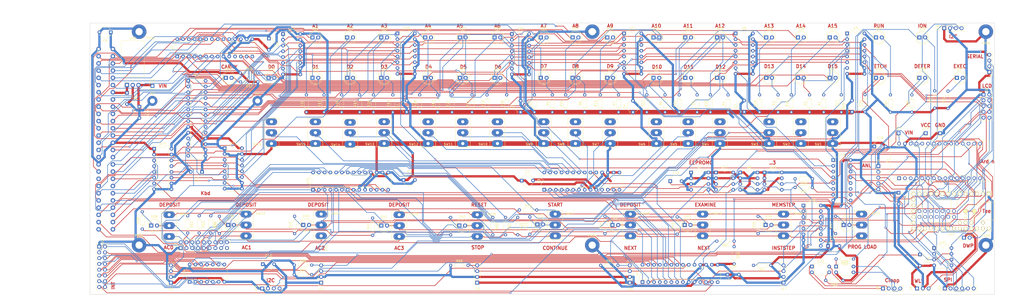
<source format=kicad_pcb>
(kicad_pcb (version 20171130) (host pcbnew "(5.0.2)-1")
  (title_block (title "Nova 1200 front panel") (date 2019-05-19) (rev "Rev 3") (company "Marcel van Herk") (comment 1 "Suitable for Maker Nano RP2040 or Teensy 3.1/3.2/4.0") (comment 2 "Fix: remove track to C19 and connected to VCC instead") (comment 3 "Fix: correctly connect AC3 switch, correct SCK, SSCK") (comment 4 "Fix: switch holes 1.4, serial/light, cloop, 3v3 compat, J19"))
  (layers (0 F.Cu signal) (31 B.Cu signal) (37 F.SilkS user) (38 B.Mask user) (39 F.Mask user) (44 Edge.Cuts user))
  (net 0 "")
  (net 1 "Net-(D5-Pad2)")
  (net 2 "Net-(D25-Pad2)")
  (net 3 "Net-(D24-Pad2)")
  (net 4 "Net-(D23-Pad2)")
  (net 5 "Net-(D22-Pad2)")
  (net 6 "Net-(D21-Pad2)")
  (net 7 "Net-(D20-Pad2)")
  (net 8 "Net-(D19-Pad2)")
  (net 9 "Net-(D18-Pad2)")
  (net 10 "Net-(D16-Pad2)")
  (net 11 "Net-(D6-Pad2)")
  (net 12 "Net-(D3-Pad2)")
  (net 13 "Net-(D2-Pad2)")
  (net 14 "Net-(D1-Pad2)")
  (net 15 "Net-(D27-Pad2)")
  (net 16 "Net-(D14-Pad2)")
  (net 17 "Net-(D15-Pad2)")
  (net 18 "Net-(D17-Pad2)")
  (net 19 "Net-(D36-Pad2)")
  (net 20 "Net-(D13-Pad2)")
  (net 21 "Net-(D7-Pad2)")
  (net 22 "Net-(D8-Pad2)")
  (net 23 "Net-(D9-Pad2)")
  (net 24 "Net-(D10-Pad2)")
  (net 25 "Net-(D11-Pad2)")
  (net 26 "Net-(D12-Pad2)")
  (net 27 "Net-(D28-Pad2)")
  (net 28 "Net-(D37-Pad2)")
  (net 29 "Net-(D35-Pad2)")
  (net 30 "Net-(D4-Pad2)")
  (net 31 "Net-(D29-Pad2)")
  (net 32 "Net-(D30-Pad2)")
  (net 33 "Net-(D31-Pad2)")
  (net 34 "Net-(D32-Pad2)")
  (net 35 "Net-(D33-Pad2)")
  (net 36 "Net-(D34-Pad2)")
  (net 37 "Net-(D26-Pad2)")
  (net 38 /CONTDATA)
  (net 39 /ND7)
  (net 40 /D3)
  (net 41 /ND6)
  (net 42 /D2)
  (net 43 /ND5)
  (net 44 /D1)
  (net 45 /ND4)
  (net 46 /D0)
  (net 47 /A0)
  (net 48 /SEL6)
  (net 49 /A1)
  (net 50 /SEL5)
  (net 51 /A2)
  (net 52 /SEL4)
  (net 53 /SEL1)
  (net 54 /SEL3)
  (net 55 "Net-(U16-Pad11)")
  (net 56 /SEL2)
  (net 57 "Net-(U16-Pad10)")
  (net 58 /SEL7)
  (net 59 /SEL0)
  (net 60 /EXEC)
  (net 61 /DEFER)
  (net 62 /FETCH)
  (net 63 "Net-(U15-Pad11)")
  (net 64 /RUN)
  (net 65 /ION)
  (net 66 /MSTP)
  (net 67 /CON+)
  (net 68 /CONREQ)
  (net 69 /STOP)
  (net 70 /RST)
  (net 71 /PL)
  (net 72 /ISTP)
  (net 73 /CONINST)
  (net 74 /ND3)
  (net 75 /ND2)
  (net 76 /ND1)
  (net 77 /ND0)
  (net 78 /ND11)
  (net 79 /ND10)
  (net 80 /ND9)
  (net 81 /ND8)
  (net 82 /ND12)
  (net 83 /ND13)
  (net 84 /ND14)
  (net 85 /ND15)
  (net 86 /NA7)
  (net 87 /CARRY)
  (net 88 /NA3)
  (net 89 /NA4)
  (net 90 /NA6)
  (net 91 /NA1)
  (net 92 /NA2)
  (net 93 /NA5)
  (net 94 /NA15)
  (net 95 /NA8)
  (net 96 /NA11)
  (net 97 /NA12)
  (net 98 /NA14)
  (net 99 /NA9)
  (net 100 /NA10)
  (net 101 /NA13)
  (net 102 "Net-(A1-Pad1)")
  (net 103 "Net-(A1-Pad2)")
  (net 104 "Net-(A1-Pad3)")
  (net 105 "Net-(A1-Pad27)")
  (net 106 "Net-(A1-Pad28)")
  (net 107 "Net-(A1-Pad30)")
  (net 108 /ENLCD1)
  (net 109 /ENLCD2)
  (net 110 "Net-(J1-Pad37)")
  (net 111 /VCC)
  (net 112 /GND)
  (net 113 "Net-(R54-Pad1)")
  (net 114 "Net-(R52-Pad1)")
  (net 115 "Net-(R48-Pad1)")
  (net 116 "Net-(R53-Pad1)")
  (net 117 "Net-(SW16-Pad2)")
  (net 118 "Net-(SW13-Pad2)")
  (net 119 "Net-(SW14-Pad2)")
  (net 120 "Net-(SW15-Pad2)")
  (net 121 "Net-(SW9-Pad2)")
  (net 122 "Net-(SW12-Pad2)")
  (net 123 "Net-(SW8-Pad2)")
  (net 124 "Net-(SW11-Pad2)")
  (net 125 "Net-(SW7-Pad2)")
  (net 126 "Net-(SW10-Pad2)")
  (net 127 "Net-(SW4-Pad2)")
  (net 128 "Net-(SW1-Pad2)")
  (net 129 "Net-(SW5-Pad2)")
  (net 130 "Net-(SW2-Pad2)")
  (net 131 "Net-(SW6-Pad2)")
  (net 132 "Net-(SW3-Pad2)")
  (net 133 /SELR1)
  (net 134 "Net-(D41-Pad1)")
  (net 135 "Net-(D42-Pad1)")
  (net 136 "Net-(J3-Pad4)")
  (net 137 "Net-(J3-Pad2)")
  (net 138 "Net-(R51-Pad1)")
  (net 139 "Net-(R50-Pad1)")
  (net 140 "Net-(R49-Pad1)")
  (net 141 "Net-(D47-Pad1)")
  (net 142 "Net-(D46-Pad1)")
  (net 143 "Net-(D45-Pad1)")
  (net 144 "Net-(D44-Pad1)")
  (net 145 "Net-(D43-Pad1)")
  (net 146 "Net-(D40-Pad1)")
  (net 147 "Net-(D39-Pad1)")
  (net 148 "Net-(D38-Pad1)")
  (net 149 /VLAMP)
  (net 150 /SDA)
  (net 151 /SCK)
  (net 152 "Net-(U1-Pad19)")
  (net 153 /SWINT)
  (net 154 "Net-(U1-Pad11)")
  (net 155 "Net-(U1-Pad14)")
  (net 156 "Net-(U1-Pad28)")
  (net 157 "Net-(U2-Pad14)")
  (net 158 "Net-(U2-Pad11)")
  (net 159 "Net-(U2-Pad19)")
  (net 160 "Net-(U3-Pad19)")
  (net 161 "Net-(U3-Pad11)")
  (net 162 "Net-(U3-Pad14)")
  (net 163 "Net-(J2-Pad3)")
  (net 164 "Net-(U4-Pad14)")
  (net 165 "Net-(J2-Pad5)")
  (net 166 "Net-(J2-Pad7)")
  (net 167 "Net-(J2-Pad9)")
  (net 168 "Net-(U4-Pad11)")
  (net 169 "Net-(J2-Pad10)")
  (net 170 "Net-(J2-Pad8)")
  (net 171 "Net-(J2-Pad6)")
  (net 172 "Net-(J2-Pad2)")
  (net 173 "Net-(J2-Pad4)")
  (net 174 "Net-(D42-Pad2)")
  (net 175 "Net-(D41-Pad2)")
  (net 176 "Net-(D40-Pad2)")
  (net 177 "Net-(D39-Pad2)")
  (net 178 "Net-(D38-Pad2)")
  (net 179 "Net-(U15-Pad19)")
  (net 180 /KEYINT)
  (net 181 "Net-(U15-Pad14)")
  (net 182 "Net-(U13-Pad6)")
  (net 183 /SERIALOUT)
  (net 184 /SERIALIN)
  (net 185 "Net-(U1-Pad20)")
  (net 186 "Net-(U2-Pad20)")
  (net 187 /LIGHTINT)
  (net 188 "Net-(C14-Pad1)")
  (net 189 "Net-(J3-Pad10)")
  (net 190 "Net-(J2-Pad15)")
  (net 191 "Net-(J2-Pad16)")
  (net 192 "Net-(J2-Pad14)")
  (net 193 "Net-(J2-Pad12)")
  (net 194 "Net-(J2-Pad13)")
  (net 195 "Net-(U24-Pad1)")
  (net 196 "Net-(J2-Pad11)")
  (net 197 /ENOLED2)
  (net 198 /ENOLED1)
  (net 199 "Net-(J3-Pad17)")
  (net 200 "Net-(J3-Pad18)")
  (net 201 "Net-(J3-Pad16)")
  (net 202 "Net-(J3-Pad3)")
  (net 203 "Net-(J3-Pad7)")
  (net 204 "Net-(J3-Pad6)")
  (net 205 "Net-(J3-Pad12)")
  (net 206 /ENOLED0)
  (net 207 "Net-(J12-Pad4)")
  (net 208 "Net-(J11-Pad4)")
  (net 209 "Net-(J17-Pad4)")
  (net 210 "Net-(U18-Pad2)")
  (net 211 "Net-(U18-Pad4)")
  (net 212 "Net-(J16-Pad4)")
  (net 213 "Net-(U18-Pad5)")
  (net 214 "Net-(J15-Pad4)")
  (net 215 "Net-(U22-Pad17)")
  (net 216 "Net-(U22-Pad18)")
  (net 217 /A14)
  (net 218 /SPIVCC)
  (net 219 "Net-(U22-Pad15)")
  (net 220 /MISO)
  (net 221 /CS)
  (net 222 /TA2)
  (net 223 /TA3)
  (net 224 "Net-(U22-Pad32)")
  (net 225 "Net-(U22-Pad34)")
  (net 226 "Net-(U22-Pad35)")
  (net 227 "Net-(U22-Pad36)")
  (net 228 "Net-(U22-Pad37)")
  (net 229 /MOSI)
  (net 230 "Net-(U22-Pad38)")
  (net 231 "Net-(U22-Pad39)")
  (net 232 "Net-(U22-Pad40)")
  (net 233 "Net-(U22-Pad41)")
  (net 234 "Net-(U22-Pad42)")
  (net 235 "Net-(U22-Pad43)")
  (net 236 "Net-(U22-Pad44)")
  (net 237 "Net-(U22-Pad45)")
  (net 238 "Net-(U22-Pad46)")
  (net 239 "Net-(U22-Pad47)")
  (net 240 "Net-(U22-Pad48)")
  (net 241 "Net-(U22-Pad49)")
  (net 242 "Net-(U22-Pad50)")
  (net 243 "Net-(U22-Pad51)")
  (net 244 "Net-(U22-Pad52)")
  (net 245 "Net-(U22-Pad16)")
  (net 246 "Net-(J4-Pad2)")
  (net 247 /SSCK)
  (net 248 "Net-(J3-Pad8)")
  (net 249 "Net-(J3-Pad11)")
  (net 250 "Net-(R63-Pad2)")
  (net 251 "Net-(J8-Pad4)")
  (net 252 "Net-(J8-Pad3)")
  (net 253 "Net-(J8-Pad2)")
  (net 254 "Net-(J8-Pad1)")
  (net 255 "Net-(A1-Pad5)")
  (net 256 "Net-(A1-Pad18)")
  (net 257 "Net-(J6-Pad9)")
  (module Resistor_THT:R_Axial_DIN0204_L3.6mm_D1.6mm_P7.62mm_Horizontal (layer F.Cu) (at 304.673 113.665 270)
    (fp_text reference R65 (at 3.81 -1.92 270) (layer F.SilkS))
    (fp_text value 3k3)
    (pad 1 thru_hole circle (at 0 0 270) (size 1.4 1.4) (drill 0.7) (layers *.Cu *.Mask) (net 255 "Net-(A1-Pad5)"))
    (pad 2 thru_hole oval (at 7.62 0 270) (size 1.4 1.4) (drill 0.7) (layers *.Cu *.Mask) (net 112 /GND))
  )
  (module Teensy:Teensy30_31_32_LC (layer F.Cu) (at 400.05 98.044 180)
    (fp_text reference U22 (at 0 -10.16 180) (layer F.SilkS))
    (fp_text value Teensy3.2)
    (fp_text user T3.2 (at -10.16 -2.54 270) (layer F.SilkS))
    (fp_text user T3.1 (at -6.35 -2.54 270) (layer F.SilkS))
    (pad 17 thru_hole circle (at 16.51 0 180) (size 1.6 1.6) (drill 1.1) (layers *.Cu *.Mask F.SilkS) (net 215 "Net-(U22-Pad17)"))
    (pad 18 thru_hole circle (at 16.51 -2.54 180) (size 1.6 1.6) (drill 1.1) (layers *.Cu *.Mask F.SilkS) (net 216 "Net-(U22-Pad18)"))
    (pad 19 thru_hole circle (at 16.51 -5.08 180) (size 1.6 1.6) (drill 1.1) (layers *.Cu *.Mask F.SilkS) (net 217 /A14))
    (pad 20 thru_hole circle (at 16.51 -7.62 180) (size 1.6 1.6) (drill 1.1) (layers *.Cu *.Mask F.SilkS) (net 247 /SSCK))
    (pad 16 thru_hole circle (at 16.51 2.54 180) (size 1.6 1.6) (drill 1.1) (layers *.Cu *.Mask F.SilkS) (net 245 "Net-(U22-Pad16)"))
    (pad 15 thru_hole circle (at 16.51 5.08 180) (size 1.6 1.6) (drill 1.1) (layers *.Cu *.Mask F.SilkS) (net 219 "Net-(U22-Pad15)"))
    (pad 14 thru_hole circle (at 16.51 7.62 180) (size 1.6 1.6) (drill 1.1) (layers *.Cu *.Mask F.SilkS) (net 220 /MISO))
    (pad 21 thru_hole circle (at 13.97 -7.62 180) (size 1.6 1.6) (drill 1.1) (layers *.Cu *.Mask F.SilkS) (net 221 /CS))
    (pad 22 thru_hole circle (at 11.43 -7.62 180) (size 1.6 1.6) (drill 1.1) (layers *.Cu *.Mask F.SilkS) (net 197 /ENOLED2))
    (pad 23 thru_hole circle (at 8.89 -7.62 180) (size 1.6 1.6) (drill 1.1) (layers *.Cu *.Mask F.SilkS) (net 222 /TA2))
    (pad 24 thru_hole circle (at 6.35 -7.62 180) (size 1.6 1.6) (drill 1.1) (layers *.Cu *.Mask F.SilkS) (net 223 /TA3))
    (pad 25 thru_hole circle (at 3.81 -7.62 180) (size 1.6 1.6) (drill 1.1) (layers *.Cu *.Mask F.SilkS) (net 46 /D0))
    (pad 26 thru_hole circle (at 1.27 -7.62 180) (size 1.6 1.6) (drill 1.1) (layers *.Cu *.Mask F.SilkS) (net 44 /D1))
    (pad 27 thru_hole circle (at -1.27 -7.62 180) (size 1.6 1.6) (drill 1.1) (layers *.Cu *.Mask F.SilkS) (net 42 /D2))
    (pad 28 thru_hole circle (at -3.81 -7.62 180) (size 1.6 1.6) (drill 1.1) (layers *.Cu *.Mask F.SilkS) (net 40 /D3))
    (pad 29 thru_hole circle (at -6.35 -7.62 180) (size 1.6 1.6) (drill 1.1) (layers *.Cu *.Mask F.SilkS) (net 150 /SDA))
    (pad 30 thru_hole circle (at -8.89 -7.62 180) (size 1.6 1.6) (drill 1.1) (layers *.Cu *.Mask F.SilkS) (net 151 /SCK))
    (pad 31 thru_hole circle (at -11.43 -7.62 180) (size 1.6 1.6) (drill 1.1) (layers *.Cu *.Mask F.SilkS) (net 218 /SPIVCC))
    (pad 32 thru_hole circle (at -13.97 -7.62 180) (size 1.6 1.6) (drill 1.1) (layers *.Cu *.Mask F.SilkS) (net 224 "Net-(U22-Pad32)"))
    (pad 33 thru_hole circle (at -16.51 -7.62 180) (size 1.6 1.6) (drill 1.1) (layers *.Cu *.Mask F.SilkS) (net 246 "Net-(J4-Pad2)"))
    (pad 34 thru_hole circle (at -13.97 -5.08 180) (size 1.6 1.6) (drill 1.1) (layers *.Cu *.Mask F.SilkS) (net 225 "Net-(U22-Pad34)"))
    (pad 35 thru_hole circle (at -8.89 -5.08 180) (size 1.6 1.6) (drill 1.1) (layers *.Cu *.Mask F.SilkS) (net 226 "Net-(U22-Pad35)"))
    (pad 36 thru_hole circle (at -6.35 -5.08 180) (size 1.6 1.6) (drill 1.1) (layers *.Cu *.Mask F.SilkS) (net 227 "Net-(U22-Pad36)"))
    (pad 37 thru_hole circle (at -3.81 -5.08 180) (size 1.6 1.6) (drill 1.1) (layers *.Cu *.Mask F.SilkS) (net 228 "Net-(U22-Pad37)"))
    (pad 13 thru_hole circle (at 13.97 7.62 180) (size 1.6 1.6) (drill 1.1) (layers *.Cu *.Mask F.SilkS) (net 229 /MOSI))
    (pad 12 thru_hole circle (at 11.43 7.62 180) (size 1.6 1.6) (drill 1.1) (layers *.Cu *.Mask F.SilkS) (net 198 /ENOLED1))
    (pad 11 thru_hole circle (at 8.89 7.62 180) (size 1.6 1.6) (drill 1.1) (layers *.Cu *.Mask F.SilkS) (net 206 /ENOLED0))
    (pad 10 thru_hole circle (at 6.35 7.62 180) (size 1.6 1.6) (drill 1.1) (layers *.Cu *.Mask F.SilkS) (net 51 /A2))
    (pad 9 thru_hole circle (at 3.81 7.62 180) (size 1.6 1.6) (drill 1.1) (layers *.Cu *.Mask F.SilkS) (net 49 /A1))
    (pad 8 thru_hole circle (at 1.27 7.62 180) (size 1.6 1.6) (drill 1.1) (layers *.Cu *.Mask F.SilkS) (net 47 /A0))
    (pad 7 thru_hole circle (at -1.27 7.62 180) (size 1.6 1.6) (drill 1.1) (layers *.Cu *.Mask F.SilkS) (net 109 /ENLCD2))
    (pad 6 thru_hole circle (at -3.81 7.62 180) (size 1.6 1.6) (drill 1.1) (layers *.Cu *.Mask F.SilkS) (net 108 /ENLCD1))
    (pad 5 thru_hole circle (at -6.35 7.62 180) (size 1.6 1.6) (drill 1.1) (layers *.Cu *.Mask F.SilkS) (net 133 /SELR1))
    (pad 4 thru_hole circle (at -8.89 7.62 180) (size 1.6 1.6) (drill 1.1) (layers *.Cu *.Mask F.SilkS) (net 255 "Net-(A1-Pad5)"))
    (pad 3 thru_hole circle (at -11.43 7.62 180) (size 1.6 1.6) (drill 1.1) (layers *.Cu *.Mask F.SilkS) (net 183 /SERIALOUT))
    (pad 2 thru_hole circle (at -13.97 7.62 180) (size 1.6 1.6) (drill 1.1) (layers *.Cu *.Mask F.SilkS) (net 184 /SERIALIN))
    (pad 1 thru_hole rect (at -16.51 7.62 180) (size 1.6 1.6) (drill 1.1) (layers *.Cu *.Mask F.SilkS) (net 112 /GND))
    (pad 38 thru_hole circle (at -1.27 0 180) (size 1.6 1.6) (drill 1.1) (layers *.Cu *.Mask) (net 230 "Net-(U22-Pad38)"))
    (pad 39 thru_hole circle (at 1.27 0 180) (size 1.6 1.6) (drill 1.1) (layers *.Cu *.Mask) (net 231 "Net-(U22-Pad39)"))
    (pad 40 thru_hole circle (at 3.81 0 180) (size 1.6 1.6) (drill 1.1) (layers *.Cu *.Mask) (net 232 "Net-(U22-Pad40)"))
    (pad 41 thru_hole circle (at 6.35 0 180) (size 1.6 1.6) (drill 1.1) (layers *.Cu *.Mask) (net 233 "Net-(U22-Pad41)"))
    (pad 42 thru_hole circle (at 8.89 0 180) (size 1.6 1.6) (drill 1.1) (layers *.Cu *.Mask) (net 234 "Net-(U22-Pad42)"))
    (pad 43 thru_hole circle (at 11.43 0 180) (size 1.6 1.6) (drill 1.1) (layers *.Cu *.Mask) (net 235 "Net-(U22-Pad43)"))
    (pad 44 thru_hole circle (at 13.97 0 180) (size 1.6 1.6) (drill 1.1) (layers *.Cu *.Mask) (net 236 "Net-(U22-Pad44)"))
    (pad 45 thru_hole circle (at 13.97 -2.54 180) (size 1.6 1.6) (drill 1.1) (layers *.Cu *.Mask) (net 237 "Net-(U22-Pad45)"))
    (pad 46 thru_hole circle (at 11.43 -2.54 180) (size 1.6 1.6) (drill 1.1) (layers *.Cu *.Mask) (net 238 "Net-(U22-Pad46)"))
    (pad 47 thru_hole circle (at 8.89 -2.54 180) (size 1.6 1.6) (drill 1.1) (layers *.Cu *.Mask) (net 239 "Net-(U22-Pad47)"))
    (pad 48 thru_hole circle (at 6.35 -2.54 180) (size 1.6 1.6) (drill 1.1) (layers *.Cu *.Mask) (net 240 "Net-(U22-Pad48)"))
    (pad 49 thru_hole circle (at 3.81 -2.54 180) (size 1.6 1.6) (drill 1.1) (layers *.Cu *.Mask) (net 241 "Net-(U22-Pad49)"))
    (pad 50 thru_hole circle (at 1.27 -2.54 180) (size 1.6 1.6) (drill 1.1) (layers *.Cu *.Mask) (net 242 "Net-(U22-Pad50)"))
    (pad 51 thru_hole circle (at -1.27 -2.54 180) (size 1.6 1.6) (drill 1.1) (layers *.Cu *.Mask) (net 243 "Net-(U22-Pad51)"))
    (pad 52 thru_hole circle (at -6.35 0 180) (size 1.9 1.9) (drill 0.5) (layers *.Cu *.Mask F.SilkS) (net 244 "Net-(U22-Pad52)"))
    (pad 52 thru_hole circle (at -10.16 0 180) (size 1.9 1.9) (drill 0.5) (layers *.Cu *.Mask F.SilkS) (net 244 "Net-(U22-Pad52)"))
  )
  (module Resistor_THT:R_Axial_DIN0204_L3.6mm_D1.6mm_P7.62mm_Horizontal (layer F.Cu) (at 304.673 111.252 180)
    (fp_text reference R64 (at 3.81 -1.92 180) (layer F.SilkS))
    (fp_text value 2k2)
    (pad 1 thru_hole circle (at 0 0 180) (size 1.4 1.4) (drill 0.7) (layers *.Cu *.Mask) (net 255 "Net-(A1-Pad5)"))
    (pad 2 thru_hole oval (at 7.62 0 180) (size 1.4 1.4) (drill 0.7) (layers *.Cu *.Mask) (net 187 /LIGHTINT))
  )
  (module Connector_PinHeader_2.54mm:PinHeader_1x04_P2.54mm_Vertical (layer F.Cu) (at 370.078 132.08 90)
    (fp_text reference J8 (at 0 -2.33 90) (layer F.SilkS))
    (fp_text value Conn_01x04)
    (pad 1 thru_hole rect (at 0 0 90) (size 1.7 1.7) (drill 1) (layers *.Cu *.Mask) (net 254 "Net-(J8-Pad1)"))
    (pad 2 thru_hole oval (at 0 2.54 90) (size 1.7 1.7) (drill 1) (layers *.Cu *.Mask) (net 253 "Net-(J8-Pad2)"))
    (pad 3 thru_hole oval (at 0 5.08 90) (size 1.7 1.7) (drill 1) (layers *.Cu *.Mask) (net 252 "Net-(J8-Pad3)"))
    (pad 4 thru_hole oval (at 0 7.62 90) (size 1.7 1.7) (drill 1) (layers *.Cu *.Mask) (net 251 "Net-(J8-Pad4)"))
  )
  (module Package_DIP:DIP-4_W7.62mm (layer F.Cu) (at 338.836 122.428)
    (fp_text reference U23 (at 3.81 -2.33) (layer F.SilkS))
    (fp_text value SFH617A-1)
    (pad 4 thru_hole oval (at 7.62 0) (size 1.6 1.6) (drill 0.8) (layers *.Cu *.Mask) (net 218 /SPIVCC))
    (pad 2 thru_hole oval (at 0 2.54) (size 1.6 1.6) (drill 0.8) (layers *.Cu *.Mask) (net 253 "Net-(J8-Pad2)"))
    (pad 3 thru_hole oval (at 7.62 2.54) (size 1.6 1.6) (drill 0.8) (layers *.Cu *.Mask) (net 184 /SERIALIN))
    (pad 1 thru_hole rect (at 0 0) (size 1.6 1.6) (drill 0.8) (layers *.Cu *.Mask) (net 254 "Net-(J8-Pad1)"))
  )
  (module Package_DIP:DIP-4_W7.62mm (layer F.Cu) (at 349.504 122.428)
    (fp_text reference U25 (at 3.81 -2.33) (layer F.SilkS))
    (fp_text value SFH617A-1)
    (pad 1 thru_hole rect (at 0 0) (size 1.6 1.6) (drill 0.8) (layers *.Cu *.Mask) (net 250 "Net-(R63-Pad2)"))
    (pad 3 thru_hole oval (at 7.62 2.54) (size 1.6 1.6) (drill 0.8) (layers *.Cu *.Mask) (net 251 "Net-(J8-Pad4)"))
    (pad 2 thru_hole oval (at 0 2.54) (size 1.6 1.6) (drill 0.8) (layers *.Cu *.Mask) (net 112 /GND))
    (pad 4 thru_hole oval (at 7.62 0) (size 1.6 1.6) (drill 0.8) (layers *.Cu *.Mask) (net 252 "Net-(J8-Pad3)"))
  )
  (module Resistor_THT:R_Axial_DIN0204_L3.6mm_D1.6mm_P7.62mm_Horizontal (layer F.Cu) (at 357.124 119.126 180)
    (fp_text reference R63 (at 3.81 -1.92 180) (layer F.SilkS))
    (fp_text value 1K)
    (pad 2 thru_hole oval (at 7.62 0 180) (size 1.4 1.4) (drill 0.7) (layers *.Cu *.Mask) (net 250 "Net-(R63-Pad2)"))
    (pad 1 thru_hole circle (at 0 0 180) (size 1.4 1.4) (drill 0.7) (layers *.Cu *.Mask) (net 183 /SERIALOUT))
  )
  (module Resistor_THT:R_Axial_DIN0204_L3.6mm_D1.6mm_P7.62mm_Horizontal (layer F.Cu) (at 352.552 128.524 180)
    (fp_text reference R62 (at 3.81 -1.92 180) (layer F.SilkS))
    (fp_text value 1K)
    (pad 1 thru_hole circle (at 0 0 180) (size 1.4 1.4) (drill 0.7) (layers *.Cu *.Mask) (net 112 /GND))
    (pad 2 thru_hole oval (at 7.62 0 180) (size 1.4 1.4) (drill 0.7) (layers *.Cu *.Mask) (net 184 /SERIALIN))
  )
  (module Connector_PinHeader_2.54mm:PinHeader_1x02_P2.54mm_Vertical (layer F.Cu) (at 405.638 109.728 90)
    (fp_text reference J4 (at 0 -2.33 90) (layer F.SilkS))
    (fp_text value Conn_01x02_Male)
    (pad 1 thru_hole rect (at 0 0 90) (size 1.7 1.7) (drill 1) (layers *.Cu *.Mask) (net 111 /VCC))
    (pad 2 thru_hole oval (at 0 2.54 90) (size 1.7 1.7) (drill 1) (layers *.Cu *.Mask) (net 246 "Net-(J4-Pad2)"))
  )
  (module Connector_PinSocket_2.54mm:PinSocket_1x03_P2.54mm_Vertical (layer F.Cu) (at 385.064 132.08 90)
    (fp_text reference J5 (at 0 -2.77 90) (layer F.SilkS))
    (fp_text value Conn_01x03_Female)
    (pad 1 thru_hole rect (at 0 0 90) (size 1.7 1.7) (drill 1) (layers *.Cu *.Mask) (net 112 /GND))
    (pad 2 thru_hole oval (at 0 2.54 90) (size 1.7 1.7) (drill 1) (layers *.Cu *.Mask) (net 111 /VCC))
    (pad 3 thru_hole oval (at 0 5.08 90) (size 1.7 1.7) (drill 1) (layers *.Cu *.Mask) (net 40 /D3))
  )
  (module Capacitor_THT:CP_Radial_Tantal_D5.0mm_P5.00mm (layer F.Cu) (at 366.268 69.596)
    (fp_text reference C18 (at 2.5 -3.75) (layer F.SilkS))
    (fp_text value CP1_Small)
    (pad 2 thru_hole circle (at 5 0) (size 1.6 1.6) (drill 0.8) (layers *.Cu *.Mask) (net 112 /GND))
    (pad 1 thru_hole rect (at 0 0) (size 1.6 1.6) (drill 0.8) (layers *.Cu *.Mask) (net 111 /VCC))
  )
  (module Capacitor_THT:CP_Radial_Tantal_D5.0mm_P5.00mm (layer F.Cu) (at 97.536 121.412)
    (fp_text reference C19 (at 2.5 -3.75) (layer F.SilkS))
    (fp_text value CP1_Small)
    (pad 1 thru_hole rect (at 0 0) (size 1.6 1.6) (drill 0.8) (layers *.Cu *.Mask) (net 111 /VCC))
    (pad 2 thru_hole circle (at 5 0) (size 1.6 1.6) (drill 0.8) (layers *.Cu *.Mask) (net 112 /GND))
  )
  (module Capacitor_THT:CP_Radial_Tantal_D5.0mm_P5.00mm (layer F.Cu) (at 345.948 113.411)
    (fp_text reference C17 (at 2.5 -3.75) (layer F.SilkS))
    (fp_text value CP1_Small)
    (pad 2 thru_hole circle (at 5 0) (size 1.6 1.6) (drill 0.8) (layers *.Cu *.Mask) (net 112 /GND))
    (pad 1 thru_hole rect (at 0 0) (size 1.6 1.6) (drill 0.8) (layers *.Cu *.Mask) (net 111 /VCC))
  )
  (module Capacitor_THT:CP_Radial_Tantal_D5.0mm_P5.00mm (layer F.Cu) (at 386.334 117.094 270)
    (fp_text reference C16 (at 2.5 -3.75 270) (layer F.SilkS))
    (fp_text value CP1_Small)
    (pad 2 thru_hole circle (at 5 0 270) (size 1.6 1.6) (drill 0.8) (layers *.Cu *.Mask) (net 112 /GND))
    (pad 1 thru_hole rect (at 0 0 270) (size 1.6 1.6) (drill 0.8) (layers *.Cu *.Mask) (net 218 /SPIVCC))
  )
  (module Connector_PinHeader_2.54mm:PinHeader_1x06_P2.54mm_Vertical (layer F.Cu) (at 397.256 132.08 90)
    (fp_text reference J24 (at 0 -2.33 90) (layer F.SilkS))
    (fp_text value Conn_01x06_Male)
    (pad 1 thru_hole rect (at 0 0 90) (size 1.7 1.7) (drill 1) (layers *.Cu *.Mask) (net 112 /GND))
    (pad 2 thru_hole oval (at 0 2.54 90) (size 1.7 1.7) (drill 1) (layers *.Cu *.Mask) (net 220 /MISO))
    (pad 3 thru_hole oval (at 0 5.08 90) (size 1.7 1.7) (drill 1) (layers *.Cu *.Mask) (net 229 /MOSI))
    (pad 4 thru_hole oval (at 0 7.62 90) (size 1.7 1.7) (drill 1) (layers *.Cu *.Mask) (net 247 /SSCK))
    (pad 5 thru_hole oval (at 0 10.16 90) (size 1.7 1.7) (drill 1) (layers *.Cu *.Mask) (net 221 /CS))
    (pad 6 thru_hole oval (at 0 12.7 90) (size 1.7 1.7) (drill 1) (layers *.Cu *.Mask) (net 218 /SPIVCC))
  )
  (module Package_DIP:DIP-8_W7.62mm (layer F.Cu) (at 392.557 114.3)
    (fp_text reference U21 (at 3.81 -2.33) (layer F.SilkS))
    (fp_text value 25LCxxx)
    (pad 1 thru_hole rect (at 0 0) (size 1.6 1.6) (drill 0.8) (layers *.Cu *.Mask) (net 221 /CS))
    (pad 5 thru_hole oval (at 7.62 7.62) (size 1.6 1.6) (drill 0.8) (layers *.Cu *.Mask) (net 229 /MOSI))
    (pad 2 thru_hole oval (at 0 2.54) (size 1.6 1.6) (drill 0.8) (layers *.Cu *.Mask) (net 220 /MISO))
    (pad 6 thru_hole oval (at 7.62 5.08) (size 1.6 1.6) (drill 0.8) (layers *.Cu *.Mask) (net 247 /SSCK))
    (pad 3 thru_hole oval (at 0 5.08) (size 1.6 1.6) (drill 0.8) (layers *.Cu *.Mask) (net 218 /SPIVCC))
    (pad 7 thru_hole oval (at 7.62 2.54) (size 1.6 1.6) (drill 0.8) (layers *.Cu *.Mask) (net 218 /SPIVCC))
    (pad 4 thru_hole oval (at 0 7.62) (size 1.6 1.6) (drill 0.8) (layers *.Cu *.Mask) (net 112 /GND))
    (pad 8 thru_hole oval (at 7.62 0) (size 1.6 1.6) (drill 0.8) (layers *.Cu *.Mask) (net 218 /SPIVCC))
  )
  (module Connector_PinHeader_2.54mm:PinHeader_1x05_P2.54mm_Vertical (layer F.Cu) (at 368.046 78.232)
    (fp_text reference J9 (at 0 -2.33) (layer F.SilkS))
    (fp_text value Conn_01x05_Male)
    (pad 1 thru_hole rect (at 0 0) (size 1.7 1.7) (drill 1) (layers *.Cu *.Mask) (net 112 /GND))
    (pad 2 thru_hole oval (at 0 2.54) (size 1.7 1.7) (drill 1) (layers *.Cu *.Mask) (net 222 /TA2))
    (pad 3 thru_hole oval (at 0 5.08) (size 1.7 1.7) (drill 1) (layers *.Cu *.Mask) (net 223 /TA3))
    (pad 4 thru_hole oval (at 0 7.62) (size 1.7 1.7) (drill 1) (layers *.Cu *.Mask) (net 217 /A14))
    (pad 5 thru_hole oval (at 0 10.16) (size 1.7 1.7) (drill 1) (layers *.Cu *.Mask) (net 218 /SPIVCC))
  )
  (module Resistor_THT:R_Axial_DIN0204_L3.6mm_D1.6mm_P7.62mm_Horizontal (layer F.Cu) (at 111.379 125.984)
    (fp_text reference R57 (at 3.81 -1.92) (layer F.SilkS))
    (fp_text value 100K)
    (pad 1 thru_hole circle (at 0 0) (size 1.4 1.4) (drill 0.7) (layers *.Cu *.Mask) (net 111 /VCC))
    (pad 2 thru_hole oval (at 7.62 0) (size 1.4 1.4) (drill 0.7) (layers *.Cu *.Mask) (net 208 "Net-(J11-Pad4)"))
  )
  (module Resistor_THT:R_Axial_DIN0204_L3.6mm_D1.6mm_P7.62mm_Horizontal (layer F.Cu) (at 111.379 121.793)
    (fp_text reference R58 (at 3.81 -1.92) (layer F.SilkS))
    (fp_text value 100K)
    (pad 2 thru_hole oval (at 7.62 0) (size 1.4 1.4) (drill 0.7) (layers *.Cu *.Mask) (net 207 "Net-(J12-Pad4)"))
    (pad 1 thru_hole circle (at 0 0) (size 1.4 1.4) (drill 0.7) (layers *.Cu *.Mask) (net 111 /VCC))
  )
  (module Resistor_THT:R_Axial_DIN0204_L3.6mm_D1.6mm_P7.62mm_Horizontal (layer F.Cu) (at 180.086 121.92)
    (fp_text reference R59 (at 3.81 -1.92) (layer F.SilkS))
    (fp_text value 100K)
    (pad 1 thru_hole circle (at 0 0) (size 1.4 1.4) (drill 0.7) (layers *.Cu *.Mask) (net 111 /VCC))
    (pad 2 thru_hole oval (at 7.62 0) (size 1.4 1.4) (drill 0.7) (layers *.Cu *.Mask) (net 214 "Net-(J15-Pad4)"))
  )
  (module Resistor_THT:R_Axial_DIN0204_L3.6mm_D1.6mm_P7.62mm_Horizontal (layer F.Cu) (at 245.999 121.92)
    (fp_text reference R60 (at 3.81 -1.92) (layer F.SilkS))
    (fp_text value 100K)
    (pad 2 thru_hole oval (at 7.62 0) (size 1.4 1.4) (drill 0.7) (layers *.Cu *.Mask) (net 212 "Net-(J16-Pad4)"))
    (pad 1 thru_hole circle (at 0 0) (size 1.4 1.4) (drill 0.7) (layers *.Cu *.Mask) (net 111 /VCC))
  )
  (module Resistor_THT:R_Axial_DIN0204_L3.6mm_D1.6mm_P7.62mm_Horizontal (layer F.Cu) (at 320.802 121.92 180)
    (fp_text reference R61 (at 3.81 -1.92 180) (layer F.SilkS))
    (fp_text value 100K)
    (pad 1 thru_hole circle (at 0 0 180) (size 1.4 1.4) (drill 0.7) (layers *.Cu *.Mask) (net 111 /VCC))
    (pad 2 thru_hole oval (at 7.62 0 180) (size 1.4 1.4) (drill 0.7) (layers *.Cu *.Mask) (net 209 "Net-(J17-Pad4)"))
  )
  (module Package_DIP:DIP-16_W7.62mm (layer F.Cu) (at 335.135 95.555)
    (fp_text reference U18 (at 3.81 -2.33) (layer F.SilkS))
    (fp_text value 4051)
    (pad 1 thru_hole rect (at 0 0) (size 1.6 1.6) (drill 0.8) (layers *.Cu *.Mask) (net 209 "Net-(J17-Pad4)"))
    (pad 9 thru_hole oval (at 7.62 17.78) (size 1.6 1.6) (drill 0.8) (layers *.Cu *.Mask) (net 197 /ENOLED2))
    (pad 2 thru_hole oval (at 0 2.54) (size 1.6 1.6) (drill 0.8) (layers *.Cu *.Mask) (net 210 "Net-(U18-Pad2)"))
    (pad 10 thru_hole oval (at 7.62 15.24) (size 1.6 1.6) (drill 0.8) (layers *.Cu *.Mask) (net 198 /ENOLED1))
    (pad 3 thru_hole oval (at 0 5.08) (size 1.6 1.6) (drill 0.8) (layers *.Cu *.Mask) (net 150 /SDA))
    (pad 11 thru_hole oval (at 7.62 12.7) (size 1.6 1.6) (drill 0.8) (layers *.Cu *.Mask) (net 206 /ENOLED0))
    (pad 4 thru_hole oval (at 0 7.62) (size 1.6 1.6) (drill 0.8) (layers *.Cu *.Mask) (net 211 "Net-(U18-Pad4)"))
    (pad 12 thru_hole oval (at 7.62 10.16) (size 1.6 1.6) (drill 0.8) (layers *.Cu *.Mask) (net 212 "Net-(J16-Pad4)"))
    (pad 5 thru_hole oval (at 0 10.16) (size 1.6 1.6) (drill 0.8) (layers *.Cu *.Mask) (net 213 "Net-(U18-Pad5)"))
    (pad 13 thru_hole oval (at 7.62 7.62) (size 1.6 1.6) (drill 0.8) (layers *.Cu *.Mask) (net 208 "Net-(J11-Pad4)"))
    (pad 6 thru_hole oval (at 0 12.7) (size 1.6 1.6) (drill 0.8) (layers *.Cu *.Mask) (net 112 /GND))
    (pad 14 thru_hole oval (at 7.62 5.08) (size 1.6 1.6) (drill 0.8) (layers *.Cu *.Mask) (net 207 "Net-(J12-Pad4)"))
    (pad 7 thru_hole oval (at 0 15.24) (size 1.6 1.6) (drill 0.8) (layers *.Cu *.Mask) (net 112 /GND))
    (pad 15 thru_hole oval (at 7.62 2.54) (size 1.6 1.6) (drill 0.8) (layers *.Cu *.Mask) (net 214 "Net-(J15-Pad4)"))
    (pad 8 thru_hole oval (at 0 17.78) (size 1.6 1.6) (drill 0.8) (layers *.Cu *.Mask) (net 112 /GND))
    (pad 16 thru_hole oval (at 7.62 0) (size 1.6 1.6) (drill 0.8) (layers *.Cu *.Mask) (net 111 /VCC))
  )
  (module Resistor_THT:R_Axial_DIN0204_L3.6mm_D1.6mm_P7.62mm_Horizontal (layer F.Cu) (at 339.09 87.63 180)
    (fp_text reference R55 (at 3.81 -1.92 180) (layer F.SilkS))
    (fp_text value 1K)
    (pad 2 thru_hole oval (at 7.62 0 180) (size 1.4 1.4) (drill 0.7) (layers *.Cu *.Mask) (net 150 /SDA))
    (pad 1 thru_hole circle (at 0 0 180) (size 1.4 1.4) (drill 0.7) (layers *.Cu *.Mask) (net 218 /SPIVCC))
  )
  (module Resistor_THT:R_Axial_DIN0204_L3.6mm_D1.6mm_P7.62mm_Horizontal (layer F.Cu) (at 339.09 83.82 180)
    (fp_text reference R56 (at 3.81 -1.92 180) (layer F.SilkS))
    (fp_text value 1K)
    (pad 1 thru_hole circle (at 0 0 180) (size 1.4 1.4) (drill 0.7) (layers *.Cu *.Mask) (net 218 /SPIVCC))
    (pad 2 thru_hole oval (at 7.62 0 180) (size 1.4 1.4) (drill 0.7) (layers *.Cu *.Mask) (net 151 /SCK))
  )
  (module Connector_PinHeader_2.54mm:PinHeader_2x09_P2.54mm_Vertical (layer F.Cu) (at 61.468 114.3 90)
    (fp_text reference J3 (at 1.27 -2.33 90) (layer F.SilkS))
    (fp_text value "Conn_02x09_Odd Even")
    (pad 1 thru_hole rect (at 0 0 90) (size 1.7 1.7) (drill 1) (layers *.Cu *.Mask) (net 112 /GND))
    (pad 2 thru_hole oval (at 2.54 0 90) (size 1.7 1.7) (drill 1) (layers *.Cu *.Mask) (net 137 "Net-(J3-Pad2)"))
    (pad 3 thru_hole oval (at 0 2.54 90) (size 1.7 1.7) (drill 1) (layers *.Cu *.Mask) (net 202 "Net-(J3-Pad3)"))
    (pad 4 thru_hole oval (at 2.54 2.54 90) (size 1.7 1.7) (drill 1) (layers *.Cu *.Mask) (net 136 "Net-(J3-Pad4)"))
    (pad 5 thru_hole oval (at 0 5.08 90) (size 1.7 1.7) (drill 1) (layers *.Cu *.Mask) (net 178 "Net-(D38-Pad2)"))
    (pad 6 thru_hole oval (at 2.54 5.08 90) (size 1.7 1.7) (drill 1) (layers *.Cu *.Mask) (net 204 "Net-(J3-Pad6)"))
    (pad 7 thru_hole oval (at 0 7.62 90) (size 1.7 1.7) (drill 1) (layers *.Cu *.Mask) (net 203 "Net-(J3-Pad7)"))
    (pad 8 thru_hole oval (at 2.54 7.62 90) (size 1.7 1.7) (drill 1) (layers *.Cu *.Mask) (net 248 "Net-(J3-Pad8)"))
    (pad 9 thru_hole oval (at 0 10.16 90) (size 1.7 1.7) (drill 1) (layers *.Cu *.Mask) (net 177 "Net-(D39-Pad2)"))
    (pad 10 thru_hole oval (at 2.54 10.16 90) (size 1.7 1.7) (drill 1) (layers *.Cu *.Mask) (net 189 "Net-(J3-Pad10)"))
    (pad 11 thru_hole oval (at 0 12.7 90) (size 1.7 1.7) (drill 1) (layers *.Cu *.Mask) (net 249 "Net-(J3-Pad11)"))
    (pad 12 thru_hole oval (at 2.54 12.7 90) (size 1.7 1.7) (drill 1) (layers *.Cu *.Mask) (net 205 "Net-(J3-Pad12)"))
    (pad 13 thru_hole oval (at 0 15.24 90) (size 1.7 1.7) (drill 1) (layers *.Cu *.Mask) (net 175 "Net-(D41-Pad2)"))
    (pad 14 thru_hole oval (at 2.54 15.24 90) (size 1.7 1.7) (drill 1) (layers *.Cu *.Mask) (net 174 "Net-(D42-Pad2)"))
    (pad 15 thru_hole oval (at 0 17.78 90) (size 1.7 1.7) (drill 1) (layers *.Cu *.Mask) (net 176 "Net-(D40-Pad2)"))
    (pad 16 thru_hole oval (at 2.54 17.78 90) (size 1.7 1.7) (drill 1) (layers *.Cu *.Mask) (net 201 "Net-(J3-Pad16)"))
    (pad 17 thru_hole oval (at 0 20.32 90) (size 1.7 1.7) (drill 1) (layers *.Cu *.Mask) (net 199 "Net-(J3-Pad17)"))
    (pad 18 thru_hole oval (at 2.54 20.32 90) (size 1.7 1.7) (drill 1) (layers *.Cu *.Mask) (net 200 "Net-(J3-Pad18)"))
  )
  (module Connector_PinHeader_2.54mm:PinHeader_2x08_P2.54mm_Vertical (layer F.Cu) (at 25.654 113.665)
    (fp_text reference J2 (at 1.27 -2.33) (layer F.SilkS))
    (fp_text value Conn_02x05_Odd_Even)
    (pad 1 thru_hole rect (at 0 0) (size 1.7 1.7) (drill 1) (layers *.Cu *.Mask) (net 112 /GND))
    (pad 2 thru_hole oval (at 2.54 0) (size 1.7 1.7) (drill 1) (layers *.Cu *.Mask) (net 172 "Net-(J2-Pad2)"))
    (pad 3 thru_hole oval (at 0 2.54) (size 1.7 1.7) (drill 1) (layers *.Cu *.Mask) (net 163 "Net-(J2-Pad3)"))
    (pad 4 thru_hole oval (at 2.54 2.54) (size 1.7 1.7) (drill 1) (layers *.Cu *.Mask) (net 173 "Net-(J2-Pad4)"))
    (pad 5 thru_hole oval (at 0 5.08) (size 1.7 1.7) (drill 1) (layers *.Cu *.Mask) (net 165 "Net-(J2-Pad5)"))
    (pad 6 thru_hole oval (at 2.54 5.08) (size 1.7 1.7) (drill 1) (layers *.Cu *.Mask) (net 171 "Net-(J2-Pad6)"))
    (pad 7 thru_hole oval (at 0 7.62) (size 1.7 1.7) (drill 1) (layers *.Cu *.Mask) (net 166 "Net-(J2-Pad7)"))
    (pad 8 thru_hole oval (at 2.54 7.62) (size 1.7 1.7) (drill 1) (layers *.Cu *.Mask) (net 170 "Net-(J2-Pad8)"))
    (pad 9 thru_hole oval (at 0 10.16) (size 1.7 1.7) (drill 1) (layers *.Cu *.Mask) (net 167 "Net-(J2-Pad9)"))
    (pad 10 thru_hole oval (at 2.54 10.16) (size 1.7 1.7) (drill 1) (layers *.Cu *.Mask) (net 169 "Net-(J2-Pad10)"))
    (pad 11 thru_hole oval (at 0 12.7) (size 1.7 1.7) (drill 1) (layers *.Cu *.Mask) (net 196 "Net-(J2-Pad11)"))
    (pad 12 thru_hole oval (at 2.54 12.7) (size 1.7 1.7) (drill 1) (layers *.Cu *.Mask) (net 193 "Net-(J2-Pad12)"))
    (pad 13 thru_hole oval (at 0 15.24) (size 1.7 1.7) (drill 1) (layers *.Cu *.Mask) (net 194 "Net-(J2-Pad13)"))
    (pad 14 thru_hole oval (at 2.54 15.24) (size 1.7 1.7) (drill 1) (layers *.Cu *.Mask) (net 192 "Net-(J2-Pad14)"))
    (pad 15 thru_hole oval (at 0 17.78) (size 1.7 1.7) (drill 1) (layers *.Cu *.Mask) (net 190 "Net-(J2-Pad15)"))
    (pad 16 thru_hole oval (at 2.54 17.78) (size 1.7 1.7) (drill 1) (layers *.Cu *.Mask) (net 191 "Net-(J2-Pad16)"))
  )
  (module Connector_PinHeader_2.54mm:PinHeader_1x01_P2.54mm_Vertical (layer F.Cu) (at 395.224 63.754)
    (fp_text reference J20 (at 0 -2.33) (layer F.SilkS))
    (fp_text value Conn_01x01_Male)
    (pad 1 thru_hole rect (at 0 0) (size 1.7 1.7) (drill 1) (layers *.Cu *.Mask) (net 112 /GND))
  )
  (module Connector_PinSocket_2.54mm:PinSocket_1x04_P2.54mm_Vertical (layer F.Cu) (at 97.282 132.08 90)
    (fp_text reference J19 (at 0 -2.77 90) (layer F.SilkS))
    (fp_text value Conn_01x04_Male)
    (pad 1 thru_hole rect (at 0 0 90) (size 1.7 1.7) (drill 1) (layers *.Cu *.Mask) (net 112 /GND))
    (pad 2 thru_hole oval (at 0 2.54 90) (size 1.7 1.7) (drill 1) (layers *.Cu *.Mask) (net 111 /VCC))
    (pad 3 thru_hole oval (at 0 5.08 90) (size 1.7 1.7) (drill 1) (layers *.Cu *.Mask) (net 151 /SCK))
    (pad 4 thru_hole oval (at 0 7.62 90) (size 1.7 1.7) (drill 1) (layers *.Cu *.Mask) (net 150 /SDA))
  )
  (module Connector_PinSocket_2.54mm:PinSocket_1x04_P2.54mm_Vertical (layer F.Cu) (at 397.002 17.526 90)
    (fp_text reference J18 (at 0 -2.77 90) (layer F.SilkS))
    (fp_text value Conn_01x04_Male)
    (pad 4 thru_hole oval (at 0 7.62 90) (size 1.7 1.7) (drill 1) (layers *.Cu *.Mask) (net 150 /SDA))
    (pad 3 thru_hole oval (at 0 5.08 90) (size 1.7 1.7) (drill 1) (layers *.Cu *.Mask) (net 151 /SCK))
    (pad 2 thru_hole oval (at 0 2.54 90) (size 1.7 1.7) (drill 1) (layers *.Cu *.Mask) (net 111 /VCC))
    (pad 1 thru_hole rect (at 0 0 90) (size 1.7 1.7) (drill 1) (layers *.Cu *.Mask) (net 112 /GND))
  )
  (module Connector_PinSocket_2.54mm:PinSocket_1x04_P2.54mm_Vertical (layer F.Cu) (at 326.39 129.54 180)
    (fp_text reference J17 (at 0 -2.77 180) (layer F.SilkS))
    (fp_text value Conn_01x04_Female)
    (pad 1 thru_hole rect (at 0 0 180) (size 1.7 1.7) (drill 1) (layers *.Cu *.Mask) (net 112 /GND))
    (pad 2 thru_hole oval (at 0 2.54 180) (size 1.7 1.7) (drill 1) (layers *.Cu *.Mask) (net 111 /VCC))
    (pad 3 thru_hole oval (at 0 5.08 180) (size 1.7 1.7) (drill 1) (layers *.Cu *.Mask) (net 151 /SCK))
    (pad 4 thru_hole oval (at 0 7.62 180) (size 1.7 1.7) (drill 1) (layers *.Cu *.Mask) (net 209 "Net-(J17-Pad4)"))
  )
  (module Package_DIP:DIP-14_W7.62mm (layer F.Cu) (at 65.405 129.159 90)
    (fp_text reference U24 (at 3.81 -2.33 90) (layer F.SilkS))
    (fp_text value 7402)
    (pad 1 thru_hole rect (at 0 0 90) (size 1.6 1.6) (drill 0.8) (layers *.Cu *.Mask) (net 195 "Net-(U24-Pad1)"))
    (pad 8 thru_hole oval (at 7.62 15.24 90) (size 1.6 1.6) (drill 0.8) (layers *.Cu *.Mask) (net 196 "Net-(J2-Pad11)"))
    (pad 2 thru_hole oval (at 0 2.54 90) (size 1.6 1.6) (drill 0.8) (layers *.Cu *.Mask) (net 194 "Net-(J2-Pad13)"))
    (pad 9 thru_hole oval (at 7.62 12.7 90) (size 1.6 1.6) (drill 0.8) (layers *.Cu *.Mask) (net 167 "Net-(J2-Pad9)"))
    (pad 3 thru_hole oval (at 0 5.08 90) (size 1.6 1.6) (drill 0.8) (layers *.Cu *.Mask) (net 172 "Net-(J2-Pad2)"))
    (pad 10 thru_hole oval (at 7.62 10.16 90) (size 1.6 1.6) (drill 0.8) (layers *.Cu *.Mask) (net 165 "Net-(J2-Pad5)"))
    (pad 4 thru_hole oval (at 0 7.62 90) (size 1.6 1.6) (drill 0.8) (layers *.Cu *.Mask) (net 172 "Net-(J2-Pad2)"))
    (pad 11 thru_hole oval (at 7.62 7.62 90) (size 1.6 1.6) (drill 0.8) (layers *.Cu *.Mask) (net 165 "Net-(J2-Pad5)"))
    (pad 5 thru_hole oval (at 0 10.16 90) (size 1.6 1.6) (drill 0.8) (layers *.Cu *.Mask) (net 163 "Net-(J2-Pad3)"))
    (pad 12 thru_hole oval (at 7.62 5.08 90) (size 1.6 1.6) (drill 0.8) (layers *.Cu *.Mask) (net 166 "Net-(J2-Pad7)"))
    (pad 6 thru_hole oval (at 0 12.7 90) (size 1.6 1.6) (drill 0.8) (layers *.Cu *.Mask) (net 195 "Net-(U24-Pad1)"))
    (pad 13 thru_hole oval (at 7.62 2.54 90) (size 1.6 1.6) (drill 0.8) (layers *.Cu *.Mask) (net 196 "Net-(J2-Pad11)"))
    (pad 7 thru_hole oval (at 0 15.24 90) (size 1.6 1.6) (drill 0.8) (layers *.Cu *.Mask) (net 112 /GND))
    (pad 14 thru_hole oval (at 7.62 0 90) (size 1.6 1.6) (drill 0.8) (layers *.Cu *.Mask) (net 111 /VCC))
  )
  (module MountingHole:MountingHole_2.2mm_M2_Pad (layer F.Cu) (at 95.25 49.53)
    (fp_text reference H1 (at 0 -3.2) (layer F.SilkS))
    (fp_text value MountingHole_Pad)
    (pad 1 thru_hole circle (at 0 0) (size 4.4 4.4) (drill 2.2) (layers *.Cu *.Mask) (net 112 /GND))
  )
  (module MountingHole:MountingHole_2.2mm_M2_Pad (layer F.Cu) (at 49.022 49.53)
    (fp_text reference H2 (at 0 -3.2) (layer F.SilkS))
    (fp_text value MountingHole_Pad)
    (pad 1 thru_hole circle (at 0 0) (size 4.4 4.4) (drill 2.2) (layers *.Cu *.Mask) (net 112 /GND))
  )
  (module "Button_Switch_Keyboard:nova frontpanel layout" (layer F.Cu) (at 207.01 70.612)
    (fp_text reference FPIMAGE1 hide)
    (fp_text value MountingHole hide)
  )
  (module MountingHole:MountingHole_3.2mm_M3_Pad (layer F.Cu) (at 43.18 19.05)
    (fp_text reference PAD2 (at 5.08 2.794) (layer F.SilkS))
    (fp_text value MountingHole_Pad)
    (pad 1 thru_hole circle (at 0 0) (size 6.4 6.4) (drill 3.2) (layers *.Cu *.Mask) (net 112 /GND))
  )
  (module Connector_PinHeader_2.54mm:PinHeader_1x04_P2.54mm_Vertical (layer F.Cu) (at 416.814 36.83 180)
    (fp_text reference J7 (at 0 -2.33 180) (layer F.SilkS))
    (fp_text value Conn_01x04)
    (pad 1 thru_hole rect (at 0 0 180) (size 1.7 1.7) (drill 1) (layers *.Cu *.Mask) (net 112 /GND))
    (pad 2 thru_hole oval (at 0 2.54 180) (size 1.7 1.7) (drill 1) (layers *.Cu *.Mask) (net 183 /SERIALOUT))
    (pad 3 thru_hole oval (at 0 5.08 180) (size 1.7 1.7) (drill 1) (layers *.Cu *.Mask) (net 184 /SERIALIN))
    (pad 4 thru_hole oval (at 0 7.62 180) (size 1.7 1.7) (drill 1) (layers *.Cu *.Mask) (net 111 /VCC))
  )
  (module Connector_PinHeader_2.54mm:PinHeader_2x05_P2.54mm_Vertical (layer F.Cu) (at 414.274 46.736)
    (fp_text reference J6 (at 1.27 -2.33) (layer F.SilkS))
    (fp_text value Conn_02x05_Odd_Even)
    (pad 1 thru_hole rect (at 0 0) (size 1.7 1.7) (drill 1) (layers *.Cu *.Mask) (net 112 /GND))
    (pad 2 thru_hole oval (at 2.54 0) (size 1.7 1.7) (drill 1) (layers *.Cu *.Mask) (net 111 /VCC))
    (pad 3 thru_hole oval (at 0 2.54) (size 1.7 1.7) (drill 1) (layers *.Cu *.Mask) (net 47 /A0))
    (pad 4 thru_hole oval (at 2.54 2.54) (size 1.7 1.7) (drill 1) (layers *.Cu *.Mask) (net 108 /ENLCD1))
    (pad 5 thru_hole oval (at 0 5.08) (size 1.7 1.7) (drill 1) (layers *.Cu *.Mask) (net 46 /D0))
    (pad 6 thru_hole oval (at 2.54 5.08) (size 1.7 1.7) (drill 1) (layers *.Cu *.Mask) (net 44 /D1))
    (pad 7 thru_hole oval (at 0 7.62) (size 1.7 1.7) (drill 1) (layers *.Cu *.Mask) (net 42 /D2))
    (pad 8 thru_hole oval (at 2.54 7.62) (size 1.7 1.7) (drill 1) (layers *.Cu *.Mask) (net 40 /D3))
    (pad 9 thru_hole oval (at 0 10.16) (size 1.7 1.7) (drill 1) (layers *.Cu *.Mask) (net 257 "Net-(J6-Pad9)"))
    (pad 10 thru_hole oval (at 2.54 10.16) (size 1.7 1.7) (drill 1) (layers *.Cu *.Mask) (net 109 /ENLCD2))
  )
  (module Connector_PinSocket_2.54mm:PinSocket_1x04_P2.54mm_Vertical (layer F.Cu) (at 258.826 129.54 180)
    (fp_text reference J16 (at 0 -2.77 180) (layer F.SilkS))
    (fp_text value Conn_01x04_Female)
    (pad 1 thru_hole rect (at 0 0 180) (size 1.7 1.7) (drill 1) (layers *.Cu *.Mask) (net 112 /GND))
    (pad 2 thru_hole oval (at 0 2.54 180) (size 1.7 1.7) (drill 1) (layers *.Cu *.Mask) (net 111 /VCC))
    (pad 3 thru_hole oval (at 0 5.08 180) (size 1.7 1.7) (drill 1) (layers *.Cu *.Mask) (net 151 /SCK))
    (pad 4 thru_hole oval (at 0 7.62 180) (size 1.7 1.7) (drill 1) (layers *.Cu *.Mask) (net 212 "Net-(J16-Pad4)"))
  )
  (module Connector_PinSocket_2.54mm:PinSocket_1x04_P2.54mm_Vertical (layer F.Cu) (at 191.77 129.54 180)
    (fp_text reference J15 (at 0 -2.77 180) (layer F.SilkS))
    (fp_text value Conn_01x04_Female)
    (pad 4 thru_hole oval (at 0 7.62 180) (size 1.7 1.7) (drill 1) (layers *.Cu *.Mask) (net 214 "Net-(J15-Pad4)"))
    (pad 3 thru_hole oval (at 0 5.08 180) (size 1.7 1.7) (drill 1) (layers *.Cu *.Mask) (net 151 /SCK))
    (pad 2 thru_hole oval (at 0 2.54 180) (size 1.7 1.7) (drill 1) (layers *.Cu *.Mask) (net 111 /VCC))
    (pad 1 thru_hole rect (at 0 0 180) (size 1.7 1.7) (drill 1) (layers *.Cu *.Mask) (net 112 /GND))
  )
  (module Connector_PinSocket_2.54mm:PinSocket_1x04_P2.54mm_Vertical (layer F.Cu) (at 123.19 129.54 180)
    (fp_text reference J12 (at 0 -2.77 180) (layer F.SilkS))
    (fp_text value Conn_01x04_Female)
    (pad 1 thru_hole rect (at 0 0 180) (size 1.7 1.7) (drill 1) (layers *.Cu *.Mask) (net 112 /GND))
    (pad 2 thru_hole oval (at 0 2.54 180) (size 1.7 1.7) (drill 1) (layers *.Cu *.Mask) (net 111 /VCC))
    (pad 3 thru_hole oval (at 0 5.08 180) (size 1.7 1.7) (drill 1) (layers *.Cu *.Mask) (net 151 /SCK))
    (pad 4 thru_hole oval (at 0 7.62 180) (size 1.7 1.7) (drill 1) (layers *.Cu *.Mask) (net 207 "Net-(J12-Pad4)"))
  )
  (module Connector_PinSocket_2.54mm:PinSocket_1x04_P2.54mm_Vertical (layer F.Cu) (at 57.15 129.54 180)
    (fp_text reference J11 (at 0 -2.77 180) (layer F.SilkS))
    (fp_text value Conn_01x04_Female)
    (pad 1 thru_hole rect (at 0 0 180) (size 1.7 1.7) (drill 1) (layers *.Cu *.Mask) (net 112 /GND))
    (pad 2 thru_hole oval (at 0 2.54 180) (size 1.7 1.7) (drill 1) (layers *.Cu *.Mask) (net 111 /VCC))
    (pad 3 thru_hole oval (at 0 5.08 180) (size 1.7 1.7) (drill 1) (layers *.Cu *.Mask) (net 151 /SCK))
    (pad 4 thru_hole oval (at 0 7.62 180) (size 1.7 1.7) (drill 1) (layers *.Cu *.Mask) (net 208 "Net-(J11-Pad4)"))
  )
  (module Connector_PinHeader_2.54mm:PinHeader_1x01_P2.54mm_Vertical (layer F.Cu) (at 376.936 63.754)
    (fp_text reference J14 (at 0 -2.33) (layer F.SilkS))
    (fp_text value Conn_01x01_Male)
    (pad 1 thru_hole rect (at 0 0) (size 1.7 1.7) (drill 1) (layers *.Cu *.Mask) (net 107 "Net-(A1-Pad30)"))
  )
  (module Connector_PinHeader_2.54mm:PinHeader_1x01_P2.54mm_Vertical (layer F.Cu) (at 49.022 42.926)
    (fp_text reference J13 (at 0 -2.33) (layer F.SilkS))
    (fp_text value Conn_01x01_Male)
    (pad 1 thru_hole rect (at 0 0) (size 1.7 1.7) (drill 1) (layers *.Cu *.Mask) (net 188 "Net-(C14-Pad1)"))
  )
  (module Package_TO_SOT_THT:TO-220-3_Horizontal_TabDown (layer F.Cu) (at 37.846 42.545)
    (fp_text reference U20 (at 2.54 -20.58) (layer F.SilkS))
    (fp_text value LM7808_TO220)
    (pad 3 thru_hole oval (at 5.08 0) (size 1.905 2) (drill 1.1) (layers *.Cu *.Mask) (net 188 "Net-(C14-Pad1)"))
    (pad 2 thru_hole oval (at 2.54 0) (size 1.905 2) (drill 1.1) (layers *.Cu *.Mask) (net 112 /GND))
    (pad 1 thru_hole rect (at 0 0) (size 1.905 2) (drill 1.1) (layers *.Cu *.Mask) (net 149 /VLAMP))
    (pad "" np_thru_hole oval (at 2.54 -16.66) (size 3.5 3.5) (drill 3.5) (layers *.Cu *.Mask))
  )
  (module Connector_PinHeader_2.54mm:PinHeader_1x01_P2.54mm_Vertical (layer F.Cu) (at 388.874 63.754)
    (fp_text reference J10 (at 0 -2.33) (layer F.SilkS))
    (fp_text value Conn_01x01_Male)
    (pad 1 thru_hole rect (at 0 0) (size 1.7 1.7) (drill 1) (layers *.Cu *.Mask) (net 105 "Net-(A1-Pad27)"))
  )
  (module Package_DIP:DIP-8_W7.62mm (layer F.Cu) (at 307.34 81.026)
    (fp_text reference U8 (at 3.81 -2.33) (layer F.SilkS))
    (fp_text value 24LC1025)
    (pad 8 thru_hole oval (at 7.62 0) (size 1.6 1.6) (drill 0.8) (layers *.Cu *.Mask) (net 218 /SPIVCC))
    (pad 4 thru_hole oval (at 0 7.62) (size 1.6 1.6) (drill 0.8) (layers *.Cu *.Mask) (net 112 /GND))
    (pad 7 thru_hole oval (at 7.62 2.54) (size 1.6 1.6) (drill 0.8) (layers *.Cu *.Mask) (net 112 /GND))
    (pad 3 thru_hole oval (at 0 5.08) (size 1.6 1.6) (drill 0.8) (layers *.Cu *.Mask) (net 218 /SPIVCC))
    (pad 6 thru_hole oval (at 7.62 5.08) (size 1.6 1.6) (drill 0.8) (layers *.Cu *.Mask) (net 151 /SCK))
    (pad 2 thru_hole oval (at 0 2.54) (size 1.6 1.6) (drill 0.8) (layers *.Cu *.Mask) (net 218 /SPIVCC))
    (pad 5 thru_hole oval (at 7.62 7.62) (size 1.6 1.6) (drill 0.8) (layers *.Cu *.Mask) (net 150 /SDA))
    (pad 1 thru_hole rect (at 0 0) (size 1.6 1.6) (drill 0.8) (layers *.Cu *.Mask) (net 112 /GND))
  )
  (module Package_DIP:DIP-8_W7.62mm (layer F.Cu) (at 285.75 81.026)
    (fp_text reference U7 (at 3.81 -2.33) (layer F.SilkS))
    (fp_text value 24LC1025)
    (pad 1 thru_hole rect (at 0 0) (size 1.6 1.6) (drill 0.8) (layers *.Cu *.Mask) (net 112 /GND))
    (pad 5 thru_hole oval (at 7.62 7.62) (size 1.6 1.6) (drill 0.8) (layers *.Cu *.Mask) (net 150 /SDA))
    (pad 2 thru_hole oval (at 0 2.54) (size 1.6 1.6) (drill 0.8) (layers *.Cu *.Mask) (net 112 /GND))
    (pad 6 thru_hole oval (at 7.62 5.08) (size 1.6 1.6) (drill 0.8) (layers *.Cu *.Mask) (net 151 /SCK))
    (pad 3 thru_hole oval (at 0 5.08) (size 1.6 1.6) (drill 0.8) (layers *.Cu *.Mask) (net 218 /SPIVCC))
    (pad 7 thru_hole oval (at 7.62 2.54) (size 1.6 1.6) (drill 0.8) (layers *.Cu *.Mask) (net 112 /GND))
    (pad 4 thru_hole oval (at 0 7.62) (size 1.6 1.6) (drill 0.8) (layers *.Cu *.Mask) (net 112 /GND))
    (pad 8 thru_hole oval (at 7.62 0) (size 1.6 1.6) (drill 0.8) (layers *.Cu *.Mask) (net 218 /SPIVCC))
  )
  (module LED_THT:LED_D5.0mm_Clear (layer F.Cu) (at 352.806 104.14)
    (fp_text reference D47 (at 1.27 -3.96) (layer F.SilkS))
    (fp_text value LED_ALT)
    (pad 2 thru_hole circle (at 2.54 0) (size 1.8 1.8) (drill 0.9) (layers *.Cu *.Mask) (net 174 "Net-(D42-Pad2)"))
    (pad 1 thru_hole rect (at 0 0) (size 1.8 1.8) (drill 0.9) (layers *.Cu *.Mask) (net 141 "Net-(D47-Pad1)"))
  )
  (module LED_THT:LED_D5.0mm_Clear (layer F.Cu) (at 149.606 104.394)
    (fp_text reference D41 (at 1.27 -3.96) (layer F.SilkS))
    (fp_text value LED_ALT)
    (pad 1 thru_hole rect (at 0 0) (size 1.8 1.8) (drill 0.9) (layers *.Cu *.Mask) (net 134 "Net-(D41-Pad1)"))
    (pad 2 thru_hole circle (at 2.54 0) (size 1.8 1.8) (drill 0.9) (layers *.Cu *.Mask) (net 175 "Net-(D41-Pad2)"))
  )
  (module LED_THT:LED_D5.0mm_Clear (layer F.Cu) (at 82.296 104.14)
    (fp_text reference D39 (at 1.27 -3.96) (layer F.SilkS))
    (fp_text value LED_ALT)
    (pad 2 thru_hole circle (at 2.54 0) (size 1.8 1.8) (drill 0.9) (layers *.Cu *.Mask) (net 177 "Net-(D39-Pad2)"))
    (pad 1 thru_hole rect (at 0 0) (size 1.8 1.8) (drill 0.9) (layers *.Cu *.Mask) (net 147 "Net-(D39-Pad1)"))
  )
  (module LED_THT:LED_D5.0mm_Clear (layer F.Cu) (at 318.516 104.14)
    (fp_text reference D46 (at 1.27 -3.96) (layer F.SilkS))
    (fp_text value LED_ALT)
    (pad 1 thru_hole rect (at 0 0) (size 1.8 1.8) (drill 0.9) (layers *.Cu *.Mask) (net 142 "Net-(D46-Pad1)"))
    (pad 2 thru_hole circle (at 2.54 0) (size 1.8 1.8) (drill 0.9) (layers *.Cu *.Mask) (net 175 "Net-(D41-Pad2)"))
  )
  (module LED_THT:LED_D5.0mm_Clear (layer F.Cu) (at 218.186 103.886)
    (fp_text reference D43 (at 1.27 -3.96) (layer F.SilkS))
    (fp_text value LED_ALT)
    (pad 2 thru_hole circle (at 2.54 0) (size 1.8 1.8) (drill 0.9) (layers *.Cu *.Mask) (net 178 "Net-(D38-Pad2)"))
    (pad 1 thru_hole rect (at 0 0) (size 1.8 1.8) (drill 0.9) (layers *.Cu *.Mask) (net 145 "Net-(D43-Pad1)"))
  )
  (module LED_THT:LED_D5.0mm_Clear (layer F.Cu) (at 183.896 104.394)
    (fp_text reference D42 (at 1.27 -3.96) (layer F.SilkS))
    (fp_text value LED_ALT)
    (pad 1 thru_hole rect (at 0 0) (size 1.8 1.8) (drill 0.9) (layers *.Cu *.Mask) (net 135 "Net-(D42-Pad1)"))
    (pad 2 thru_hole circle (at 2.54 0) (size 1.8 1.8) (drill 0.9) (layers *.Cu *.Mask) (net 174 "Net-(D42-Pad2)"))
  )
  (module LED_THT:LED_D5.0mm_Clear (layer F.Cu) (at 115.316 104.14)
    (fp_text reference D40 (at 1.27 -3.96) (layer F.SilkS))
    (fp_text value LED_ALT)
    (pad 2 thru_hole circle (at 2.54 0) (size 1.8 1.8) (drill 0.9) (layers *.Cu *.Mask) (net 176 "Net-(D40-Pad2)"))
    (pad 1 thru_hole rect (at 0 0) (size 1.8 1.8) (drill 0.9) (layers *.Cu *.Mask) (net 146 "Net-(D40-Pad1)"))
  )
  (module LED_THT:LED_D5.0mm_Clear (layer F.Cu) (at 48.514 104.394)
    (fp_text reference D38 (at 1.27 -3.96) (layer F.SilkS))
    (fp_text value LED_ALT)
    (pad 1 thru_hole rect (at 0 0) (size 1.8 1.8) (drill 0.9) (layers *.Cu *.Mask) (net 148 "Net-(D38-Pad1)"))
    (pad 2 thru_hole circle (at 2.54 0) (size 1.8 1.8) (drill 0.9) (layers *.Cu *.Mask) (net 178 "Net-(D38-Pad2)"))
  )
  (module LED_THT:LED_D5.0mm_Clear (layer F.Cu) (at 282.956 104.14)
    (fp_text reference D45 (at 1.27 -3.96) (layer F.SilkS))
    (fp_text value LED_ALT)
    (pad 2 thru_hole circle (at 2.54 0) (size 1.8 1.8) (drill 0.9) (layers *.Cu *.Mask) (net 176 "Net-(D40-Pad2)"))
    (pad 1 thru_hole rect (at 0 0) (size 1.8 1.8) (drill 0.9) (layers *.Cu *.Mask) (net 143 "Net-(D45-Pad1)"))
  )
  (module LED_THT:LED_D5.0mm_Clear (layer F.Cu) (at 251.206 104.14)
    (fp_text reference D44 (at 1.27 -3.96) (layer F.SilkS))
    (fp_text value LED_ALT)
    (pad 1 thru_hole rect (at 0 0) (size 1.8 1.8) (drill 0.9) (layers *.Cu *.Mask) (net 144 "Net-(D44-Pad1)"))
    (pad 2 thru_hole circle (at 2.54 0) (size 1.8 1.8) (drill 0.9) (layers *.Cu *.Mask) (net 177 "Net-(D39-Pad2)"))
  )
  (module Package_DIP:DIP-28_W7.62mm (layer F.Cu) (at 119.634 88.646 90)
    (fp_text reference U15 (at 3.81 -2.33 90) (layer F.SilkS))
    (fp_text value MCP23017_SP)
    (pad 1 thru_hole rect (at 0 0 90) (size 1.6 1.6) (drill 0.8) (layers *.Cu *.Mask) (net 174 "Net-(D42-Pad2)"))
    (pad 15 thru_hole oval (at 7.62 33.02 90) (size 1.6 1.6) (drill 0.8) (layers *.Cu *.Mask) (net 111 /VCC))
    (pad 2 thru_hole oval (at 0 2.54 90) (size 1.6 1.6) (drill 0.8) (layers *.Cu *.Mask) (net 175 "Net-(D41-Pad2)"))
    (pad 16 thru_hole oval (at 7.62 30.48 90) (size 1.6 1.6) (drill 0.8) (layers *.Cu *.Mask) (net 112 /GND))
    (pad 3 thru_hole oval (at 0 5.08 90) (size 1.6 1.6) (drill 0.8) (layers *.Cu *.Mask) (net 176 "Net-(D40-Pad2)"))
    (pad 17 thru_hole oval (at 7.62 27.94 90) (size 1.6 1.6) (drill 0.8) (layers *.Cu *.Mask) (net 112 /GND))
    (pad 4 thru_hole oval (at 0 7.62 90) (size 1.6 1.6) (drill 0.8) (layers *.Cu *.Mask) (net 177 "Net-(D39-Pad2)"))
    (pad 18 thru_hole oval (at 7.62 25.4 90) (size 1.6 1.6) (drill 0.8) (layers *.Cu *.Mask) (net 111 /VCC))
    (pad 5 thru_hole oval (at 0 10.16 90) (size 1.6 1.6) (drill 0.8) (layers *.Cu *.Mask) (net 178 "Net-(D38-Pad2)"))
    (pad 19 thru_hole oval (at 7.62 22.86 90) (size 1.6 1.6) (drill 0.8) (layers *.Cu *.Mask) (net 179 "Net-(U15-Pad19)"))
    (pad 6 thru_hole oval (at 0 12.7 90) (size 1.6 1.6) (drill 0.8) (layers *.Cu *.Mask) (net 205 "Net-(J3-Pad12)"))
    (pad 20 thru_hole oval (at 7.62 20.32 90) (size 1.6 1.6) (drill 0.8) (layers *.Cu *.Mask) (net 180 /KEYINT))
    (pad 7 thru_hole oval (at 0 15.24 90) (size 1.6 1.6) (drill 0.8) (layers *.Cu *.Mask) (net 204 "Net-(J3-Pad6)"))
    (pad 21 thru_hole oval (at 7.62 17.78 90) (size 1.6 1.6) (drill 0.8) (layers *.Cu *.Mask) (net 115 "Net-(R48-Pad1)"))
    (pad 8 thru_hole oval (at 0 17.78 90) (size 1.6 1.6) (drill 0.8) (layers *.Cu *.Mask) (net 248 "Net-(J3-Pad8)"))
    (pad 22 thru_hole oval (at 7.62 15.24 90) (size 1.6 1.6) (drill 0.8) (layers *.Cu *.Mask) (net 140 "Net-(R49-Pad1)"))
    (pad 9 thru_hole oval (at 0 20.32 90) (size 1.6 1.6) (drill 0.8) (layers *.Cu *.Mask) (net 111 /VCC))
    (pad 23 thru_hole oval (at 7.62 12.7 90) (size 1.6 1.6) (drill 0.8) (layers *.Cu *.Mask) (net 139 "Net-(R50-Pad1)"))
    (pad 10 thru_hole oval (at 0 22.86 90) (size 1.6 1.6) (drill 0.8) (layers *.Cu *.Mask) (net 112 /GND))
    (pad 24 thru_hole oval (at 7.62 10.16 90) (size 1.6 1.6) (drill 0.8) (layers *.Cu *.Mask) (net 138 "Net-(R51-Pad1)"))
    (pad 11 thru_hole oval (at 0 25.4 90) (size 1.6 1.6) (drill 0.8) (layers *.Cu *.Mask) (net 63 "Net-(U15-Pad11)"))
    (pad 25 thru_hole oval (at 7.62 7.62 90) (size 1.6 1.6) (drill 0.8) (layers *.Cu *.Mask) (net 114 "Net-(R52-Pad1)"))
    (pad 12 thru_hole oval (at 0 27.94 90) (size 1.6 1.6) (drill 0.8) (layers *.Cu *.Mask) (net 151 /SCK))
    (pad 26 thru_hole oval (at 7.62 5.08 90) (size 1.6 1.6) (drill 0.8) (layers *.Cu *.Mask) (net 116 "Net-(R53-Pad1)"))
    (pad 13 thru_hole oval (at 0 30.48 90) (size 1.6 1.6) (drill 0.8) (layers *.Cu *.Mask) (net 150 /SDA))
    (pad 27 thru_hole oval (at 7.62 2.54 90) (size 1.6 1.6) (drill 0.8) (layers *.Cu *.Mask) (net 113 "Net-(R54-Pad1)"))
    (pad 14 thru_hole oval (at 0 33.02 90) (size 1.6 1.6) (drill 0.8) (layers *.Cu *.Mask) (net 181 "Net-(U15-Pad14)"))
    (pad 28 thru_hole oval (at 7.62 0 90) (size 1.6 1.6) (drill 0.8) (layers *.Cu *.Mask) (net 189 "Net-(J3-Pad10)"))
  )
  (module Package_DIP:DIP-28_W7.62mm (layer F.Cu) (at 264.414 129.286 90)
    (fp_text reference U4 (at 3.81 -2.33 90) (layer F.SilkS))
    (fp_text value MCP23017_SP)
    (pad 28 thru_hole oval (at 7.62 0 90) (size 1.6 1.6) (drill 0.8) (layers *.Cu *.Mask) (net 190 "Net-(J2-Pad15)"))
    (pad 14 thru_hole oval (at 0 33.02 90) (size 1.6 1.6) (drill 0.8) (layers *.Cu *.Mask) (net 164 "Net-(U4-Pad14)"))
    (pad 27 thru_hole oval (at 7.62 2.54 90) (size 1.6 1.6) (drill 0.8) (layers *.Cu *.Mask) (net 191 "Net-(J2-Pad16)"))
    (pad 13 thru_hole oval (at 0 30.48 90) (size 1.6 1.6) (drill 0.8) (layers *.Cu *.Mask) (net 150 /SDA))
    (pad 26 thru_hole oval (at 7.62 5.08 90) (size 1.6 1.6) (drill 0.8) (layers *.Cu *.Mask) (net 192 "Net-(J2-Pad14)"))
    (pad 12 thru_hole oval (at 0 27.94 90) (size 1.6 1.6) (drill 0.8) (layers *.Cu *.Mask) (net 151 /SCK))
    (pad 25 thru_hole oval (at 7.62 7.62 90) (size 1.6 1.6) (drill 0.8) (layers *.Cu *.Mask) (net 193 "Net-(J2-Pad12)"))
    (pad 11 thru_hole oval (at 0 25.4 90) (size 1.6 1.6) (drill 0.8) (layers *.Cu *.Mask) (net 168 "Net-(U4-Pad11)"))
    (pad 24 thru_hole oval (at 7.62 10.16 90) (size 1.6 1.6) (drill 0.8) (layers *.Cu *.Mask) (net 169 "Net-(J2-Pad10)"))
    (pad 10 thru_hole oval (at 0 22.86 90) (size 1.6 1.6) (drill 0.8) (layers *.Cu *.Mask) (net 112 /GND))
    (pad 23 thru_hole oval (at 7.62 12.7 90) (size 1.6 1.6) (drill 0.8) (layers *.Cu *.Mask) (net 170 "Net-(J2-Pad8)"))
    (pad 9 thru_hole oval (at 0 20.32 90) (size 1.6 1.6) (drill 0.8) (layers *.Cu *.Mask) (net 111 /VCC))
    (pad 22 thru_hole oval (at 7.62 15.24 90) (size 1.6 1.6) (drill 0.8) (layers *.Cu *.Mask) (net 171 "Net-(J2-Pad6)"))
    (pad 8 thru_hole oval (at 0 17.78 90) (size 1.6 1.6) (drill 0.8) (layers *.Cu *.Mask) (net 153 /SWINT))
    (pad 21 thru_hole oval (at 7.62 17.78 90) (size 1.6 1.6) (drill 0.8) (layers *.Cu *.Mask) (net 173 "Net-(J2-Pad4)"))
    (pad 7 thru_hole oval (at 0 15.24 90) (size 1.6 1.6) (drill 0.8) (layers *.Cu *.Mask) (net 180 /KEYINT))
    (pad 20 thru_hole oval (at 7.62 20.32 90) (size 1.6 1.6) (drill 0.8) (layers *.Cu *.Mask) (net 194 "Net-(J2-Pad13)"))
    (pad 6 thru_hole oval (at 0 12.7 90) (size 1.6 1.6) (drill 0.8) (layers *.Cu *.Mask) (net 87 /CARRY))
    (pad 19 thru_hole oval (at 7.62 22.86 90) (size 1.6 1.6) (drill 0.8) (layers *.Cu *.Mask) (net 187 /LIGHTINT))
    (pad 5 thru_hole oval (at 0 10.16 90) (size 1.6 1.6) (drill 0.8) (layers *.Cu *.Mask) (net 60 /EXEC))
    (pad 18 thru_hole oval (at 7.62 25.4 90) (size 1.6 1.6) (drill 0.8) (layers *.Cu *.Mask) (net 111 /VCC))
    (pad 4 thru_hole oval (at 0 7.62 90) (size 1.6 1.6) (drill 0.8) (layers *.Cu *.Mask) (net 61 /DEFER))
    (pad 17 thru_hole oval (at 7.62 27.94 90) (size 1.6 1.6) (drill 0.8) (layers *.Cu *.Mask) (net 111 /VCC))
    (pad 3 thru_hole oval (at 0 5.08 90) (size 1.6 1.6) (drill 0.8) (layers *.Cu *.Mask) (net 62 /FETCH))
    (pad 16 thru_hole oval (at 7.62 30.48 90) (size 1.6 1.6) (drill 0.8) (layers *.Cu *.Mask) (net 112 /GND))
    (pad 2 thru_hole oval (at 0 2.54 90) (size 1.6 1.6) (drill 0.8) (layers *.Cu *.Mask) (net 65 /ION))
    (pad 15 thru_hole oval (at 7.62 33.02 90) (size 1.6 1.6) (drill 0.8) (layers *.Cu *.Mask) (net 112 /GND))
    (pad 1 thru_hole rect (at 0 0 90) (size 1.6 1.6) (drill 0.8) (layers *.Cu *.Mask) (net 64 /RUN))
  )
  (module Package_DIP:DIP-28_W7.62mm (layer F.Cu) (at 221.234 88.646 90)
    (fp_text reference U3 (at 3.81 -2.33 90) (layer F.SilkS))
    (fp_text value MCP23017_SP)
    (pad 1 thru_hole rect (at 0 0 90) (size 1.6 1.6) (drill 0.8) (layers *.Cu *.Mask) (net 128 "Net-(SW1-Pad2)"))
    (pad 15 thru_hole oval (at 7.62 33.02 90) (size 1.6 1.6) (drill 0.8) (layers *.Cu *.Mask) (net 112 /GND))
    (pad 2 thru_hole oval (at 0 2.54 90) (size 1.6 1.6) (drill 0.8) (layers *.Cu *.Mask) (net 130 "Net-(SW2-Pad2)"))
    (pad 16 thru_hole oval (at 7.62 30.48 90) (size 1.6 1.6) (drill 0.8) (layers *.Cu *.Mask) (net 112 /GND))
    (pad 3 thru_hole oval (at 0 5.08 90) (size 1.6 1.6) (drill 0.8) (layers *.Cu *.Mask) (net 132 "Net-(SW3-Pad2)"))
    (pad 17 thru_hole oval (at 7.62 27.94 90) (size 1.6 1.6) (drill 0.8) (layers *.Cu *.Mask) (net 112 /GND))
    (pad 4 thru_hole oval (at 0 7.62 90) (size 1.6 1.6) (drill 0.8) (layers *.Cu *.Mask) (net 127 "Net-(SW4-Pad2)"))
    (pad 18 thru_hole oval (at 7.62 25.4 90) (size 1.6 1.6) (drill 0.8) (layers *.Cu *.Mask) (net 111 /VCC))
    (pad 5 thru_hole oval (at 0 10.16 90) (size 1.6 1.6) (drill 0.8) (layers *.Cu *.Mask) (net 129 "Net-(SW5-Pad2)"))
    (pad 19 thru_hole oval (at 7.62 22.86 90) (size 1.6 1.6) (drill 0.8) (layers *.Cu *.Mask) (net 160 "Net-(U3-Pad19)"))
    (pad 6 thru_hole oval (at 0 12.7 90) (size 1.6 1.6) (drill 0.8) (layers *.Cu *.Mask) (net 131 "Net-(SW6-Pad2)"))
    (pad 20 thru_hole oval (at 7.62 20.32 90) (size 1.6 1.6) (drill 0.8) (layers *.Cu *.Mask) (net 153 /SWINT))
    (pad 7 thru_hole oval (at 0 15.24 90) (size 1.6 1.6) (drill 0.8) (layers *.Cu *.Mask) (net 125 "Net-(SW7-Pad2)"))
    (pad 21 thru_hole oval (at 7.62 17.78 90) (size 1.6 1.6) (drill 0.8) (layers *.Cu *.Mask) (net 121 "Net-(SW9-Pad2)"))
    (pad 8 thru_hole oval (at 0 17.78 90) (size 1.6 1.6) (drill 0.8) (layers *.Cu *.Mask) (net 123 "Net-(SW8-Pad2)"))
    (pad 22 thru_hole oval (at 7.62 15.24 90) (size 1.6 1.6) (drill 0.8) (layers *.Cu *.Mask) (net 126 "Net-(SW10-Pad2)"))
    (pad 9 thru_hole oval (at 0 20.32 90) (size 1.6 1.6) (drill 0.8) (layers *.Cu *.Mask) (net 111 /VCC))
    (pad 23 thru_hole oval (at 7.62 12.7 90) (size 1.6 1.6) (drill 0.8) (layers *.Cu *.Mask) (net 124 "Net-(SW11-Pad2)"))
    (pad 10 thru_hole oval (at 0 22.86 90) (size 1.6 1.6) (drill 0.8) (layers *.Cu *.Mask) (net 112 /GND))
    (pad 24 thru_hole oval (at 7.62 10.16 90) (size 1.6 1.6) (drill 0.8) (layers *.Cu *.Mask) (net 122 "Net-(SW12-Pad2)"))
    (pad 11 thru_hole oval (at 0 25.4 90) (size 1.6 1.6) (drill 0.8) (layers *.Cu *.Mask) (net 161 "Net-(U3-Pad11)"))
    (pad 25 thru_hole oval (at 7.62 7.62 90) (size 1.6 1.6) (drill 0.8) (layers *.Cu *.Mask) (net 118 "Net-(SW13-Pad2)"))
    (pad 12 thru_hole oval (at 0 27.94 90) (size 1.6 1.6) (drill 0.8) (layers *.Cu *.Mask) (net 151 /SCK))
    (pad 26 thru_hole oval (at 7.62 5.08 90) (size 1.6 1.6) (drill 0.8) (layers *.Cu *.Mask) (net 119 "Net-(SW14-Pad2)"))
    (pad 13 thru_hole oval (at 0 30.48 90) (size 1.6 1.6) (drill 0.8) (layers *.Cu *.Mask) (net 150 /SDA))
    (pad 27 thru_hole oval (at 7.62 2.54 90) (size 1.6 1.6) (drill 0.8) (layers *.Cu *.Mask) (net 120 "Net-(SW15-Pad2)"))
    (pad 14 thru_hole oval (at 0 33.02 90) (size 1.6 1.6) (drill 0.8) (layers *.Cu *.Mask) (net 162 "Net-(U3-Pad14)"))
    (pad 28 thru_hole oval (at 7.62 0 90) (size 1.6 1.6) (drill 0.8) (layers *.Cu *.Mask) (net 117 "Net-(SW16-Pad2)"))
  )
  (module Package_DIP:DIP-28_W7.62mm (layer F.Cu) (at 59.944 29.972 90)
    (fp_text reference U2 (at 3.81 -2.33 90) (layer F.SilkS))
    (fp_text value MCP23017_SP)
    (pad 28 thru_hole oval (at 7.62 0 90) (size 1.6 1.6) (drill 0.8) (layers *.Cu *.Mask) (net 95 /NA8))
    (pad 14 thru_hole oval (at 0 33.02 90) (size 1.6 1.6) (drill 0.8) (layers *.Cu *.Mask) (net 157 "Net-(U2-Pad14)"))
    (pad 27 thru_hole oval (at 7.62 2.54 90) (size 1.6 1.6) (drill 0.8) (layers *.Cu *.Mask) (net 99 /NA9))
    (pad 13 thru_hole oval (at 0 30.48 90) (size 1.6 1.6) (drill 0.8) (layers *.Cu *.Mask) (net 150 /SDA))
    (pad 26 thru_hole oval (at 7.62 5.08 90) (size 1.6 1.6) (drill 0.8) (layers *.Cu *.Mask) (net 100 /NA10))
    (pad 12 thru_hole oval (at 0 27.94 90) (size 1.6 1.6) (drill 0.8) (layers *.Cu *.Mask) (net 151 /SCK))
    (pad 25 thru_hole oval (at 7.62 7.62 90) (size 1.6 1.6) (drill 0.8) (layers *.Cu *.Mask) (net 96 /NA11))
    (pad 11 thru_hole oval (at 0 25.4 90) (size 1.6 1.6) (drill 0.8) (layers *.Cu *.Mask) (net 158 "Net-(U2-Pad11)"))
    (pad 24 thru_hole oval (at 7.62 10.16 90) (size 1.6 1.6) (drill 0.8) (layers *.Cu *.Mask) (net 97 /NA12))
    (pad 10 thru_hole oval (at 0 22.86 90) (size 1.6 1.6) (drill 0.8) (layers *.Cu *.Mask) (net 112 /GND))
    (pad 23 thru_hole oval (at 7.62 12.7 90) (size 1.6 1.6) (drill 0.8) (layers *.Cu *.Mask) (net 101 /NA13))
    (pad 9 thru_hole oval (at 0 20.32 90) (size 1.6 1.6) (drill 0.8) (layers *.Cu *.Mask) (net 111 /VCC))
    (pad 22 thru_hole oval (at 7.62 15.24 90) (size 1.6 1.6) (drill 0.8) (layers *.Cu *.Mask) (net 98 /NA14))
    (pad 8 thru_hole oval (at 0 17.78 90) (size 1.6 1.6) (drill 0.8) (layers *.Cu *.Mask) (net 81 /ND8))
    (pad 21 thru_hole oval (at 7.62 17.78 90) (size 1.6 1.6) (drill 0.8) (layers *.Cu *.Mask) (net 94 /NA15))
    (pad 7 thru_hole oval (at 0 15.24 90) (size 1.6 1.6) (drill 0.8) (layers *.Cu *.Mask) (net 80 /ND9))
    (pad 20 thru_hole oval (at 7.62 20.32 90) (size 1.6 1.6) (drill 0.8) (layers *.Cu *.Mask) (net 186 "Net-(U2-Pad20)"))
    (pad 6 thru_hole oval (at 0 12.7 90) (size 1.6 1.6) (drill 0.8) (layers *.Cu *.Mask) (net 79 /ND10))
    (pad 19 thru_hole oval (at 7.62 22.86 90) (size 1.6 1.6) (drill 0.8) (layers *.Cu *.Mask) (net 159 "Net-(U2-Pad19)"))
    (pad 5 thru_hole oval (at 0 10.16 90) (size 1.6 1.6) (drill 0.8) (layers *.Cu *.Mask) (net 78 /ND11))
    (pad 18 thru_hole oval (at 7.62 25.4 90) (size 1.6 1.6) (drill 0.8) (layers *.Cu *.Mask) (net 111 /VCC))
    (pad 4 thru_hole oval (at 0 7.62 90) (size 1.6 1.6) (drill 0.8) (layers *.Cu *.Mask) (net 82 /ND12))
    (pad 17 thru_hole oval (at 7.62 27.94 90) (size 1.6 1.6) (drill 0.8) (layers *.Cu *.Mask) (net 112 /GND))
    (pad 3 thru_hole oval (at 0 5.08 90) (size 1.6 1.6) (drill 0.8) (layers *.Cu *.Mask) (net 83 /ND13))
    (pad 16 thru_hole oval (at 7.62 30.48 90) (size 1.6 1.6) (drill 0.8) (layers *.Cu *.Mask) (net 111 /VCC))
    (pad 2 thru_hole oval (at 0 2.54 90) (size 1.6 1.6) (drill 0.8) (layers *.Cu *.Mask) (net 84 /ND14))
    (pad 15 thru_hole oval (at 7.62 33.02 90) (size 1.6 1.6) (drill 0.8) (layers *.Cu *.Mask) (net 112 /GND))
    (pad 1 thru_hole rect (at 0 0 90) (size 1.6 1.6) (drill 0.8) (layers *.Cu *.Mask) (net 85 /ND15))
  )
  (module Package_DIP:DIP-28_W7.62mm (layer F.Cu) (at 64.77 40.64)
    (fp_text reference U1 (at 3.81 -2.33) (layer F.SilkS))
    (fp_text value MCP23017_SP)
    (pad 1 thru_hole rect (at 0 0) (size 1.6 1.6) (drill 0.8) (layers *.Cu *.Mask) (net 39 /ND7))
    (pad 15 thru_hole oval (at 7.62 33.02) (size 1.6 1.6) (drill 0.8) (layers *.Cu *.Mask) (net 111 /VCC))
    (pad 2 thru_hole oval (at 0 2.54) (size 1.6 1.6) (drill 0.8) (layers *.Cu *.Mask) (net 41 /ND6))
    (pad 16 thru_hole oval (at 7.62 30.48) (size 1.6 1.6) (drill 0.8) (layers *.Cu *.Mask) (net 111 /VCC))
    (pad 3 thru_hole oval (at 0 5.08) (size 1.6 1.6) (drill 0.8) (layers *.Cu *.Mask) (net 43 /ND5))
    (pad 17 thru_hole oval (at 7.62 27.94) (size 1.6 1.6) (drill 0.8) (layers *.Cu *.Mask) (net 112 /GND))
    (pad 4 thru_hole oval (at 0 7.62) (size 1.6 1.6) (drill 0.8) (layers *.Cu *.Mask) (net 45 /ND4))
    (pad 18 thru_hole oval (at 7.62 25.4) (size 1.6 1.6) (drill 0.8) (layers *.Cu *.Mask) (net 111 /VCC))
    (pad 5 thru_hole oval (at 0 10.16) (size 1.6 1.6) (drill 0.8) (layers *.Cu *.Mask) (net 74 /ND3))
    (pad 19 thru_hole oval (at 7.62 22.86) (size 1.6 1.6) (drill 0.8) (layers *.Cu *.Mask) (net 152 "Net-(U1-Pad19)"))
    (pad 6 thru_hole oval (at 0 12.7) (size 1.6 1.6) (drill 0.8) (layers *.Cu *.Mask) (net 75 /ND2))
    (pad 20 thru_hole oval (at 7.62 20.32) (size 1.6 1.6) (drill 0.8) (layers *.Cu *.Mask) (net 185 "Net-(U1-Pad20)"))
    (pad 7 thru_hole oval (at 0 15.24) (size 1.6 1.6) (drill 0.8) (layers *.Cu *.Mask) (net 76 /ND1))
    (pad 21 thru_hole oval (at 7.62 17.78) (size 1.6 1.6) (drill 0.8) (layers *.Cu *.Mask) (net 86 /NA7))
    (pad 8 thru_hole oval (at 0 17.78) (size 1.6 1.6) (drill 0.8) (layers *.Cu *.Mask) (net 77 /ND0))
    (pad 22 thru_hole oval (at 7.62 15.24) (size 1.6 1.6) (drill 0.8) (layers *.Cu *.Mask) (net 90 /NA6))
    (pad 9 thru_hole oval (at 0 20.32) (size 1.6 1.6) (drill 0.8) (layers *.Cu *.Mask) (net 111 /VCC))
    (pad 23 thru_hole oval (at 7.62 12.7) (size 1.6 1.6) (drill 0.8) (layers *.Cu *.Mask) (net 93 /NA5))
    (pad 10 thru_hole oval (at 0 22.86) (size 1.6 1.6) (drill 0.8) (layers *.Cu *.Mask) (net 112 /GND))
    (pad 24 thru_hole oval (at 7.62 10.16) (size 1.6 1.6) (drill 0.8) (layers *.Cu *.Mask) (net 89 /NA4))
    (pad 11 thru_hole oval (at 0 25.4) (size 1.6 1.6) (drill 0.8) (layers *.Cu *.Mask) (net 154 "Net-(U1-Pad11)"))
    (pad 25 thru_hole oval (at 7.62 7.62) (size 1.6 1.6) (drill 0.8) (layers *.Cu *.Mask) (net 88 /NA3))
    (pad 12 thru_hole oval (at 0 27.94) (size 1.6 1.6) (drill 0.8) (layers *.Cu *.Mask) (net 151 /SCK))
    (pad 26 thru_hole oval (at 7.62 5.08) (size 1.6 1.6) (drill 0.8) (layers *.Cu *.Mask) (net 92 /NA2))
    (pad 13 thru_hole oval (at 0 30.48) (size 1.6 1.6) (drill 0.8) (layers *.Cu *.Mask) (net 150 /SDA))
    (pad 27 thru_hole oval (at 7.62 2.54) (size 1.6 1.6) (drill 0.8) (layers *.Cu *.Mask) (net 91 /NA1))
    (pad 14 thru_hole oval (at 0 33.02) (size 1.6 1.6) (drill 0.8) (layers *.Cu *.Mask) (net 155 "Net-(U1-Pad14)"))
    (pad 28 thru_hole oval (at 7.62 0) (size 1.6 1.6) (drill 0.8) (layers *.Cu *.Mask) (net 156 "Net-(U1-Pad28)"))
  )
  (module Package_DIP:DIP-8_W7.62mm (layer F.Cu) (at 296.672 81.026)
    (fp_text reference U17 (at 3.81 -2.33) (layer F.SilkS))
    (fp_text value 24LC1025)
    (pad 8 thru_hole oval (at 7.62 0) (size 1.6 1.6) (drill 0.8) (layers *.Cu *.Mask) (net 218 /SPIVCC))
    (pad 4 thru_hole oval (at 0 7.62) (size 1.6 1.6) (drill 0.8) (layers *.Cu *.Mask) (net 112 /GND))
    (pad 7 thru_hole oval (at 7.62 2.54) (size 1.6 1.6) (drill 0.8) (layers *.Cu *.Mask) (net 112 /GND))
    (pad 3 thru_hole oval (at 0 5.08) (size 1.6 1.6) (drill 0.8) (layers *.Cu *.Mask) (net 218 /SPIVCC))
    (pad 6 thru_hole oval (at 7.62 5.08) (size 1.6 1.6) (drill 0.8) (layers *.Cu *.Mask) (net 151 /SCK))
    (pad 2 thru_hole oval (at 0 2.54) (size 1.6 1.6) (drill 0.8) (layers *.Cu *.Mask) (net 112 /GND))
    (pad 5 thru_hole oval (at 7.62 7.62) (size 1.6 1.6) (drill 0.8) (layers *.Cu *.Mask) (net 150 /SDA))
    (pad 1 thru_hole rect (at 0 0) (size 1.6 1.6) (drill 0.8) (layers *.Cu *.Mask) (net 218 /SPIVCC))
  )
  (module Package_DIP:DIP-8_W7.62mm (layer F.Cu) (at 318.008 81.026)
    (fp_text reference U19 (at 3.81 -2.33) (layer F.SilkS))
    (fp_text value 24LC1025)
    (pad 1 thru_hole rect (at 0 0) (size 1.6 1.6) (drill 0.8) (layers *.Cu *.Mask) (net 218 /SPIVCC))
    (pad 5 thru_hole oval (at 7.62 7.62) (size 1.6 1.6) (drill 0.8) (layers *.Cu *.Mask) (net 150 /SDA))
    (pad 2 thru_hole oval (at 0 2.54) (size 1.6 1.6) (drill 0.8) (layers *.Cu *.Mask) (net 218 /SPIVCC))
    (pad 6 thru_hole oval (at 7.62 5.08) (size 1.6 1.6) (drill 0.8) (layers *.Cu *.Mask) (net 151 /SCK))
    (pad 3 thru_hole oval (at 0 5.08) (size 1.6 1.6) (drill 0.8) (layers *.Cu *.Mask) (net 218 /SPIVCC))
    (pad 7 thru_hole oval (at 7.62 2.54) (size 1.6 1.6) (drill 0.8) (layers *.Cu *.Mask) (net 112 /GND))
    (pad 4 thru_hole oval (at 0 7.62) (size 1.6 1.6) (drill 0.8) (layers *.Cu *.Mask) (net 112 /GND))
    (pad 8 thru_hole oval (at 7.62 0) (size 1.6 1.6) (drill 0.8) (layers *.Cu *.Mask) (net 218 /SPIVCC))
  )
  (module Resistor_THT:R_Axial_DIN0204_L3.6mm_D1.6mm_P7.62mm_Horizontal (layer F.Cu) (at 247.904 107.95 90)
    (fp_text reference R44 (at 3.81 -1.92 90) (layer F.SilkS))
    (fp_text value 1K)
    (pad 2 thru_hole oval (at 7.62 0 90) (size 1.4 1.4) (drill 0.7) (layers *.Cu *.Mask) (net 144 "Net-(D44-Pad1)"))
    (pad 1 thru_hole circle (at 0 0 90) (size 1.4 1.4) (drill 0.7) (layers *.Cu *.Mask) (net 204 "Net-(J3-Pad6)"))
  )
  (module Resistor_THT:R_Axial_DIN0204_L3.6mm_D1.6mm_P7.62mm_Horizontal (layer F.Cu) (at 180.086 108.458 90)
    (fp_text reference R42 (at -5.801001 -54.723001 90) (layer F.SilkS))
    (fp_text value 1K)
    (pad 1 thru_hole circle (at 0 0 90) (size 1.4 1.4) (drill 0.7) (layers *.Cu *.Mask) (net 248 "Net-(J3-Pad8)"))
    (pad 2 thru_hole oval (at 7.62 0 90) (size 1.4 1.4) (drill 0.7) (layers *.Cu *.Mask) (net 135 "Net-(D42-Pad1)"))
  )
  (module MountingHole:MountingHole_3.2mm_M3_Pad (layer F.Cu) (at 242.316 19.05)
    (fp_text reference PAD3 (at 0 0) (layer F.SilkS))
    (fp_text value MountingHole_Pad)
    (pad 1 thru_hole circle (at 0 0) (size 6.4 6.4) (drill 3.2) (layers *.Cu *.Mask) (net 112 /GND))
  )
  (module MountingHole:MountingHole_3.2mm_M3_Pad (layer F.Cu) (at 242.316 113.03)
    (fp_text reference PAD4 (at 0 -4.2) (layer F.SilkS))
    (fp_text value MountingHole_Pad)
    (pad 1 thru_hole circle (at 0 0) (size 6.4 6.4) (drill 3.2) (layers *.Cu *.Mask) (net 112 /GND))
  )
  (module Package_DIP:DIP-16_W7.62mm (layer F.Cu) (at 354.33 19.812)
    (fp_text reference U5 (at 3.81 -2.33) (layer F.SilkS))
    (fp_text value 74LS173)
    (pad 16 thru_hole oval (at 7.62 0) (size 1.6 1.6) (drill 0.8) (layers *.Cu *.Mask) (net 111 /VCC))
    (pad 8 thru_hole oval (at 0 17.78) (size 1.6 1.6) (drill 0.8) (layers *.Cu *.Mask) (net 112 /GND))
    (pad 15 thru_hole oval (at 7.62 2.54) (size 1.6 1.6) (drill 0.8) (layers *.Cu *.Mask) (net 112 /GND))
    (pad 7 thru_hole oval (at 0 15.24) (size 1.6 1.6) (drill 0.8) (layers *.Cu *.Mask) (net 59 /SEL0))
    (pad 14 thru_hole oval (at 7.62 5.08) (size 1.6 1.6) (drill 0.8) (layers *.Cu *.Mask) (net 46 /D0))
    (pad 6 thru_hole oval (at 0 12.7) (size 1.6 1.6) (drill 0.8) (layers *.Cu *.Mask) (net 82 /ND12))
    (pad 13 thru_hole oval (at 7.62 7.62) (size 1.6 1.6) (drill 0.8) (layers *.Cu *.Mask) (net 44 /D1))
    (pad 5 thru_hole oval (at 0 10.16) (size 1.6 1.6) (drill 0.8) (layers *.Cu *.Mask) (net 83 /ND13))
    (pad 12 thru_hole oval (at 7.62 10.16) (size 1.6 1.6) (drill 0.8) (layers *.Cu *.Mask) (net 42 /D2))
    (pad 4 thru_hole oval (at 0 7.62) (size 1.6 1.6) (drill 0.8) (layers *.Cu *.Mask) (net 84 /ND14))
    (pad 11 thru_hole oval (at 7.62 12.7) (size 1.6 1.6) (drill 0.8) (layers *.Cu *.Mask) (net 40 /D3))
    (pad 3 thru_hole oval (at 0 5.08) (size 1.6 1.6) (drill 0.8) (layers *.Cu *.Mask) (net 85 /ND15))
    (pad 10 thru_hole oval (at 7.62 15.24) (size 1.6 1.6) (drill 0.8) (layers *.Cu *.Mask) (net 112 /GND))
    (pad 2 thru_hole oval (at 0 2.54) (size 1.6 1.6) (drill 0.8) (layers *.Cu *.Mask) (net 38 /CONTDATA))
    (pad 9 thru_hole oval (at 7.62 17.78) (size 1.6 1.6) (drill 0.8) (layers *.Cu *.Mask) (net 112 /GND))
    (pad 1 thru_hole rect (at 0 0) (size 1.6 1.6) (drill 0.8) (layers *.Cu *.Mask) (net 38 /CONTDATA))
  )
  (module Package_DIP:DIP-16_W7.62mm (layer F.Cu) (at 305.308 19.812)
    (fp_text reference U6 (at 3.81 -2.33) (layer F.SilkS))
    (fp_text value 74LS173)
    (pad 1 thru_hole rect (at 0 0) (size 1.6 1.6) (drill 0.8) (layers *.Cu *.Mask) (net 38 /CONTDATA))
    (pad 9 thru_hole oval (at 7.62 17.78) (size 1.6 1.6) (drill 0.8) (layers *.Cu *.Mask) (net 112 /GND))
    (pad 2 thru_hole oval (at 0 2.54) (size 1.6 1.6) (drill 0.8) (layers *.Cu *.Mask) (net 38 /CONTDATA))
    (pad 10 thru_hole oval (at 7.62 15.24) (size 1.6 1.6) (drill 0.8) (layers *.Cu *.Mask) (net 112 /GND))
    (pad 3 thru_hole oval (at 0 5.08) (size 1.6 1.6) (drill 0.8) (layers *.Cu *.Mask) (net 78 /ND11))
    (pad 11 thru_hole oval (at 7.62 12.7) (size 1.6 1.6) (drill 0.8) (layers *.Cu *.Mask) (net 40 /D3))
    (pad 4 thru_hole oval (at 0 7.62) (size 1.6 1.6) (drill 0.8) (layers *.Cu *.Mask) (net 79 /ND10))
    (pad 12 thru_hole oval (at 7.62 10.16) (size 1.6 1.6) (drill 0.8) (layers *.Cu *.Mask) (net 42 /D2))
    (pad 5 thru_hole oval (at 0 10.16) (size 1.6 1.6) (drill 0.8) (layers *.Cu *.Mask) (net 80 /ND9))
    (pad 13 thru_hole oval (at 7.62 7.62) (size 1.6 1.6) (drill 0.8) (layers *.Cu *.Mask) (net 44 /D1))
    (pad 6 thru_hole oval (at 0 12.7) (size 1.6 1.6) (drill 0.8) (layers *.Cu *.Mask) (net 81 /ND8))
    (pad 14 thru_hole oval (at 7.62 5.08) (size 1.6 1.6) (drill 0.8) (layers *.Cu *.Mask) (net 46 /D0))
    (pad 7 thru_hole oval (at 0 15.24) (size 1.6 1.6) (drill 0.8) (layers *.Cu *.Mask) (net 53 /SEL1))
    (pad 15 thru_hole oval (at 7.62 2.54) (size 1.6 1.6) (drill 0.8) (layers *.Cu *.Mask) (net 112 /GND))
    (pad 8 thru_hole oval (at 0 17.78) (size 1.6 1.6) (drill 0.8) (layers *.Cu *.Mask) (net 112 /GND))
    (pad 16 thru_hole oval (at 7.62 0) (size 1.6 1.6) (drill 0.8) (layers *.Cu *.Mask) (net 111 /VCC))
  )
  (module Package_DIP:DIP-16_W7.62mm (layer F.Cu) (at 207.01 20.066)
    (fp_text reference U9 (at 3.81 -2.33) (layer F.SilkS))
    (fp_text value 74LS173)
    (pad 1 thru_hole rect (at 0 0) (size 1.6 1.6) (drill 0.8) (layers *.Cu *.Mask) (net 38 /CONTDATA))
    (pad 9 thru_hole oval (at 7.62 17.78) (size 1.6 1.6) (drill 0.8) (layers *.Cu *.Mask) (net 112 /GND))
    (pad 2 thru_hole oval (at 0 2.54) (size 1.6 1.6) (drill 0.8) (layers *.Cu *.Mask) (net 38 /CONTDATA))
    (pad 10 thru_hole oval (at 7.62 15.24) (size 1.6 1.6) (drill 0.8) (layers *.Cu *.Mask) (net 112 /GND))
    (pad 3 thru_hole oval (at 0 5.08) (size 1.6 1.6) (drill 0.8) (layers *.Cu *.Mask) (net 39 /ND7))
    (pad 11 thru_hole oval (at 7.62 12.7) (size 1.6 1.6) (drill 0.8) (layers *.Cu *.Mask) (net 40 /D3))
    (pad 4 thru_hole oval (at 0 7.62) (size 1.6 1.6) (drill 0.8) (layers *.Cu *.Mask) (net 41 /ND6))
    (pad 12 thru_hole oval (at 7.62 10.16) (size 1.6 1.6) (drill 0.8) (layers *.Cu *.Mask) (net 42 /D2))
    (pad 5 thru_hole oval (at 0 10.16) (size 1.6 1.6) (drill 0.8) (layers *.Cu *.Mask) (net 43 /ND5))
    (pad 13 thru_hole oval (at 7.62 7.62) (size 1.6 1.6) (drill 0.8) (layers *.Cu *.Mask) (net 44 /D1))
    (pad 6 thru_hole oval (at 0 12.7) (size 1.6 1.6) (drill 0.8) (layers *.Cu *.Mask) (net 45 /ND4))
    (pad 14 thru_hole oval (at 7.62 5.08) (size 1.6 1.6) (drill 0.8) (layers *.Cu *.Mask) (net 46 /D0))
    (pad 7 thru_hole oval (at 0 15.24) (size 1.6 1.6) (drill 0.8) (layers *.Cu *.Mask) (net 56 /SEL2))
    (pad 15 thru_hole oval (at 7.62 2.54) (size 1.6 1.6) (drill 0.8) (layers *.Cu *.Mask) (net 112 /GND))
    (pad 8 thru_hole oval (at 0 17.78) (size 1.6 1.6) (drill 0.8) (layers *.Cu *.Mask) (net 112 /GND))
    (pad 16 thru_hole oval (at 7.62 0) (size 1.6 1.6) (drill 0.8) (layers *.Cu *.Mask) (net 111 /VCC))
  )
  (module Package_DIP:DIP-16_W7.62mm (layer F.Cu) (at 256.286 19.812)
    (fp_text reference U11 (at 3.81 -2.33) (layer F.SilkS))
    (fp_text value 74LS173)
    (pad 16 thru_hole oval (at 7.62 0) (size 1.6 1.6) (drill 0.8) (layers *.Cu *.Mask) (net 111 /VCC))
    (pad 8 thru_hole oval (at 0 17.78) (size 1.6 1.6) (drill 0.8) (layers *.Cu *.Mask) (net 112 /GND))
    (pad 15 thru_hole oval (at 7.62 2.54) (size 1.6 1.6) (drill 0.8) (layers *.Cu *.Mask) (net 112 /GND))
    (pad 7 thru_hole oval (at 0 15.24) (size 1.6 1.6) (drill 0.8) (layers *.Cu *.Mask) (net 52 /SEL4))
    (pad 14 thru_hole oval (at 7.62 5.08) (size 1.6 1.6) (drill 0.8) (layers *.Cu *.Mask) (net 46 /D0))
    (pad 6 thru_hole oval (at 0 12.7) (size 1.6 1.6) (drill 0.8) (layers *.Cu *.Mask) (net 45 /ND4))
    (pad 13 thru_hole oval (at 7.62 7.62) (size 1.6 1.6) (drill 0.8) (layers *.Cu *.Mask) (net 44 /D1))
    (pad 5 thru_hole oval (at 0 10.16) (size 1.6 1.6) (drill 0.8) (layers *.Cu *.Mask) (net 43 /ND5))
    (pad 12 thru_hole oval (at 7.62 10.16) (size 1.6 1.6) (drill 0.8) (layers *.Cu *.Mask) (net 42 /D2))
    (pad 4 thru_hole oval (at 0 7.62) (size 1.6 1.6) (drill 0.8) (layers *.Cu *.Mask) (net 41 /ND6))
    (pad 11 thru_hole oval (at 7.62 12.7) (size 1.6 1.6) (drill 0.8) (layers *.Cu *.Mask) (net 40 /D3))
    (pad 3 thru_hole oval (at 0 5.08) (size 1.6 1.6) (drill 0.8) (layers *.Cu *.Mask) (net 39 /ND7))
    (pad 10 thru_hole oval (at 7.62 15.24) (size 1.6 1.6) (drill 0.8) (layers *.Cu *.Mask) (net 112 /GND))
    (pad 2 thru_hole oval (at 0 2.54) (size 1.6 1.6) (drill 0.8) (layers *.Cu *.Mask) (net 73 /CONINST))
    (pad 9 thru_hole oval (at 7.62 17.78) (size 1.6 1.6) (drill 0.8) (layers *.Cu *.Mask) (net 112 /GND))
    (pad 1 thru_hole rect (at 0 0) (size 1.6 1.6) (drill 0.8) (layers *.Cu *.Mask) (net 73 /CONINST))
  )
  (module Package_DIP:DIP-16_W7.62mm (layer F.Cu) (at 106.426 20.066)
    (fp_text reference U12 (at 3.81 -2.33) (layer F.SilkS))
    (fp_text value 74LS173)
    (pad 16 thru_hole oval (at 7.62 0) (size 1.6 1.6) (drill 0.8) (layers *.Cu *.Mask) (net 111 /VCC))
    (pad 8 thru_hole oval (at 0 17.78) (size 1.6 1.6) (drill 0.8) (layers *.Cu *.Mask) (net 112 /GND))
    (pad 15 thru_hole oval (at 7.62 2.54) (size 1.6 1.6) (drill 0.8) (layers *.Cu *.Mask) (net 112 /GND))
    (pad 7 thru_hole oval (at 0 15.24) (size 1.6 1.6) (drill 0.8) (layers *.Cu *.Mask) (net 50 /SEL5))
    (pad 14 thru_hole oval (at 7.62 5.08) (size 1.6 1.6) (drill 0.8) (layers *.Cu *.Mask) (net 46 /D0))
    (pad 6 thru_hole oval (at 0 12.7) (size 1.6 1.6) (drill 0.8) (layers *.Cu *.Mask) (net 77 /ND0))
    (pad 13 thru_hole oval (at 7.62 7.62) (size 1.6 1.6) (drill 0.8) (layers *.Cu *.Mask) (net 44 /D1))
    (pad 5 thru_hole oval (at 0 10.16) (size 1.6 1.6) (drill 0.8) (layers *.Cu *.Mask) (net 76 /ND1))
    (pad 12 thru_hole oval (at 7.62 10.16) (size 1.6 1.6) (drill 0.8) (layers *.Cu *.Mask) (net 42 /D2))
    (pad 4 thru_hole oval (at 0 7.62) (size 1.6 1.6) (drill 0.8) (layers *.Cu *.Mask) (net 75 /ND2))
    (pad 11 thru_hole oval (at 7.62 12.7) (size 1.6 1.6) (drill 0.8) (layers *.Cu *.Mask) (net 40 /D3))
    (pad 3 thru_hole oval (at 0 5.08) (size 1.6 1.6) (drill 0.8) (layers *.Cu *.Mask) (net 74 /ND3))
    (pad 10 thru_hole oval (at 7.62 15.24) (size 1.6 1.6) (drill 0.8) (layers *.Cu *.Mask) (net 112 /GND))
    (pad 2 thru_hole oval (at 0 2.54) (size 1.6 1.6) (drill 0.8) (layers *.Cu *.Mask) (net 73 /CONINST))
    (pad 9 thru_hole oval (at 7.62 17.78) (size 1.6 1.6) (drill 0.8) (layers *.Cu *.Mask) (net 112 /GND))
    (pad 1 thru_hole rect (at 0 0) (size 1.6 1.6) (drill 0.8) (layers *.Cu *.Mask) (net 73 /CONINST))
  )
  (module Package_DIP:DIP-16_W7.62mm (layer F.Cu) (at 80.772 70.358)
    (fp_text reference U13 (at 3.81 -2.33) (layer F.SilkS))
    (fp_text value 74LS173)
    (pad 1 thru_hole rect (at 0 0) (size 1.6 1.6) (drill 0.8) (layers *.Cu *.Mask) (net 112 /GND))
    (pad 9 thru_hole oval (at 7.62 17.78) (size 1.6 1.6) (drill 0.8) (layers *.Cu *.Mask) (net 112 /GND))
    (pad 2 thru_hole oval (at 0 2.54) (size 1.6 1.6) (drill 0.8) (layers *.Cu *.Mask) (net 112 /GND))
    (pad 10 thru_hole oval (at 7.62 15.24) (size 1.6 1.6) (drill 0.8) (layers *.Cu *.Mask) (net 112 /GND))
    (pad 3 thru_hole oval (at 0 5.08) (size 1.6 1.6) (drill 0.8) (layers *.Cu *.Mask) (net 72 /ISTP))
    (pad 11 thru_hole oval (at 7.62 12.7) (size 1.6 1.6) (drill 0.8) (layers *.Cu *.Mask) (net 40 /D3))
    (pad 4 thru_hole oval (at 0 7.62) (size 1.6 1.6) (drill 0.8) (layers *.Cu *.Mask) (net 71 /PL))
    (pad 12 thru_hole oval (at 7.62 10.16) (size 1.6 1.6) (drill 0.8) (layers *.Cu *.Mask) (net 42 /D2))
    (pad 5 thru_hole oval (at 0 10.16) (size 1.6 1.6) (drill 0.8) (layers *.Cu *.Mask) (net 70 /RST))
    (pad 13 thru_hole oval (at 7.62 7.62) (size 1.6 1.6) (drill 0.8) (layers *.Cu *.Mask) (net 44 /D1))
    (pad 6 thru_hole oval (at 0 12.7) (size 1.6 1.6) (drill 0.8) (layers *.Cu *.Mask) (net 182 "Net-(U13-Pad6)"))
    (pad 14 thru_hole oval (at 7.62 5.08) (size 1.6 1.6) (drill 0.8) (layers *.Cu *.Mask) (net 46 /D0))
    (pad 7 thru_hole oval (at 0 15.24) (size 1.6 1.6) (drill 0.8) (layers *.Cu *.Mask) (net 48 /SEL6))
    (pad 15 thru_hole oval (at 7.62 2.54) (size 1.6 1.6) (drill 0.8) (layers *.Cu *.Mask) (net 112 /GND))
    (pad 8 thru_hole oval (at 0 17.78) (size 1.6 1.6) (drill 0.8) (layers *.Cu *.Mask) (net 112 /GND))
    (pad 16 thru_hole oval (at 7.62 0) (size 1.6 1.6) (drill 0.8) (layers *.Cu *.Mask) (net 111 /VCC))
  )
  (module Package_DIP:DIP-16_W7.62mm (layer F.Cu) (at 49.784 70.612)
    (fp_text reference U14 (at 3.81 -2.33) (layer F.SilkS))
    (fp_text value 74LS173)
    (pad 16 thru_hole oval (at 7.62 0) (size 1.6 1.6) (drill 0.8) (layers *.Cu *.Mask) (net 111 /VCC))
    (pad 8 thru_hole oval (at 0 17.78) (size 1.6 1.6) (drill 0.8) (layers *.Cu *.Mask) (net 112 /GND))
    (pad 15 thru_hole oval (at 7.62 2.54) (size 1.6 1.6) (drill 0.8) (layers *.Cu *.Mask) (net 112 /GND))
    (pad 7 thru_hole oval (at 0 15.24) (size 1.6 1.6) (drill 0.8) (layers *.Cu *.Mask) (net 58 /SEL7))
    (pad 14 thru_hole oval (at 7.62 5.08) (size 1.6 1.6) (drill 0.8) (layers *.Cu *.Mask) (net 46 /D0))
    (pad 6 thru_hole oval (at 0 12.7) (size 1.6 1.6) (drill 0.8) (layers *.Cu *.Mask) (net 69 /STOP))
    (pad 13 thru_hole oval (at 7.62 7.62) (size 1.6 1.6) (drill 0.8) (layers *.Cu *.Mask) (net 44 /D1))
    (pad 5 thru_hole oval (at 0 10.16) (size 1.6 1.6) (drill 0.8) (layers *.Cu *.Mask) (net 68 /CONREQ))
    (pad 12 thru_hole oval (at 7.62 10.16) (size 1.6 1.6) (drill 0.8) (layers *.Cu *.Mask) (net 42 /D2))
    (pad 4 thru_hole oval (at 0 7.62) (size 1.6 1.6) (drill 0.8) (layers *.Cu *.Mask) (net 67 /CON+))
    (pad 11 thru_hole oval (at 7.62 12.7) (size 1.6 1.6) (drill 0.8) (layers *.Cu *.Mask) (net 40 /D3))
    (pad 3 thru_hole oval (at 0 5.08) (size 1.6 1.6) (drill 0.8) (layers *.Cu *.Mask) (net 66 /MSTP))
    (pad 10 thru_hole oval (at 7.62 15.24) (size 1.6 1.6) (drill 0.8) (layers *.Cu *.Mask) (net 112 /GND))
    (pad 2 thru_hole oval (at 0 2.54) (size 1.6 1.6) (drill 0.8) (layers *.Cu *.Mask) (net 112 /GND))
    (pad 9 thru_hole oval (at 7.62 17.78) (size 1.6 1.6) (drill 0.8) (layers *.Cu *.Mask) (net 112 /GND))
    (pad 1 thru_hole rect (at 0 0) (size 1.6 1.6) (drill 0.8) (layers *.Cu *.Mask) (net 112 /GND))
  )
  (module Package_DIP:DIP-16_W7.62mm (layer F.Cu) (at 348.234 75.565)
    (fp_text reference U16 (at 3.81 -2.33) (layer F.SilkS))
    (fp_text value 74LS42)
    (pad 16 thru_hole oval (at 7.62 0) (size 1.6 1.6) (drill 0.8) (layers *.Cu *.Mask) (net 111 /VCC))
    (pad 8 thru_hole oval (at 0 17.78) (size 1.6 1.6) (drill 0.8) (layers *.Cu *.Mask) (net 112 /GND))
    (pad 15 thru_hole oval (at 7.62 2.54) (size 1.6 1.6) (drill 0.8) (layers *.Cu *.Mask) (net 47 /A0))
    (pad 7 thru_hole oval (at 0 15.24) (size 1.6 1.6) (drill 0.8) (layers *.Cu *.Mask) (net 48 /SEL6))
    (pad 14 thru_hole oval (at 7.62 5.08) (size 1.6 1.6) (drill 0.8) (layers *.Cu *.Mask) (net 49 /A1))
    (pad 6 thru_hole oval (at 0 12.7) (size 1.6 1.6) (drill 0.8) (layers *.Cu *.Mask) (net 50 /SEL5))
    (pad 13 thru_hole oval (at 7.62 7.62) (size 1.6 1.6) (drill 0.8) (layers *.Cu *.Mask) (net 51 /A2))
    (pad 5 thru_hole oval (at 0 10.16) (size 1.6 1.6) (drill 0.8) (layers *.Cu *.Mask) (net 52 /SEL4))
    (pad 12 thru_hole oval (at 7.62 10.16) (size 1.6 1.6) (drill 0.8) (layers *.Cu *.Mask) (net 133 /SELR1))
    (pad 4 thru_hole oval (at 0 7.62) (size 1.6 1.6) (drill 0.8) (layers *.Cu *.Mask) (net 54 /SEL3))
    (pad 11 thru_hole oval (at 7.62 12.7) (size 1.6 1.6) (drill 0.8) (layers *.Cu *.Mask) (net 55 "Net-(U16-Pad11)"))
    (pad 3 thru_hole oval (at 0 5.08) (size 1.6 1.6) (drill 0.8) (layers *.Cu *.Mask) (net 56 /SEL2))
    (pad 10 thru_hole oval (at 7.62 15.24) (size 1.6 1.6) (drill 0.8) (layers *.Cu *.Mask) (net 57 "Net-(U16-Pad10)"))
    (pad 2 thru_hole oval (at 0 2.54) (size 1.6 1.6) (drill 0.8) (layers *.Cu *.Mask) (net 53 /SEL1))
    (pad 9 thru_hole oval (at 7.62 17.78) (size 1.6 1.6) (drill 0.8) (layers *.Cu *.Mask) (net 58 /SEL7))
    (pad 1 thru_hole rect (at 0 0) (size 1.6 1.6) (drill 0.8) (layers *.Cu *.Mask) (net 59 /SEL0))
  )
  (module Package_DIP:DIP-16_W7.62mm (layer F.Cu) (at 156.718 19.812)
    (fp_text reference U10 (at 3.81 -2.33) (layer F.SilkS))
    (fp_text value 74LS173)
    (pad 16 thru_hole oval (at 7.62 0) (size 1.6 1.6) (drill 0.8) (layers *.Cu *.Mask) (net 111 /VCC))
    (pad 8 thru_hole oval (at 0 17.78) (size 1.6 1.6) (drill 0.8) (layers *.Cu *.Mask) (net 112 /GND))
    (pad 15 thru_hole oval (at 7.62 2.54) (size 1.6 1.6) (drill 0.8) (layers *.Cu *.Mask) (net 112 /GND))
    (pad 7 thru_hole oval (at 0 15.24) (size 1.6 1.6) (drill 0.8) (layers *.Cu *.Mask) (net 54 /SEL3))
    (pad 14 thru_hole oval (at 7.62 5.08) (size 1.6 1.6) (drill 0.8) (layers *.Cu *.Mask) (net 46 /D0))
    (pad 6 thru_hole oval (at 0 12.7) (size 1.6 1.6) (drill 0.8) (layers *.Cu *.Mask) (net 77 /ND0))
    (pad 13 thru_hole oval (at 7.62 7.62) (size 1.6 1.6) (drill 0.8) (layers *.Cu *.Mask) (net 44 /D1))
    (pad 5 thru_hole oval (at 0 10.16) (size 1.6 1.6) (drill 0.8) (layers *.Cu *.Mask) (net 76 /ND1))
    (pad 12 thru_hole oval (at 7.62 10.16) (size 1.6 1.6) (drill 0.8) (layers *.Cu *.Mask) (net 42 /D2))
    (pad 4 thru_hole oval (at 0 7.62) (size 1.6 1.6) (drill 0.8) (layers *.Cu *.Mask) (net 75 /ND2))
    (pad 11 thru_hole oval (at 7.62 12.7) (size 1.6 1.6) (drill 0.8) (layers *.Cu *.Mask) (net 40 /D3))
    (pad 3 thru_hole oval (at 0 5.08) (size 1.6 1.6) (drill 0.8) (layers *.Cu *.Mask) (net 74 /ND3))
    (pad 10 thru_hole oval (at 7.62 15.24) (size 1.6 1.6) (drill 0.8) (layers *.Cu *.Mask) (net 112 /GND))
    (pad 2 thru_hole oval (at 0 2.54) (size 1.6 1.6) (drill 0.8) (layers *.Cu *.Mask) (net 38 /CONTDATA))
    (pad 9 thru_hole oval (at 7.62 17.78) (size 1.6 1.6) (drill 0.8) (layers *.Cu *.Mask) (net 112 /GND))
    (pad 1 thru_hole rect (at 0 0) (size 1.6 1.6) (drill 0.8) (layers *.Cu *.Mask) (net 38 /CONTDATA))
  )
  (module Resistor_THT:R_Axial_DIN0204_L3.6mm_D1.6mm_P7.62mm_Horizontal (layer F.Cu) (at 69.596 100.076 270)
    (fp_text reference R53 (at 3.81 -1.92 270) (layer F.SilkS))
    (fp_text value 1K)
    (pad 2 thru_hole oval (at 7.62 0 270) (size 1.4 1.4) (drill 0.7) (layers *.Cu *.Mask) (net 203 "Net-(J3-Pad7)"))
    (pad 1 thru_hole circle (at 0 0 270) (size 1.4 1.4) (drill 0.7) (layers *.Cu *.Mask) (net 116 "Net-(R53-Pad1)"))
  )
  (module Resistor_THT:R_Axial_DIN0204_L3.6mm_D1.6mm_P7.62mm_Horizontal (layer F.Cu) (at 279.654 108.204 90)
    (fp_text reference R45 (at 3.81 -1.92 90) (layer F.SilkS))
    (fp_text value 1K)
    (pad 1 thru_hole circle (at 0 0 90) (size 1.4 1.4) (drill 0.7) (layers *.Cu *.Mask) (net 204 "Net-(J3-Pad6)"))
    (pad 2 thru_hole oval (at 7.62 0 90) (size 1.4 1.4) (drill 0.7) (layers *.Cu *.Mask) (net 143 "Net-(D45-Pad1)"))
  )
  (module Resistor_THT:R_Axial_DIN0204_L3.6mm_D1.6mm_P7.62mm_Horizontal (layer F.Cu) (at 74.676 100.076 270)
    (fp_text reference R54 (at 3.81 -1.92 270) (layer F.SilkS))
    (fp_text value 1K)
    (pad 1 thru_hole circle (at 0 0 270) (size 1.4 1.4) (drill 0.7) (layers *.Cu *.Mask) (net 113 "Net-(R54-Pad1)"))
    (pad 2 thru_hole oval (at 7.62 0 270) (size 1.4 1.4) (drill 0.7) (layers *.Cu *.Mask) (net 249 "Net-(J3-Pad11)"))
  )
  (module Resistor_THT:R_Axial_DIN0204_L3.6mm_D1.6mm_P7.62mm_Horizontal (layer F.Cu) (at 315.214 107.95 90)
    (fp_text reference R46 (at 3.81 -1.92 90) (layer F.SilkS))
    (fp_text value 1K)
    (pad 2 thru_hole oval (at 7.62 0 90) (size 1.4 1.4) (drill 0.7) (layers *.Cu *.Mask) (net 142 "Net-(D46-Pad1)"))
    (pad 1 thru_hole circle (at 0 0 90) (size 1.4 1.4) (drill 0.7) (layers *.Cu *.Mask) (net 204 "Net-(J3-Pad6)"))
  )
  (module Resistor_THT:R_Axial_DIN0204_L3.6mm_D1.6mm_P7.62mm_Horizontal (layer F.Cu) (at 349.25 107.95 90)
    (fp_text reference R47 (at 3.81 -1.92 90) (layer F.SilkS))
    (fp_text value 1K)
    (pad 1 thru_hole circle (at 0 0 90) (size 1.4 1.4) (drill 0.7) (layers *.Cu *.Mask) (net 204 "Net-(J3-Pad6)"))
    (pad 2 thru_hole oval (at 7.62 0 90) (size 1.4 1.4) (drill 0.7) (layers *.Cu *.Mask) (net 141 "Net-(D47-Pad1)"))
  )
  (module Resistor_THT:R_Axial_DIN0204_L3.6mm_D1.6mm_P7.62mm_Horizontal (layer F.Cu) (at 210.312 97.536)
    (fp_text reference R48 (at 3.81 -1.92) (layer F.SilkS))
    (fp_text value 1K)
    (pad 2 thru_hole oval (at 7.62 0) (size 1.4 1.4) (drill 0.7) (layers *.Cu *.Mask) (net 137 "Net-(J3-Pad2)"))
    (pad 1 thru_hole circle (at 0 0) (size 1.4 1.4) (drill 0.7) (layers *.Cu *.Mask) (net 115 "Net-(R48-Pad1)"))
  )
  (module Resistor_THT:R_Axial_DIN0204_L3.6mm_D1.6mm_P7.62mm_Horizontal (layer F.Cu) (at 209.55 100.838 270)
    (fp_text reference R49 (at 3.81 -1.92 270) (layer F.SilkS))
    (fp_text value 1K)
    (pad 1 thru_hole circle (at 0 0 270) (size 1.4 1.4) (drill 0.7) (layers *.Cu *.Mask) (net 140 "Net-(R49-Pad1)"))
    (pad 2 thru_hole oval (at 7.62 0 270) (size 1.4 1.4) (drill 0.7) (layers *.Cu *.Mask) (net 200 "Net-(J3-Pad18)"))
  )
  (module Resistor_THT:R_Axial_DIN0204_L3.6mm_D1.6mm_P7.62mm_Horizontal (layer F.Cu) (at 198.628 100.838 270)
    (fp_text reference R50 (at 3.81 -1.92 270) (layer F.SilkS))
    (fp_text value 1K)
    (pad 2 thru_hole oval (at 7.62 0 270) (size 1.4 1.4) (drill 0.7) (layers *.Cu *.Mask) (net 201 "Net-(J3-Pad16)"))
    (pad 1 thru_hole circle (at 0 0 270) (size 1.4 1.4) (drill 0.7) (layers *.Cu *.Mask) (net 139 "Net-(R50-Pad1)"))
  )
  (module Resistor_THT:R_Axial_DIN0204_L3.6mm_D1.6mm_P7.62mm_Horizontal (layer F.Cu) (at 204.216 100.838 270)
    (fp_text reference R51 (at 3.81 -1.92 270) (layer F.SilkS))
    (fp_text value 1K)
    (pad 1 thru_hole circle (at 0 0 270) (size 1.4 1.4) (drill 0.7) (layers *.Cu *.Mask) (net 138 "Net-(R51-Pad1)"))
    (pad 2 thru_hole oval (at 7.62 0 270) (size 1.4 1.4) (drill 0.7) (layers *.Cu *.Mask) (net 136 "Net-(J3-Pad4)"))
  )
  (module Resistor_THT:R_Axial_DIN0204_L3.6mm_D1.6mm_P7.62mm_Horizontal (layer F.Cu) (at 64.516 100.076 270)
    (fp_text reference R52 (at 3.81 -1.92 270) (layer F.SilkS))
    (fp_text value 1K)
    (pad 2 thru_hole oval (at 7.62 0 270) (size 1.4 1.4) (drill 0.7) (layers *.Cu *.Mask) (net 202 "Net-(J3-Pad3)"))
    (pad 1 thru_hole circle (at 0 0 270) (size 1.4 1.4) (drill 0.7) (layers *.Cu *.Mask) (net 114 "Net-(R52-Pad1)"))
  )
  (module Resistor_THT:R_Axial_DIN0204_L3.6mm_D1.6mm_P7.62mm_Horizontal (layer F.Cu) (at 214.884 108.204 90)
    (fp_text reference R43 (at 3.81 -1.92 90) (layer F.SilkS))
    (fp_text value 1K)
    (pad 1 thru_hole circle (at 0 0 90) (size 1.4 1.4) (drill 0.7) (layers *.Cu *.Mask) (net 204 "Net-(J3-Pad6)"))
    (pad 2 thru_hole oval (at 7.62 0 90) (size 1.4 1.4) (drill 0.7) (layers *.Cu *.Mask) (net 145 "Net-(D43-Pad1)"))
  )
  (module Resistor_THT:R_Axial_DIN0204_L3.6mm_D1.6mm_P7.62mm_Horizontal (layer F.Cu) (at 315.849 54.483 90)
    (fp_text reference R19 (at 3.81 -1.92 90) (layer F.SilkS))
    (fp_text value 4K7)
    (pad 2 thru_hole oval (at 7.62 0 90) (size 1.4 1.4) (drill 0.7) (layers *.Cu *.Mask) (net 8 "Net-(D19-Pad2)"))
    (pad 1 thru_hole circle (at 0 0 90) (size 1.4 1.4) (drill 0.7) (layers *.Cu *.Mask) (net 111 /VCC))
  )
  (module Resistor_THT:R_Axial_DIN0204_L3.6mm_D1.6mm_P7.62mm_Horizontal (layer F.Cu) (at 344.043 54.483 90)
    (fp_text reference R1 (at 3.81 -1.92 90) (layer F.SilkS))
    (fp_text value 4K7)
    (pad 1 thru_hole circle (at 0 0 90) (size 1.4 1.4) (drill 0.7) (layers *.Cu *.Mask) (net 111 /VCC))
    (pad 2 thru_hole oval (at 7.62 0 90) (size 1.4 1.4) (drill 0.7) (layers *.Cu *.Mask) (net 14 "Net-(D1-Pad2)"))
  )
  (module Resistor_THT:R_Axial_DIN0204_L3.6mm_D1.6mm_P7.62mm_Horizontal (layer F.Cu) (at 337.82 54.483 90)
    (fp_text reference R2 (at 3.81 -1.92 90) (layer F.SilkS))
    (fp_text value 4K7)
    (pad 2 thru_hole oval (at 7.62 0 90) (size 1.4 1.4) (drill 0.7) (layers *.Cu *.Mask) (net 13 "Net-(D2-Pad2)"))
    (pad 1 thru_hole circle (at 0 0 90) (size 1.4 1.4) (drill 0.7) (layers *.Cu *.Mask) (net 111 /VCC))
  )
  (module Resistor_THT:R_Axial_DIN0204_L3.6mm_D1.6mm_P7.62mm_Horizontal (layer F.Cu) (at 323.977 54.483 90)
    (fp_text reference R3 (at 3.81 -1.92 90) (layer F.SilkS))
    (fp_text value 4K7)
    (pad 1 thru_hole circle (at 0 0 90) (size 1.4 1.4) (drill 0.7) (layers *.Cu *.Mask) (net 111 /VCC))
    (pad 2 thru_hole oval (at 7.62 0 90) (size 1.4 1.4) (drill 0.7) (layers *.Cu *.Mask) (net 12 "Net-(D3-Pad2)"))
  )
  (module Resistor_THT:R_Axial_DIN0204_L3.6mm_D1.6mm_P7.62mm_Horizontal (layer F.Cu) (at 116.713 54.483 90)
    (fp_text reference R31 (at 3.81 -1.92 90) (layer F.SilkS))
    (fp_text value 4K7)
    (pad 1 thru_hole circle (at 0 0 90) (size 1.4 1.4) (drill 0.7) (layers *.Cu *.Mask) (net 111 /VCC))
    (pad 2 thru_hole oval (at 7.62 0 90) (size 1.4 1.4) (drill 0.7) (layers *.Cu *.Mask) (net 33 "Net-(D31-Pad2)"))
  )
  (module Resistor_THT:R_Axial_DIN0204_L3.6mm_D1.6mm_P7.62mm_Horizontal (layer F.Cu) (at 288.417 54.483 90)
    (fp_text reference R5 (at 3.81 -1.92 90) (layer F.SilkS))
    (fp_text value 4K7)
    (pad 1 thru_hole circle (at 0 0 90) (size 1.4 1.4) (drill 0.7) (layers *.Cu *.Mask) (net 111 /VCC))
    (pad 2 thru_hole oval (at 7.62 0 90) (size 1.4 1.4) (drill 0.7) (layers *.Cu *.Mask) (net 1 "Net-(D5-Pad2)"))
  )
  (module Resistor_THT:R_Axial_DIN0204_L3.6mm_D1.6mm_P7.62mm_Horizontal (layer F.Cu) (at 274.32 54.483 90)
    (fp_text reference R6 (at 3.81 -1.92 90) (layer F.SilkS))
    (fp_text value 4K7)
    (pad 2 thru_hole oval (at 7.62 0 90) (size 1.4 1.4) (drill 0.7) (layers *.Cu *.Mask) (net 11 "Net-(D6-Pad2)"))
    (pad 1 thru_hole circle (at 0 0 90) (size 1.4 1.4) (drill 0.7) (layers *.Cu *.Mask) (net 111 /VCC))
  )
  (module Resistor_THT:R_Axial_DIN0204_L3.6mm_D1.6mm_P7.62mm_Horizontal (layer F.Cu) (at 253.873 54.483 90)
    (fp_text reference R7 (at 3.81 -1.92 90) (layer F.SilkS))
    (fp_text value 4K7)
    (pad 1 thru_hole circle (at 0 0 90) (size 1.4 1.4) (drill 0.7) (layers *.Cu *.Mask) (net 111 /VCC))
    (pad 2 thru_hole oval (at 7.62 0 90) (size 1.4 1.4) (drill 0.7) (layers *.Cu *.Mask) (net 21 "Net-(D7-Pad2)"))
  )
  (module Resistor_THT:R_Axial_DIN0204_L3.6mm_D1.6mm_P7.62mm_Horizontal (layer F.Cu) (at 239.014 54.483 90)
    (fp_text reference R8 (at 3.81 -1.92 90) (layer F.SilkS))
    (fp_text value 4K7)
    (pad 2 thru_hole oval (at 7.62 0 90) (size 1.4 1.4) (drill 0.7) (layers *.Cu *.Mask) (net 22 "Net-(D8-Pad2)"))
    (pad 1 thru_hole circle (at 0 0 90) (size 1.4 1.4) (drill 0.7) (layers *.Cu *.Mask) (net 111 /VCC))
  )
  (module Resistor_THT:R_Axial_DIN0204_L3.6mm_D1.6mm_P7.62mm_Horizontal (layer F.Cu) (at 302.006 54.483 90)
    (fp_text reference R4 (at 3.81 -1.92 90) (layer F.SilkS))
    (fp_text value 4k7)
    (pad 1 thru_hole circle (at 0 0 90) (size 1.4 1.4) (drill 0.7) (layers *.Cu *.Mask) (net 111 /VCC))
    (pad 2 thru_hole oval (at 7.62 0 90) (size 1.4 1.4) (drill 0.7) (layers *.Cu *.Mask) (net 30 "Net-(D4-Pad2)"))
  )
  (module Resistor_THT:R_Axial_DIN0204_L3.6mm_D1.6mm_P7.62mm_Horizontal (layer F.Cu) (at 111.506 107.95 90)
    (fp_text reference R40 (at 3.81 -1.92 90) (layer F.SilkS))
    (fp_text value 1K)
    (pad 1 thru_hole circle (at 0 0 90) (size 1.4 1.4) (drill 0.7) (layers *.Cu *.Mask) (net 248 "Net-(J3-Pad8)"))
    (pad 2 thru_hole oval (at 7.62 0 90) (size 1.4 1.4) (drill 0.7) (layers *.Cu *.Mask) (net 146 "Net-(D40-Pad1)"))
  )
  (module Resistor_THT:R_Axial_DIN0204_L3.6mm_D1.6mm_P7.62mm_Horizontal (layer F.Cu) (at 224.79 54.483 90)
    (fp_text reference R9 (at 3.81 -1.92 90) (layer F.SilkS))
    (fp_text value 4K7)
    (pad 2 thru_hole oval (at 7.62 0 90) (size 1.4 1.4) (drill 0.7) (layers *.Cu *.Mask) (net 23 "Net-(D9-Pad2)"))
    (pad 1 thru_hole circle (at 0 0 90) (size 1.4 1.4) (drill 0.7) (layers *.Cu *.Mask) (net 111 /VCC))
  )
  (module Resistor_THT:R_Axial_DIN0204_L3.6mm_D1.6mm_P7.62mm_Horizontal (layer F.Cu) (at 351.79 54.483 90)
    (fp_text reference R17 (at 3.81 -1.92 90) (layer F.SilkS))
    (fp_text value 4K7)
    (pad 1 thru_hole circle (at 0 0 90) (size 1.4 1.4) (drill 0.7) (layers *.Cu *.Mask) (net 111 /VCC))
    (pad 2 thru_hole oval (at 7.62 0 90) (size 1.4 1.4) (drill 0.7) (layers *.Cu *.Mask) (net 18 "Net-(D17-Pad2)"))
  )
  (module Resistor_THT:R_Axial_DIN0204_L3.6mm_D1.6mm_P7.62mm_Horizontal (layer F.Cu) (at 78.486 107.95 90)
    (fp_text reference R39 (at 3.81 -1.92 90) (layer F.SilkS))
    (fp_text value 1K)
    (pad 2 thru_hole oval (at 7.62 0 90) (size 1.4 1.4) (drill 0.7) (layers *.Cu *.Mask) (net 147 "Net-(D39-Pad1)"))
    (pad 1 thru_hole circle (at 0 0 90) (size 1.4 1.4) (drill 0.7) (layers *.Cu *.Mask) (net 248 "Net-(J3-Pad8)"))
  )
  (module Resistor_THT:R_Axial_DIN0204_L3.6mm_D1.6mm_P7.62mm_Horizontal (layer F.Cu) (at 44.577 105.918 90)
    (fp_text reference R38 (at 3.81 -1.92 90) (layer F.SilkS))
    (fp_text value 1K)
    (pad 1 thru_hole circle (at 0 0 90) (size 1.4 1.4) (drill 0.7) (layers *.Cu *.Mask) (net 248 "Net-(J3-Pad8)"))
    (pad 2 thru_hole oval (at 7.62 0 90) (size 1.4 1.4) (drill 0.7) (layers *.Cu *.Mask) (net 148 "Net-(D38-Pad1)"))
  )
  (module Resistor_THT:R_Axial_DIN0204_L3.6mm_D1.6mm_P7.62mm_Horizontal (layer F.Cu) (at 382.778 54.483 90)
    (fp_text reference R36 (at 3.81 -1.92 90) (layer F.SilkS))
    (fp_text value 4K7)
    (pad 2 thru_hole oval (at 7.62 0 90) (size 1.4 1.4) (drill 0.7) (layers *.Cu *.Mask) (net 19 "Net-(D36-Pad2)"))
    (pad 1 thru_hole circle (at 0 0 90) (size 1.4 1.4) (drill 0.7) (layers *.Cu *.Mask) (net 111 /VCC))
  )
  (module Resistor_THT:R_Axial_DIN0204_L3.6mm_D1.6mm_P7.62mm_Horizontal (layer F.Cu) (at 329.819 54.483 90)
    (fp_text reference R18 (at 3.81 -1.92 90) (layer F.SilkS))
    (fp_text value 4K7)
    (pad 1 thru_hole circle (at 0 0 90) (size 1.4 1.4) (drill 0.7) (layers *.Cu *.Mask) (net 111 /VCC))
    (pad 2 thru_hole oval (at 7.62 0 90) (size 1.4 1.4) (drill 0.7) (layers *.Cu *.Mask) (net 9 "Net-(D18-Pad2)"))
  )
  (module Resistor_THT:R_Axial_DIN0204_L3.6mm_D1.6mm_P7.62mm_Horizontal (layer F.Cu) (at 87.63 37.211)
    (fp_text reference R16 (at 3.81 -1.92) (layer F.SilkS))
    (fp_text value 4K7)
    (pad 1 thru_hole circle (at 0 0) (size 1.4 1.4) (drill 0.7) (layers *.Cu *.Mask) (net 111 /VCC))
    (pad 2 thru_hole oval (at 7.62 0) (size 1.4 1.4) (drill 0.7) (layers *.Cu *.Mask) (net 10 "Net-(D16-Pad2)"))
  )
  (module Resistor_THT:R_Axial_DIN0204_L3.6mm_D1.6mm_P7.62mm_Horizontal (layer F.Cu) (at 124.46 54.483 90)
    (fp_text reference R15 (at 3.81 -1.92 90) (layer F.SilkS))
    (fp_text value 4K7)
    (pad 2 thru_hole oval (at 7.62 0 90) (size 1.4 1.4) (drill 0.7) (layers *.Cu *.Mask) (net 17 "Net-(D15-Pad2)"))
    (pad 1 thru_hole circle (at 0 0 90) (size 1.4 1.4) (drill 0.7) (layers *.Cu *.Mask) (net 111 /VCC))
  )
  (module Resistor_THT:R_Axial_DIN0204_L3.6mm_D1.6mm_P7.62mm_Horizontal (layer F.Cu) (at 140.081 54.483 90)
    (fp_text reference R14 (at 3.81 -1.92 90) (layer F.SilkS))
    (fp_text value 4K7)
    (pad 1 thru_hole circle (at 0 0 90) (size 1.4 1.4) (drill 0.7) (layers *.Cu *.Mask) (net 111 /VCC))
    (pad 2 thru_hole oval (at 7.62 0 90) (size 1.4 1.4) (drill 0.7) (layers *.Cu *.Mask) (net 16 "Net-(D14-Pad2)"))
  )
  (module Resistor_THT:R_Axial_DIN0204_L3.6mm_D1.6mm_P7.62mm_Horizontal (layer F.Cu) (at 154.686 54.483 90)
    (fp_text reference R13 (at 3.81 -1.92 90) (layer F.SilkS))
    (fp_text value 4K7)
    (pad 2 thru_hole oval (at 7.62 0 90) (size 1.4 1.4) (drill 0.7) (layers *.Cu *.Mask) (net 20 "Net-(D13-Pad2)"))
    (pad 1 thru_hole circle (at 0 0 90) (size 1.4 1.4) (drill 0.7) (layers *.Cu *.Mask) (net 111 /VCC))
  )
  (module Resistor_THT:R_Axial_DIN0204_L3.6mm_D1.6mm_P7.62mm_Horizontal (layer F.Cu) (at 174.371 54.483 90)
    (fp_text reference R12 (at 3.81 -1.92 90) (layer F.SilkS))
    (fp_text value 4K7)
    (pad 2 thru_hole oval (at 7.62 0 90) (size 1.4 1.4) (drill 0.7) (layers *.Cu *.Mask) (net 26 "Net-(D12-Pad2)"))
    (pad 1 thru_hole circle (at 0 0 90) (size 1.4 1.4) (drill 0.7) (layers *.Cu *.Mask) (net 111 /VCC))
  )
  (module Resistor_THT:R_Axial_DIN0204_L3.6mm_D1.6mm_P7.62mm_Horizontal (layer F.Cu) (at 189.484 54.483 90)
    (fp_text reference R11 (at 3.81 -1.92 90) (layer F.SilkS))
    (fp_text value 4K7)
    (pad 1 thru_hole circle (at 0 0 90) (size 1.4 1.4) (drill 0.7) (layers *.Cu *.Mask) (net 111 /VCC))
    (pad 2 thru_hole oval (at 7.62 0 90) (size 1.4 1.4) (drill 0.7) (layers *.Cu *.Mask) (net 25 "Net-(D11-Pad2)"))
  )
  (module Resistor_THT:R_Axial_DIN0204_L3.6mm_D1.6mm_P7.62mm_Horizontal (layer F.Cu) (at 196.088 54.483 90)
    (fp_text reference R10 (at 3.81 -1.92 90) (layer F.SilkS))
    (fp_text value 4K7)
    (pad 2 thru_hole oval (at 7.62 0 90) (size 1.4 1.4) (drill 0.7) (layers *.Cu *.Mask) (net 24 "Net-(D10-Pad2)"))
    (pad 1 thru_hole circle (at 0 0 90) (size 1.4 1.4) (drill 0.7) (layers *.Cu *.Mask) (net 111 /VCC))
  )
  (module Resistor_THT:R_Axial_DIN0204_L3.6mm_D1.6mm_P7.62mm_Horizontal (layer F.Cu) (at 294.259 54.483 90)
    (fp_text reference R20 (at 3.81 -1.92 90) (layer F.SilkS))
    (fp_text value 4K7)
    (pad 1 thru_hole circle (at 0 0 90) (size 1.4 1.4) (drill 0.7) (layers *.Cu *.Mask) (net 111 /VCC))
    (pad 2 thru_hole oval (at 7.62 0 90) (size 1.4 1.4) (drill 0.7) (layers *.Cu *.Mask) (net 7 "Net-(D20-Pad2)"))
  )
  (module Resistor_THT:R_Axial_DIN0204_L3.6mm_D1.6mm_P7.62mm_Horizontal (layer F.Cu) (at 362.204 54.356 90)
    (fp_text reference R35 (at 3.81 -1.92 90) (layer F.SilkS))
    (fp_text value 4K7)
    (pad 2 thru_hole oval (at 7.62 0 90) (size 1.4 1.4) (drill 0.7) (layers *.Cu *.Mask) (net 29 "Net-(D35-Pad2)"))
    (pad 1 thru_hole circle (at 0 0 90) (size 1.4 1.4) (drill 0.7) (layers *.Cu *.Mask) (net 111 /VCC))
  )
  (module Resistor_THT:R_Axial_DIN0204_L3.6mm_D1.6mm_P7.62mm_Horizontal (layer F.Cu) (at 373.38 54.483 90)
    (fp_text reference R34 (at 3.81 -1.92 90) (layer F.SilkS))
    (fp_text value 4K7)
    (pad 1 thru_hole circle (at 0 0 90) (size 1.4 1.4) (drill 0.7) (layers *.Cu *.Mask) (net 111 /VCC))
    (pad 2 thru_hole oval (at 7.62 0 90) (size 1.4 1.4) (drill 0.7) (layers *.Cu *.Mask) (net 36 "Net-(D34-Pad2)"))
  )
  (module Resistor_THT:R_Axial_DIN0204_L3.6mm_D1.6mm_P7.62mm_Horizontal (layer F.Cu) (at 392.811 52.705 90)
    (fp_text reference R33 (at 3.81 -1.92 90) (layer F.SilkS))
    (fp_text value 4K7)
    (pad 2 thru_hole oval (at 7.62 0 90) (size 1.4 1.4) (drill 0.7) (layers *.Cu *.Mask) (net 35 "Net-(D33-Pad2)"))
    (pad 1 thru_hole circle (at 0 0 90) (size 1.4 1.4) (drill 0.7) (layers *.Cu *.Mask) (net 111 /VCC))
  )
  (module Resistor_THT:R_Axial_DIN0204_L3.6mm_D1.6mm_P7.62mm_Horizontal (layer F.Cu) (at 95.377 41.148 180)
    (fp_text reference R32 (at 3.81 -1.92 180) (layer F.SilkS))
    (fp_text value 4K7)
    (pad 2 thru_hole oval (at 7.62 0 180) (size 1.4 1.4) (drill 0.7) (layers *.Cu *.Mask) (net 34 "Net-(D32-Pad2)"))
    (pad 1 thru_hole circle (at 0 0 180) (size 1.4 1.4) (drill 0.7) (layers *.Cu *.Mask) (net 111 /VCC))
  )
  (module Resistor_THT:R_Axial_DIN0204_L3.6mm_D1.6mm_P7.62mm_Horizontal (layer F.Cu) (at 132.207 54.483 90)
    (fp_text reference R30 (at 3.81 -1.92 90) (layer F.SilkS))
    (fp_text value 4K7)
    (pad 1 thru_hole circle (at 0 0 90) (size 1.4 1.4) (drill 0.7) (layers *.Cu *.Mask) (net 111 /VCC))
    (pad 2 thru_hole oval (at 7.62 0 90) (size 1.4 1.4) (drill 0.7) (layers *.Cu *.Mask) (net 32 "Net-(D30-Pad2)"))
  )
  (module Resistor_THT:R_Axial_DIN0204_L3.6mm_D1.6mm_P7.62mm_Horizontal (layer F.Cu) (at 146.177 54.483 90)
    (fp_text reference R29 (at 3.81 -1.92 90) (layer F.SilkS))
    (fp_text value 4K7)
    (pad 2 thru_hole oval (at 7.62 0 90) (size 1.4 1.4) (drill 0.7) (layers *.Cu *.Mask) (net 31 "Net-(D29-Pad2)"))
    (pad 1 thru_hole circle (at 0 0 90) (size 1.4 1.4) (drill 0.7) (layers *.Cu *.Mask) (net 111 /VCC))
  )
  (module Resistor_THT:R_Axial_DIN0204_L3.6mm_D1.6mm_P7.62mm_Horizontal (layer F.Cu) (at 166.497 54.483 90)
    (fp_text reference R28 (at 3.81 -1.92 90) (layer F.SilkS))
    (fp_text value 4K7)
    (pad 2 thru_hole oval (at 7.62 0 90) (size 1.4 1.4) (drill 0.7) (layers *.Cu *.Mask) (net 27 "Net-(D28-Pad2)"))
    (pad 1 thru_hole circle (at 0 0 90) (size 1.4 1.4) (drill 0.7) (layers *.Cu *.Mask) (net 111 /VCC))
  )
  (module Resistor_THT:R_Axial_DIN0204_L3.6mm_D1.6mm_P7.62mm_Horizontal (layer F.Cu) (at 180.721 54.483 90)
    (fp_text reference R27 (at 3.81 -1.92 90) (layer F.SilkS))
    (fp_text value 4K7)
    (pad 1 thru_hole circle (at 0 0 90) (size 1.4 1.4) (drill 0.7) (layers *.Cu *.Mask) (net 111 /VCC))
    (pad 2 thru_hole oval (at 7.62 0 90) (size 1.4 1.4) (drill 0.7) (layers *.Cu *.Mask) (net 15 "Net-(D27-Pad2)"))
  )
  (module Resistor_THT:R_Axial_DIN0204_L3.6mm_D1.6mm_P7.62mm_Horizontal (layer F.Cu) (at 204.724 54.483 90)
    (fp_text reference R26 (at 3.81 -1.92 90) (layer F.SilkS))
    (fp_text value 4K7)
    (pad 2 thru_hole oval (at 7.62 0 90) (size 1.4 1.4) (drill 0.7) (layers *.Cu *.Mask) (net 37 "Net-(D26-Pad2)"))
    (pad 1 thru_hole circle (at 0 0 90) (size 1.4 1.4) (drill 0.7) (layers *.Cu *.Mask) (net 111 /VCC))
  )
  (module Resistor_THT:R_Axial_DIN0204_L3.6mm_D1.6mm_P7.62mm_Horizontal (layer F.Cu) (at 145.796 108.712 90)
    (fp_text reference R41 (at 3.81 -1.92 90) (layer F.SilkS))
    (fp_text value 1K)
    (pad 1 thru_hole circle (at 0 0 90) (size 1.4 1.4) (drill 0.7) (layers *.Cu *.Mask) (net 248 "Net-(J3-Pad8)"))
    (pad 2 thru_hole oval (at 7.62 0 90) (size 1.4 1.4) (drill 0.7) (layers *.Cu *.Mask) (net 134 "Net-(D41-Pad1)"))
  )
  (module Resistor_THT:R_Axial_DIN0204_L3.6mm_D1.6mm_P7.62mm_Horizontal (layer F.Cu) (at 230.632 54.483 90)
    (fp_text reference R24 (at 3.81 -1.92 90) (layer F.SilkS))
    (fp_text value 4K7)
    (pad 2 thru_hole oval (at 7.62 0 90) (size 1.4 1.4) (drill 0.7) (layers *.Cu *.Mask) (net 3 "Net-(D24-Pad2)"))
    (pad 1 thru_hole circle (at 0 0 90) (size 1.4 1.4) (drill 0.7) (layers *.Cu *.Mask) (net 111 /VCC))
  )
  (module Resistor_THT:R_Axial_DIN0204_L3.6mm_D1.6mm_P7.62mm_Horizontal (layer F.Cu) (at 245.872 54.483 90)
    (fp_text reference R23 (at 3.81 -1.92 90) (layer F.SilkS))
    (fp_text value 4K7)
    (pad 1 thru_hole circle (at 0 0 90) (size 1.4 1.4) (drill 0.7) (layers *.Cu *.Mask) (net 111 /VCC))
    (pad 2 thru_hole oval (at 7.62 0 90) (size 1.4 1.4) (drill 0.7) (layers *.Cu *.Mask) (net 4 "Net-(D23-Pad2)"))
  )
  (module Resistor_THT:R_Axial_DIN0204_L3.6mm_D1.6mm_P7.62mm_Horizontal (layer F.Cu) (at 266.319 54.483 90)
    (fp_text reference R22 (at 3.81 -1.92 90) (layer F.SilkS))
    (fp_text value 4K7)
    (pad 2 thru_hole oval (at 7.62 0 90) (size 1.4 1.4) (drill 0.7) (layers *.Cu *.Mask) (net 5 "Net-(D22-Pad2)"))
    (pad 1 thru_hole circle (at 0 0 90) (size 1.4 1.4) (drill 0.7) (layers *.Cu *.Mask) (net 111 /VCC))
  )
  (module Resistor_THT:R_Axial_DIN0204_L3.6mm_D1.6mm_P7.62mm_Horizontal (layer F.Cu) (at 280.543 54.483 90)
    (fp_text reference R21 (at 3.81 -1.92 90) (layer F.SilkS))
    (fp_text value 4K7)
    (pad 1 thru_hole circle (at 0 0 90) (size 1.4 1.4) (drill 0.7) (layers *.Cu *.Mask) (net 111 /VCC))
    (pad 2 thru_hole oval (at 7.62 0 90) (size 1.4 1.4) (drill 0.7) (layers *.Cu *.Mask) (net 6 "Net-(D21-Pad2)"))
  )
  (module Resistor_THT:R_Axial_DIN0204_L3.6mm_D1.6mm_P7.62mm_Horizontal (layer F.Cu) (at 216.916 54.483 90)
    (fp_text reference R25 (at 3.81 -1.92 90) (layer F.SilkS))
    (fp_text value 4K7)
    (pad 2 thru_hole oval (at 7.62 0 90) (size 1.4 1.4) (drill 0.7) (layers *.Cu *.Mask) (net 2 "Net-(D25-Pad2)"))
    (pad 1 thru_hole circle (at 0 0 90) (size 1.4 1.4) (drill 0.7) (layers *.Cu *.Mask) (net 111 /VCC))
  )
  (module Resistor_THT:R_Axial_DIN0204_L3.6mm_D1.6mm_P7.62mm_Horizontal (layer F.Cu) (at 398.653 52.832 90)
    (fp_text reference R37 (at 3.81 -1.92 90) (layer F.SilkS))
    (fp_text value 4K7)
    (pad 1 thru_hole circle (at 0 0 90) (size 1.4 1.4) (drill 0.7) (layers *.Cu *.Mask) (net 111 /VCC))
    (pad 2 thru_hole oval (at 7.62 0 90) (size 1.4 1.4) (drill 0.7) (layers *.Cu *.Mask) (net 28 "Net-(D37-Pad2)"))
  )
  (module "Button_Switch_Keyboard:multicomp switch" (layer F.Cu) (at 101.346 63.5 180)
    (fp_text reference SW16 (at 6.35 -5.08 180) (layer F.SilkS))
    (fp_text value SW_SPST)
    (pad 3 thru_hole oval (at 0 4.8 180) (size 5 3) (drill 1.4) (layers *.Cu *.Mask))
    (pad 2 thru_hole oval (at 0 0 180) (size 5 3) (drill 1.4) (layers *.Cu *.Mask) (net 117 "Net-(SW16-Pad2)"))
    (pad 1 thru_hole oval (at 0 -4.8 180) (size 5 3) (drill 1.4) (layers *.Cu *.Mask) (net 112 /GND))
  )
  (module "Button_Switch_Keyboard:multicomp switch" (layer F.Cu) (at 284.48 63.5 180)
    (fp_text reference SW5 (at 6.35 -5.08 180) (layer F.SilkS))
    (fp_text value SW_SPST)
    (pad 1 thru_hole oval (at 0 -4.8 180) (size 5 3) (drill 1.4) (layers *.Cu *.Mask) (net 112 /GND))
    (pad 2 thru_hole oval (at 0 0 180) (size 5 3) (drill 1.4) (layers *.Cu *.Mask) (net 129 "Net-(SW5-Pad2)"))
    (pad 3 thru_hole oval (at 0 4.8 180) (size 5 3) (drill 1.4) (layers *.Cu *.Mask))
  )
  (module "Button_Switch_Keyboard:multicomp switch" (layer F.Cu) (at 347.98 63.5 180)
    (fp_text reference SW1 (at 6.35 -5.08 180) (layer F.SilkS))
    (fp_text value SW_SPST)
    (pad 1 thru_hole oval (at 0 -4.8 180) (size 5 3) (drill 1.4) (layers *.Cu *.Mask) (net 112 /GND))
    (pad 2 thru_hole oval (at 0 0 180) (size 5 3) (drill 1.4) (layers *.Cu *.Mask) (net 128 "Net-(SW1-Pad2)"))
    (pad 3 thru_hole oval (at 0 4.8 180) (size 5 3) (drill 1.4) (layers *.Cu *.Mask))
  )
  (module "Button_Switch_Keyboard:multicomp switch" (layer F.Cu) (at 320.04 63.5 180)
    (fp_text reference SW3 (at 6.35 -5.08 180) (layer F.SilkS))
    (fp_text value SW_SPST)
    (pad 1 thru_hole oval (at 0 -4.8 180) (size 5 3) (drill 1.4) (layers *.Cu *.Mask) (net 112 /GND))
    (pad 2 thru_hole oval (at 0 0 180) (size 5 3) (drill 1.4) (layers *.Cu *.Mask) (net 132 "Net-(SW3-Pad2)"))
    (pad 3 thru_hole oval (at 0 4.8 180) (size 5 3) (drill 1.4) (layers *.Cu *.Mask))
  )
  (module "Button_Switch_Keyboard:multicomp switch" (layer F.Cu) (at 150.876 63.474 180)
    (fp_text reference SW13 (at 6.35 -5.08 180) (layer F.SilkS))
    (fp_text value SW_SPST)
    (pad 3 thru_hole oval (at 0 4.8 180) (size 5 3) (drill 1.4) (layers *.Cu *.Mask))
    (pad 2 thru_hole oval (at 0 0 180) (size 5 3) (drill 1.4) (layers *.Cu *.Mask) (net 118 "Net-(SW13-Pad2)"))
    (pad 1 thru_hole oval (at 0 -4.8 180) (size 5 3) (drill 1.4) (layers *.Cu *.Mask) (net 112 /GND))
  )
  (module "Button_Switch_Keyboard:multicomp switch" (layer F.Cu) (at 298.45 63.5 180)
    (fp_text reference SW4 (at 6.35 -5.08 180) (layer F.SilkS))
    (fp_text value SW_SPST)
    (pad 1 thru_hole oval (at 0 -4.8 180) (size 5 3) (drill 1.4) (layers *.Cu *.Mask) (net 112 /GND))
    (pad 2 thru_hole oval (at 0 0 180) (size 5 3) (drill 1.4) (layers *.Cu *.Mask) (net 127 "Net-(SW4-Pad2)"))
    (pad 3 thru_hole oval (at 0 4.8 180) (size 5 3) (drill 1.4) (layers *.Cu *.Mask))
  )
  (module "Button_Switch_Keyboard:multicomp switch" (layer F.Cu) (at 120.65 63.5 180)
    (fp_text reference SW15 (at 6.35 -5.08 180) (layer F.SilkS))
    (fp_text value SW_SPST)
    (pad 3 thru_hole oval (at 0 4.8 180) (size 5 3) (drill 1.4) (layers *.Cu *.Mask))
    (pad 2 thru_hole oval (at 0 0 180) (size 5 3) (drill 1.4) (layers *.Cu *.Mask) (net 120 "Net-(SW15-Pad2)"))
    (pad 1 thru_hole oval (at 0 -4.8 180) (size 5 3) (drill 1.4) (layers *.Cu *.Mask) (net 112 /GND))
  )
  (module "Button_Switch_Keyboard:multicomp switch" (layer F.Cu) (at 135.89 63.78 180)
    (fp_text reference SW14 (at 6.35 -5.08 180) (layer F.SilkS))
    (fp_text value SW_SPST)
    (pad 3 thru_hole oval (at 0 4.8 180) (size 5 3) (drill 1.4) (layers *.Cu *.Mask))
    (pad 2 thru_hole oval (at 0 0.28 180) (size 5 3) (drill 1.4) (layers *.Cu *.Mask) (net 119 "Net-(SW14-Pad2)"))
    (pad 1 thru_hole oval (at 0 -4.8 180) (size 5 3) (drill 1.4) (layers *.Cu *.Mask) (net 112 /GND))
  )
  (module "Button_Switch_Keyboard:multicomp switch" (layer F.Cu) (at 170.18 63.5 180)
    (fp_text reference SW12 (at 6.35 -5.08 180) (layer F.SilkS))
    (fp_text value SW_SPST)
    (pad 1 thru_hole oval (at 0 -4.8 180) (size 5 3) (drill 1.4) (layers *.Cu *.Mask) (net 112 /GND))
    (pad 2 thru_hole oval (at 0 0 180) (size 5 3) (drill 1.4) (layers *.Cu *.Mask) (net 122 "Net-(SW12-Pad2)"))
    (pad 3 thru_hole oval (at 0 4.8 180) (size 5 3) (drill 1.4) (layers *.Cu *.Mask))
  )
  (module "Button_Switch_Keyboard:multicomp switch" (layer F.Cu) (at 185.42 63.5 180)
    (fp_text reference SW11 (at 6.35 -5.08 180) (layer F.SilkS))
    (fp_text value SW_SPST)
    (pad 1 thru_hole oval (at 0 -4.8 180) (size 5 3) (drill 1.4) (layers *.Cu *.Mask) (net 112 /GND))
    (pad 2 thru_hole oval (at 0 0 180) (size 5 3) (drill 1.4) (layers *.Cu *.Mask) (net 124 "Net-(SW11-Pad2)"))
    (pad 3 thru_hole oval (at 0 4.8 180) (size 5 3) (drill 1.4) (layers *.Cu *.Mask))
  )
  (module "Button_Switch_Keyboard:multicomp switch" (layer F.Cu) (at 200.66 63.5 180)
    (fp_text reference SW10 (at 6.35 -5.08 180) (layer F.SilkS))
    (fp_text value SW_SPST)
    (pad 1 thru_hole oval (at 0 -4.8 180) (size 5 3) (drill 1.4) (layers *.Cu *.Mask) (net 112 /GND))
    (pad 2 thru_hole oval (at 0 0 180) (size 5 3) (drill 1.4) (layers *.Cu *.Mask) (net 126 "Net-(SW10-Pad2)"))
    (pad 3 thru_hole oval (at 0 4.8 180) (size 5 3) (drill 1.4) (layers *.Cu *.Mask))
  )
  (module "Button_Switch_Keyboard:multicomp switch" (layer F.Cu) (at 220.98 63.5 180)
    (fp_text reference SW9 (at 6.35 -5.08 180) (layer F.SilkS))
    (fp_text value SW_SPST)
    (pad 1 thru_hole oval (at 0 -4.8 180) (size 5 3) (drill 1.4) (layers *.Cu *.Mask) (net 112 /GND))
    (pad 2 thru_hole oval (at 0 0 180) (size 5 3) (drill 1.4) (layers *.Cu *.Mask) (net 121 "Net-(SW9-Pad2)"))
    (pad 3 thru_hole oval (at 0 4.8 180) (size 5 3) (drill 1.4) (layers *.Cu *.Mask))
  )
  (module "Button_Switch_Keyboard:multicomp switch" (layer F.Cu) (at 234.95 63.5 180)
    (fp_text reference SW8 (at 6.35 -5.08 180) (layer F.SilkS))
    (fp_text value SW_SPST)
    (pad 3 thru_hole oval (at 0 4.8 180) (size 5 3) (drill 1.4) (layers *.Cu *.Mask))
    (pad 2 thru_hole oval (at 0 0 180) (size 5 3) (drill 1.4) (layers *.Cu *.Mask) (net 123 "Net-(SW8-Pad2)"))
    (pad 1 thru_hole oval (at 0 -4.8 180) (size 5 3) (drill 1.4) (layers *.Cu *.Mask) (net 112 /GND))
  )
  (module "Button_Switch_Keyboard:multicomp switch" (layer F.Cu) (at 250.19 63.5 180)
    (fp_text reference SW7 (at 6.35 -5.08 180) (layer F.SilkS))
    (fp_text value SW_SPST)
    (pad 1 thru_hole oval (at 0 -4.8 180) (size 5 3) (drill 1.4) (layers *.Cu *.Mask) (net 112 /GND))
    (pad 2 thru_hole oval (at 0 0 180) (size 5 3) (drill 1.4) (layers *.Cu *.Mask) (net 125 "Net-(SW7-Pad2)"))
    (pad 3 thru_hole oval (at 0 4.8 180) (size 5 3) (drill 1.4) (layers *.Cu *.Mask))
  )
  (module "Button_Switch_Keyboard:multicomp switch" (layer F.Cu) (at 270.51 63.5 180)
    (fp_text reference SW6 (at 6.35 -5.08 180) (layer F.SilkS))
    (fp_text value SW_SPST)
    (pad 1 thru_hole oval (at 0 -4.8 180) (size 5 3) (drill 1.4) (layers *.Cu *.Mask) (net 112 /GND))
    (pad 2 thru_hole oval (at 0 0 180) (size 5 3) (drill 1.4) (layers *.Cu *.Mask) (net 131 "Net-(SW6-Pad2)"))
    (pad 3 thru_hole oval (at 0 4.8 180) (size 5 3) (drill 1.4) (layers *.Cu *.Mask))
  )
  (module "Button_Switch_Keyboard:multicomp switch" (layer F.Cu) (at 334.01 63.5 180)
    (fp_text reference SW2 (at 6.35 -5.08 180) (layer F.SilkS))
    (fp_text value SW_SPST)
    (pad 1 thru_hole oval (at 0 -4.8 180) (size 5 3) (drill 1.4) (layers *.Cu *.Mask) (net 112 /GND))
    (pad 2 thru_hole oval (at 0 0 180) (size 5 3) (drill 1.4) (layers *.Cu *.Mask) (net 130 "Net-(SW2-Pad2)"))
    (pad 3 thru_hole oval (at 0 4.8 180) (size 5 3) (drill 1.4) (layers *.Cu *.Mask))
  )
  (module "Button_Switch_Keyboard:multicomp switch" (layer F.Cu) (at 191.77 104.42)
    (fp_text reference SW26 (at 6.35 -5.08) (layer F.SilkS))
    (fp_text value SW_SPDT_MSM)
    (pad 3 thru_hole oval (at 0 4.8) (size 5 3) (drill 1.4) (layers *.Cu *.Mask) (net 136 "Net-(J3-Pad4)"))
    (pad 2 thru_hole oval (at 0 0) (size 5 3) (drill 1.4) (layers *.Cu *.Mask) (net 174 "Net-(D42-Pad2)"))
    (pad 1 thru_hole oval (at 0 -4.8) (size 5 3) (drill 1.4) (layers *.Cu *.Mask) (net 201 "Net-(J3-Pad16)"))
  )
  (module "Button_Switch_Keyboard:multicomp switch" (layer F.Cu) (at 157.48 104.42)
    (fp_text reference SW25 (at 6.35 -5.08) (layer F.SilkS))
    (fp_text value SW_SPDT_MSM)
    (pad 3 thru_hole oval (at 0 4.8) (size 5 3) (drill 1.4) (layers *.Cu *.Mask) (net 136 "Net-(J3-Pad4)"))
    (pad 2 thru_hole oval (at 0 0) (size 5 3) (drill 1.4) (layers *.Cu *.Mask) (net 175 "Net-(D41-Pad2)"))
    (pad 1 thru_hole oval (at 0 -4.8) (size 5 3) (drill 1.4) (layers *.Cu *.Mask) (net 201 "Net-(J3-Pad16)"))
  )
  (module "Button_Switch_Keyboard:multicomp switch" (layer F.Cu) (at 123.19 104.14)
    (fp_text reference SW24 (at 6.35 -5.08) (layer F.SilkS))
    (fp_text value SW_SPDT_MSM)
    (pad 3 thru_hole oval (at 0 4.8) (size 5 3) (drill 1.4) (layers *.Cu *.Mask) (net 136 "Net-(J3-Pad4)"))
    (pad 2 thru_hole oval (at 0 0) (size 5 3) (drill 1.4) (layers *.Cu *.Mask) (net 176 "Net-(D40-Pad2)"))
    (pad 1 thru_hole oval (at 0 -4.8) (size 5 3) (drill 1.4) (layers *.Cu *.Mask) (net 201 "Net-(J3-Pad16)"))
  )
  (module "Button_Switch_Keyboard:multicomp switch" (layer F.Cu) (at 90.17 104.14)
    (fp_text reference SW23 (at 6.35 -5.08) (layer F.SilkS))
    (fp_text value SW_SPDT_MSM)
    (pad 3 thru_hole oval (at 0 4.8) (size 5 3) (drill 1.4) (layers *.Cu *.Mask) (net 136 "Net-(J3-Pad4)"))
    (pad 2 thru_hole oval (at 0 0) (size 5 3) (drill 1.4) (layers *.Cu *.Mask) (net 177 "Net-(D39-Pad2)"))
    (pad 1 thru_hole oval (at 0 -4.8) (size 5 3) (drill 1.4) (layers *.Cu *.Mask) (net 201 "Net-(J3-Pad16)"))
  )
  (module "Button_Switch_Keyboard:multicomp switch" (layer F.Cu) (at 56.388 104.42)
    (fp_text reference SW22 (at 6.35 -5.08) (layer F.SilkS))
    (fp_text value SW_SPDT_MSM)
    (pad 3 thru_hole oval (at 0 4.8) (size 5 3) (drill 1.4) (layers *.Cu *.Mask) (net 136 "Net-(J3-Pad4)"))
    (pad 2 thru_hole oval (at 0 0) (size 5 3) (drill 1.4) (layers *.Cu *.Mask) (net 178 "Net-(D38-Pad2)"))
    (pad 1 thru_hole oval (at 0 -4.8) (size 5 3) (drill 1.4) (layers *.Cu *.Mask) (net 201 "Net-(J3-Pad16)"))
  )
  (module "Button_Switch_Keyboard:multicomp switch" (layer F.Cu) (at 360.68 104.14)
    (fp_text reference SW21 (at 6.35 -5.08) (layer F.SilkS))
    (fp_text value SW_SPDT_MSM)
    (pad 3 thru_hole oval (at 0 4.8) (size 5 3) (drill 1.4) (layers *.Cu *.Mask) (net 200 "Net-(J3-Pad18)"))
    (pad 2 thru_hole oval (at 0 0) (size 5 3) (drill 1.4) (layers *.Cu *.Mask) (net 174 "Net-(D42-Pad2)"))
    (pad 1 thru_hole oval (at 0 -4.8) (size 5 3) (drill 1.4) (layers *.Cu *.Mask) (net 137 "Net-(J3-Pad2)"))
  )
  (module "Button_Switch_Keyboard:multicomp switch" (layer F.Cu) (at 326.39 104.14)
    (fp_text reference SW20 (at 6.35 -5.08) (layer F.SilkS))
    (fp_text value SW_SPDT_MSM)
    (pad 3 thru_hole oval (at 0 4.8) (size 5 3) (drill 1.4) (layers *.Cu *.Mask) (net 200 "Net-(J3-Pad18)"))
    (pad 2 thru_hole oval (at 0 0) (size 5 3) (drill 1.4) (layers *.Cu *.Mask) (net 175 "Net-(D41-Pad2)"))
    (pad 1 thru_hole oval (at 0 -4.8) (size 5 3) (drill 1.4) (layers *.Cu *.Mask) (net 137 "Net-(J3-Pad2)"))
  )
  (module "Button_Switch_Keyboard:multicomp switch" (layer F.Cu) (at 290.83 104.14)
    (fp_text reference SW19 (at 6.35 -5.08) (layer F.SilkS))
    (fp_text value SW_SPDT_MSM)
    (pad 3 thru_hole oval (at 0 4.8) (size 5 3) (drill 1.4) (layers *.Cu *.Mask) (net 200 "Net-(J3-Pad18)"))
    (pad 2 thru_hole oval (at 0 0) (size 5 3) (drill 1.4) (layers *.Cu *.Mask) (net 176 "Net-(D40-Pad2)"))
    (pad 1 thru_hole oval (at 0 -4.8) (size 5 3) (drill 1.4) (layers *.Cu *.Mask) (net 137 "Net-(J3-Pad2)"))
  )
  (module "Button_Switch_Keyboard:multicomp switch" (layer F.Cu) (at 259.08 104.14)
    (fp_text reference SW18 (at 6.35 -5.08) (layer F.SilkS))
    (fp_text value SW_SPDT_MSM)
    (pad 3 thru_hole oval (at 0 4.8) (size 5 3) (drill 1.4) (layers *.Cu *.Mask) (net 200 "Net-(J3-Pad18)"))
    (pad 2 thru_hole oval (at 0 0) (size 5 3) (drill 1.4) (layers *.Cu *.Mask) (net 177 "Net-(D39-Pad2)"))
    (pad 1 thru_hole oval (at 0 -4.8) (size 5 3) (drill 1.4) (layers *.Cu *.Mask) (net 137 "Net-(J3-Pad2)"))
  )
  (module "Button_Switch_Keyboard:multicomp switch" (layer F.Cu) (at 226.06 104.14)
    (fp_text reference SW17 (at 6.35 -5.08) (layer F.SilkS))
    (fp_text value SW_SPDT_MSM)
    (pad 3 thru_hole oval (at 0 4.8) (size 5 3) (drill 1.4) (layers *.Cu *.Mask) (net 200 "Net-(J3-Pad18)"))
    (pad 2 thru_hole oval (at 0 0) (size 5 3) (drill 1.4) (layers *.Cu *.Mask) (net 178 "Net-(D38-Pad2)"))
    (pad 1 thru_hole oval (at 0 -4.8) (size 5 3) (drill 1.4) (layers *.Cu *.Mask) (net 137 "Net-(J3-Pad2)"))
  )
  (module Module:Arduino_Nano (layer F.Cu) (at 377.19 83.566 90)
    (fp_text reference A1 (at 7.62 -5.08 90) (layer F.SilkS))
    (fp_text value Arduino_Nano_v3.x)
    (pad 16 thru_hole oval (at 15.24 35.56 90) (size 1.6 1.6) (drill 1) (layers *.Cu *.Mask) (net 197 /ENOLED2))
    (pad 15 thru_hole oval (at 0 35.56 90) (size 1.6 1.6) (drill 1) (layers *.Cu *.Mask) (net 198 /ENOLED1))
    (pad 30 thru_hole oval (at 15.24 0 90) (size 1.6 1.6) (drill 1) (layers *.Cu *.Mask) (net 107 "Net-(A1-Pad30)"))
    (pad 14 thru_hole oval (at 0 33.02 90) (size 1.6 1.6) (drill 1) (layers *.Cu *.Mask) (net 206 /ENOLED0))
    (pad 29 thru_hole oval (at 15.24 2.54 90) (size 1.6 1.6) (drill 1) (layers *.Cu *.Mask) (net 112 /GND))
    (pad 13 thru_hole oval (at 0 30.48 90) (size 1.6 1.6) (drill 1) (layers *.Cu *.Mask) (net 51 /A2))
    (pad 28 thru_hole oval (at 15.24 5.08 90) (size 1.6 1.6) (drill 1) (layers *.Cu *.Mask) (net 106 "Net-(A1-Pad28)"))
    (pad 12 thru_hole oval (at 0 27.94 90) (size 1.6 1.6) (drill 1) (layers *.Cu *.Mask) (net 49 /A1))
    (pad 27 thru_hole oval (at 15.24 7.62 90) (size 1.6 1.6) (drill 1) (layers *.Cu *.Mask) (net 105 "Net-(A1-Pad27)"))
    (pad 11 thru_hole oval (at 0 25.4 90) (size 1.6 1.6) (drill 1) (layers *.Cu *.Mask) (net 47 /A0))
    (pad 26 thru_hole oval (at 15.24 10.16 90) (size 1.6 1.6) (drill 1) (layers *.Cu *.Mask) (net 222 /TA2))
    (pad 10 thru_hole oval (at 0 22.86 90) (size 1.6 1.6) (drill 1) (layers *.Cu *.Mask) (net 109 /ENLCD2))
    (pad 25 thru_hole oval (at 15.24 12.7 90) (size 1.6 1.6) (drill 1) (layers *.Cu *.Mask) (net 223 /TA3))
    (pad 9 thru_hole oval (at 0 20.32 90) (size 1.6 1.6) (drill 1) (layers *.Cu *.Mask) (net 108 /ENLCD1))
    (pad 24 thru_hole oval (at 15.24 15.24 90) (size 1.6 1.6) (drill 1) (layers *.Cu *.Mask) (net 151 /SCK))
    (pad 8 thru_hole oval (at 0 17.78 90) (size 1.6 1.6) (drill 1) (layers *.Cu *.Mask) (net 133 /SELR1))
    (pad 23 thru_hole oval (at 15.24 17.78 90) (size 1.6 1.6) (drill 1) (layers *.Cu *.Mask) (net 150 /SDA))
    (pad 7 thru_hole oval (at 0 15.24 90) (size 1.6 1.6) (drill 1) (layers *.Cu *.Mask) (net 183 /SERIALOUT))
    (pad 22 thru_hole oval (at 15.24 20.32 90) (size 1.6 1.6) (drill 1) (layers *.Cu *.Mask) (net 40 /D3))
    (pad 6 thru_hole oval (at 0 12.7 90) (size 1.6 1.6) (drill 1) (layers *.Cu *.Mask) (net 184 /SERIALIN))
    (pad 21 thru_hole oval (at 15.24 22.86 90) (size 1.6 1.6) (drill 1) (layers *.Cu *.Mask) (net 42 /D2))
    (pad 5 thru_hole oval (at 0 10.16 90) (size 1.6 1.6) (drill 1) (layers *.Cu *.Mask) (net 255 "Net-(A1-Pad5)"))
    (pad 20 thru_hole oval (at 15.24 25.4 90) (size 1.6 1.6) (drill 1) (layers *.Cu *.Mask) (net 44 /D1))
    (pad 4 thru_hole oval (at 0 7.62 90) (size 1.6 1.6) (drill 1) (layers *.Cu *.Mask) (net 112 /GND))
    (pad 19 thru_hole oval (at 15.24 27.94 90) (size 1.6 1.6) (drill 1) (layers *.Cu *.Mask) (net 46 /D0))
    (pad 3 thru_hole oval (at 0 5.08 90) (size 1.6 1.6) (drill 1) (layers *.Cu *.Mask) (net 104 "Net-(A1-Pad3)"))
    (pad 18 thru_hole oval (at 15.24 30.48 90) (size 1.6 1.6) (drill 1) (layers *.Cu *.Mask) (net 256 "Net-(A1-Pad18)"))
    (pad 2 thru_hole oval (at 0 2.54 90) (size 1.6 1.6) (drill 1) (layers *.Cu *.Mask) (net 103 "Net-(A1-Pad2)"))
    (pad 17 thru_hole oval (at 15.24 33.02 90) (size 1.6 1.6) (drill 1) (layers *.Cu *.Mask) (net 218 /SPIVCC))
    (pad 1 thru_hole rect (at 0 0 90) (size 1.6 1.6) (drill 1) (layers *.Cu *.Mask) (net 102 "Net-(A1-Pad1)"))
  )
  (module LED_THT:LED_D5.0mm_Clear (layer F.Cu) (at 219.71 21.59)
    (fp_text reference D25 (at 1.27 -3.96) (layer F.SilkS))
    (fp_text value LED_ALT)
    (pad 2 thru_hole circle (at 2.54 0) (size 1.8 1.8) (drill 0.9) (layers *.Cu *.Mask) (net 2 "Net-(D25-Pad2)"))
    (pad 1 thru_hole rect (at 0 0) (size 1.8 1.8) (drill 0.9) (layers *.Cu *.Mask) (net 86 /NA7))
  )
  (module LED_THT:LED_D5.0mm_Clear (layer F.Cu) (at 318.77 21.59)
    (fp_text reference D19 (at 1.27 -3.96) (layer F.SilkS))
    (fp_text value LED_ALT)
    (pad 2 thru_hole circle (at 2.54 0) (size 1.8 1.8) (drill 0.9) (layers *.Cu *.Mask) (net 8 "Net-(D19-Pad2)"))
    (pad 1 thru_hole rect (at 0 0) (size 1.8 1.8) (drill 0.9) (layers *.Cu *.Mask) (net 101 /NA13))
  )
  (module LED_THT:LED_D5.0mm_Clear (layer F.Cu) (at 297.18 21.59)
    (fp_text reference D20 (at 1.27 -3.96) (layer F.SilkS))
    (fp_text value LED_ALT)
    (pad 2 thru_hole circle (at 2.54 0) (size 1.8 1.8) (drill 0.9) (layers *.Cu *.Mask) (net 7 "Net-(D20-Pad2)"))
    (pad 1 thru_hole rect (at 0 0) (size 1.8 1.8) (drill 0.9) (layers *.Cu *.Mask) (net 97 /NA12))
  )
  (module LED_THT:LED_D5.0mm_Clear (layer F.Cu) (at 318.77 39.37)
    (fp_text reference D3 (at 1.27 -3.96) (layer F.SilkS))
    (fp_text value LED_ALT)
    (pad 2 thru_hole circle (at 2.54 0) (size 1.8 1.8) (drill 0.9) (layers *.Cu *.Mask) (net 12 "Net-(D3-Pad2)"))
    (pad 1 thru_hole rect (at 0 0) (size 1.8 1.8) (drill 0.9) (layers *.Cu *.Mask) (net 83 /ND13))
  )
  (module LED_THT:LED_D5.0mm_Clear (layer F.Cu) (at 332.74 21.59)
    (fp_text reference D18 (at 1.27 -3.96) (layer F.SilkS))
    (fp_text value LED_ALT)
    (pad 2 thru_hole circle (at 2.54 0) (size 1.8 1.8) (drill 0.9) (layers *.Cu *.Mask) (net 9 "Net-(D18-Pad2)"))
    (pad 1 thru_hole rect (at 0 0) (size 1.8 1.8) (drill 0.9) (layers *.Cu *.Mask) (net 98 /NA14))
  )
  (module LED_THT:LED_D5.0mm_Clear (layer F.Cu) (at 346.71 21.59)
    (fp_text reference D17 (at 1.27 -3.96) (layer F.SilkS))
    (fp_text value LED_ALT)
    (pad 2 thru_hole circle (at 2.54 0) (size 1.8 1.8) (drill 0.9) (layers *.Cu *.Mask) (net 18 "Net-(D17-Pad2)"))
    (pad 1 thru_hole rect (at 0 0) (size 1.8 1.8) (drill 0.9) (layers *.Cu *.Mask) (net 94 /NA15))
  )
  (module LED_THT:LED_D5.0mm_Clear (layer F.Cu) (at 100.076 39.37)
    (fp_text reference D16 (at 1.27 -3.96) (layer F.SilkS))
    (fp_text value LED_ALT)
    (pad 1 thru_hole rect (at 0 0) (size 1.8 1.8) (drill 0.9) (layers *.Cu *.Mask) (net 77 /ND0))
    (pad 2 thru_hole circle (at 2.54 0) (size 1.8 1.8) (drill 0.9) (layers *.Cu *.Mask) (net 10 "Net-(D16-Pad2)"))
  )
  (module LED_THT:LED_D5.0mm_Clear (layer F.Cu) (at 119.38 39.37)
    (fp_text reference D15 (at 1.27 -3.96) (layer F.SilkS))
    (fp_text value LED_ALT)
    (pad 1 thru_hole rect (at 0 0) (size 1.8 1.8) (drill 0.9) (layers *.Cu *.Mask) (net 76 /ND1))
    (pad 2 thru_hole circle (at 2.54 0) (size 1.8 1.8) (drill 0.9) (layers *.Cu *.Mask) (net 17 "Net-(D15-Pad2)"))
  )
  (module LED_THT:LED_D5.0mm_Clear (layer F.Cu) (at 134.62 39.37)
    (fp_text reference D14 (at 1.27 -3.96) (layer F.SilkS))
    (fp_text value LED_ALT)
    (pad 1 thru_hole rect (at 0 0) (size 1.8 1.8) (drill 0.9) (layers *.Cu *.Mask) (net 75 /ND2))
    (pad 2 thru_hole circle (at 2.54 0) (size 1.8 1.8) (drill 0.9) (layers *.Cu *.Mask) (net 16 "Net-(D14-Pad2)"))
  )
  (module LED_THT:LED_D5.0mm_Clear (layer F.Cu) (at 149.606 39.37)
    (fp_text reference D13 (at 1.27 -3.96) (layer F.SilkS))
    (fp_text value LED_ALT)
    (pad 1 thru_hole rect (at 0 0) (size 1.8 1.8) (drill 0.9) (layers *.Cu *.Mask) (net 74 /ND3))
    (pad 2 thru_hole circle (at 2.54 0) (size 1.8 1.8) (drill 0.9) (layers *.Cu *.Mask) (net 20 "Net-(D13-Pad2)"))
  )
  (module LED_THT:LED_D5.0mm_Clear (layer F.Cu) (at 168.91 39.37)
    (fp_text reference D12 (at 1.27 -3.96) (layer F.SilkS))
    (fp_text value LED_ALT)
    (pad 2 thru_hole circle (at 2.54 0) (size 1.8 1.8) (drill 0.9) (layers *.Cu *.Mask) (net 26 "Net-(D12-Pad2)"))
    (pad 1 thru_hole rect (at 0 0) (size 1.8 1.8) (drill 0.9) (layers *.Cu *.Mask) (net 45 /ND4))
  )
  (module LED_THT:LED_D5.0mm_Clear (layer F.Cu) (at 184.15 39.37)
    (fp_text reference D11 (at 1.27 -3.96) (layer F.SilkS))
    (fp_text value LED_ALT)
    (pad 2 thru_hole circle (at 2.54 0) (size 1.8 1.8) (drill 0.9) (layers *.Cu *.Mask) (net 25 "Net-(D11-Pad2)"))
    (pad 1 thru_hole rect (at 0 0) (size 1.8 1.8) (drill 0.9) (layers *.Cu *.Mask) (net 43 /ND5))
  )
  (module LED_THT:LED_D5.0mm_Clear (layer F.Cu) (at 199.39 39.37)
    (fp_text reference D10 (at 1.27 -3.96) (layer F.SilkS))
    (fp_text value LED_ALT)
    (pad 2 thru_hole circle (at 2.54 0) (size 1.8 1.8) (drill 0.9) (layers *.Cu *.Mask) (net 24 "Net-(D10-Pad2)"))
    (pad 1 thru_hole rect (at 0 0) (size 1.8 1.8) (drill 0.9) (layers *.Cu *.Mask) (net 41 /ND6))
  )
  (module LED_THT:LED_D5.0mm_Clear (layer F.Cu) (at 219.71 39.37)
    (fp_text reference D9 (at 1.27 -3.96) (layer F.SilkS))
    (fp_text value LED_ALT)
    (pad 2 thru_hole circle (at 2.54 0) (size 1.8 1.8) (drill 0.9) (layers *.Cu *.Mask) (net 23 "Net-(D9-Pad2)"))
    (pad 1 thru_hole rect (at 0 0) (size 1.8 1.8) (drill 0.9) (layers *.Cu *.Mask) (net 39 /ND7))
  )
  (module LED_THT:LED_D5.0mm_Clear (layer F.Cu) (at 233.68 39.37)
    (fp_text reference D8 (at 1.27 -3.96) (layer F.SilkS))
    (fp_text value LED_ALT)
    (pad 2 thru_hole circle (at 2.54 0) (size 1.8 1.8) (drill 0.9) (layers *.Cu *.Mask) (net 22 "Net-(D8-Pad2)"))
    (pad 1 thru_hole rect (at 0 0) (size 1.8 1.8) (drill 0.9) (layers *.Cu *.Mask) (net 81 /ND8))
  )
  (module LED_THT:LED_D5.0mm_Clear (layer F.Cu) (at 248.92 39.37)
    (fp_text reference D7 (at 1.27 -3.96) (layer F.SilkS))
    (fp_text value LED_ALT)
    (pad 2 thru_hole circle (at 2.54 0) (size 1.8 1.8) (drill 0.9) (layers *.Cu *.Mask) (net 21 "Net-(D7-Pad2)"))
    (pad 1 thru_hole rect (at 0 0) (size 1.8 1.8) (drill 0.9) (layers *.Cu *.Mask) (net 80 /ND9))
  )
  (module LED_THT:LED_D5.0mm_Clear (layer F.Cu) (at 269.24 39.37)
    (fp_text reference D6 (at 1.27 -3.96) (layer F.SilkS))
    (fp_text value LED_ALT)
    (pad 2 thru_hole circle (at 2.54 0) (size 1.8 1.8) (drill 0.9) (layers *.Cu *.Mask) (net 11 "Net-(D6-Pad2)"))
    (pad 1 thru_hole rect (at 0 0) (size 1.8 1.8) (drill 0.9) (layers *.Cu *.Mask) (net 79 /ND10))
  )
  (module LED_THT:LED_D5.0mm_Clear (layer F.Cu) (at 297.18 39.37)
    (fp_text reference D4 (at 1.27 -3.96) (layer F.SilkS))
    (fp_text value LED_ALT)
    (pad 2 thru_hole circle (at 2.54 0) (size 1.8 1.8) (drill 0.9) (layers *.Cu *.Mask) (net 30 "Net-(D4-Pad2)"))
    (pad 1 thru_hole rect (at 0 0) (size 1.8 1.8) (drill 0.9) (layers *.Cu *.Mask) (net 82 /ND12))
  )
  (module LED_THT:LED_D5.0mm_Clear (layer F.Cu) (at 332.74 39.37)
    (fp_text reference D2 (at 1.27 -3.96) (layer F.SilkS))
    (fp_text value LED_ALT)
    (pad 2 thru_hole circle (at 2.54 0) (size 1.8 1.8) (drill 0.9) (layers *.Cu *.Mask) (net 13 "Net-(D2-Pad2)"))
    (pad 1 thru_hole rect (at 0 0) (size 1.8 1.8) (drill 0.9) (layers *.Cu *.Mask) (net 84 /ND14))
  )
  (module LED_THT:LED_D5.0mm_Clear (layer F.Cu) (at 248.92 21.59)
    (fp_text reference D23 (at 1.27 -3.96) (layer F.SilkS))
    (fp_text value LED_ALT)
    (pad 2 thru_hole circle (at 2.54 0) (size 1.8 1.8) (drill 0.9) (layers *.Cu *.Mask) (net 4 "Net-(D23-Pad2)"))
    (pad 1 thru_hole rect (at 0 0) (size 1.8 1.8) (drill 0.9) (layers *.Cu *.Mask) (net 99 /NA9))
  )
  (module LED_THT:LED_D5.0mm_Clear (layer F.Cu) (at 283.21 39.37)
    (fp_text reference D5 (at 1.27 -3.96) (layer F.SilkS))
    (fp_text value LED_ALT)
    (pad 2 thru_hole circle (at 2.54 0) (size 1.8 1.8) (drill 0.9) (layers *.Cu *.Mask) (net 1 "Net-(D5-Pad2)"))
    (pad 1 thru_hole rect (at 0 0) (size 1.8 1.8) (drill 0.9) (layers *.Cu *.Mask) (net 78 /ND11))
  )
  (module LED_THT:LED_D5.0mm_Clear (layer F.Cu) (at 283.21 21.59)
    (fp_text reference D21 (at 1.27 -3.96) (layer F.SilkS))
    (fp_text value LED_ALT)
    (pad 2 thru_hole circle (at 2.54 0) (size 1.8 1.8) (drill 0.9) (layers *.Cu *.Mask) (net 6 "Net-(D21-Pad2)"))
    (pad 1 thru_hole rect (at 0 0) (size 1.8 1.8) (drill 0.9) (layers *.Cu *.Mask) (net 96 /NA11))
  )
  (module LED_THT:LED_D5.0mm_Clear (layer F.Cu) (at 402.59 39.37)
    (fp_text reference D37 (at 1.27 -3.96) (layer F.SilkS))
    (fp_text value LED_ALT)
    (pad 2 thru_hole circle (at 2.54 0) (size 1.8 1.8) (drill 0.9) (layers *.Cu *.Mask) (net 28 "Net-(D37-Pad2)"))
    (pad 1 thru_hole rect (at 0 0) (size 1.8 1.8) (drill 0.9) (layers *.Cu *.Mask) (net 60 /EXEC))
  )
  (module LED_THT:LED_D5.0mm_Clear (layer F.Cu) (at 346.71 39.37)
    (fp_text reference D1 (at 1.27 -3.96) (layer F.SilkS))
    (fp_text value LED_ALT)
    (pad 2 thru_hole circle (at 2.54 0) (size 1.8 1.8) (drill 0.9) (layers *.Cu *.Mask) (net 14 "Net-(D1-Pad2)"))
    (pad 1 thru_hole rect (at 0 0) (size 1.8 1.8) (drill 0.9) (layers *.Cu *.Mask) (net 85 /ND15))
  )
  (module LED_THT:LED_D5.0mm_Clear (layer F.Cu) (at 386.08 39.37)
    (fp_text reference D36 (at 1.27 -3.96) (layer F.SilkS))
    (fp_text value LED_ALT)
    (pad 2 thru_hole circle (at 2.54 0) (size 1.8 1.8) (drill 0.9) (layers *.Cu *.Mask) (net 19 "Net-(D36-Pad2)"))
    (pad 1 thru_hole rect (at 0 0) (size 1.8 1.8) (drill 0.9) (layers *.Cu *.Mask) (net 61 /DEFER))
  )
  (module LED_THT:LED_D5.0mm_Clear (layer F.Cu) (at 367.03 39.37)
    (fp_text reference D35 (at 1.27 -3.96) (layer F.SilkS))
    (fp_text value LED_ALT)
    (pad 2 thru_hole circle (at 2.54 0) (size 1.8 1.8) (drill 0.9) (layers *.Cu *.Mask) (net 29 "Net-(D35-Pad2)"))
    (pad 1 thru_hole rect (at 0 0) (size 1.8 1.8) (drill 0.9) (layers *.Cu *.Mask) (net 62 /FETCH))
  )
  (module LED_THT:LED_D5.0mm_Clear (layer F.Cu) (at 367.03 21.59)
    (fp_text reference D34 (at 1.27 -3.96) (layer F.SilkS))
    (fp_text value LED_ALT)
    (pad 2 thru_hole circle (at 2.54 0) (size 1.8 1.8) (drill 0.9) (layers *.Cu *.Mask) (net 36 "Net-(D34-Pad2)"))
    (pad 1 thru_hole rect (at 0 0) (size 1.8 1.8) (drill 0.9) (layers *.Cu *.Mask) (net 64 /RUN))
  )
  (module LED_THT:LED_D5.0mm_Clear (layer F.Cu) (at 386.08 21.59)
    (fp_text reference D33 (at 1.27 -3.96) (layer F.SilkS))
    (fp_text value LED_ALT)
    (pad 2 thru_hole circle (at 2.54 0) (size 1.8 1.8) (drill 0.9) (layers *.Cu *.Mask) (net 35 "Net-(D33-Pad2)"))
    (pad 1 thru_hole rect (at 0 0) (size 1.8 1.8) (drill 0.9) (layers *.Cu *.Mask) (net 65 /ION))
  )
  (module LED_THT:LED_D5.0mm_Clear (layer F.Cu) (at 81.28 39.37)
    (fp_text reference D32 (at 1.27 -3.96) (layer F.SilkS))
    (fp_text value LED_ALT)
    (pad 1 thru_hole rect (at 0 0) (size 1.8 1.8) (drill 0.9) (layers *.Cu *.Mask) (net 87 /CARRY))
    (pad 2 thru_hole circle (at 2.54 0) (size 1.8 1.8) (drill 0.9) (layers *.Cu *.Mask) (net 34 "Net-(D32-Pad2)"))
  )
  (module LED_THT:LED_D5.0mm_Clear (layer F.Cu) (at 119.38 21.59)
    (fp_text reference D31 (at 1.27 -3.96) (layer F.SilkS))
    (fp_text value LED_ALT)
    (pad 1 thru_hole rect (at 0 0) (size 1.8 1.8) (drill 0.9) (layers *.Cu *.Mask) (net 91 /NA1))
    (pad 2 thru_hole circle (at 2.54 0) (size 1.8 1.8) (drill 0.9) (layers *.Cu *.Mask) (net 33 "Net-(D31-Pad2)"))
  )
  (module LED_THT:LED_D5.0mm_Clear (layer F.Cu) (at 134.62 21.59)
    (fp_text reference D30 (at 1.27 -3.96) (layer F.SilkS))
    (fp_text value LED_ALT)
    (pad 1 thru_hole rect (at 0 0) (size 1.8 1.8) (drill 0.9) (layers *.Cu *.Mask) (net 92 /NA2))
    (pad 2 thru_hole circle (at 2.54 0) (size 1.8 1.8) (drill 0.9) (layers *.Cu *.Mask) (net 32 "Net-(D30-Pad2)"))
  )
  (module LED_THT:LED_D5.0mm_Clear (layer F.Cu) (at 149.606 21.59)
    (fp_text reference D29 (at 1.27 -3.96) (layer F.SilkS))
    (fp_text value LED_ALT)
    (pad 1 thru_hole rect (at 0 0) (size 1.8 1.8) (drill 0.9) (layers *.Cu *.Mask) (net 88 /NA3))
    (pad 2 thru_hole circle (at 2.54 0) (size 1.8 1.8) (drill 0.9) (layers *.Cu *.Mask) (net 31 "Net-(D29-Pad2)"))
  )
  (module LED_THT:LED_D5.0mm_Clear (layer F.Cu) (at 168.91 21.59)
    (fp_text reference D28 (at 1.27 -3.96) (layer F.SilkS))
    (fp_text value LED_ALT)
    (pad 2 thru_hole circle (at 2.54 0) (size 1.8 1.8) (drill 0.9) (layers *.Cu *.Mask) (net 27 "Net-(D28-Pad2)"))
    (pad 1 thru_hole rect (at 0 0) (size 1.8 1.8) (drill 0.9) (layers *.Cu *.Mask) (net 89 /NA4))
  )
  (module LED_THT:LED_D5.0mm_Clear (layer F.Cu) (at 184.15 21.59)
    (fp_text reference D27 (at 1.27 -3.96) (layer F.SilkS))
    (fp_text value LED_ALT)
    (pad 2 thru_hole circle (at 2.54 0) (size 1.8 1.8) (drill 0.9) (layers *.Cu *.Mask) (net 15 "Net-(D27-Pad2)"))
    (pad 1 thru_hole rect (at 0 0) (size 1.8 1.8) (drill 0.9) (layers *.Cu *.Mask) (net 93 /NA5))
  )
  (module LED_THT:LED_D5.0mm_Clear (layer F.Cu) (at 199.39 21.59)
    (fp_text reference D26 (at 1.27 -3.96) (layer F.SilkS))
    (fp_text value LED_ALT)
    (pad 2 thru_hole circle (at 2.54 0) (size 1.8 1.8) (drill 0.9) (layers *.Cu *.Mask) (net 37 "Net-(D26-Pad2)"))
    (pad 1 thru_hole rect (at 0 0) (size 1.8 1.8) (drill 0.9) (layers *.Cu *.Mask) (net 90 /NA6))
  )
  (module LED_THT:LED_D5.0mm_Clear (layer F.Cu) (at 233.68 21.59)
    (fp_text reference D24 (at 1.27 -3.96) (layer F.SilkS))
    (fp_text value LED_ALT)
    (pad 2 thru_hole circle (at 2.54 0) (size 1.8 1.8) (drill 0.9) (layers *.Cu *.Mask) (net 3 "Net-(D24-Pad2)"))
    (pad 1 thru_hole rect (at 0 0) (size 1.8 1.8) (drill 0.9) (layers *.Cu *.Mask) (net 95 /NA8))
  )
  (module LED_THT:LED_D5.0mm_Clear (layer F.Cu) (at 269.24 21.59)
    (fp_text reference D22 (at 1.27 -3.96) (layer F.SilkS))
    (fp_text value LED_ALT)
    (pad 2 thru_hole circle (at 2.54 0) (size 1.8 1.8) (drill 0.9) (layers *.Cu *.Mask) (net 5 "Net-(D22-Pad2)"))
    (pad 1 thru_hole rect (at 0 0) (size 1.8 1.8) (drill 0.9) (layers *.Cu *.Mask) (net 100 /NA10))
  )
  (module Connector:nova_fp (layer F.Cu) (at 25.4 26.67)
    (fp_text reference J1 (at 0 0.5) (layer F.SilkS))
    (fp_text value Conn_02x26_Odd_Even)
    (pad 52 thru_hole circle (at 6.27 79.375) (size 2 2) (drill 1) (layers *.Cu *.Mask) (net 61 /DEFER))
    (pad 51 thru_hole circle (at 0 79.375) (size 2 2) (drill 1) (layers *.Cu *.Mask) (net 64 /RUN))
    (pad 50 thru_hole circle (at 6.27 76.2) (size 2 2) (drill 1) (layers *.Cu *.Mask) (net 60 /EXEC))
    (pad 49 thru_hole circle (at 0 76.2) (size 2 2) (drill 1) (layers *.Cu *.Mask) (net 65 /ION))
    (pad 48 thru_hole circle (at 6.27 73.025) (size 2 2) (drill 1) (layers *.Cu *.Mask) (net 62 /FETCH))
    (pad 47 thru_hole circle (at 0 73.025) (size 2 2) (drill 1) (layers *.Cu *.Mask) (net 72 /ISTP))
    (pad 46 thru_hole circle (at 6.27 69.85) (size 2 2) (drill 1) (layers *.Cu *.Mask) (net 87 /CARRY))
    (pad 45 thru_hole circle (at 0 69.85) (size 2 2) (drill 1) (layers *.Cu *.Mask) (net 71 /PL))
    (pad 44 thru_hole circle (at 6.27 66.675) (size 2 2) (drill 1) (layers *.Cu *.Mask) (net 66 /MSTP))
    (pad 43 thru_hole circle (at 0 66.675) (size 2 2) (drill 1) (layers *.Cu *.Mask) (net 73 /CONINST))
    (pad 42 thru_hole circle (at 6.27 63.5) (size 2 2) (drill 1) (layers *.Cu *.Mask) (net 67 /CON+))
    (pad 41 thru_hole circle (at 0 63.5) (size 2 2) (drill 1) (layers *.Cu *.Mask) (net 68 /CONREQ))
    (pad 40 thru_hole circle (at 6.27 60.325) (size 2 2) (drill 1) (layers *.Cu *.Mask) (net 38 /CONTDATA))
    (pad 39 thru_hole circle (at 0 60.325) (size 2 2) (drill 1) (layers *.Cu *.Mask) (net 70 /RST))
    (pad 38 thru_hole circle (at 6.27 57.15) (size 2 2) (drill 1) (layers *.Cu *.Mask) (net 69 /STOP))
    (pad 37 thru_hole circle (at 0 57.15) (size 2 2) (drill 1) (layers *.Cu *.Mask) (net 110 "Net-(J1-Pad37)"))
    (pad 36 thru_hole circle (at 6.27 53.975) (size 2 2) (drill 1) (layers *.Cu *.Mask) (net 100 /NA10))
    (pad 35 thru_hole circle (at 0 53.975) (size 2 2) (drill 1) (layers *.Cu *.Mask) (net 95 /NA8))
    (pad 34 thru_hole circle (at 6.27 50.8) (size 2 2) (drill 1) (layers *.Cu *.Mask) (net 74 /ND3))
    (pad 33 thru_hole circle (at 0 50.8) (size 2 2) (drill 1) (layers *.Cu *.Mask) (net 112 /GND))
    (pad 32 thru_hole circle (at 6.27 47.625) (size 2 2) (drill 1) (layers *.Cu *.Mask) (net 39 /ND7))
    (pad 31 thru_hole circle (at 0 47.625) (size 2 2) (drill 1) (layers *.Cu *.Mask) (net 89 /NA4))
    (pad 30 thru_hole circle (at 6.27 44.45) (size 2 2) (drill 1) (layers *.Cu *.Mask) (net 76 /ND1))
    (pad 29 thru_hole circle (at 0 44.45) (size 2 2) (drill 1) (layers *.Cu *.Mask) (net 92 /NA2))
    (pad 28 thru_hole circle (at 6.27 41.275) (size 2 2) (drill 1) (layers *.Cu *.Mask) (net 112 /GND))
    (pad 27 thru_hole circle (at 0 41.275) (size 2 2) (drill 1) (layers *.Cu *.Mask) (net 91 /NA1))
    (pad 26 thru_hole circle (at 6.27 38.1) (size 2 2) (drill 1) (layers *.Cu *.Mask) (net 77 /ND0))
    (pad 25 thru_hole circle (at 0 38.1) (size 2 2) (drill 1) (layers *.Cu *.Mask) (net 75 /ND2))
    (pad 24 thru_hole circle (at 6.27 34.925) (size 2 2) (drill 1) (layers *.Cu *.Mask) (net 88 /NA3))
    (pad 23 thru_hole circle (at 0 34.925) (size 2 2) (drill 1) (layers *.Cu *.Mask) (net 98 /NA14))
    (pad 22 thru_hole circle (at 6.27 31.75) (size 2 2) (drill 1) (layers *.Cu *.Mask) (net 45 /ND4))
    (pad 21 thru_hole circle (at 0 31.75) (size 2 2) (drill 1) (layers *.Cu *.Mask) (net 93 /NA5))
    (pad 20 thru_hole circle (at 6.27 28.575) (size 2 2) (drill 1) (layers *.Cu *.Mask) (net 43 /ND5))
    (pad 19 thru_hole circle (at 0 28.575) (size 2 2) (drill 1) (layers *.Cu *.Mask) (net 41 /ND6))
    (pad 18 thru_hole circle (at 6.27 25.4) (size 2 2) (drill 1) (layers *.Cu *.Mask) (net 90 /NA6))
    (pad 17 thru_hole circle (at 0 25.4) (size 2 2) (drill 1) (layers *.Cu *.Mask) (net 86 /NA7))
    (pad 16 thru_hole circle (at 6.27 22.225) (size 2 2) (drill 1) (layers *.Cu *.Mask) (net 81 /ND8))
    (pad 15 thru_hole circle (at 0 22.225) (size 2 2) (drill 1) (layers *.Cu *.Mask) (net 99 /NA9))
    (pad 14 thru_hole circle (at 6.27 19.05) (size 2 2) (drill 1) (layers *.Cu *.Mask) (net 149 /VLAMP))
    (pad 13 thru_hole circle (at 0 19.05) (size 2 2) (drill 1) (layers *.Cu *.Mask) (net 80 /ND9))
    (pad 12 thru_hole circle (at 6.27 15.875) (size 2 2) (drill 1) (layers *.Cu *.Mask) (net 79 /ND10))
    (pad 11 thru_hole circle (at 0 15.875) (size 2 2) (drill 1) (layers *.Cu *.Mask) (net 96 /NA11))
    (pad 10 thru_hole circle (at 6.27 12.7) (size 2 2) (drill 1) (layers *.Cu *.Mask) (net 78 /ND11))
    (pad 9 thru_hole circle (at 0 12.7) (size 2 2) (drill 1) (layers *.Cu *.Mask) (net 82 /ND12))
    (pad 8 thru_hole circle (at 6.27 9.525) (size 2 2) (drill 1) (layers *.Cu *.Mask) (net 97 /NA12))
    (pad 7 thru_hole circle (at 0 9.525) (size 2 2) (drill 1) (layers *.Cu *.Mask) (net 101 /NA13))
    (pad 6 thru_hole circle (at 6.27 6.35) (size 2 2) (drill 1) (layers *.Cu *.Mask) (net 83 /ND13))
    (pad 5 thru_hole circle (at 0 6.35) (size 2 2) (drill 1) (layers *.Cu *.Mask) (net 84 /ND14))
    (pad 4 thru_hole circle (at 6.27 3.175) (size 2 2) (drill 1) (layers *.Cu *.Mask) (net 94 /NA15))
    (pad 3 thru_hole circle (at 0 3.175) (size 2 2) (drill 1) (layers *.Cu *.Mask) (net 85 /ND15))
    (pad 2 thru_hole circle (at 6.27 0) (size 2 2) (drill 1) (layers *.Cu *.Mask) (net 111 /VCC))
    (pad 1 thru_hole circle (at 0 0) (size 2 2) (drill 1) (layers *.Cu *.Mask) (net 112 /GND))
  )
  (module Capacitor_THT:CP_Radial_Tantal_D5.0mm_P5.00mm (layer F.Cu) (at 301.752 125.984)
    (fp_text reference C15 (at 2.5 -3.75) (layer F.SilkS))
    (fp_text value CP1_Small)
    (pad 1 thru_hole rect (at 0 0) (size 1.6 1.6) (drill 0.8) (layers *.Cu *.Mask) (net 111 /VCC))
    (pad 2 thru_hole circle (at 5 0) (size 1.6 1.6) (drill 0.8) (layers *.Cu *.Mask) (net 112 /GND))
  )
  (module Capacitor_THT:CP_Radial_Tantal_D5.0mm_P5.00mm (layer F.Cu) (at 43.307 52.07 270)
    (fp_text reference C14 (at 2.5 -3.75 270) (layer F.SilkS))
    (fp_text value CP1_Small)
    (pad 2 thru_hole circle (at 5 0 270) (size 1.6 1.6) (drill 0.8) (layers *.Cu *.Mask) (net 112 /GND))
    (pad 1 thru_hole rect (at 0 0 270) (size 1.6 1.6) (drill 0.8) (layers *.Cu *.Mask) (net 188 "Net-(C14-Pad1)"))
  )
  (module Capacitor_THT:CP_Radial_Tantal_D5.0mm_P5.00mm (layer F.Cu) (at 276.606 84.836)
    (fp_text reference C13 (at 2.5 -3.75) (layer F.SilkS))
    (fp_text value CP1_Small)
    (pad 1 thru_hole rect (at 0 0) (size 1.6 1.6) (drill 0.8) (layers *.Cu *.Mask) (net 218 /SPIVCC))
    (pad 2 thru_hole circle (at 5 0) (size 1.6 1.6) (drill 0.8) (layers *.Cu *.Mask) (net 112 /GND))
  )
  (module Capacitor_THT:CP_Radial_Tantal_D5.0mm_P5.00mm (layer F.Cu) (at 376.936 89.916 270)
    (fp_text reference C12 (at 2.5 -3.75 270) (layer F.SilkS))
    (fp_text value CP1_Small)
    (pad 2 thru_hole circle (at 5 0 270) (size 1.6 1.6) (drill 0.8) (layers *.Cu *.Mask) (net 112 /GND))
    (pad 1 thru_hole rect (at 0 0 270) (size 1.6 1.6) (drill 0.8) (layers *.Cu *.Mask) (net 111 /VCC))
  )
  (module Capacitor_THT:CP_Radial_Tantal_D5.0mm_P5.00mm (layer F.Cu) (at 160.782 54.403 90)
    (fp_text reference C11 (at 2.5 -3.75 90) (layer F.SilkS))
    (fp_text value CP1_Small)
    (pad 2 thru_hole circle (at 5 0 90) (size 1.6 1.6) (drill 0.8) (layers *.Cu *.Mask) (net 112 /GND))
    (pad 1 thru_hole rect (at 0 0 90) (size 1.6 1.6) (drill 0.8) (layers *.Cu *.Mask) (net 111 /VCC))
  )
  (module Capacitor_THT:CP_Radial_Tantal_D5.0mm_P5.00mm (layer F.Cu) (at 356.489 54.356 90)
    (fp_text reference C10 (at 2.5 -3.75 90) (layer F.SilkS))
    (fp_text value CP1_Small)
    (pad 2 thru_hole circle (at 5 0 90) (size 1.6 1.6) (drill 0.8) (layers *.Cu *.Mask) (net 112 /GND))
    (pad 1 thru_hole rect (at 0 0 90) (size 1.6 1.6) (drill 0.8) (layers *.Cu *.Mask) (net 111 /VCC))
  )
  (module Capacitor_THT:CP_Radial_Tantal_D5.0mm_P5.00mm (layer F.Cu) (at 30.734 19.304 180)
    (fp_text reference C9 (at 2.5 -3.75 180) (layer F.SilkS))
    (fp_text value CP1_Small)
    (pad 2 thru_hole circle (at 5 0 180) (size 1.6 1.6) (drill 0.8) (layers *.Cu *.Mask) (net 112 /GND))
    (pad 1 thru_hole rect (at 0 0 180) (size 1.6 1.6) (drill 0.8) (layers *.Cu *.Mask) (net 111 /VCC))
  )
  (module Capacitor_THT:CP_Radial_Tantal_D5.0mm_P5.00mm (layer F.Cu) (at 37.846 45.974 270)
    (fp_text reference C8 (at 2.5 -3.75 270) (layer F.SilkS))
    (fp_text value CP1_Small)
    (pad 2 thru_hole circle (at 5 0 270) (size 1.6 1.6) (drill 0.8) (layers *.Cu *.Mask) (net 112 /GND))
    (pad 1 thru_hole rect (at 0 0 270) (size 1.6 1.6) (drill 0.8) (layers *.Cu *.Mask) (net 149 /VLAMP))
  )
  (module Capacitor_THT:CP_Radial_Tantal_D5.0mm_P5.00mm (layer F.Cu) (at 211.328 84.582)
    (fp_text reference C7 (at 2.5 -3.75) (layer F.SilkS))
    (fp_text value CP1_Small)
    (pad 2 thru_hole circle (at 5 0) (size 1.6 1.6) (drill 0.8) (layers *.Cu *.Mask) (net 112 /GND))
    (pad 1 thru_hole rect (at 0 0) (size 1.6 1.6) (drill 0.8) (layers *.Cu *.Mask) (net 111 /VCC))
  )
  (module Capacitor_THT:CP_Radial_Tantal_D5.0mm_P5.00mm (layer F.Cu) (at 100.203 22.051 270)
    (fp_text reference C6 (at 2.5 -3.75 270) (layer F.SilkS))
    (fp_text value CP1_Small)
    (pad 1 thru_hole rect (at 0 0 270) (size 1.6 1.6) (drill 0.8) (layers *.Cu *.Mask) (net 111 /VCC))
    (pad 2 thru_hole circle (at 5 0 270) (size 1.6 1.6) (drill 0.8) (layers *.Cu *.Mask) (net 112 /GND))
  )
  (module Capacitor_THT:CP_Radial_Tantal_D5.0mm_P5.00mm (layer F.Cu) (at 70.866 80.772 180)
    (fp_text reference C5 (at 2.5 -3.75 180) (layer F.SilkS))
    (fp_text value CP1_Small)
    (pad 1 thru_hole rect (at 0 0 180) (size 1.6 1.6) (drill 0.8) (layers *.Cu *.Mask) (net 111 /VCC))
    (pad 2 thru_hole circle (at 5 0 180) (size 1.6 1.6) (drill 0.8) (layers *.Cu *.Mask) (net 112 /GND))
  )
  (module Capacitor_THT:CP_Radial_Tantal_D5.0mm_P5.00mm (layer F.Cu) (at 260.223 54.483 90)
    (fp_text reference C4 (at 2.5 -3.75 90) (layer F.SilkS))
    (fp_text value CP1_Small)
    (pad 2 thru_hole circle (at 5 0 90) (size 1.6 1.6) (drill 0.8) (layers *.Cu *.Mask) (net 112 /GND))
    (pad 1 thru_hole rect (at 0 0 90) (size 1.6 1.6) (drill 0.8) (layers *.Cu *.Mask) (net 111 /VCC))
  )
  (module Capacitor_THT:CP_Radial_Tantal_D5.0mm_P5.00mm (layer F.Cu) (at 159.385 84.328)
    (fp_text reference C3 (at 2.5 -3.75) (layer F.SilkS))
    (fp_text value CP1_Small)
    (pad 2 thru_hole circle (at 5 0) (size 1.6 1.6) (drill 0.8) (layers *.Cu *.Mask) (net 112 /GND))
    (pad 1 thru_hole rect (at 0 0) (size 1.6 1.6) (drill 0.8) (layers *.Cu *.Mask) (net 111 /VCC))
  )
  (module Capacitor_THT:CP_Radial_Tantal_D5.0mm_P5.00mm (layer F.Cu) (at 309.118 54.356 90)
    (fp_text reference C2 (at 2.5 -3.75 90) (layer F.SilkS))
    (fp_text value CP1_Small)
    (pad 2 thru_hole circle (at 5 0 90) (size 1.6 1.6) (drill 0.8) (layers *.Cu *.Mask) (net 112 /GND))
    (pad 1 thru_hole rect (at 0 0 90) (size 1.6 1.6) (drill 0.8) (layers *.Cu *.Mask) (net 111 /VCC))
  )
  (module Capacitor_THT:CP_Radial_Tantal_D5.0mm_P5.00mm (layer F.Cu) (at 210.82 54.483 90)
    (fp_text reference C1 (at 2.5 -3.75 90) (layer F.SilkS))
    (fp_text value CP1_Small)
    (pad 2 thru_hole circle (at 5 0 90) (size 1.6 1.6) (drill 0.8) (layers *.Cu *.Mask) (net 112 /GND))
    (pad 1 thru_hole rect (at 0 0 90) (size 1.6 1.6) (drill 0.8) (layers *.Cu *.Mask) (net 111 /VCC))
  )
  (module MountingHole:MountingHole_3.2mm_M3_Pad (layer F.Cu) (at 415.29 19.05)
    (fp_text reference PAD6 (at 0 5.08) (layer F.SilkS))
    (fp_text value MountingHole_Pad)
    (pad 1 thru_hole circle (at 0 0) (size 6.4 6.4) (drill 3.2) (layers *.Cu *.Mask) (net 112 /GND))
  )
  (module MountingHole:MountingHole_3.2mm_M3_Pad (layer F.Cu) (at 415.29 113.03)
    (fp_text reference PAD5 (at 0 -4.2) (layer F.SilkS))
    (fp_text value MountingHole_Pad)
    (pad 1 thru_hole circle (at 0 0) (size 6.4 6.4) (drill 3.2) (layers *.Cu *.Mask) (net 112 /GND))
  )
  (module MountingHole:MountingHole_3.2mm_M3_Pad (layer F.Cu) (at 43.18 113.03)
    (fp_text reference PAD1 (at 0 -4.2) (layer F.SilkS))
    (fp_text value MountingHole_Pad)
    (pad 1 thru_hole circle (at 0 0) (size 6.4 6.4) (drill 3.2) (layers *.Cu *.Mask) (net 112 /GND))
  )
  (gr_text Cloop (at 374.142 128.524) (layer F.Cu) (effects (font (size 1.5 1.5) (thickness 0.3))))
  (gr_text Kbd (at 72.39 90.17) (layer F.Cu) (effects (font (size 1.5 1.5) (thickness 0.3))))
  (gr_text Teen (at 416.306 98.044) (layer F.Cu) (effects (font (size 1.5 1.5) (thickness 0.3))))
  (gr_text "Ard n" (at 416.052 76.2) (layer F.Cu) (effects (font (size 1.5 1.5) (thickness 0.3))))
  (gr_text WLS (at 386.08 128.778) (layer F.Cu) (effects (font (size 1.5 1.5) (thickness 0.3))))
  (gr_text GND (at 395.224 60.198) (layer F.Cu) (effects (font (size 1.5 1.5) (thickness 0.3))))
  (gr_text SPI (at 398.653 128.27) (layer F.Cu) (effects (font (size 1.5 1.5) (thickness 0.3))))
  (gr_text DWP (at 407.543 113.284) (layer F.Cu) (effects (font (size 1.5 1.5) (thickness 0.3))))
  (gr_text I2C (at 100.965 128.524) (layer F.Cu) (effects (font (size 1.5 1.5) (thickness 0.3))))
  (gr_text I2C (at 400.939 21.209) (layer F.Cu) (effects (font (size 1.5 1.5) (thickness 0.3))))
  (gr_text VIN (at 53.594 42.926) (layer F.Cu) (effects (font (size 1.5 1.5) (thickness 0.3))))
  (gr_text ..3 (at 321.564 76.708) (layer F.Cu) (effects (font (size 1.5 1.5) (thickness 0.3))))
  (gr_text EEPROM0 (at 290.068 76.708) (layer F.Cu) (effects (font (size 1.5 1.5) (thickness 0.3))))
  (gr_text ANL (at 362.966 77.978) (layer F.Cu) (effects (font (size 1.5 1.5) (thickness 0.3))))
  (gr_text VCC (at 388.874 60.198) (layer F.Cu) (effects (font (size 1.5 1.5) (thickness 0.3))))
  (gr_text VIN (at 381.508 63.5) (layer F.Cu) (effects (font (size 1.5 1.5) (thickness 0.3))))
  (gr_text INT (at 31.778957 130.827141 90) (layer F.Cu) (effects (font (size 1.5 1.5) (thickness 0.3))))
  (gr_text SERIAL (at 410.464 29.972) (layer F.Cu) (effects (font (size 1.5 1.5) (thickness 0.3))))
  (gr_text DEPOSIT (at 56.642 95.25) (layer F.Cu) (effects (font (size 1.5 1.5) (thickness 0.3))))
  (gr_text DEPOSIT (at 121.92 95.25) (layer F.Cu) (effects (font (size 1.5 1.5) (thickness 0.3))))
  (gr_text DEPOSIT (at 90.17 95.25) (layer F.Cu) (effects (font (size 1.5 1.5) (thickness 0.3))))
  (gr_text DEPOSIT (at 157.48 95.25) (layer F.Cu) (effects (font (size 1.5 1.5) (thickness 0.3))))
  (gr_line (start 419.1 134.62) (end 21.59 134.62) (layer Edge.Cuts) (width 0.15))
  (gr_line (start 419.1 15.24) (end 419.1 134.62) (layer Edge.Cuts) (width 0.15))
  (gr_line (start 21.59 15.24) (end 419.1 15.24) (layer Edge.Cuts) (width 0.15))
  (gr_line (start 21.59 134.62) (end 21.59 15.24) (layer Edge.Cuts) (width 0.15))
  (gr_text "PROG LOAD" (at 360.934 113.792) (layer F.Cu) (effects (font (size 1.5 1.5) (thickness 0.3))))
  (gr_text INSTSTEP (at 326.39 114.3) (layer F.Cu) (effects (font (size 1.5 1.5) (thickness 0.3))))
  (gr_text MEMSTEP (at 326.39 95.25) (layer F.Cu) (effects (font (size 1.5 1.5) (thickness 0.3))))
  (gr_text NEXT (at 259.08 114.3) (layer F.Cu) (effects (font (size 1.5 1.5) (thickness 0.3))))
  (gr_text EXAMINE (at 292.1 95.25) (layer F.Cu) (effects (font (size 1.5 1.5) (thickness 0.3))))
  (gr_text NEXT (at 291.338 114.3) (layer F.Cu) (effects (font (size 1.5 1.5) (thickness 0.3))))
  (gr_text DEPOSIT (at 259.08 95.25) (layer F.Cu) (effects (font (size 1.5 1.5) (thickness 0.3))))
  (gr_text CONTINUE (at 226.06 114.3) (layer F.Cu) (effects (font (size 1.5 1.5) (thickness 0.3))))
  (gr_text START (at 226.06 95.25) (layer F.Cu) (effects (font (size 1.5 1.5) (thickness 0.3))))
  (gr_text STOP (at 192.024 114.046) (layer F.Cu) (effects (font (size 1.5 1.5) (thickness 0.3))))
  (gr_text RESET (at 192.532 95.25) (layer F.Cu) (effects (font (size 1.5 1.5) (thickness 0.3))))
  (gr_text AC3 (at 157.48 114.3) (layer F.Cu) (effects (font (size 1.5 1.5) (thickness 0.3))))
  (gr_text AC2 (at 122.682 114.3) (layer F.Cu) (effects (font (size 1.5 1.5) (thickness 0.3))))
  (gr_text AC1 (at 90.424 114.046) (layer F.Cu) (effects (font (size 1.5 1.5) (thickness 0.3))))
  (gr_text AC0 (at 56.134 114.046) (layer F.Cu) (effects (font (size 1.5 1.5) (thickness 0.3))))
  (gr_text D0 (at 101.346 34.544) (layer F.Cu) (effects (font (size 1.5 1.5) (thickness 0.3))))
  (gr_text LCD (at 415.798 42.926) (layer F.Cu) (effects (font (size 1.5 1.5) (thickness 0.3))))
  (gr_text A8 (at 234.95 16.51) (layer F.Cu) (effects (font (size 1.5 1.5) (thickness 0.3))))
  (gr_text A7 (at 220.98 16.51) (layer F.Cu) (effects (font (size 1.5 1.5) (thickness 0.3))))
  (gr_text A5 (at 184.15 16.51) (layer F.Cu) (effects (font (size 1.5 1.5) (thickness 0.3))))
  (gr_text A4 (at 170.18 16.51) (layer F.Cu) (effects (font (size 1.5 1.5) (thickness 0.3))))
  (gr_text A15 (at 347.98 16.51) (layer F.Cu) (effects (font (size 1.5 1.5) (thickness 0.3))))
  (gr_text A12 (at 298.45 16.51) (layer F.Cu) (effects (font (size 1.5 1.5) (thickness 0.3))))
  (gr_text A14 (at 334.01 16.51) (layer F.Cu) (effects (font (size 1.5 1.5) (thickness 0.3))))
  (gr_text A11 (at 284.48 16.51) (layer F.Cu) (effects (font (size 1.5 1.5) (thickness 0.3))))
  (gr_text A13 (at 320.04 16.51) (layer F.Cu) (effects (font (size 1.5 1.5) (thickness 0.3))))
  (gr_text D1 (at 120.65 34.544) (layer F.Cu) (effects (font (size 1.5 1.5) (thickness 0.3))))
  (gr_text D2 (at 135.89 34.544) (layer F.Cu) (effects (font (size 1.5 1.5) (thickness 0.3))))
  (gr_text D3 (at 150.876 34.544) (layer F.Cu) (effects (font (size 1.5 1.5) (thickness 0.3))))
  (gr_text D4 (at 170.434 34.544) (layer F.Cu) (effects (font (size 1.5 1.5) (thickness 0.3))))
  (gr_text D5 (at 185.674 34.544) (layer F.Cu) (effects (font (size 1.5 1.5) (thickness 0.3))))
  (gr_text D6 (at 200.914 34.544) (layer F.Cu) (effects (font (size 1.5 1.5) (thickness 0.3))))
  (gr_text D7 (at 220.98 34.29) (layer F.Cu) (effects (font (size 1.5 1.5) (thickness 0.3))))
  (gr_text D8 (at 234.95 34.29) (layer F.Cu) (effects (font (size 1.5 1.5) (thickness 0.3))))
  (gr_text D9 (at 250.19 34.29) (layer F.Cu) (effects (font (size 1.5 1.5) (thickness 0.3))))
  (gr_text D10 (at 270.764 34.544) (layer F.Cu) (effects (font (size 1.5 1.5) (thickness 0.3))))
  (gr_text D12 (at 298.704 34.544) (layer F.Cu) (effects (font (size 1.5 1.5) (thickness 0.3))))
  (gr_text D11 (at 284.734 34.544) (layer F.Cu) (effects (font (size 1.5 1.5) (thickness 0.3))))
  (gr_text D13 (at 320.04 34.29) (layer F.Cu) (effects (font (size 1.5 1.5) (thickness 0.3))))
  (gr_text D14 (at 334.01 34.29) (layer F.Cu) (effects (font (size 1.5 1.5) (thickness 0.3))))
  (gr_text D15 (at 347.98 34.29) (layer F.Cu) (effects (font (size 1.5 1.5) (thickness 0.3))))
  (gr_text EXEC (at 403.86 34.29) (layer F.Cu) (effects (font (size 1.5 1.5) (thickness 0.3))))
  (gr_text DEFER (at 387.35 34.29) (layer F.Cu) (effects (font (size 1.5 1.5) (thickness 0.3))))
  (gr_text FETCH (at 368.3 34.29) (layer F.Cu) (effects (font (size 1.5 1.5) (thickness 0.3))))
  (gr_text RUN (at 368.3 16.51) (layer F.Cu) (effects (font (size 1.5 1.5) (thickness 0.3))))
  (gr_text ION (at 387.35 16.51) (layer F.Cu) (effects (font (size 1.5 1.5) (thickness 0.3))))
  (gr_text A10 (at 270.51 16.51) (layer F.Cu) (effects (font (size 1.5 1.5) (thickness 0.3))))
  (gr_text A9 (at 250.19 16.51) (layer F.Cu) (effects (font (size 1.5 1.5) (thickness 0.3))))
  (gr_text A6 (at 200.66 16.51) (layer F.Cu) (effects (font (size 1.5 1.5) (thickness 0.3))))
  (gr_text A3 (at 150.876 16.51) (layer F.Cu) (effects (font (size 1.5 1.5) (thickness 0.3))))
  (gr_text A2 (at 135.89 16.51) (layer F.Cu) (effects (font (size 1.5 1.5) (thickness 0.3))))
  (gr_text A1 (at 120.65 16.51) (layer F.Cu) (effects (font (size 1.5 1.5) (thickness 0.3))))
  (gr_text CARRY (at 82.804 34.544) (layer F.Cu) (effects (font (size 1.5 1.5) (thickness 0.3))))
  (segment (start 288.417 46.863) (end 288.417 45.8377) (width 0.25) (layer B.Cu) (net 1))
  (segment (start 285.75 39.37) (end 285.75 43.1707) (width 0.25) (layer B.Cu) (net 1))
  (segment (start 285.75 43.1707) (end 288.417 45.8377) (width 0.25) (layer B.Cu) (net 1))
  (segment (start 216.916 46.863) (end 216.916 45.8377) (width 0.25) (layer B.Cu) (net 2))
  (segment (start 222.25 21.59) (end 216.916 26.924) (width 0.25) (layer B.Cu) (net 2))
  (segment (start 216.916 26.924) (end 216.916 45.8377) (width 0.25) (layer B.Cu) (net 2))
  (segment (start 230.632 46.863) (end 230.632 45.8377) (width 0.25) (layer B.Cu) (net 3))
  (segment (start 236.22 21.59) (end 230.632 27.178) (width 0.25) (layer B.Cu) (net 3))
  (segment (start 230.632 27.178) (end 230.632 45.8377) (width 0.25) (layer B.Cu) (net 3))
  (segment (start 245.872 45.8377) (end 245.872 27.178) (width 0.25) (layer B.Cu) (net 4))
  (segment (start 245.872 27.178) (end 251.46 21.59) (width 0.25) (layer B.Cu) (net 4))
  (segment (start 245.872 46.863) (end 245.872 45.8377) (width 0.25) (layer B.Cu) (net 4))
  (segment (start 271.78 21.59) (end 268.7543 18.5643) (width 0.25) (layer B.Cu) (net 5))
  (segment (start 268.7543 18.5643) (end 263.3592 18.5643) (width 0.25) (layer B.Cu) (net 5))
  (segment (start 263.3592 18.5643) (end 261.3739 20.5496) (width 0.25) (layer B.Cu) (net 5))
  (segment (start 261.3739 20.5496) (end 261.3739 40.1905) (width 0.25) (layer B.Cu) (net 5))
  (segment (start 261.3739 40.1905) (end 266.319 45.1356) (width 0.25) (layer B.Cu) (net 5))
  (segment (start 266.319 45.1356) (end 266.319 46.863) (width 0.25) (layer B.Cu) (net 5))
  (segment (start 280.543 46.863) (end 280.543 26.797) (width 0.25) (layer B.Cu) (net 6))
  (segment (start 280.543 26.797) (end 285.75 21.59) (width 0.25) (layer B.Cu) (net 6))
  (segment (start 299.72 21.59) (end 299.72 32.2664) (width 0.25) (layer B.Cu) (net 7))
  (segment (start 299.72 32.2664) (end 294.259 37.7274) (width 0.25) (layer B.Cu) (net 7))
  (segment (start 294.259 37.7274) (end 294.259 46.863) (width 0.25) (layer B.Cu) (net 7))
  (segment (start 321.31 21.59) (end 315.849 27.051) (width 0.25) (layer B.Cu) (net 8))
  (segment (start 315.849 27.051) (end 315.849 45.8377) (width 0.25) (layer B.Cu) (net 8))
  (segment (start 315.849 46.863) (end 315.849 45.8377) (width 0.25) (layer B.Cu) (net 8))
  (segment (start 329.819 45.8377) (end 329.819 27.051) (width 0.25) (layer B.Cu) (net 9))
  (segment (start 329.819 27.051) (end 335.28 21.59) (width 0.25) (layer B.Cu) (net 9))
  (segment (start 329.819 46.863) (end 329.819 45.8377) (width 0.25) (layer B.Cu) (net 9))
  (segment (start 95.25 37.211) (end 96.2753 37.211) (width 0.25) (layer B.Cu) (net 10))
  (segment (start 102.616 39.37) (end 101.3906 40.5954) (width 0.25) (layer B.Cu) (net 10))
  (segment (start 101.3906 40.5954) (end 99.0189 40.5954) (width 0.25) (layer B.Cu) (net 10))
  (segment (start 99.0189 40.5954) (end 96.2753 37.8518) (width 0.25) (layer B.Cu) (net 10))
  (segment (start 96.2753 37.8518) (end 96.2753 37.211) (width 0.25) (layer B.Cu) (net 10))
  (segment (start 274.32 46.863) (end 274.32 45.8377) (width 0.25) (layer B.Cu) (net 11))
  (segment (start 271.78 39.37) (end 271.78 43.2977) (width 0.25) (layer B.Cu) (net 11))
  (segment (start 271.78 43.2977) (end 274.32 45.8377) (width 0.25) (layer B.Cu) (net 11))
  (segment (start 321.31 39.37) (end 321.31 43.1707) (width 0.25) (layer B.Cu) (net 12))
  (segment (start 321.31 43.1707) (end 323.977 45.8377) (width 0.25) (layer B.Cu) (net 12))
  (segment (start 323.977 46.863) (end 323.977 45.8377) (width 0.25) (layer B.Cu) (net 12))
  (segment (start 337.82 46.863) (end 337.82 45.8377) (width 0.25) (layer F.Cu) (net 13))
  (segment (start 335.28 39.37) (end 335.28 43.2977) (width 0.25) (layer F.Cu) (net 13))
  (segment (start 335.28 43.2977) (end 337.82 45.8377) (width 0.25) (layer F.Cu) (net 13))
  (segment (start 344.043 46.863) (end 344.043 45.8377) (width 0.25) (layer B.Cu) (net 14))
  (segment (start 349.25 39.37) (end 349.25 40.6307) (width 0.25) (layer B.Cu) (net 14))
  (segment (start 349.25 40.6307) (end 344.043 45.8377) (width 0.25) (layer B.Cu) (net 14))
  (segment (start 180.721 45.8377) (end 185.4375 41.1212) (width 0.25) (layer B.Cu) (net 15))
  (segment (start 185.4375 41.1212) (end 185.4375 38.5023) (width 0.25) (layer B.Cu) (net 15))
  (segment (start 185.4375 38.5023) (end 186.69 37.2498) (width 0.25) (layer B.Cu) (net 15))
  (segment (start 186.69 37.2498) (end 186.69 21.59) (width 0.25) (layer B.Cu) (net 15))
  (segment (start 180.721 46.863) (end 180.721 45.8377) (width 0.25) (layer B.Cu) (net 15))
  (segment (start 137.16 39.37) (end 140.081 42.291) (width 0.25) (layer B.Cu) (net 16))
  (segment (start 140.081 42.291) (end 140.081 46.863) (width 0.25) (layer B.Cu) (net 16))
  (segment (start 124.46 46.863) (end 124.46 45.8377) (width 0.25) (layer B.Cu) (net 17))
  (segment (start 121.92 39.37) (end 121.92 43.2977) (width 0.25) (layer B.Cu) (net 17))
  (segment (start 121.92 43.2977) (end 124.46 45.8377) (width 0.25) (layer B.Cu) (net 17))
  (segment (start 351.79 46.863) (end 351.79 30.8521) (width 0.25) (layer B.Cu) (net 18))
  (segment (start 351.79 30.8521) (end 354.0847 28.5574) (width 0.25) (layer B.Cu) (net 18))
  (segment (start 354.0847 28.5574) (end 354.8142 28.5574) (width 0.25) (layer B.Cu) (net 18))
  (segment (start 354.8142 28.5574) (end 355.463 27.9086) (width 0.25) (layer B.Cu) (net 18))
  (segment (start 355.463 27.9086) (end 355.463 24.3927) (width 0.25) (layer B.Cu) (net 18))
  (segment (start 355.463 24.3927) (end 354.6923 23.622) (width 0.25) (layer B.Cu) (net 18))
  (segment (start 354.6923 23.622) (end 351.282 23.622) (width 0.25) (layer B.Cu) (net 18))
  (segment (start 351.282 23.622) (end 349.25 21.59) (width 0.25) (layer B.Cu) (net 18))
  (segment (start 382.778 46.863) (end 382.778 45.8377) (width 0.25) (layer B.Cu) (net 19))
  (segment (start 388.62 39.37) (end 388.62 39.9957) (width 0.25) (layer B.Cu) (net 19))
  (segment (start 388.62 39.9957) (end 382.778 45.8377) (width 0.25) (layer B.Cu) (net 19))
  (segment (start 152.146 39.37) (end 154.686 41.91) (width 0.25) (layer B.Cu) (net 20))
  (segment (start 154.686 41.91) (end 154.686 46.863) (width 0.25) (layer B.Cu) (net 20))
  (segment (start 253.873 46.863) (end 253.873 45.8377) (width 0.25) (layer B.Cu) (net 21))
  (segment (start 251.46 39.37) (end 251.46 43.4247) (width 0.25) (layer B.Cu) (net 21))
  (segment (start 251.46 43.4247) (end 253.873 45.8377) (width 0.25) (layer B.Cu) (net 21))
  (segment (start 236.22 39.37) (end 239.014 42.164) (width 0.25) (layer B.Cu) (net 22))
  (segment (start 239.014 42.164) (end 239.014 46.863) (width 0.25) (layer B.Cu) (net 22))
  (segment (start 224.79 46.863) (end 224.79 45.8377) (width 0.25) (layer B.Cu) (net 23))
  (segment (start 222.25 39.37) (end 222.25 43.2977) (width 0.25) (layer B.Cu) (net 23))
  (segment (start 222.25 43.2977) (end 224.79 45.8377) (width 0.25) (layer B.Cu) (net 23))
  (segment (start 196.088 46.863) (end 196.088 45.8377) (width 0.25) (layer B.Cu) (net 24))
  (segment (start 201.93 39.37) (end 201.93 39.9957) (width 0.25) (layer B.Cu) (net 24))
  (segment (start 201.93 39.9957) (end 196.088 45.8377) (width 0.25) (layer B.Cu) (net 24))
  (segment (start 186.69 39.37) (end 189.484 42.164) (width 0.25) (layer B.Cu) (net 25))
  (segment (start 189.484 42.164) (end 189.484 46.863) (width 0.25) (layer B.Cu) (net 25))
  (segment (start 174.371 46.863) (end 174.371 45.8377) (width 0.25) (layer B.Cu) (net 26))
  (segment (start 171.45 39.37) (end 171.45 42.9167) (width 0.25) (layer B.Cu) (net 26))
  (segment (start 171.45 42.9167) (end 174.371 45.8377) (width 0.25) (layer B.Cu) (net 26))
  (segment (start 166.497 46.863) (end 166.497 45.8377) (width 0.25) (layer B.Cu) (net 27))
  (segment (start 171.45 21.59) (end 170.1354 22.9046) (width 0.25) (layer B.Cu) (net 27))
  (segment (start 170.1354 22.9046) (end 170.1354 42.1993) (width 0.25) (layer B.Cu) (net 27))
  (segment (start 170.1354 42.1993) (end 166.497 45.8377) (width 0.25) (layer B.Cu) (net 27))
  (segment (start 399.6783 45.212) (end 405.13 39.7603) (width 0.25) (layer B.Cu) (net 28))
  (segment (start 405.13 39.7603) (end 405.13 39.37) (width 0.25) (layer B.Cu) (net 28))
  (segment (start 398.653 45.212) (end 399.6783 45.212) (width 0.25) (layer B.Cu) (net 28))
  (segment (start 362.204 46.736) (end 362.204 45.7107) (width 0.25) (layer F.Cu) (net 29))
  (segment (start 369.57 39.37) (end 363.2293 45.7107) (width 0.25) (layer F.Cu) (net 29))
  (segment (start 363.2293 45.7107) (end 362.204 45.7107) (width 0.25) (layer F.Cu) (net 29))
  (segment (start 302.006 46.863) (end 302.006 45.8377) (width 0.25) (layer B.Cu) (net 30))
  (segment (start 299.72 39.37) (end 299.72 43.5517) (width 0.25) (layer B.Cu) (net 30))
  (segment (start 299.72 43.5517) (end 302.006 45.8377) (width 0.25) (layer B.Cu) (net 30))
  (segment (start 152.146 21.59) (end 146.177 27.559) (width 0.25) (layer B.Cu) (net 31))
  (segment (start 146.177 27.559) (end 146.177 46.863) (width 0.25) (layer B.Cu) (net 31))
  (segment (start 132.207 45.8377) (end 132.207 26.543) (width 0.25) (layer B.Cu) (net 32))
  (segment (start 132.207 26.543) (end 137.16 21.59) (width 0.25) (layer B.Cu) (net 32))
  (segment (start 132.207 46.863) (end 132.207 45.8377) (width 0.25) (layer B.Cu) (net 32))
  (segment (start 116.713 45.8377) (end 116.713 26.797) (width 0.25) (layer B.Cu) (net 33))
  (segment (start 116.713 26.797) (end 121.92 21.59) (width 0.25) (layer B.Cu) (net 33))
  (segment (start 116.713 46.863) (end 116.713 45.8377) (width 0.25) (layer B.Cu) (net 33))
  (segment (start 87.757 41.148) (end 86.7317 41.148) (width 0.25) (layer F.Cu) (net 34))
  (segment (start 83.82 39.37) (end 84.9537 39.37) (width 0.25) (layer F.Cu) (net 34))
  (segment (start 84.9537 39.37) (end 86.7317 41.148) (width 0.25) (layer F.Cu) (net 34))
  (segment (start 388.62 21.59) (end 392.811 25.781) (width 0.25) (layer B.Cu) (net 35))
  (segment (start 392.811 25.781) (end 392.811 45.085) (width 0.25) (layer B.Cu) (net 35))
  (segment (start 369.57 21.59) (end 373.38 25.4) (width 0.25) (layer B.Cu) (net 36))
  (segment (start 373.38 25.4) (end 373.38 46.863) (width 0.25) (layer B.Cu) (net 36))
  (segment (start 201.93 21.59) (end 201.93 21.7238) (width 0.25) (layer B.Cu) (net 37))
  (segment (start 201.93 21.7238) (end 206.6222 26.416) (width 0.25) (layer B.Cu) (net 37))
  (segment (start 206.6222 26.416) (end 207.3789 26.416) (width 0.25) (layer B.Cu) (net 37))
  (segment (start 207.3789 26.416) (end 208.1521 27.1892) (width 0.25) (layer B.Cu) (net 37))
  (segment (start 208.1521 27.1892) (end 208.1521 33.2188) (width 0.25) (layer B.Cu) (net 37))
  (segment (start 208.1521 33.2188) (end 207.2263 34.1446) (width 0.25) (layer B.Cu) (net 37))
  (segment (start 207.2263 34.1446) (end 206.5749 34.1446) (width 0.25) (layer B.Cu) (net 37))
  (segment (start 206.5749 34.1446) (end 204.724 35.9955) (width 0.25) (layer B.Cu) (net 37))
  (segment (start 204.724 35.9955) (end 204.724 46.863) (width 0.25) (layer B.Cu) (net 37))
  (segment (start 58.7534 74.5747) (end 60.8935 72.4346) (width 0.25) (layer F.Cu) (net 38))
  (segment (start 60.8935 72.4346) (end 76.0664 72.4346) (width 0.25) (layer F.Cu) (net 38))
  (segment (start 76.0664 72.4346) (end 76.873 71.628) (width 0.25) (layer F.Cu) (net 38))
  (segment (start 76.873 71.628) (end 92.007 71.628) (width 0.25) (layer F.Cu) (net 38))
  (segment (start 92.007 71.628) (end 97.2604 66.3746) (width 0.25) (layer F.Cu) (net 38))
  (segment (start 97.2604 66.3746) (end 102.7216 66.3746) (width 0.25) (layer F.Cu) (net 38))
  (segment (start 102.7216 66.3746) (end 104.521 64.5752) (width 0.25) (layer F.Cu) (net 38))
  (segment (start 155.5662 20.333) (end 148.5612 20.333) (width 0.25) (layer B.Cu) (net 38))
  (segment (start 148.5612 20.333) (end 135.8454 33.0488) (width 0.25) (layer B.Cu) (net 38))
  (segment (start 135.8454 33.0488) (end 135.8454 44.7449) (width 0.25) (layer B.Cu) (net 38))
  (segment (start 135.8454 44.7449) (end 123.9388 56.6515) (width 0.25) (layer B.Cu) (net 38))
  (segment (start 123.9388 56.6515) (end 112.4447 56.6515) (width 0.25) (layer B.Cu) (net 38))
  (segment (start 112.4447 56.6515) (end 104.521 64.5752) (width 0.25) (layer B.Cu) (net 38))
  (segment (start 155.5662 20.333) (end 155.5662 20.7238) (width 0.25) (layer B.Cu) (net 38))
  (segment (start 155.5662 20.7238) (end 156.0691 21.2267) (width 0.25) (layer B.Cu) (net 38))
  (segment (start 156.0691 21.2267) (end 156.718 21.2267) (width 0.25) (layer B.Cu) (net 38))
  (segment (start 155.5927 19.812) (end 155.5927 20.3065) (width 0.25) (layer B.Cu) (net 38))
  (segment (start 155.5927 20.3065) (end 155.5662 20.333) (width 0.25) (layer B.Cu) (net 38))
  (segment (start 31.67 86.995) (end 44.189 74.476) (width 0.25) (layer B.Cu) (net 38))
  (segment (start 44.189 74.476) (end 58.6547 74.476) (width 0.25) (layer B.Cu) (net 38))
  (segment (start 58.6547 74.476) (end 58.7534 74.5747) (width 0.25) (layer B.Cu) (net 38))
  (segment (start 305.308 19.812) (end 304.1827 19.812) (width 0.25) (layer F.Cu) (net 38))
  (segment (start 304.1732 20.3191) (end 304.1732 20.8081) (width 0.25) (layer F.Cu) (net 38))
  (segment (start 304.1732 20.8081) (end 304.5918 21.2267) (width 0.25) (layer F.Cu) (net 38))
  (segment (start 304.5918 21.2267) (end 305.308 21.2267) (width 0.25) (layer F.Cu) (net 38))
  (segment (start 304.1827 19.812) (end 304.1827 20.3096) (width 0.25) (layer F.Cu) (net 38))
  (segment (start 304.1827 20.3096) (end 304.1732 20.3191) (width 0.25) (layer F.Cu) (net 38))
  (segment (start 208.1353 22.606) (end 209.4054 21.3359) (width 0.25) (layer F.Cu) (net 38))
  (segment (start 209.4054 21.3359) (end 215.8731 21.3359) (width 0.25) (layer F.Cu) (net 38))
  (segment (start 215.8731 21.3359) (end 218.6463 24.1091) (width 0.25) (layer F.Cu) (net 38))
  (segment (start 218.6463 24.1091) (end 250.703 24.1091) (width 0.25) (layer F.Cu) (net 38))
  (segment (start 250.703 24.1091) (end 251.097 23.7151) (width 0.25) (layer F.Cu) (net 38))
  (segment (start 251.097 23.7151) (end 253.2682 23.7151) (width 0.25) (layer F.Cu) (net 38))
  (segment (start 253.2682 23.7151) (end 255.8567 21.1266) (width 0.25) (layer F.Cu) (net 38))
  (segment (start 255.8567 21.1266) (end 265.7655 21.1266) (width 0.25) (layer F.Cu) (net 38))
  (segment (start 265.7655 21.1266) (end 266.573 20.3191) (width 0.25) (layer F.Cu) (net 38))
  (segment (start 266.573 20.3191) (end 304.1732 20.3191) (width 0.25) (layer F.Cu) (net 38))
  (segment (start 305.308 22.352) (end 305.308 21.2267) (width 0.25) (layer F.Cu) (net 38))
  (segment (start 156.718 19.812) (end 155.5927 19.812) (width 0.25) (layer B.Cu) (net 38))
  (segment (start 156.718 22.352) (end 156.718 21.2267) (width 0.25) (layer B.Cu) (net 38))
  (segment (start 207.01 22.606) (end 208.1353 22.606) (width 0.25) (layer F.Cu) (net 38))
  (segment (start 353.2047 22.352) (end 351.9478 23.6089) (width 0.25) (layer F.Cu) (net 38))
  (segment (start 351.9478 23.6089) (end 307.954 23.6089) (width 0.25) (layer F.Cu) (net 38))
  (segment (start 307.954 23.6089) (end 306.6971 22.352) (width 0.25) (layer F.Cu) (net 38))
  (segment (start 306.6971 22.352) (end 306.4333 22.352) (width 0.25) (layer F.Cu) (net 38))
  (segment (start 305.308 22.352) (end 306.4333 22.352) (width 0.25) (layer F.Cu) (net 38))
  (segment (start 207.01 20.066) (end 205.8847 20.066) (width 0.25) (layer F.Cu) (net 38))
  (segment (start 205.8847 20.066) (end 166.8771 20.066) (width 0.25) (layer F.Cu) (net 38))
  (segment (start 166.8771 20.066) (end 165.8165 21.1266) (width 0.25) (layer F.Cu) (net 38))
  (segment (start 165.8165 21.1266) (end 159.0687 21.1266) (width 0.25) (layer F.Cu) (net 38))
  (segment (start 159.0687 21.1266) (end 157.8433 22.352) (width 0.25) (layer F.Cu) (net 38))
  (segment (start 207.01 22.606) (end 207.01 20.066) (width 0.25) (layer B.Cu) (net 38))
  (segment (start 354.33 22.352) (end 353.2047 22.352) (width 0.25) (layer F.Cu) (net 38))
  (segment (start 354.33 19.812) (end 354.33 22.352) (width 0.25) (layer B.Cu) (net 38))
  (segment (start 156.718 22.352) (end 157.8433 22.352) (width 0.25) (layer F.Cu) (net 38))
  (via (at 104.521 64.5752) (size 0.8) (layers F.Cu B.Cu) (net 38))
  (via (at 58.7534 74.5747) (size 0.8) (layers F.Cu B.Cu) (net 38))
  (segment (start 64.77 41.7653) (end 65.0514 41.7653) (width 0.25) (layer B.Cu) (net 39))
  (segment (start 65.0514 41.7653) (end 65.8953 42.6092) (width 0.25) (layer B.Cu) (net 39))
  (segment (start 65.8953 42.6092) (end 65.8953 46.1877) (width 0.25) (layer B.Cu) (net 39))
  (segment (start 65.8953 46.1877) (end 65.226 46.857) (width 0.25) (layer B.Cu) (net 39))
  (segment (start 65.226 46.857) (end 59.108 46.857) (width 0.25) (layer B.Cu) (net 39))
  (segment (start 59.108 46.857) (end 31.67 74.295) (width 0.25) (layer B.Cu) (net 39))
  (segment (start 65.8953 40.64) (end 67.0206 41.7653) (width 0.25) (layer F.Cu) (net 39))
  (segment (start 67.0206 41.7653) (end 75.5692 41.7653) (width 0.25) (layer F.Cu) (net 39))
  (segment (start 75.5692 41.7653) (end 78.4812 44.6773) (width 0.25) (layer F.Cu) (net 39))
  (segment (start 78.4812 44.6773) (end 176.4987 44.6773) (width 0.25) (layer F.Cu) (net 39))
  (segment (start 176.4987 44.6773) (end 176.6281 44.5479) (width 0.25) (layer F.Cu) (net 39))
  (segment (start 207.01 24.0207) (end 206.1211 24.0207) (width 0.25) (layer B.Cu) (net 39))
  (segment (start 206.1211 24.0207) (end 202.4424 20.342) (width 0.25) (layer B.Cu) (net 39))
  (segment (start 202.4424 20.342) (end 186.2036 20.342) (width 0.25) (layer B.Cu) (net 39))
  (segment (start 186.2036 20.342) (end 185.4375 21.1081) (width 0.25) (layer B.Cu) (net 39))
  (segment (start 185.4375 21.1081) (end 185.4375 25.8425) (width 0.25) (layer B.Cu) (net 39))
  (segment (start 185.4375 25.8425) (end 176.6281 34.6519) (width 0.25) (layer B.Cu) (net 39))
  (segment (start 176.6281 34.6519) (end 176.6281 44.5479) (width 0.25) (layer B.Cu) (net 39))
  (segment (start 64.77 40.64) (end 64.77 41.7653) (width 0.25) (layer B.Cu) (net 39))
  (segment (start 255.1607 24.892) (end 253.7735 26.2792) (width 0.25) (layer F.Cu) (net 39))
  (segment (start 253.7735 26.2792) (end 219.4773 26.2792) (width 0.25) (layer F.Cu) (net 39))
  (segment (start 207.01 25.146) (end 207.01 24.0207) (width 0.25) (layer B.Cu) (net 39))
  (segment (start 64.77 40.64) (end 65.8953 40.64) (width 0.25) (layer F.Cu) (net 39))
  (segment (start 219.4773 26.2792) (end 219.71 26.5119) (width 0.25) (layer B.Cu) (net 39))
  (segment (start 219.71 26.5119) (end 219.71 39.37) (width 0.25) (layer B.Cu) (net 39))
  (segment (start 219.4773 26.2792) (end 214.001 26.2792) (width 0.25) (layer F.Cu) (net 39))
  (segment (start 214.001 26.2792) (end 212.8678 25.146) (width 0.25) (layer F.Cu) (net 39))
  (segment (start 212.8678 25.146) (end 207.01 25.146) (width 0.25) (layer F.Cu) (net 39))
  (segment (start 256.286 24.892) (end 255.1607 24.892) (width 0.25) (layer F.Cu) (net 39))
  (via (at 176.6281 44.5479) (size 0.8) (layers F.Cu B.Cu) (net 39))
  (via (at 219.4773 26.2792) (size 0.8) (layers F.Cu B.Cu) (net 39))
  (segment (start 88.392 83.058) (end 88.392 81.9327) (width 0.25) (layer B.Cu) (net 40))
  (segment (start 114.046 32.766) (end 114.046 33.8913) (width 0.25) (layer B.Cu) (net 40))
  (segment (start 114.046 33.8913) (end 113.624 33.8913) (width 0.25) (layer B.Cu) (net 40))
  (segment (start 113.624 33.8913) (end 112.8206 34.6947) (width 0.25) (layer B.Cu) (net 40))
  (segment (start 112.8206 34.6947) (end 112.8206 43.6298) (width 0.25) (layer B.Cu) (net 40))
  (segment (start 112.8206 43.6298) (end 98.091 58.3594) (width 0.25) (layer B.Cu) (net 40))
  (segment (start 98.091 58.3594) (end 98.091 72.515) (width 0.25) (layer B.Cu) (net 40))
  (segment (start 98.091 72.515) (end 88.6733 81.9327) (width 0.25) (layer B.Cu) (net 40))
  (segment (start 88.6733 81.9327) (end 88.392 81.9327) (width 0.25) (layer B.Cu) (net 40))
  (segment (start 409.4008 106.7995) (end 410.21 105.9903) (width 0.25) (layer F.Cu) (net 40))
  (segment (start 410.21 105.9903) (end 410.21 101.0422) (width 0.25) (layer F.Cu) (net 40))
  (segment (start 410.21 101.0422) (end 413.0726 98.1796) (width 0.25) (layer F.Cu) (net 40))
  (segment (start 413.0726 98.1796) (end 413.0726 96.7533) (width 0.25) (layer F.Cu) (net 40))
  (segment (start 413.0726 96.7533) (end 418.3199 91.506) (width 0.25) (layer F.Cu) (net 40))
  (segment (start 418.3199 91.506) (end 418.3199 82.9542) (width 0.25) (layer F.Cu) (net 40))
  (segment (start 418.3199 82.9542) (end 414.8835 79.5178) (width 0.25) (layer F.Cu) (net 40))
  (segment (start 414.8835 79.5178) (end 414.8119 79.5178) (width 0.25) (layer F.Cu) (net 40))
  (segment (start 414.8119 79.5178) (end 412.6666 77.3725) (width 0.25) (layer F.Cu) (net 40))
  (segment (start 412.6666 77.3725) (end 412.6666 74.4487) (width 0.25) (layer F.Cu) (net 40))
  (segment (start 412.6666 74.4487) (end 415.4877 71.6276) (width 0.25) (layer F.Cu) (net 40))
  (segment (start 415.4877 71.6276) (end 415.4877 56.1882) (width 0.25) (layer F.Cu) (net 40))
  (segment (start 415.4877 56.1882) (end 414.8308 55.5313) (width 0.25) (layer F.Cu) (net 40))
  (segment (start 397.51 68.326) (end 398.6353 68.326) (width 0.25) (layer B.Cu) (net 40))
  (segment (start 414.8308 55.5313) (end 415.6387 54.7234) (width 0.25) (layer F.Cu) (net 40))
  (segment (start 415.6387 54.7234) (end 415.6387 54.356) (width 0.25) (layer F.Cu) (net 40))
  (segment (start 408.0367 59.754) (end 412.2594 55.5313) (width 0.25) (layer F.Cu) (net 40))
  (segment (start 412.2594 55.5313) (end 414.8308 55.5313) (width 0.25) (layer F.Cu) (net 40))
  (segment (start 398.6353 68.326) (end 398.6353 67.3414) (width 0.25) (layer B.Cu) (net 40))
  (segment (start 398.6353 67.3414) (end 406.2227 59.754) (width 0.25) (layer B.Cu) (net 40))
  (segment (start 406.2227 59.754) (end 408.0367 59.754) (width 0.25) (layer B.Cu) (net 40))
  (segment (start 87.2667 83.058) (end 86.1414 84.1833) (width 0.25) (layer F.Cu) (net 40))
  (segment (start 86.1414 84.1833) (end 75.9212 84.1833) (width 0.25) (layer F.Cu) (net 40))
  (segment (start 75.9212 84.1833) (end 75.0499 83.312) (width 0.25) (layer F.Cu) (net 40))
  (segment (start 75.0499 83.312) (end 58.5293 83.312) (width 0.25) (layer F.Cu) (net 40))
  (segment (start 409.4008 106.7995) (end 404.9955 106.7995) (width 0.25) (layer F.Cu) (net 40))
  (segment (start 404.9955 106.7995) (end 403.86 105.664) (width 0.25) (layer F.Cu) (net 40))
  (segment (start 416.814 53.1807) (end 417.1814 53.1807) (width 0.25) (layer F.Cu) (net 40))
  (segment (start 417.1814 53.1807) (end 417.9893 52.3728) (width 0.25) (layer F.Cu) (net 40))
  (segment (start 417.9893 52.3728) (end 417.9893 48.7618) (width 0.25) (layer F.Cu) (net 40))
  (segment (start 417.9893 48.7618) (end 417.3042 48.0767) (width 0.25) (layer F.Cu) (net 40))
  (segment (start 417.3042 48.0767) (end 388.8155 48.0767) (width 0.25) (layer F.Cu) (net 40))
  (segment (start 388.8155 48.0767) (end 378.226 37.4872) (width 0.25) (layer F.Cu) (net 40))
  (segment (start 378.226 37.4872) (end 365.9282 37.4872) (width 0.25) (layer F.Cu) (net 40))
  (segment (start 365.9282 37.4872) (end 363.6024 35.1614) (width 0.25) (layer F.Cu) (net 40))
  (segment (start 363.6024 35.1614) (end 363.6024 34.727) (width 0.25) (layer F.Cu) (net 40))
  (segment (start 363.6024 34.727) (end 361.3874 32.512) (width 0.25) (layer F.Cu) (net 40))
  (segment (start 312.928 32.512) (end 311.8027 32.512) (width 0.25) (layer F.Cu) (net 40))
  (segment (start 312.928 32.512) (end 314.0533 32.512) (width 0.25) (layer F.Cu) (net 40))
  (segment (start 314.0533 32.512) (end 315.1786 31.3867) (width 0.25) (layer F.Cu) (net 40))
  (segment (start 315.1786 31.3867) (end 359.6994 31.3867) (width 0.25) (layer F.Cu) (net 40))
  (segment (start 359.6994 31.3867) (end 360.8247 32.512) (width 0.25) (layer F.Cu) (net 40))
  (segment (start 311.8027 32.512) (end 310.6774 31.3867) (width 0.25) (layer F.Cu) (net 40))
  (segment (start 310.6774 31.3867) (end 266.1566 31.3867) (width 0.25) (layer F.Cu) (net 40))
  (segment (start 266.1566 31.3867) (end 265.0313 32.512) (width 0.25) (layer F.Cu) (net 40))
  (segment (start 361.3874 32.512) (end 360.8247 32.512) (width 0.25) (layer F.Cu) (net 40))
  (segment (start 416.814 54.356) (end 416.814 53.1807) (width 0.25) (layer F.Cu) (net 40))
  (segment (start 361.95 32.512) (end 361.3874 32.512) (width 0.25) (layer F.Cu) (net 40))
  (segment (start 262.7807 32.512) (end 261.6554 33.6373) (width 0.25) (layer F.Cu) (net 40))
  (segment (start 261.6554 33.6373) (end 254.9882 33.6373) (width 0.25) (layer F.Cu) (net 40))
  (segment (start 254.9882 33.6373) (end 253.983 32.6321) (width 0.25) (layer F.Cu) (net 40))
  (segment (start 253.983 32.6321) (end 215.8892 32.6321) (width 0.25) (layer F.Cu) (net 40))
  (segment (start 215.8892 32.6321) (end 215.7553 32.766) (width 0.25) (layer F.Cu) (net 40))
  (segment (start 163.2127 32.512) (end 162.0874 33.6373) (width 0.25) (layer F.Cu) (net 40))
  (segment (start 162.0874 33.6373) (end 154.9305 33.6373) (width 0.25) (layer F.Cu) (net 40))
  (segment (start 154.9305 33.6373) (end 154.0592 32.766) (width 0.25) (layer F.Cu) (net 40))
  (segment (start 154.0592 32.766) (end 115.1713 32.766) (width 0.25) (layer F.Cu) (net 40))
  (segment (start 416.814 54.356) (end 415.6387 54.356) (width 0.25) (layer F.Cu) (net 40))
  (segment (start 263.906 32.512) (end 262.7807 32.512) (width 0.25) (layer F.Cu) (net 40))
  (segment (start 214.63 32.766) (end 215.7553 32.766) (width 0.25) (layer F.Cu) (net 40))
  (segment (start 214.0674 32.766) (end 214.63 32.766) (width 0.25) (layer F.Cu) (net 40))
  (segment (start 114.046 32.766) (end 115.1713 32.766) (width 0.25) (layer F.Cu) (net 40))
  (segment (start 214.0674 32.766) (end 213.5047 32.766) (width 0.25) (layer F.Cu) (net 40))
  (segment (start 263.906 32.512) (end 265.0313 32.512) (width 0.25) (layer F.Cu) (net 40))
  (segment (start 164.338 32.512) (end 163.2127 32.512) (width 0.25) (layer F.Cu) (net 40))
  (segment (start 88.392 83.058) (end 87.2667 83.058) (width 0.25) (layer F.Cu) (net 40))
  (segment (start 57.404 83.312) (end 58.5293 83.312) (width 0.25) (layer F.Cu) (net 40))
  (segment (start 164.338 32.512) (end 165.4633 32.512) (width 0.25) (layer F.Cu) (net 40))
  (segment (start 165.4633 32.512) (end 166.3346 31.6407) (width 0.25) (layer F.Cu) (net 40))
  (segment (start 166.3346 31.6407) (end 212.3794 31.6407) (width 0.25) (layer F.Cu) (net 40))
  (segment (start 212.3794 31.6407) (end 213.5047 32.766) (width 0.25) (layer F.Cu) (net 40))
  (via (at 408.0367 59.754) (size 0.8) (layers F.Cu B.Cu) (net 40))
  (segment (start 411.6069 115.2747) (end 400.7848 126.0968) (width 0.25) (layer F.Cu) (net 40))
  (segment (start 409.4008 106.7995) (end 411.6069 109.0056) (width 0.25) (layer F.Cu) (net 40))
  (segment (start 411.6069 109.0056) (end 411.6069 115.2747) (width 0.25) (layer F.Cu) (net 40))
  (segment (start 396.1272 126.0968) (end 390.144 132.08) (width 0.25) (layer F.Cu) (net 40))
  (segment (start 400.7848 126.0968) (end 396.1272 126.0968) (width 0.25) (layer F.Cu) (net 40))
  (segment (start 63.6162 43.18) (end 63.6162 39.6903) (width 0.25) (layer F.Cu) (net 41))
  (segment (start 63.6162 39.6903) (end 63.7972 39.5093) (width 0.25) (layer F.Cu) (net 41))
  (segment (start 63.7972 39.5093) (end 73.9501 39.5093) (width 0.25) (layer F.Cu) (net 41))
  (segment (start 73.9501 39.5093) (end 78.6678 44.227) (width 0.25) (layer F.Cu) (net 41))
  (segment (start 78.6678 44.227) (end 175.5558 44.227) (width 0.25) (layer F.Cu) (net 41))
  (segment (start 175.5558 44.227) (end 175.9603 43.8225) (width 0.25) (layer F.Cu) (net 41))
  (segment (start 175.9603 43.8225) (end 179.0641 43.8225) (width 0.25) (layer F.Cu) (net 41))
  (segment (start 179.0641 43.8225) (end 179.3498 44.1082) (width 0.25) (layer F.Cu) (net 41))
  (segment (start 182.6381 40.5953) (end 179.3498 43.8836) (width 0.25) (layer B.Cu) (net 41))
  (segment (start 179.3498 43.8836) (end 179.3498 44.1082) (width 0.25) (layer B.Cu) (net 41))
  (segment (start 255.1607 27.432) (end 253.7735 28.8192) (width 0.25) (layer F.Cu) (net 41))
  (segment (start 253.7735 28.8192) (end 214.001 28.8192) (width 0.25) (layer F.Cu) (net 41))
  (segment (start 214.001 28.8192) (end 212.8678 27.686) (width 0.25) (layer F.Cu) (net 41))
  (segment (start 212.8678 27.686) (end 207.01 27.686) (width 0.25) (layer F.Cu) (net 41))
  (segment (start 199.39 39.37) (end 199.39 36.15) (width 0.25) (layer B.Cu) (net 41))
  (segment (start 199.39 36.15) (end 206.7287 28.8113) (width 0.25) (layer B.Cu) (net 41))
  (segment (start 206.7287 28.8113) (end 207.01 28.8113) (width 0.25) (layer B.Cu) (net 41))
  (segment (start 63.6162 43.18) (end 53.6008 53.1954) (width 0.25) (layer F.Cu) (net 41))
  (segment (start 53.6008 53.1954) (end 41.5766 53.1954) (width 0.25) (layer F.Cu) (net 41))
  (segment (start 41.5766 53.1954) (end 40.6534 52.2722) (width 0.25) (layer F.Cu) (net 41))
  (segment (start 40.6534 52.2722) (end 35.8756 52.2722) (width 0.25) (layer F.Cu) (net 41))
  (segment (start 35.8756 52.2722) (end 34.3402 50.7368) (width 0.25) (layer F.Cu) (net 41))
  (segment (start 34.3402 50.7368) (end 24.8374 50.7368) (width 0.25) (layer F.Cu) (net 41))
  (segment (start 24.8374 50.7368) (end 24.0746 51.4996) (width 0.25) (layer F.Cu) (net 41))
  (segment (start 24.0746 51.4996) (end 24.0746 53.9196) (width 0.25) (layer F.Cu) (net 41))
  (segment (start 24.0746 53.9196) (end 25.4 55.245) (width 0.25) (layer F.Cu) (net 41))
  (segment (start 207.01 27.686) (end 207.01 28.8113) (width 0.25) (layer B.Cu) (net 41))
  (segment (start 198.1647 39.37) (end 196.9394 40.5953) (width 0.25) (layer F.Cu) (net 41))
  (segment (start 196.9394 40.5953) (end 182.6381 40.5953) (width 0.25) (layer F.Cu) (net 41))
  (segment (start 63.6162 43.18) (end 64.77 43.18) (width 0.25) (layer F.Cu) (net 41))
  (segment (start 199.39 39.37) (end 198.1647 39.37) (width 0.25) (layer F.Cu) (net 41))
  (segment (start 256.286 27.432) (end 255.1607 27.432) (width 0.25) (layer F.Cu) (net 41))
  (via (at 179.3498 44.1082) (size 0.8) (layers F.Cu B.Cu) (net 41))
  (via (at 182.6381 40.5953) (size 0.8) (layers F.Cu B.Cu) (net 41))
  (segment (start 88.392 80.518) (end 88.392 79.3927) (width 0.25) (layer B.Cu) (net 42))
  (segment (start 114.046 30.226) (end 114.046 31.3513) (width 0.25) (layer B.Cu) (net 42))
  (segment (start 114.046 31.3513) (end 113.7647 31.3513) (width 0.25) (layer B.Cu) (net 42))
  (segment (start 113.7647 31.3513) (end 112.3702 32.7458) (width 0.25) (layer B.Cu) (net 42))
  (segment (start 112.3702 32.7458) (end 112.3702 43.4433) (width 0.25) (layer B.Cu) (net 42))
  (segment (start 112.3702 43.4433) (end 97.6406 58.1729) (width 0.25) (layer B.Cu) (net 42))
  (segment (start 97.6406 58.1729) (end 97.6406 70.4254) (width 0.25) (layer B.Cu) (net 42))
  (segment (start 97.6406 70.4254) (end 88.6733 79.3927) (width 0.25) (layer B.Cu) (net 42))
  (segment (start 88.6733 79.3927) (end 88.392 79.3927) (width 0.25) (layer B.Cu) (net 42))
  (segment (start 414.274 54.356) (end 412.409 54.356) (width 0.25) (layer F.Cu) (net 42))
  (segment (start 412.409 54.356) (end 403.7147 63.0503) (width 0.25) (layer F.Cu) (net 42))
  (segment (start 403.7147 63.0503) (end 403.7147 63.3951) (width 0.25) (layer F.Cu) (net 42))
  (segment (start 359.4649 71.3919) (end 361.1724 73.0994) (width 0.25) (layer B.Cu) (net 42))
  (segment (start 361.95 31.0973) (end 362.1545 31.0973) (width 0.25) (layer B.Cu) (net 42))
  (segment (start 362.1545 31.0973) (end 363.3001 32.2429) (width 0.25) (layer B.Cu) (net 42))
  (segment (start 363.3001 32.2429) (end 363.3001 51.3469) (width 0.25) (layer B.Cu) (net 42))
  (segment (start 363.3001 51.3469) (end 359.4649 55.1821) (width 0.25) (layer B.Cu) (net 42))
  (segment (start 359.4649 55.1821) (end 359.4649 71.3919) (width 0.25) (layer B.Cu) (net 42))
  (segment (start 312.928 29.972) (end 314.0533 29.972) (width 0.25) (layer F.Cu) (net 42))
  (segment (start 361.95 29.972) (end 360.8247 29.972) (width 0.25) (layer F.Cu) (net 42))
  (segment (start 360.8247 29.972) (end 359.6994 28.8467) (width 0.25) (layer F.Cu) (net 42))
  (segment (start 359.6994 28.8467) (end 315.1786 28.8467) (width 0.25) (layer F.Cu) (net 42))
  (segment (start 315.1786 28.8467) (end 314.0533 29.972) (width 0.25) (layer F.Cu) (net 42))
  (segment (start 263.906 29.972) (end 265.0313 29.972) (width 0.25) (layer F.Cu) (net 42))
  (segment (start 312.928 29.972) (end 311.8027 29.972) (width 0.25) (layer F.Cu) (net 42))
  (segment (start 311.8027 29.972) (end 310.6774 28.8467) (width 0.25) (layer F.Cu) (net 42))
  (segment (start 310.6774 28.8467) (end 266.1566 28.8467) (width 0.25) (layer F.Cu) (net 42))
  (segment (start 266.1566 28.8467) (end 265.0313 29.972) (width 0.25) (layer F.Cu) (net 42))
  (segment (start 58.5293 80.772) (end 62.5282 80.772) (width 0.25) (layer F.Cu) (net 42))
  (segment (start 62.5282 80.772) (end 63.9075 79.3927) (width 0.25) (layer F.Cu) (net 42))
  (segment (start 63.9075 79.3927) (end 86.1414 79.3927) (width 0.25) (layer F.Cu) (net 42))
  (segment (start 86.1414 79.3927) (end 87.2667 80.518) (width 0.25) (layer F.Cu) (net 42))
  (segment (start 398.9247 68.326) (end 398.9247 68.6073) (width 0.25) (layer F.Cu) (net 42))
  (segment (start 398.9247 68.6073) (end 394.4326 73.0994) (width 0.25) (layer F.Cu) (net 42))
  (segment (start 394.4326 73.0994) (end 361.1724 73.0994) (width 0.25) (layer F.Cu) (net 42))
  (segment (start 400.05 68.326) (end 398.9247 68.326) (width 0.25) (layer F.Cu) (net 42))
  (segment (start 214.63 30.226) (end 215.7553 30.226) (width 0.25) (layer F.Cu) (net 42))
  (segment (start 263.906 29.972) (end 262.7807 29.972) (width 0.25) (layer F.Cu) (net 42))
  (segment (start 262.7807 29.972) (end 261.6292 28.8205) (width 0.25) (layer F.Cu) (net 42))
  (segment (start 261.6292 28.8205) (end 255.8459 28.8205) (width 0.25) (layer F.Cu) (net 42))
  (segment (start 255.8459 28.8205) (end 255.2878 29.3786) (width 0.25) (layer F.Cu) (net 42))
  (segment (start 255.2878 29.3786) (end 216.6027 29.3786) (width 0.25) (layer F.Cu) (net 42))
  (segment (start 216.6027 29.3786) (end 215.7553 30.226) (width 0.25) (layer F.Cu) (net 42))
  (segment (start 400.05 68.326) (end 400.05 67.0598) (width 0.25) (layer B.Cu) (net 42))
  (segment (start 400.05 67.0598) (end 403.7147 63.3951) (width 0.25) (layer B.Cu) (net 42))
  (segment (start 214.0674 30.226) (end 214.63 30.226) (width 0.25) (layer F.Cu) (net 42))
  (segment (start 361.95 29.972) (end 361.95 31.0973) (width 0.25) (layer B.Cu) (net 42))
  (segment (start 214.0674 30.226) (end 213.5047 30.226) (width 0.25) (layer F.Cu) (net 42))
  (segment (start 163.7754 29.972) (end 164.6467 29.1007) (width 0.25) (layer F.Cu) (net 42))
  (segment (start 164.6467 29.1007) (end 212.3794 29.1007) (width 0.25) (layer F.Cu) (net 42))
  (segment (start 212.3794 29.1007) (end 213.5047 30.226) (width 0.25) (layer F.Cu) (net 42))
  (segment (start 163.7754 29.972) (end 163.2127 29.972) (width 0.25) (layer F.Cu) (net 42))
  (segment (start 164.338 29.972) (end 163.7754 29.972) (width 0.25) (layer F.Cu) (net 42))
  (segment (start 88.392 80.518) (end 87.2667 80.518) (width 0.25) (layer F.Cu) (net 42))
  (segment (start 57.404 80.772) (end 58.5293 80.772) (width 0.25) (layer F.Cu) (net 42))
  (segment (start 114.046 30.226) (end 115.1713 30.226) (width 0.25) (layer F.Cu) (net 42))
  (segment (start 163.2127 29.972) (end 162.0698 31.1149) (width 0.25) (layer F.Cu) (net 42))
  (segment (start 162.0698 31.1149) (end 116.0602 31.1149) (width 0.25) (layer F.Cu) (net 42))
  (segment (start 116.0602 31.1149) (end 115.1713 30.226) (width 0.25) (layer F.Cu) (net 42))
  (via (at 361.1724 73.0994) (size 0.8) (layers F.Cu B.Cu) (net 42))
  (via (at 403.7147 63.3951) (size 0.8) (layers F.Cu B.Cu) (net 42))
  (segment (start 384.81 105.2859) (end 384.81 106.0508) (width 0.25) (layer F.Cu) (net 42))
  (via (at 371.13099 105.344654) (size 0.8) (drill 0.4) (layers F.Cu B.Cu) (net 42))
  (segment (start 384.81 106.0508) (end 382.947798 107.913002) (width 0.25) (layer F.Cu) (net 42))
  (segment (start 371.530989 105.744653) (end 371.13099 105.344654) (width 0.25) (layer F.Cu) (net 42))
  (segment (start 385.565 104.5309) (end 384.81 105.2859) (width 0.25) (layer F.Cu) (net 42))
  (segment (start 401.32 105.664) (end 400.1869 104.5309) (width 0.25) (layer F.Cu) (net 42))
  (segment (start 373.699338 107.913002) (end 371.530989 105.744653) (width 0.25) (layer F.Cu) (net 42))
  (segment (start 358.0871 81.2205) (end 358.0871 90.956) (width 0.25) (layer B.Cu) (net 42))
  (segment (start 358.0871 90.956) (end 362.185091 95.053991) (width 0.25) (layer B.Cu) (net 42))
  (segment (start 362.185091 95.053991) (end 370.518401 95.053991) (width 0.25) (layer B.Cu) (net 42))
  (segment (start 370.518401 95.053991) (end 371.13099 95.66658) (width 0.25) (layer B.Cu) (net 42))
  (segment (start 371.13099 104.778969) (end 371.13099 105.344654) (width 0.25) (layer B.Cu) (net 42))
  (segment (start 371.13099 95.66658) (end 371.13099 104.778969) (width 0.25) (layer B.Cu) (net 42))
  (segment (start 356.2416 79.375) (end 358.0871 81.2205) (width 0.25) (layer B.Cu) (net 42))
  (segment (start 355.5265 79.375) (end 356.2416 79.375) (width 0.25) (layer B.Cu) (net 42))
  (segment (start 354.6238 78.4723) (end 355.5265 79.375) (width 0.25) (layer B.Cu) (net 42))
  (segment (start 354.6238 75.0169) (end 354.6238 78.4723) (width 0.25) (layer B.Cu) (net 42))
  (segment (start 358.2488 71.3919) (end 354.6238 75.0169) (width 0.25) (layer B.Cu) (net 42))
  (segment (start 359.4649 71.3919) (end 358.2488 71.3919) (width 0.25) (layer B.Cu) (net 42))
  (segment (start 400.1869 104.5309) (end 385.565 104.5309) (width 0.25) (layer F.Cu) (net 42))
  (segment (start 382.947798 107.913002) (end 373.699338 107.913002) (width 0.25) (layer F.Cu) (net 42))
  (segment (start 31.67 55.245) (end 37.542 49.373) (width 0.25) (layer B.Cu) (net 43))
  (segment (start 37.542 49.373) (end 44.2308 49.373) (width 0.25) (layer B.Cu) (net 43))
  (segment (start 44.2308 49.373) (end 47.4175 46.1863) (width 0.25) (layer B.Cu) (net 43))
  (segment (start 47.4175 46.1863) (end 63.1784 46.1863) (width 0.25) (layer B.Cu) (net 43))
  (segment (start 63.1784 46.1863) (end 63.6447 45.72) (width 0.25) (layer B.Cu) (net 43))
  (segment (start 64.77 45.72) (end 63.6447 45.72) (width 0.25) (layer B.Cu) (net 43))
  (segment (start 179.9712 45.092) (end 179.79 45.2732) (width 0.25) (layer F.Cu) (net 43))
  (segment (start 179.79 45.2732) (end 176.3277 45.2732) (width 0.25) (layer F.Cu) (net 43))
  (segment (start 176.3277 45.2732) (end 176.1821 45.1276) (width 0.25) (layer F.Cu) (net 43))
  (segment (start 176.1821 45.1276) (end 78.2946 45.1276) (width 0.25) (layer F.Cu) (net 43))
  (segment (start 78.2946 45.1276) (end 77.7539 44.5869) (width 0.25) (layer F.Cu) (net 43))
  (segment (start 77.7539 44.5869) (end 67.0284 44.5869) (width 0.25) (layer F.Cu) (net 43))
  (segment (start 67.0284 44.5869) (end 65.8953 45.72) (width 0.25) (layer F.Cu) (net 43))
  (segment (start 207.01 31.3513) (end 206.7287 31.3513) (width 0.25) (layer B.Cu) (net 43))
  (segment (start 206.7287 31.3513) (end 200.6154 37.4646) (width 0.25) (layer B.Cu) (net 43))
  (segment (start 200.6154 37.4646) (end 200.6154 40.467) (width 0.25) (layer B.Cu) (net 43))
  (segment (start 200.6154 40.467) (end 193.1532 47.9292) (width 0.25) (layer B.Cu) (net 43))
  (segment (start 193.1532 47.9292) (end 180.3072 47.9292) (width 0.25) (layer B.Cu) (net 43))
  (segment (start 180.3072 47.9292) (end 179.6634 47.2854) (width 0.25) (layer B.Cu) (net 43))
  (segment (start 179.6634 47.2854) (end 179.6634 45.3998) (width 0.25) (layer B.Cu) (net 43))
  (segment (start 179.6634 45.3998) (end 179.9712 45.092) (width 0.25) (layer B.Cu) (net 43))
  (segment (start 184.15 40.5953) (end 184.15 40.9132) (width 0.25) (layer B.Cu) (net 43))
  (segment (start 184.15 40.9132) (end 179.9712 45.092) (width 0.25) (layer B.Cu) (net 43))
  (segment (start 207.01 30.226) (end 207.01 31.3513) (width 0.25) (layer B.Cu) (net 43))
  (segment (start 184.15 39.37) (end 184.15 40.5953) (width 0.25) (layer B.Cu) (net 43))
  (segment (start 64.77 45.72) (end 65.8953 45.72) (width 0.25) (layer F.Cu) (net 43))
  (segment (start 256.286 29.972) (end 255.1607 29.972) (width 0.25) (layer F.Cu) (net 43))
  (segment (start 255.1607 29.972) (end 253.7735 31.3592) (width 0.25) (layer F.Cu) (net 43))
  (segment (start 253.7735 31.3592) (end 214.001 31.3592) (width 0.25) (layer F.Cu) (net 43))
  (segment (start 214.001 31.3592) (end 212.8678 30.226) (width 0.25) (layer F.Cu) (net 43))
  (segment (start 212.8678 30.226) (end 207.01 30.226) (width 0.25) (layer F.Cu) (net 43))
  (via (at 179.9712 45.092) (size 0.8) (layers F.Cu B.Cu) (net 43))
  (segment (start 114.046 28.8113) (end 113.7647 28.8113) (width 0.25) (layer B.Cu) (net 44))
  (segment (start 113.7647 28.8113) (end 109.7562 32.8198) (width 0.25) (layer B.Cu) (net 44))
  (segment (start 109.7562 32.8198) (end 109.7562 45.4204) (width 0.25) (layer B.Cu) (net 44))
  (segment (start 109.7562 45.4204) (end 92.5119 62.6647) (width 0.25) (layer B.Cu) (net 44))
  (segment (start 92.5119 62.6647) (end 92.5119 73.0141) (width 0.25) (layer B.Cu) (net 44))
  (segment (start 92.5119 73.0141) (end 88.6733 76.8527) (width 0.25) (layer B.Cu) (net 44))
  (segment (start 88.6733 76.8527) (end 88.392 76.8527) (width 0.25) (layer B.Cu) (net 44))
  (segment (start 411.3097 79.4619) (end 411.3097 70.5733) (width 0.25) (layer F.Cu) (net 44))
  (segment (start 411.3097 70.5733) (end 411.3661 70.5169) (width 0.25) (layer F.Cu) (net 44))
  (segment (start 411.3661 70.5169) (end 411.3661 67.8905) (width 0.25) (layer F.Cu) (net 44))
  (segment (start 411.3661 67.8905) (end 410.1513 66.6757) (width 0.25) (layer F.Cu) (net 44))
  (segment (start 410.1513 66.6757) (end 405.0843 66.6757) (width 0.25) (layer F.Cu) (net 44))
  (segment (start 405.0843 66.6757) (end 403.7153 68.0447) (width 0.25) (layer F.Cu) (net 44))
  (segment (start 403.7153 68.0447) (end 403.7153 68.326) (width 0.25) (layer F.Cu) (net 44))
  (segment (start 398.78 105.664) (end 402.7346 101.7094) (width 0.25) (layer B.Cu) (net 44))
  (segment (start 402.7346 101.7094) (end 402.7346 98.1441) (width 0.25) (layer B.Cu) (net 44))
  (segment (start 402.7346 98.1441) (end 407.67 93.2087) (width 0.25) (layer B.Cu) (net 44))
  (segment (start 407.67 93.2087) (end 407.67 88.76) (width 0.25) (layer B.Cu) (net 44))
  (segment (start 407.67 88.76) (end 411.361 85.069) (width 0.25) (layer B.Cu) (net 44))
  (segment (start 411.361 85.069) (end 411.361 79.5132) (width 0.25) (layer B.Cu) (net 44))
  (segment (start 411.361 79.5132) (end 411.3097 79.4619) (width 0.25) (layer B.Cu) (net 44))
  (segment (start 402.59 67.2007) (end 412.5291 57.2616) (width 0.25) (layer B.Cu) (net 44))
  (segment (start 412.5291 57.2616) (end 412.5291 51.8345) (width 0.25) (layer B.Cu) (net 44))
  (segment (start 412.5291 51.8345) (end 413.7229 50.6407) (width 0.25) (layer B.Cu) (net 44))
  (segment (start 413.7229 50.6407) (end 414.8308 50.6407) (width 0.25) (layer B.Cu) (net 44))
  (segment (start 414.8308 50.6407) (end 415.6387 51.4486) (width 0.25) (layer B.Cu) (net 44))
  (segment (start 415.6387 51.4486) (end 415.6387 51.816) (width 0.25) (layer B.Cu) (net 44))
  (segment (start 402.59 68.326) (end 403.7153 68.326) (width 0.25) (layer F.Cu) (net 44))
  (segment (start 415.6387 51.816) (end 415.6387 51.4486) (width 0.25) (layer F.Cu) (net 44))
  (segment (start 415.6387 51.4486) (end 414.8308 50.6407) (width 0.25) (layer F.Cu) (net 44))
  (segment (start 414.8308 50.6407) (end 413.1934 50.6407) (width 0.25) (layer F.Cu) (net 44))
  (segment (start 413.1934 50.6407) (end 411.1746 48.6219) (width 0.25) (layer F.Cu) (net 44))
  (segment (start 411.1746 48.6219) (end 388.3884 48.6219) (width 0.25) (layer F.Cu) (net 44))
  (segment (start 388.3884 48.6219) (end 377.704 37.9375) (width 0.25) (layer F.Cu) (net 44))
  (segment (start 377.704 37.9375) (end 364.7002 37.9375) (width 0.25) (layer F.Cu) (net 44))
  (segment (start 364.7002 37.9375) (end 364.1891 37.4264) (width 0.25) (layer F.Cu) (net 44))
  (segment (start 361.95 27.432) (end 361.95 28.5573) (width 0.25) (layer B.Cu) (net 44))
  (segment (start 416.814 51.816) (end 415.6387 51.816) (width 0.25) (layer F.Cu) (net 44))
  (segment (start 364.1891 37.4264) (end 364.1891 30.5151) (width 0.25) (layer B.Cu) (net 44))
  (segment (start 364.1891 30.5151) (end 362.2313 28.5573) (width 0.25) (layer B.Cu) (net 44))
  (segment (start 362.2313 28.5573) (end 361.95 28.5573) (width 0.25) (layer B.Cu) (net 44))
  (segment (start 312.928 27.432) (end 314.0533 27.432) (width 0.25) (layer F.Cu) (net 44))
  (segment (start 361.95 27.432) (end 360.8247 27.432) (width 0.25) (layer F.Cu) (net 44))
  (segment (start 360.8247 27.432) (end 359.6994 26.3067) (width 0.25) (layer F.Cu) (net 44))
  (segment (start 359.6994 26.3067) (end 315.1786 26.3067) (width 0.25) (layer F.Cu) (net 44))
  (segment (start 315.1786 26.3067) (end 314.0533 27.432) (width 0.25) (layer F.Cu) (net 44))
  (segment (start 58.5293 78.232) (end 59.9086 76.8527) (width 0.25) (layer F.Cu) (net 44))
  (segment (start 59.9086 76.8527) (end 86.1414 76.8527) (width 0.25) (layer F.Cu) (net 44))
  (segment (start 86.1414 76.8527) (end 87.2667 77.978) (width 0.25) (layer F.Cu) (net 44))
  (segment (start 416.814 51.816) (end 415.6387 51.816) (width 0.25) (layer B.Cu) (net 44))
  (segment (start 402.59 68.326) (end 402.59 67.2007) (width 0.25) (layer B.Cu) (net 44))
  (segment (start 263.906 27.432) (end 262.7807 27.432) (width 0.25) (layer F.Cu) (net 44))
  (segment (start 214.63 27.686) (end 253.0036 27.686) (width 0.25) (layer F.Cu) (net 44))
  (segment (start 253.0036 27.686) (end 254.3829 26.3067) (width 0.25) (layer F.Cu) (net 44))
  (segment (start 254.3829 26.3067) (end 261.6554 26.3067) (width 0.25) (layer F.Cu) (net 44))
  (segment (start 261.6554 26.3067) (end 262.7807 27.432) (width 0.25) (layer F.Cu) (net 44))
  (segment (start 214.0674 27.686) (end 214.63 27.686) (width 0.25) (layer F.Cu) (net 44))
  (segment (start 263.906 27.432) (end 265.0313 27.432) (width 0.25) (layer F.Cu) (net 44))
  (segment (start 312.928 27.432) (end 311.8027 27.432) (width 0.25) (layer F.Cu) (net 44))
  (segment (start 311.8027 27.432) (end 310.6774 26.3067) (width 0.25) (layer F.Cu) (net 44))
  (segment (start 310.6774 26.3067) (end 266.1566 26.3067) (width 0.25) (layer F.Cu) (net 44))
  (segment (start 266.1566 26.3067) (end 265.0313 27.432) (width 0.25) (layer F.Cu) (net 44))
  (segment (start 88.392 77.978) (end 88.392 76.8527) (width 0.25) (layer B.Cu) (net 44))
  (segment (start 114.046 27.686) (end 114.046 28.8113) (width 0.25) (layer B.Cu) (net 44))
  (segment (start 214.0674 27.686) (end 213.5047 27.686) (width 0.25) (layer F.Cu) (net 44))
  (segment (start 163.7754 27.432) (end 164.6467 26.5607) (width 0.25) (layer F.Cu) (net 44))
  (segment (start 164.6467 26.5607) (end 212.3794 26.5607) (width 0.25) (layer F.Cu) (net 44))
  (segment (start 212.3794 26.5607) (end 213.5047 27.686) (width 0.25) (layer F.Cu) (net 44))
  (segment (start 163.7754 27.432) (end 163.2127 27.432) (width 0.25) (layer F.Cu) (net 44))
  (segment (start 164.338 27.432) (end 163.7754 27.432) (width 0.25) (layer F.Cu) (net 44))
  (segment (start 88.392 77.978) (end 87.2667 77.978) (width 0.25) (layer F.Cu) (net 44))
  (segment (start 57.404 78.232) (end 58.5293 78.232) (width 0.25) (layer F.Cu) (net 44))
  (segment (start 114.046 27.686) (end 115.1713 27.686) (width 0.25) (layer F.Cu) (net 44))
  (segment (start 163.2127 27.432) (end 162.0548 28.5899) (width 0.25) (layer F.Cu) (net 44))
  (segment (start 162.0548 28.5899) (end 116.0752 28.5899) (width 0.25) (layer F.Cu) (net 44))
  (segment (start 116.0752 28.5899) (end 115.1713 27.686) (width 0.25) (layer F.Cu) (net 44))
  (via (at 411.3097 79.4619) (size 0.8) (layers F.Cu B.Cu) (net 44))
  (via (at 364.1891 37.4264) (size 0.8) (layers F.Cu B.Cu) (net 44))
  (segment (start 31.67 58.42) (end 34.2458 55.8442) (width 0.25) (layer F.Cu) (net 45))
  (segment (start 34.2458 55.8442) (end 50.0044 55.8442) (width 0.25) (layer F.Cu) (net 45))
  (segment (start 50.0044 55.8442) (end 50.5984 56.4382) (width 0.25) (layer F.Cu) (net 45))
  (segment (start 63.6447 48.26) (end 58.7766 48.26) (width 0.25) (layer B.Cu) (net 45))
  (segment (start 58.7766 48.26) (end 50.5984 56.4382) (width 0.25) (layer B.Cu) (net 45))
  (segment (start 64.77 48.26) (end 63.6447 48.26) (width 0.25) (layer B.Cu) (net 45))
  (segment (start 207.01 32.766) (end 205.8847 32.766) (width 0.25) (layer F.Cu) (net 45))
  (segment (start 168.91 39.37) (end 170.1353 39.37) (width 0.25) (layer F.Cu) (net 45))
  (segment (start 170.1353 39.37) (end 170.1353 38.9105) (width 0.25) (layer F.Cu) (net 45))
  (segment (start 170.1353 38.9105) (end 172.1757 36.8701) (width 0.25) (layer F.Cu) (net 45))
  (segment (start 172.1757 36.8701) (end 202.9059 36.8701) (width 0.25) (layer F.Cu) (net 45))
  (segment (start 202.9059 36.8701) (end 205.8847 33.8913) (width 0.25) (layer F.Cu) (net 45))
  (segment (start 205.8847 33.8913) (end 205.8847 32.766) (width 0.25) (layer F.Cu) (net 45))
  (segment (start 168.91 39.37) (end 168.91 40.5953) (width 0.25) (layer B.Cu) (net 45))
  (segment (start 162.9738 46.4916) (end 168.8701 40.5953) (width 0.25) (layer B.Cu) (net 45))
  (segment (start 168.8701 40.5953) (end 168.91 40.5953) (width 0.25) (layer B.Cu) (net 45))
  (segment (start 64.77 48.26) (end 68.4663 48.26) (width 0.25) (layer F.Cu) (net 45))
  (segment (start 68.4663 48.26) (end 69.8214 46.9049) (width 0.25) (layer F.Cu) (net 45))
  (segment (start 69.8214 46.9049) (end 90.5512 46.9049) (width 0.25) (layer F.Cu) (net 45))
  (segment (start 90.5512 46.9049) (end 91.0018 46.4543) (width 0.25) (layer F.Cu) (net 45))
  (segment (start 91.0018 46.4543) (end 101.6734 46.4543) (width 0.25) (layer F.Cu) (net 45))
  (segment (start 101.6734 46.4543) (end 103.6015 48.3824) (width 0.25) (layer F.Cu) (net 45))
  (segment (start 103.6015 48.3824) (end 138.6858 48.3824) (width 0.25) (layer F.Cu) (net 45))
  (segment (start 138.6858 48.3824) (end 138.7464 48.3218) (width 0.25) (layer F.Cu) (net 45))
  (segment (start 138.7464 48.3218) (end 159.1163 48.3218) (width 0.25) (layer F.Cu) (net 45))
  (segment (start 159.1163 48.3218) (end 160.9465 46.4916) (width 0.25) (layer F.Cu) (net 45))
  (segment (start 160.9465 46.4916) (end 162.9738 46.4916) (width 0.25) (layer F.Cu) (net 45))
  (segment (start 207.01 32.766) (end 208.1353 32.766) (width 0.25) (layer F.Cu) (net 45))
  (segment (start 208.1353 32.766) (end 209.2606 33.8913) (width 0.25) (layer F.Cu) (net 45))
  (segment (start 209.2606 33.8913) (end 215.0202 33.8913) (width 0.25) (layer F.Cu) (net 45))
  (segment (start 215.0202 33.8913) (end 217.0306 35.9017) (width 0.25) (layer F.Cu) (net 45))
  (segment (start 217.0306 35.9017) (end 252.8562 35.9017) (width 0.25) (layer F.Cu) (net 45))
  (segment (start 252.8562 35.9017) (end 253.874 34.8839) (width 0.25) (layer F.Cu) (net 45))
  (segment (start 253.874 34.8839) (end 253.874 34.077) (width 0.25) (layer F.Cu) (net 45))
  (segment (start 255.1607 32.512) (end 253.874 33.7987) (width 0.25) (layer B.Cu) (net 45))
  (segment (start 253.874 33.7987) (end 253.874 34.077) (width 0.25) (layer B.Cu) (net 45))
  (segment (start 256.286 32.512) (end 255.1607 32.512) (width 0.25) (layer B.Cu) (net 45))
  (via (at 50.5984 56.4382) (size 0.8) (layers F.Cu B.Cu) (net 45))
  (via (at 162.9738 46.4916) (size 0.8) (layers F.Cu B.Cu) (net 45))
  (via (at 253.874 34.077) (size 0.8) (layers F.Cu B.Cu) (net 45))
  (segment (start 396.3612 102.108) (end 396.24 102.2292) (width 0.25) (layer B.Cu) (net 46))
  (segment (start 396.24 102.2292) (end 396.24 105.664) (width 0.25) (layer B.Cu) (net 46))
  (segment (start 408.94 78.1973) (end 412.8867 82.144) (width 0.25) (layer F.Cu) (net 46))
  (segment (start 412.8867 82.144) (end 413.0104 82.144) (width 0.25) (layer F.Cu) (net 46))
  (segment (start 413.0104 82.144) (end 415.1456 84.2792) (width 0.25) (layer F.Cu) (net 46))
  (segment (start 415.1456 84.2792) (end 415.1456 90.9268) (width 0.25) (layer F.Cu) (net 46))
  (segment (start 415.1456 90.9268) (end 410.9271 95.1453) (width 0.25) (layer F.Cu) (net 46))
  (segment (start 410.9271 95.1453) (end 407.4322 95.1453) (width 0.25) (layer F.Cu) (net 46))
  (segment (start 407.4322 95.1453) (end 403.4081 99.1694) (width 0.25) (layer F.Cu) (net 46))
  (segment (start 403.4081 99.1694) (end 398.5949 99.1694) (width 0.25) (layer F.Cu) (net 46))
  (segment (start 398.5949 99.1694) (end 397.6546 100.1097) (width 0.25) (layer F.Cu) (net 46))
  (segment (start 397.6546 100.1097) (end 397.6546 100.8146) (width 0.25) (layer F.Cu) (net 46))
  (segment (start 397.6546 100.8146) (end 396.3612 102.108) (width 0.25) (layer F.Cu) (net 46))
  (segment (start 114.046 26.2713) (end 113.7647 26.2713) (width 0.25) (layer B.Cu) (net 46))
  (segment (start 113.7647 26.2713) (end 109.3059 30.7301) (width 0.25) (layer B.Cu) (net 46))
  (segment (start 109.3059 30.7301) (end 109.3059 45.205) (width 0.25) (layer B.Cu) (net 46))
  (segment (start 109.3059 45.205) (end 90.2569 64.254) (width 0.25) (layer B.Cu) (net 46))
  (segment (start 90.2569 64.254) (end 90.2569 72.8698) (width 0.25) (layer B.Cu) (net 46))
  (segment (start 90.2569 72.8698) (end 88.814 74.3127) (width 0.25) (layer B.Cu) (net 46))
  (segment (start 88.814 74.3127) (end 88.392 74.3127) (width 0.25) (layer B.Cu) (net 46))
  (segment (start 414.274 51.816) (end 413.0987 51.816) (width 0.25) (layer F.Cu) (net 46))
  (segment (start 361.95 24.892) (end 361.95 26.0173) (width 0.25) (layer F.Cu) (net 46))
  (segment (start 366.6936 30.7736) (end 366.6936 30.4796) (width 0.25) (layer F.Cu) (net 46))
  (segment (start 366.6936 30.4796) (end 362.2313 26.0173) (width 0.25) (layer F.Cu) (net 46))
  (segment (start 362.2313 26.0173) (end 361.95 26.0173) (width 0.25) (layer F.Cu) (net 46))
  (segment (start 372.3649 38.6628) (end 372.3649 36.4449) (width 0.25) (layer B.Cu) (net 46))
  (segment (start 372.3649 36.4449) (end 366.6936 30.7736) (width 0.25) (layer B.Cu) (net 46))
  (segment (start 413.0987 51.816) (end 411.2168 49.9341) (width 0.25) (layer F.Cu) (net 46))
  (segment (start 411.2168 49.9341) (end 388.9869 49.9341) (width 0.25) (layer F.Cu) (net 46))
  (segment (start 388.9869 49.9341) (end 377.7156 38.6628) (width 0.25) (layer F.Cu) (net 46))
  (segment (start 377.7156 38.6628) (end 372.3649 38.6628) (width 0.25) (layer F.Cu) (net 46))
  (segment (start 215.7553 25.146) (end 250.303 25.146) (width 0.25) (layer F.Cu) (net 46))
  (segment (start 250.303 25.146) (end 251.1504 24.2986) (width 0.25) (layer F.Cu) (net 46))
  (segment (start 251.1504 24.2986) (end 255.2878 24.2986) (width 0.25) (layer F.Cu) (net 46))
  (segment (start 255.2878 24.2986) (end 255.8197 23.7667) (width 0.25) (layer F.Cu) (net 46))
  (segment (start 255.8197 23.7667) (end 263.906 23.7667) (width 0.25) (layer F.Cu) (net 46))
  (segment (start 165.4633 24.892) (end 167.6757 24.892) (width 0.25) (layer F.Cu) (net 46))
  (segment (start 167.6757 24.892) (end 168.547 24.0207) (width 0.25) (layer F.Cu) (net 46))
  (segment (start 168.547 24.0207) (end 212.3794 24.0207) (width 0.25) (layer F.Cu) (net 46))
  (segment (start 212.3794 24.0207) (end 213.5047 25.146) (width 0.25) (layer F.Cu) (net 46))
  (segment (start 57.404 75.692) (end 58.5293 75.692) (width 0.25) (layer F.Cu) (net 46))
  (segment (start 58.5293 75.692) (end 73.1141 75.692) (width 0.25) (layer F.Cu) (net 46))
  (segment (start 73.1141 75.692) (end 74.4934 74.3127) (width 0.25) (layer F.Cu) (net 46))
  (segment (start 74.4934 74.3127) (end 86.1414 74.3127) (width 0.25) (layer F.Cu) (net 46))
  (segment (start 86.1414 74.3127) (end 87.2667 75.438) (width 0.25) (layer F.Cu) (net 46))
  (segment (start 414.274 51.816) (end 414.274 52.9913) (width 0.25) (layer B.Cu) (net 46))
  (segment (start 405.13 68.326) (end 405.13 67.2007) (width 0.25) (layer B.Cu) (net 46))
  (segment (start 405.13 67.2007) (end 413.0987 59.232) (width 0.25) (layer B.Cu) (net 46))
  (segment (start 413.0987 59.232) (end 413.0987 53.7992) (width 0.25) (layer B.Cu) (net 46))
  (segment (start 413.0987 53.7992) (end 413.9066 52.9913) (width 0.25) (layer B.Cu) (net 46))
  (segment (start 413.9066 52.9913) (end 414.274 52.9913) (width 0.25) (layer B.Cu) (net 46))
  (segment (start 361.95 24.892) (end 360.8247 24.892) (width 0.25) (layer F.Cu) (net 46))
  (segment (start 360.8247 24.892) (end 359.6993 23.7666) (width 0.25) (layer F.Cu) (net 46))
  (segment (start 359.6993 23.7666) (end 353.2102 23.7666) (width 0.25) (layer F.Cu) (net 46))
  (segment (start 353.2102 23.7666) (end 352.0848 24.892) (width 0.25) (layer F.Cu) (net 46))
  (segment (start 352.0848 24.892) (end 312.928 24.892) (width 0.25) (layer F.Cu) (net 46))
  (segment (start 312.928 24.892) (end 308.4971 24.892) (width 0.25) (layer F.Cu) (net 46))
  (segment (start 308.4971 24.892) (end 307.3718 23.7667) (width 0.25) (layer F.Cu) (net 46))
  (segment (start 307.3718 23.7667) (end 263.906 23.7667) (width 0.25) (layer F.Cu) (net 46))
  (segment (start 263.906 24.892) (end 263.906 23.7667) (width 0.25) (layer F.Cu) (net 46))
  (segment (start 214.63 25.146) (end 215.7553 25.146) (width 0.25) (layer F.Cu) (net 46))
  (segment (start 214.63 25.146) (end 213.5047 25.146) (width 0.25) (layer F.Cu) (net 46))
  (segment (start 164.338 24.892) (end 165.4633 24.892) (width 0.25) (layer F.Cu) (net 46))
  (segment (start 163.7754 24.892) (end 164.338 24.892) (width 0.25) (layer F.Cu) (net 46))
  (segment (start 88.392 75.438) (end 88.392 74.3127) (width 0.25) (layer B.Cu) (net 46))
  (segment (start 114.046 25.146) (end 114.046 26.2713) (width 0.25) (layer B.Cu) (net 46))
  (segment (start 163.7754 24.892) (end 163.2127 24.892) (width 0.25) (layer F.Cu) (net 46))
  (segment (start 88.392 75.438) (end 87.2667 75.438) (width 0.25) (layer F.Cu) (net 46))
  (segment (start 114.046 25.146) (end 115.1713 25.146) (width 0.25) (layer F.Cu) (net 46))
  (segment (start 163.2127 24.892) (end 162.0698 26.0349) (width 0.25) (layer F.Cu) (net 46))
  (segment (start 162.0698 26.0349) (end 116.0602 26.0349) (width 0.25) (layer F.Cu) (net 46))
  (segment (start 116.0602 26.0349) (end 115.1713 25.146) (width 0.25) (layer F.Cu) (net 46))
  (via (at 396.3612 102.108) (size 0.8) (layers F.Cu B.Cu) (net 46))
  (via (at 366.6936 30.7736) (size 0.8) (layers F.Cu B.Cu) (net 46))
  (via (at 372.3649 38.6628) (size 0.8) (layers F.Cu B.Cu) (net 46))
  (segment (start 408.94 78.1973) (end 408.9053 78.1973) (width 0.25) (layer F.Cu) (net 46))
  (segment (start 408.9053 78.1973) (end 407.924 77.216) (width 0.25) (layer F.Cu) (net 46))
  (via (at 407.924 77.216) (size 0.8) (drill 0.4) (layers F.Cu B.Cu) (net 46))
  (segment (start 407.924 71.12) (end 405.13 68.326) (width 0.25) (layer B.Cu) (net 46))
  (segment (start 407.924 77.216) (end 407.924 71.12) (width 0.25) (layer B.Cu) (net 46))
  (segment (start 355.854 78.105) (end 356.9793 78.105) (width 0.25) (layer F.Cu) (net 47))
  (segment (start 402.59 83.566) (end 401.4647 83.566) (width 0.25) (layer F.Cu) (net 47))
  (segment (start 401.4647 83.566) (end 401.4647 83.2847) (width 0.25) (layer F.Cu) (net 47))
  (segment (start 401.4647 83.2847) (end 397.7535 79.5735) (width 0.25) (layer F.Cu) (net 47))
  (segment (start 397.7535 79.5735) (end 358.4478 79.5735) (width 0.25) (layer F.Cu) (net 47))
  (segment (start 358.4478 79.5735) (end 356.9793 78.105) (width 0.25) (layer F.Cu) (net 47))
  (segment (start 400.6047 82.4247) (end 401.4646 81.5648) (width 0.25) (layer B.Cu) (net 47))
  (segment (start 401.4646 81.5648) (end 401.4646 67.3519) (width 0.25) (layer B.Cu) (net 47))
  (segment (start 401.4646 67.3519) (end 408.762 60.0545) (width 0.25) (layer B.Cu) (net 47))
  (segment (start 408.762 60.0545) (end 408.762 54.788) (width 0.25) (layer B.Cu) (net 47))
  (segment (start 408.762 54.788) (end 414.274 49.276) (width 0.25) (layer B.Cu) (net 47))
  (segment (start 400.6047 82.4247) (end 399.5628 82.4247) (width 0.25) (layer B.Cu) (net 47))
  (segment (start 399.5628 82.4247) (end 398.8898 83.0977) (width 0.25) (layer B.Cu) (net 47))
  (segment (start 398.8898 83.0977) (end 398.8898 90.3142) (width 0.25) (layer B.Cu) (net 47))
  (segment (start 398.8898 90.3142) (end 398.78 90.424) (width 0.25) (layer B.Cu) (net 47))
  (segment (start 401.4647 83.566) (end 401.4647 83.2847) (width 0.25) (layer B.Cu) (net 47))
  (segment (start 401.4647 83.2847) (end 400.6047 82.4247) (width 0.25) (layer B.Cu) (net 47))
  (segment (start 402.59 83.566) (end 401.4647 83.566) (width 0.25) (layer B.Cu) (net 47))
  (segment (start 347.1087 90.805) (end 87.1043 90.805) (width 0.25) (layer F.Cu) (net 48))
  (segment (start 87.1043 90.805) (end 81.8973 85.598) (width 0.25) (layer F.Cu) (net 48))
  (segment (start 80.772 85.598) (end 81.8973 85.598) (width 0.25) (layer F.Cu) (net 48))
  (segment (start 348.234 90.805) (end 347.1087 90.805) (width 0.25) (layer F.Cu) (net 48))
  (segment (start 355.854 79.5197) (end 355.5726 79.5197) (width 0.25) (layer F.Cu) (net 49))
  (segment (start 355.5726 79.5197) (end 354.7287 78.6758) (width 0.25) (layer F.Cu) (net 49))
  (segment (start 354.7287 78.6758) (end 354.7287 77.6323) (width 0.25) (layer F.Cu) (net 49))
  (segment (start 354.7287 77.6323) (end 355.3946 76.9664) (width 0.25) (layer F.Cu) (net 49))
  (segment (start 355.3946 76.9664) (end 359.6523 76.9664) (width 0.25) (layer F.Cu) (net 49))
  (segment (start 359.6523 76.9664) (end 360.2361 76.3826) (width 0.25) (layer F.Cu) (net 49))
  (segment (start 360.2361 76.3826) (end 397.1026 76.3826) (width 0.25) (layer F.Cu) (net 49))
  (segment (start 397.1026 76.3826) (end 404.0047 83.2847) (width 0.25) (layer F.Cu) (net 49))
  (segment (start 404.0047 83.2847) (end 404.0047 83.566) (width 0.25) (layer F.Cu) (net 49))
  (segment (start 405.13 83.566) (end 405.13 84.6913) (width 0.25) (layer B.Cu) (net 49))
  (segment (start 405.13 84.6913) (end 400.05 89.7713) (width 0.25) (layer B.Cu) (net 49))
  (segment (start 400.05 89.7713) (end 400.05 90.7821) (width 0.25) (layer B.Cu) (net 49))
  (segment (start 400.05 90.7821) (end 399.2807 91.5514) (width 0.25) (layer B.Cu) (net 49))
  (segment (start 399.2807 91.5514) (end 397.3674 91.5514) (width 0.25) (layer B.Cu) (net 49))
  (segment (start 397.3674 91.5514) (end 396.24 90.424) (width 0.25) (layer B.Cu) (net 49))
  (segment (start 355.854 80.645) (end 355.854 79.5197) (width 0.25) (layer F.Cu) (net 49))
  (segment (start 405.13 83.566) (end 404.0047 83.566) (width 0.25) (layer F.Cu) (net 49))
  (segment (start 263.1873 45.8302) (end 263.1873 45.8354) (width 0.25) (layer B.Cu) (net 50))
  (segment (start 263.1873 45.8354) (end 273.8609 56.509) (width 0.25) (layer B.Cu) (net 50))
  (segment (start 273.8609 56.509) (end 289.5827 56.509) (width 0.25) (layer B.Cu) (net 50))
  (segment (start 289.5827 56.509) (end 292.7341 53.3576) (width 0.25) (layer B.Cu) (net 50))
  (segment (start 292.7341 53.3576) (end 302.4734 53.3576) (width 0.25) (layer B.Cu) (net 50))
  (segment (start 302.4734 53.3576) (end 306.818 57.7022) (width 0.25) (layer B.Cu) (net 50))
  (segment (start 306.818 57.7022) (end 306.818 59.5086) (width 0.25) (layer B.Cu) (net 50))
  (segment (start 306.818 59.5086) (end 319.2492 71.9398) (width 0.25) (layer B.Cu) (net 50))
  (segment (start 319.2492 71.9398) (end 330.7835 71.9398) (width 0.25) (layer B.Cu) (net 50))
  (segment (start 330.7835 71.9398) (end 347.1087 88.265) (width 0.25) (layer B.Cu) (net 50))
  (segment (start 263.1873 45.8302) (end 163.3382 45.8302) (width 0.25) (layer F.Cu) (net 50))
  (segment (start 163.3382 45.8302) (end 163.2743 45.7663) (width 0.25) (layer F.Cu) (net 50))
  (segment (start 163.2743 45.7663) (end 131.5244 45.7663) (width 0.25) (layer F.Cu) (net 50))
  (segment (start 131.5244 45.7663) (end 129.3759 47.9148) (width 0.25) (layer F.Cu) (net 50))
  (segment (start 129.3759 47.9148) (end 105.4797 47.9148) (width 0.25) (layer F.Cu) (net 50))
  (segment (start 105.4797 47.9148) (end 104.8617 47.2968) (width 0.25) (layer F.Cu) (net 50))
  (segment (start 106.426 36.4313) (end 106.848 36.4313) (width 0.25) (layer B.Cu) (net 50))
  (segment (start 106.848 36.4313) (end 107.653 37.2363) (width 0.25) (layer B.Cu) (net 50))
  (segment (start 107.653 37.2363) (end 107.653 44.5055) (width 0.25) (layer B.Cu) (net 50))
  (segment (start 107.653 44.5055) (end 104.8617 47.2968) (width 0.25) (layer B.Cu) (net 50))
  (segment (start 348.234 88.265) (end 347.1087 88.265) (width 0.25) (layer B.Cu) (net 50))
  (segment (start 106.426 35.306) (end 106.426 36.4313) (width 0.25) (layer B.Cu) (net 50))
  (via (at 104.8617 47.2968) (size 0.8) (layers F.Cu B.Cu) (net 50))
  (via (at 263.1873 45.8302) (size 0.8) (layers F.Cu B.Cu) (net 50))
  (segment (start 407.67 84.6913) (end 402.59 89.7713) (width 0.25) (layer B.Cu) (net 51))
  (segment (start 402.59 89.7713) (end 402.59 90.7556) (width 0.25) (layer B.Cu) (net 51))
  (segment (start 402.59 90.7556) (end 401.3169 92.0287) (width 0.25) (layer B.Cu) (net 51))
  (segment (start 401.3169 92.0287) (end 395.3047 92.0287) (width 0.25) (layer B.Cu) (net 51))
  (segment (start 395.3047 92.0287) (end 393.7 90.424) (width 0.25) (layer B.Cu) (net 51))
  (segment (start 355.854 83.185) (end 356.9793 83.185) (width 0.25) (layer F.Cu) (net 51))
  (segment (start 393.7 90.424) (end 391.6089 88.3329) (width 0.25) (layer F.Cu) (net 51))
  (segment (start 391.6089 88.3329) (end 374.0523 88.3329) (width 0.25) (layer F.Cu) (net 51))
  (segment (start 374.0523 88.3329) (end 370.3014 84.582) (width 0.25) (layer F.Cu) (net 51))
  (segment (start 370.3014 84.582) (end 358.3763 84.582) (width 0.25) (layer F.Cu) (net 51))
  (segment (start 358.3763 84.582) (end 356.9793 83.185) (width 0.25) (layer F.Cu) (net 51))
  (segment (start 407.67 83.566) (end 407.67 84.6913) (width 0.25) (layer B.Cu) (net 51))
  (segment (start 256.286 36.1773) (end 256.6043 36.1773) (width 0.25) (layer B.Cu) (net 52))
  (segment (start 256.6043 36.1773) (end 264.7539 44.3269) (width 0.25) (layer B.Cu) (net 52))
  (segment (start 264.7539 44.3269) (end 264.7539 46.7651) (width 0.25) (layer B.Cu) (net 52))
  (segment (start 264.7539 46.7651) (end 274.0475 56.0587) (width 0.25) (layer B.Cu) (net 52))
  (segment (start 274.0475 56.0587) (end 281.6299 56.0587) (width 0.25) (layer B.Cu) (net 52))
  (segment (start 281.6299 56.0587) (end 284.7909 52.8977) (width 0.25) (layer B.Cu) (net 52))
  (segment (start 284.7909 52.8977) (end 302.6826 52.8977) (width 0.25) (layer B.Cu) (net 52))
  (segment (start 302.6826 52.8977) (end 317.1146 67.3297) (width 0.25) (layer B.Cu) (net 52))
  (segment (start 317.1146 67.3297) (end 317.1146 69.1683) (width 0.25) (layer B.Cu) (net 52))
  (segment (start 317.1146 69.1683) (end 318.963 71.0167) (width 0.25) (layer B.Cu) (net 52))
  (segment (start 318.963 71.0167) (end 330.7602 71.0167) (width 0.25) (layer B.Cu) (net 52))
  (segment (start 330.7602 71.0167) (end 345.4685 85.725) (width 0.25) (layer B.Cu) (net 52))
  (segment (start 345.4685 85.725) (end 348.234 85.725) (width 0.25) (layer B.Cu) (net 52))
  (segment (start 256.286 35.052) (end 256.286 36.1773) (width 0.25) (layer B.Cu) (net 52))
  (segment (start 305.308 35.052) (end 305.308 36.1773) (width 0.25) (layer B.Cu) (net 53))
  (segment (start 348.234 78.105) (end 340.0753 78.105) (width 0.25) (layer B.Cu) (net 53))
  (segment (start 340.0753 78.105) (end 323.0703 61.1) (width 0.25) (layer B.Cu) (net 53))
  (segment (start 323.0703 61.1) (end 318.8453 61.1) (width 0.25) (layer B.Cu) (net 53))
  (segment (start 318.8453 61.1) (end 310.3949 52.6496) (width 0.25) (layer B.Cu) (net 53))
  (segment (start 310.3949 52.6496) (end 310.3949 40.8422) (width 0.25) (layer B.Cu) (net 53))
  (segment (start 310.3949 40.8422) (end 305.73 36.1773) (width 0.25) (layer B.Cu) (net 53))
  (segment (start 305.73 36.1773) (end 305.308 36.1773) (width 0.25) (layer B.Cu) (net 53))
  (segment (start 173.3447 75.1968) (end 177.1646 79.0167) (width 0.25) (layer F.Cu) (net 54))
  (segment (start 177.1646 79.0167) (end 342.9404 79.0167) (width 0.25) (layer F.Cu) (net 54))
  (segment (start 342.9404 79.0167) (end 347.1087 83.185) (width 0.25) (layer F.Cu) (net 54))
  (segment (start 156.718 36.1773) (end 157.14 36.1773) (width 0.25) (layer B.Cu) (net 54))
  (segment (start 157.14 36.1773) (end 158.1325 37.1698) (width 0.25) (layer B.Cu) (net 54))
  (segment (start 158.1325 37.1698) (end 158.1325 59.9846) (width 0.25) (layer B.Cu) (net 54))
  (segment (start 158.1325 59.9846) (end 173.3447 75.1968) (width 0.25) (layer B.Cu) (net 54))
  (segment (start 156.718 35.052) (end 156.718 36.1773) (width 0.25) (layer B.Cu) (net 54))
  (segment (start 348.234 83.185) (end 347.1087 83.185) (width 0.25) (layer F.Cu) (net 54))
  (via (at 173.3447 75.1968) (size 0.8) (layers F.Cu B.Cu) (net 54))
  (segment (start 347.1087 80.645) (end 341.5763 75.1126) (width 0.25) (layer F.Cu) (net 56))
  (segment (start 341.5763 75.1126) (end 236.7928 75.1126) (width 0.25) (layer F.Cu) (net 56))
  (segment (start 207.01 36.4313) (end 207.3312 36.4313) (width 0.25) (layer B.Cu) (net 56))
  (segment (start 207.3312 36.4313) (end 212.0816 41.1817) (width 0.25) (layer B.Cu) (net 56))
  (segment (start 212.0816 41.1817) (end 212.0816 51.2952) (width 0.25) (layer B.Cu) (net 56))
  (segment (start 212.0816 51.2952) (end 218.1547 57.3683) (width 0.25) (layer B.Cu) (net 56))
  (segment (start 218.1547 57.3683) (end 218.1547 59.4596) (width 0.25) (layer B.Cu) (net 56))
  (segment (start 218.1547 59.4596) (end 219.7951 61.1) (width 0.25) (layer B.Cu) (net 56))
  (segment (start 219.7951 61.1) (end 222.7802 61.1) (width 0.25) (layer B.Cu) (net 56))
  (segment (start 222.7802 61.1) (end 236.7928 75.1126) (width 0.25) (layer B.Cu) (net 56))
  (segment (start 207.01 35.306) (end 207.01 36.4313) (width 0.25) (layer B.Cu) (net 56))
  (segment (start 348.234 80.645) (end 347.1087 80.645) (width 0.25) (layer F.Cu) (net 56))
  (via (at 236.7928 75.1126) (size 0.8) (layers F.Cu B.Cu) (net 56))
  (segment (start 49.784 85.852) (end 50.9093 85.852) (width 0.25) (layer F.Cu) (net 58))
  (segment (start 355.854 93.345) (end 354.7287 93.345) (width 0.25) (layer F.Cu) (net 58))
  (segment (start 354.7287 93.345) (end 353.4854 92.1017) (width 0.25) (layer F.Cu) (net 58))
  (segment (start 353.4854 92.1017) (end 57.159 92.1017) (width 0.25) (layer F.Cu) (net 58))
  (segment (start 57.159 92.1017) (end 50.9093 85.852) (width 0.25) (layer F.Cu) (net 58))
  (segment (start 354.33 35.052) (end 353.2047 35.052) (width 0.25) (layer B.Cu) (net 59))
  (segment (start 348.234 75.565) (end 348.234 74.4397) (width 0.25) (layer B.Cu) (net 59))
  (segment (start 348.234 74.4397) (end 345.0381 71.2438) (width 0.25) (layer B.Cu) (net 59))
  (segment (start 345.0381 71.2438) (end 345.0381 57.0049) (width 0.25) (layer B.Cu) (net 59))
  (segment (start 345.0381 57.0049) (end 353.0153 49.0277) (width 0.25) (layer B.Cu) (net 59))
  (segment (start 353.0153 49.0277) (end 353.0153 35.2414) (width 0.25) (layer B.Cu) (net 59))
  (segment (start 353.0153 35.2414) (end 353.2047 35.052) (width 0.25) (layer B.Cu) (net 59))
  (segment (start 389.1722 46.9959) (end 389.1722 49.7488) (width 0.25) (layer B.Cu) (net 60))
  (segment (start 389.1722 49.7488) (end 377.6598 61.2612) (width 0.25) (layer B.Cu) (net 60))
  (segment (start 377.6598 61.2612) (end 376.6072 61.2612) (width 0.25) (layer B.Cu) (net 60))
  (segment (start 376.6072 61.2612) (end 369.06 68.8084) (width 0.25) (layer B.Cu) (net 60))
  (segment (start 369.06 68.8084) (end 369.06 69.4453) (width 0.25) (layer B.Cu) (net 60))
  (segment (start 369.06 69.4453) (end 364.9604 73.5449) (width 0.25) (layer B.Cu) (net 60))
  (segment (start 364.9604 73.5449) (end 364.9604 85.9585) (width 0.25) (layer B.Cu) (net 60))
  (segment (start 401.3647 39.37) (end 393.7388 46.9959) (width 0.25) (layer F.Cu) (net 60))
  (segment (start 393.7388 46.9959) (end 389.1722 46.9959) (width 0.25) (layer F.Cu) (net 60))
  (segment (start 402.59 39.37) (end 401.3647 39.37) (width 0.25) (layer F.Cu) (net 60))
  (segment (start 31.67 102.87) (end 40.9151 93.6249) (width 0.25) (layer F.Cu) (net 60))
  (segment (start 40.9151 93.6249) (end 248.3676 93.6249) (width 0.25) (layer F.Cu) (net 60))
  (segment (start 248.3676 93.6249) (end 251.8954 97.1527) (width 0.25) (layer F.Cu) (net 60))
  (segment (start 251.8954 97.1527) (end 260.9588 97.1527) (width 0.25) (layer F.Cu) (net 60))
  (segment (start 274.574 128.1607) (end 273.4487 127.0354) (width 0.25) (layer B.Cu) (net 60))
  (segment (start 273.4487 127.0354) (end 273.4487 109.6426) (width 0.25) (layer B.Cu) (net 60))
  (segment (start 273.4487 109.6426) (end 260.9588 97.1527) (width 0.25) (layer B.Cu) (net 60))
  (segment (start 274.574 129.286) (end 274.574 128.1607) (width 0.25) (layer B.Cu) (net 60))
  (via (at 389.1722 46.9959) (size 0.8) (layers F.Cu B.Cu) (net 60))
  (via (at 364.9604 85.9585) (size 0.8) (layers F.Cu B.Cu) (net 60))
  (via (at 260.9588 97.1527) (size 0.8) (layers F.Cu B.Cu) (net 60))
  (segment (start 261.740175 96.93701) (end 354.54829 96.93701) (width 0.25) (layer F.Cu) (net 60))
  (segment (start 364.9604 86.5249) (end 364.9604 86.524185) (width 0.25) (layer F.Cu) (net 60))
  (segment (start 354.54829 96.93701) (end 364.9604 86.5249) (width 0.25) (layer F.Cu) (net 60))
  (segment (start 261.524485 97.1527) (end 261.740175 96.93701) (width 0.25) (layer F.Cu) (net 60))
  (segment (start 260.9588 97.1527) (end 261.524485 97.1527) (width 0.25) (layer F.Cu) (net 60))
  (segment (start 364.9604 86.524185) (end 364.9604 85.9585) (width 0.25) (layer F.Cu) (net 60))
  (segment (start 381.4176 50.2814) (end 375.7606 55.9384) (width 0.25) (layer F.Cu) (net 61))
  (segment (start 375.7606 55.9384) (end 375.7606 67.4802) (width 0.25) (layer F.Cu) (net 61))
  (segment (start 375.7606 67.4802) (end 371.6585 71.5823) (width 0.25) (layer F.Cu) (net 61))
  (segment (start 371.6585 71.5823) (end 314.5535 71.5823) (width 0.25) (layer F.Cu) (net 61))
  (segment (start 277.5962 100.6021) (end 290.7025 87.4958) (width 0.25) (layer B.Cu) (net 61))
  (segment (start 290.7025 87.4958) (end 293.8693 87.4958) (width 0.25) (layer B.Cu) (net 61))
  (segment (start 293.8693 87.4958) (end 294.5971 88.2236) (width 0.25) (layer B.Cu) (net 61))
  (segment (start 294.5971 88.2236) (end 294.5971 88.3277) (width 0.25) (layer B.Cu) (net 61))
  (segment (start 294.5971 88.3277) (end 296.1565 89.8871) (width 0.25) (layer B.Cu) (net 61))
  (segment (start 296.1565 89.8871) (end 297.2242 89.8871) (width 0.25) (layer B.Cu) (net 61))
  (segment (start 297.2242 89.8871) (end 302.9745 84.1368) (width 0.25) (layer B.Cu) (net 61))
  (segment (start 302.9745 84.1368) (end 302.9745 83.0888) (width 0.25) (layer B.Cu) (net 61))
  (segment (start 302.9745 83.0888) (end 303.7673 82.296) (width 0.25) (layer B.Cu) (net 61))
  (segment (start 303.7673 82.296) (end 304.7613 82.296) (width 0.25) (layer B.Cu) (net 61))
  (segment (start 304.7613 82.296) (end 306.0281 81.0292) (width 0.25) (layer B.Cu) (net 61))
  (segment (start 306.0281 81.0292) (end 306.0281 80.1077) (width 0.25) (layer B.Cu) (net 61))
  (segment (start 306.0281 80.1077) (end 314.5535 71.5823) (width 0.25) (layer B.Cu) (net 61))
  (segment (start 262.7986 100.6021) (end 277.5962 100.6021) (width 0.25) (layer F.Cu) (net 61))
  (segment (start 381.4176 50.2814) (end 381.4176 45.2577) (width 0.25) (layer B.Cu) (net 61))
  (segment (start 381.4176 45.2577) (end 386.08 40.5953) (width 0.25) (layer B.Cu) (net 61))
  (segment (start 262.7986 100.6021) (end 262.2353 101.1654) (width 0.25) (layer F.Cu) (net 61))
  (segment (start 262.2353 101.1654) (end 249.5202 101.1654) (width 0.25) (layer F.Cu) (net 61))
  (segment (start 249.5202 101.1654) (end 249.3891 101.0343) (width 0.25) (layer F.Cu) (net 61))
  (segment (start 249.3891 101.0343) (end 248.6498 101.0343) (width 0.25) (layer F.Cu) (net 61))
  (segment (start 248.6498 101.0343) (end 248.3266 101.3575) (width 0.25) (layer F.Cu) (net 61))
  (segment (start 248.3266 101.3575) (end 223.1501 101.3575) (width 0.25) (layer F.Cu) (net 61))
  (segment (start 223.1501 101.3575) (end 221.0043 99.2117) (width 0.25) (layer F.Cu) (net 61))
  (segment (start 221.0043 99.2117) (end 210.3658 99.2117) (width 0.25) (layer F.Cu) (net 61))
  (segment (start 210.3658 99.2117) (end 208.1775 97.0234) (width 0.25) (layer F.Cu) (net 61))
  (segment (start 208.1775 97.0234) (end 40.6916 97.0234) (width 0.25) (layer F.Cu) (net 61))
  (segment (start 40.6916 97.0234) (end 31.67 106.045) (width 0.25) (layer F.Cu) (net 61))
  (segment (start 386.08 39.37) (end 386.08 40.5953) (width 0.25) (layer B.Cu) (net 61))
  (segment (start 272.034 129.286) (end 272.034 128.1607) (width 0.25) (layer B.Cu) (net 61))
  (segment (start 262.7986 100.6021) (end 270.9087 108.7122) (width 0.25) (layer B.Cu) (net 61))
  (segment (start 270.9087 108.7122) (end 270.9087 127.0354) (width 0.25) (layer B.Cu) (net 61))
  (segment (start 270.9087 127.0354) (end 272.034 128.1607) (width 0.25) (layer B.Cu) (net 61))
  (via (at 381.4176 50.2814) (size 0.8) (layers F.Cu B.Cu) (net 61))
  (via (at 314.5535 71.5823) (size 0.8) (layers F.Cu B.Cu) (net 61))
  (via (at 277.5962 100.6021) (size 0.8) (layers F.Cu B.Cu) (net 61))
  (via (at 262.7986 100.6021) (size 0.8) (layers F.Cu B.Cu) (net 61))
  (segment (start 293.2523 74.3507) (end 289.3136 74.3507) (width 0.25) (layer B.Cu) (net 62))
  (segment (start 289.3136 74.3507) (end 281.3773 82.287) (width 0.25) (layer B.Cu) (net 62))
  (segment (start 281.3773 82.287) (end 274.8514 82.287) (width 0.25) (layer B.Cu) (net 62))
  (segment (start 274.8514 82.287) (end 264.9406 92.1978) (width 0.25) (layer B.Cu) (net 62))
  (segment (start 264.9406 92.1978) (end 252.9668 92.1978) (width 0.25) (layer B.Cu) (net 62))
  (segment (start 252.9668 92.1978) (end 251.8441 93.3205) (width 0.25) (layer B.Cu) (net 62))
  (segment (start 251.3046 93.86) (end 251.8441 93.3205) (width 0.25) (layer F.Cu) (net 62))
  (segment (start 31.67 99.695) (end 38.2475 93.1175) (width 0.25) (layer F.Cu) (net 62))
  (segment (start 38.2475 93.1175) (end 250.5621 93.1175) (width 0.25) (layer F.Cu) (net 62))
  (segment (start 250.5621 93.1175) (end 251.3046 93.86) (width 0.25) (layer F.Cu) (net 62))
  (segment (start 251.3046 93.86) (end 251.3046 94.4085) (width 0.25) (layer F.Cu) (net 62))
  (segment (start 251.3046 94.4085) (end 252.8416 95.9455) (width 0.25) (layer F.Cu) (net 62))
  (segment (start 269.494 129.286) (end 269.494 128.1607) (width 0.25) (layer B.Cu) (net 62))
  (segment (start 269.494 128.1607) (end 268.3687 127.0354) (width 0.25) (layer B.Cu) (net 62))
  (segment (start 268.3687 127.0354) (end 268.3687 109.8402) (width 0.25) (layer B.Cu) (net 62))
  (segment (start 268.3687 109.8402) (end 260.2685 101.74) (width 0.25) (layer B.Cu) (net 62))
  (segment (start 260.2685 101.74) (end 257.8972 101.74) (width 0.25) (layer B.Cu) (net 62))
  (segment (start 257.8972 101.74) (end 252.8416 96.6844) (width 0.25) (layer B.Cu) (net 62))
  (segment (start 252.8416 96.6844) (end 252.8416 95.9455) (width 0.25) (layer B.Cu) (net 62))
  (segment (start 367.03 39.37) (end 367.03 40.5953) (width 0.25) (layer F.Cu) (net 62))
  (segment (start 293.2523 74.3507) (end 296.765 70.838) (width 0.25) (layer F.Cu) (net 62))
  (segment (start 296.765 70.838) (end 371.7659 70.838) (width 0.25) (layer F.Cu) (net 62))
  (segment (start 371.7659 70.838) (end 372.54 70.0639) (width 0.25) (layer F.Cu) (net 62))
  (segment (start 372.54 70.0639) (end 372.54 60.7) (width 0.25) (layer F.Cu) (net 62))
  (segment (start 372.54 60.7) (end 361.1397 49.2997) (width 0.25) (layer F.Cu) (net 62))
  (segment (start 361.1397 49.2997) (end 361.1397 46.1027) (width 0.25) (layer F.Cu) (net 62))
  (segment (start 361.1397 46.1027) (end 366.6471 40.5953) (width 0.25) (layer F.Cu) (net 62))
  (segment (start 366.6471 40.5953) (end 367.03 40.5953) (width 0.25) (layer F.Cu) (net 62))
  (via (at 252.8416 95.9455) (size 0.8) (layers F.Cu B.Cu) (net 62))
  (via (at 293.2523 74.3507) (size 0.8) (layers F.Cu B.Cu) (net 62))
  (via (at 251.8441 93.3205) (size 0.8) (layers F.Cu B.Cu) (net 62))
  (segment (start 256.4019 117.6984) (end 296.7674 117.6984) (width 0.25) (layer F.Cu) (net 64))
  (segment (start 296.7674 117.6984) (end 297.3487 117.1171) (width 0.25) (layer F.Cu) (net 64))
  (segment (start 297.3487 117.1171) (end 342.236 117.1171) (width 0.25) (layer F.Cu) (net 64))
  (segment (start 256.4019 117.6984) (end 256.0729 118.0274) (width 0.25) (layer F.Cu) (net 64))
  (segment (start 256.0729 118.0274) (end 118.5518 118.0274) (width 0.25) (layer F.Cu) (net 64))
  (segment (start 118.5518 118.0274) (end 117.1148 116.5904) (width 0.25) (layer F.Cu) (net 64))
  (segment (start 117.1148 116.5904) (end 61.4068 116.5904) (width 0.25) (layer F.Cu) (net 64))
  (segment (start 61.4068 116.5904) (end 61.0003 116.1839) (width 0.25) (layer F.Cu) (net 64))
  (segment (start 61.0003 116.1839) (end 51.5159 116.1839) (width 0.25) (layer F.Cu) (net 64))
  (segment (start 51.5159 116.1839) (end 44.7367 109.4047) (width 0.25) (layer F.Cu) (net 64))
  (segment (start 44.7367 109.4047) (end 28.7597 109.4047) (width 0.25) (layer F.Cu) (net 64))
  (segment (start 28.7597 109.4047) (end 25.4 106.045) (width 0.25) (layer F.Cu) (net 64))
  (segment (start 264.414 129.286) (end 264.414 125.7105) (width 0.25) (layer B.Cu) (net 64))
  (segment (start 264.414 125.7105) (end 256.4019 117.6984) (width 0.25) (layer B.Cu) (net 64))
  (via (at 342.236 117.1171) (size 0.8) (layers F.Cu B.Cu) (net 64))
  (via (at 256.4019 117.6984) (size 0.8) (layers F.Cu B.Cu) (net 64))
  (segment (start 356.5753 96.2369) (end 356.5753 110.1558) (width 0.25) (layer B.Cu) (net 64))
  (segment (start 354.1734 74.2585) (end 354.1734 93.835) (width 0.25) (layer B.Cu) (net 64))
  (segment (start 362.7453 18.5306) (end 361.4311 18.5306) (width 0.25) (layer B.Cu) (net 64))
  (segment (start 356.5753 110.1558) (end 349.614 117.1171) (width 0.25) (layer B.Cu) (net 64))
  (segment (start 358.9368 21.0249) (end 358.9368 69.4951) (width 0.25) (layer B.Cu) (net 64))
  (segment (start 349.614 117.1171) (end 342.236 117.1171) (width 0.25) (layer B.Cu) (net 64))
  (segment (start 367.03 21.59) (end 365.8047 21.59) (width 0.25) (layer B.Cu) (net 64))
  (segment (start 365.8047 21.59) (end 362.7453 18.5306) (width 0.25) (layer B.Cu) (net 64))
  (segment (start 361.4311 18.5306) (end 358.9368 21.0249) (width 0.25) (layer B.Cu) (net 64))
  (segment (start 358.9368 69.4951) (end 354.1734 74.2585) (width 0.25) (layer B.Cu) (net 64))
  (segment (start 354.1734 93.835) (end 356.5753 96.2369) (width 0.25) (layer B.Cu) (net 64))
  (segment (start 25.4 102.87) (end 31.1739 108.6439) (width 0.25) (layer F.Cu) (net 65))
  (segment (start 31.1739 108.6439) (end 50.3257 108.6439) (width 0.25) (layer F.Cu) (net 65))
  (segment (start 50.3257 108.6439) (end 54.0636 112.3818) (width 0.25) (layer F.Cu) (net 65))
  (segment (start 54.0636 112.3818) (end 60.0896 112.3818) (width 0.25) (layer F.Cu) (net 65))
  (segment (start 60.0896 112.3818) (end 60.6648 112.957) (width 0.25) (layer F.Cu) (net 65))
  (segment (start 60.6648 112.957) (end 62.4349 112.957) (width 0.25) (layer F.Cu) (net 65))
  (segment (start 62.4349 112.957) (end 62.7434 113.2655) (width 0.25) (layer F.Cu) (net 65))
  (segment (start 62.7434 113.2655) (end 62.7434 114.7849) (width 0.25) (layer F.Cu) (net 65))
  (segment (start 62.7434 114.7849) (end 63.9668 116.0083) (width 0.25) (layer F.Cu) (net 65))
  (segment (start 63.9668 116.0083) (end 114.5264 116.0083) (width 0.25) (layer F.Cu) (net 65))
  (segment (start 114.5264 116.0083) (end 118.6404 111.8943) (width 0.25) (layer F.Cu) (net 65))
  (segment (start 118.6404 111.8943) (end 232.2908 111.8943) (width 0.25) (layer F.Cu) (net 65))
  (segment (start 232.2908 111.8943) (end 234.7805 109.4046) (width 0.25) (layer F.Cu) (net 65))
  (segment (start 234.7805 109.4046) (end 243.8177 109.4046) (width 0.25) (layer F.Cu) (net 65))
  (segment (start 243.8177 109.4046) (end 245.8012 111.3881) (width 0.25) (layer F.Cu) (net 65))
  (segment (start 245.8012 111.3881) (end 251.1189 111.3881) (width 0.25) (layer F.Cu) (net 65))
  (segment (start 251.1189 111.3881) (end 266.954 127.2232) (width 0.25) (layer B.Cu) (net 65))
  (segment (start 266.954 127.2232) (end 266.954 129.286) (width 0.25) (layer B.Cu) (net 65))
  (segment (start 266.954 129.286) (end 268.0793 129.286) (width 0.25) (layer F.Cu) (net 65))
  (segment (start 268.0793 129.286) (end 268.0793 129.0047) (width 0.25) (layer F.Cu) (net 65))
  (segment (start 268.0793 129.0047) (end 269.0234 128.0606) (width 0.25) (layer F.Cu) (net 65))
  (segment (start 269.0234 128.0606) (end 290.1861 128.0606) (width 0.25) (layer F.Cu) (net 65))
  (segment (start 290.1861 128.0606) (end 291.084 128.9585) (width 0.25) (layer F.Cu) (net 65))
  (segment (start 291.084 128.9585) (end 291.084 129.685) (width 0.25) (layer F.Cu) (net 65))
  (segment (start 291.084 129.685) (end 291.9081 130.5091) (width 0.25) (layer F.Cu) (net 65))
  (segment (start 291.9081 130.5091) (end 293.8794 130.5091) (width 0.25) (layer F.Cu) (net 65))
  (via (at 251.1189 111.3881) (size 0.8) (layers F.Cu B.Cu) (net 65))
  (via (at 293.8794 130.5091) (size 0.8) (layers F.Cu B.Cu) (net 65))
  (segment (start 353.5017 96.4339) (end 354.0522 96.9844) (width 0.25) (layer B.Cu) (net 65))
  (segment (start 358.119 68.62) (end 353.5017 73.2373) (width 0.25) (layer B.Cu) (net 65))
  (segment (start 354.0522 112.042) (end 350.1572 115.937) (width 0.25) (layer B.Cu) (net 65))
  (segment (start 386.08 21.59) (end 384.8547 21.59) (width 0.25) (layer B.Cu) (net 65))
  (segment (start 361.2446 18.0802) (end 358.119 21.2058) (width 0.25) (layer B.Cu) (net 65))
  (segment (start 350.1572 115.937) (end 342.3124 115.937) (width 0.25) (layer B.Cu) (net 65))
  (segment (start 384.8547 21.59) (end 381.3449 18.0802) (width 0.25) (layer B.Cu) (net 65))
  (segment (start 381.3449 18.0802) (end 361.2446 18.0802) (width 0.25) (layer B.Cu) (net 65))
  (segment (start 358.119 21.2058) (end 358.119 68.62) (width 0.25) (layer B.Cu) (net 65))
  (segment (start 353.5017 73.2373) (end 353.5017 96.4339) (width 0.25) (layer B.Cu) (net 65))
  (segment (start 354.0522 96.9844) (end 354.0522 112.042) (width 0.25) (layer B.Cu) (net 65))
  (segment (start 342.3124 115.937) (end 327.4029 130.8465) (width 0.25) (layer B.Cu) (net 65))
  (segment (start 327.4029 130.8465) (end 294.2168 130.8465) (width 0.25) (layer B.Cu) (net 65))
  (segment (start 294.2168 130.8465) (end 293.8794 130.5091) (width 0.25) (layer B.Cu) (net 65))
  (segment (start 49.784 76.8173) (end 50.0653 76.8173) (width 0.25) (layer B.Cu) (net 66))
  (segment (start 50.0653 76.8173) (end 51.3601 78.1121) (width 0.25) (layer B.Cu) (net 66))
  (segment (start 51.3601 78.1121) (end 51.3601 83.3555) (width 0.25) (layer B.Cu) (net 66))
  (segment (start 51.3601 83.3555) (end 50.1336 84.582) (width 0.25) (layer B.Cu) (net 66))
  (segment (start 50.1336 84.582) (end 48.1813 84.582) (width 0.25) (layer B.Cu) (net 66))
  (segment (start 48.1813 84.582) (end 39.4183 93.345) (width 0.25) (layer B.Cu) (net 66))
  (segment (start 39.4183 93.345) (end 31.67 93.345) (width 0.25) (layer B.Cu) (net 66))
  (segment (start 49.784 75.692) (end 49.784 76.8173) (width 0.25) (layer B.Cu) (net 66))
  (segment (start 49.784 79.3573) (end 50.0654 79.3573) (width 0.25) (layer B.Cu) (net 67))
  (segment (start 50.0654 79.3573) (end 50.9093 80.2012) (width 0.25) (layer B.Cu) (net 67))
  (segment (start 50.9093 80.2012) (end 50.9093 81.2449) (width 0.25) (layer B.Cu) (net 67))
  (segment (start 50.9093 81.2449) (end 50.1122 82.042) (width 0.25) (layer B.Cu) (net 67))
  (segment (start 50.1122 82.042) (end 49.2538 82.042) (width 0.25) (layer B.Cu) (net 67))
  (segment (start 49.2538 82.042) (end 41.1258 90.17) (width 0.25) (layer B.Cu) (net 67))
  (segment (start 41.1258 90.17) (end 31.67 90.17) (width 0.25) (layer B.Cu) (net 67))
  (segment (start 49.784 78.232) (end 49.784 79.3573) (width 0.25) (layer B.Cu) (net 67))
  (segment (start 49.784 80.772) (end 48.6587 80.772) (width 0.25) (layer B.Cu) (net 68))
  (segment (start 25.4 90.17) (end 26.9875 88.5825) (width 0.25) (layer B.Cu) (net 68))
  (segment (start 26.9875 88.5825) (end 40.8482 88.5825) (width 0.25) (layer B.Cu) (net 68))
  (segment (start 40.8482 88.5825) (end 48.6587 80.772) (width 0.25) (layer B.Cu) (net 68))
  (segment (start 49.784 83.312) (end 48.6587 83.312) (width 0.25) (layer F.Cu) (net 69))
  (segment (start 31.67 83.82) (end 48.1507 83.82) (width 0.25) (layer F.Cu) (net 69))
  (segment (start 48.1507 83.82) (end 48.6587 83.312) (width 0.25) (layer F.Cu) (net 69))
  (segment (start 25.4 86.995) (end 29.9314 82.4636) (width 0.25) (layer F.Cu) (net 70))
  (segment (start 29.9314 82.4636) (end 32.3879 82.4636) (width 0.25) (layer F.Cu) (net 70))
  (segment (start 32.3879 82.4636) (end 32.8382 82.0133) (width 0.25) (layer F.Cu) (net 70))
  (segment (start 32.8382 82.0133) (end 78.1514 82.0133) (width 0.25) (layer F.Cu) (net 70))
  (segment (start 78.1514 82.0133) (end 79.6467 80.518) (width 0.25) (layer F.Cu) (net 70))
  (segment (start 80.772 80.518) (end 79.6467 80.518) (width 0.25) (layer F.Cu) (net 70))
  (segment (start 63.1826 79.0918) (end 64.2964 77.978) (width 0.25) (layer F.Cu) (net 71))
  (segment (start 64.2964 77.978) (end 80.772 77.978) (width 0.25) (layer F.Cu) (net 71))
  (segment (start 25.4 96.52) (end 26.9875 94.9325) (width 0.25) (layer B.Cu) (net 71))
  (segment (start 26.9875 94.9325) (end 39.7638 94.9325) (width 0.25) (layer B.Cu) (net 71))
  (segment (start 39.7638 94.9325) (end 47.645 87.0513) (width 0.25) (layer B.Cu) (net 71))
  (segment (start 47.645 87.0513) (end 50.276 87.0513) (width 0.25) (layer B.Cu) (net 71))
  (segment (start 50.276 87.0513) (end 55.2853 82.042) (width 0.25) (layer B.Cu) (net 71))
  (segment (start 55.2853 82.042) (end 60.2324 82.042) (width 0.25) (layer B.Cu) (net 71))
  (segment (start 60.2324 82.042) (end 63.1826 79.0918) (width 0.25) (layer B.Cu) (net 71))
  (via (at 63.1826 79.0918) (size 0.8) (layers F.Cu B.Cu) (net 71))
  (segment (start 80.772 75.438) (end 80.772 76.5633) (width 0.25) (layer B.Cu) (net 72))
  (segment (start 25.4 99.695) (end 30.2627 94.8323) (width 0.25) (layer F.Cu) (net 72))
  (segment (start 30.2627 94.8323) (end 32.6143 94.8323) (width 0.25) (layer F.Cu) (net 72))
  (segment (start 32.6143 94.8323) (end 42.8355 84.6111) (width 0.25) (layer F.Cu) (net 72))
  (segment (start 42.8355 84.6111) (end 73.8408 84.6111) (width 0.25) (layer F.Cu) (net 72))
  (segment (start 80.772 76.5633) (end 81.0533 76.5633) (width 0.25) (layer B.Cu) (net 72))
  (segment (start 81.0533 76.5633) (end 82.3416 77.8516) (width 0.25) (layer B.Cu) (net 72))
  (segment (start 82.3416 77.8516) (end 82.3416 83.102) (width 0.25) (layer B.Cu) (net 72))
  (segment (start 82.3416 83.102) (end 80.971 84.4726) (width 0.25) (layer B.Cu) (net 72))
  (segment (start 80.971 84.4726) (end 73.9793 84.4726) (width 0.25) (layer B.Cu) (net 72))
  (segment (start 73.9793 84.4726) (end 73.8408 84.6111) (width 0.25) (layer B.Cu) (net 72))
  (via (at 73.8408 84.6111) (size 0.8) (layers F.Cu B.Cu) (net 72))
  (segment (start 106.426 23.7313) (end 106.6929 23.7313) (width 0.25) (layer B.Cu) (net 73))
  (segment (start 106.6929 23.7313) (end 108.8556 25.894) (width 0.25) (layer B.Cu) (net 73))
  (segment (start 108.8556 25.894) (end 108.8556 45.0169) (width 0.25) (layer B.Cu) (net 73))
  (segment (start 108.8556 45.0169) (end 84.7399 69.1326) (width 0.25) (layer B.Cu) (net 73))
  (segment (start 84.7399 69.1326) (end 83.9405 69.1326) (width 0.25) (layer B.Cu) (net 73))
  (segment (start 83.9405 69.1326) (end 79.0079 69.1326) (width 0.25) (layer F.Cu) (net 73))
  (segment (start 79.0079 69.1326) (end 78.2904 69.8501) (width 0.25) (layer F.Cu) (net 73))
  (segment (start 78.2904 69.8501) (end 62.4523 69.8501) (width 0.25) (layer F.Cu) (net 73))
  (segment (start 62.4523 69.8501) (end 57.8097 74.4927) (width 0.25) (layer F.Cu) (net 73))
  (segment (start 57.8097 74.4927) (end 39.6986 74.4927) (width 0.25) (layer F.Cu) (net 73))
  (segment (start 39.6986 74.4927) (end 32.2209 81.9704) (width 0.25) (layer F.Cu) (net 73))
  (segment (start 32.2209 81.9704) (end 29.6812 81.9704) (width 0.25) (layer F.Cu) (net 73))
  (segment (start 29.6812 81.9704) (end 26.2441 85.4075) (width 0.25) (layer F.Cu) (net 73))
  (segment (start 26.2441 85.4075) (end 25.1127 85.4075) (width 0.25) (layer F.Cu) (net 73))
  (segment (start 25.1127 85.4075) (end 24.0746 86.4456) (width 0.25) (layer F.Cu) (net 73))
  (segment (start 24.0746 86.4456) (end 24.0746 92.0196) (width 0.25) (layer F.Cu) (net 73))
  (segment (start 24.0746 92.0196) (end 25.4 93.345) (width 0.25) (layer F.Cu) (net 73))
  (segment (start 106.426 22.606) (end 106.426 23.7313) (width 0.25) (layer B.Cu) (net 73))
  (segment (start 256.286 19.812) (end 256.286 22.352) (width 0.25) (layer B.Cu) (net 73))
  (segment (start 106.426 22.606) (end 107.5513 22.606) (width 0.25) (layer F.Cu) (net 73))
  (segment (start 256.286 19.812) (end 255.1607 19.812) (width 0.25) (layer F.Cu) (net 73))
  (segment (start 216.5839 20.0124) (end 225.8193 20.0124) (width 0.25) (layer F.Cu) (net 73))
  (segment (start 225.8193 20.0124) (end 229.4657 23.6588) (width 0.25) (layer F.Cu) (net 73))
  (segment (start 229.4657 23.6588) (end 250.2911 23.6588) (width 0.25) (layer F.Cu) (net 73))
  (segment (start 250.2911 23.6588) (end 250.6852 23.2647) (width 0.25) (layer F.Cu) (net 73))
  (segment (start 250.6852 23.2647) (end 251.708 23.2647) (width 0.25) (layer F.Cu) (net 73))
  (segment (start 251.708 23.2647) (end 255.1607 19.812) (width 0.25) (layer F.Cu) (net 73))
  (segment (start 211.1674 20.1684) (end 212.5102 18.8256) (width 0.25) (layer B.Cu) (net 73))
  (segment (start 212.5102 18.8256) (end 215.3971 18.8256) (width 0.25) (layer B.Cu) (net 73))
  (segment (start 215.3971 18.8256) (end 216.5839 20.0124) (width 0.25) (layer B.Cu) (net 73))
  (segment (start 107.5513 22.606) (end 108.7828 21.3745) (width 0.25) (layer F.Cu) (net 73))
  (segment (start 108.7828 21.3745) (end 115.2721 21.3745) (width 0.25) (layer F.Cu) (net 73))
  (segment (start 115.2721 21.3745) (end 117.3538 23.4562) (width 0.25) (layer F.Cu) (net 73))
  (segment (start 117.3538 23.4562) (end 154.7938 23.4562) (width 0.25) (layer F.Cu) (net 73))
  (segment (start 154.7938 23.4562) (end 154.9277 23.5901) (width 0.25) (layer F.Cu) (net 73))
  (segment (start 154.9277 23.5901) (end 168.1154 23.5901) (width 0.25) (layer F.Cu) (net 73))
  (segment (start 168.1154 23.5901) (end 168.7516 22.9539) (width 0.25) (layer F.Cu) (net 73))
  (segment (start 168.7516 22.9539) (end 202.3566 22.9539) (width 0.25) (layer F.Cu) (net 73))
  (segment (start 202.3566 22.9539) (end 203.8299 21.4806) (width 0.25) (layer F.Cu) (net 73))
  (segment (start 203.8299 21.4806) (end 207.9714 21.4806) (width 0.25) (layer F.Cu) (net 73))
  (segment (start 207.9714 21.4806) (end 209.2836 20.1684) (width 0.25) (layer F.Cu) (net 73))
  (segment (start 209.2836 20.1684) (end 211.1674 20.1684) (width 0.25) (layer F.Cu) (net 73))
  (segment (start 106.426 20.066) (end 106.426 22.606) (width 0.25) (layer B.Cu) (net 73))
  (via (at 83.9405 69.1326) (size 0.8) (layers F.Cu B.Cu) (net 73))
  (via (at 216.5839 20.0124) (size 0.8) (layers F.Cu B.Cu) (net 73))
  (via (at 211.1674 20.1684) (size 0.8) (layers F.Cu B.Cu) (net 73))
  (segment (start 105.3007 25.146) (end 102.0593 28.3874) (width 0.25) (layer B.Cu) (net 74))
  (segment (start 102.0593 28.3874) (end 97.8151 28.3874) (width 0.25) (layer B.Cu) (net 74))
  (segment (start 97.8151 28.3874) (end 89.3928 36.8097) (width 0.25) (layer B.Cu) (net 74))
  (segment (start 89.3928 36.8097) (end 89.3928 37.0531) (width 0.25) (layer B.Cu) (net 74))
  (segment (start 89.3928 37.0531) (end 79.4015 47.0444) (width 0.25) (layer B.Cu) (net 74))
  (segment (start 79.4015 47.0444) (end 69.6509 47.0444) (width 0.25) (layer B.Cu) (net 74))
  (segment (start 69.6509 47.0444) (end 65.8953 50.8) (width 0.25) (layer B.Cu) (net 74))
  (segment (start 63.6447 50.8) (end 36.9747 77.47) (width 0.25) (layer B.Cu) (net 74))
  (segment (start 36.9747 77.47) (end 31.67 77.47) (width 0.25) (layer B.Cu) (net 74))
  (segment (start 107.5513 25.146) (end 108.7037 23.9936) (width 0.25) (layer F.Cu) (net 74))
  (segment (start 108.7037 23.9936) (end 154.6943 23.9936) (width 0.25) (layer F.Cu) (net 74))
  (segment (start 154.6943 23.9936) (end 155.5927 24.892) (width 0.25) (layer F.Cu) (net 74))
  (segment (start 156.718 24.892) (end 156.718 26.0173) (width 0.25) (layer B.Cu) (net 74))
  (segment (start 156.718 26.0173) (end 156.4367 26.0173) (width 0.25) (layer B.Cu) (net 74))
  (segment (start 156.4367 26.0173) (end 149.606 32.848) (width 0.25) (layer B.Cu) (net 74))
  (segment (start 149.606 32.848) (end 149.606 39.37) (width 0.25) (layer B.Cu) (net 74))
  (segment (start 64.77 50.8) (end 65.8953 50.8) (width 0.25) (layer B.Cu) (net 74))
  (segment (start 106.426 25.146) (end 105.3007 25.146) (width 0.25) (layer B.Cu) (net 74))
  (segment (start 64.4699 50.8) (end 64.77 50.8) (width 0.25) (layer B.Cu) (net 74))
  (segment (start 64.4699 50.8) (end 63.6447 50.8) (width 0.25) (layer B.Cu) (net 74))
  (segment (start 156.718 24.892) (end 155.5927 24.892) (width 0.25) (layer F.Cu) (net 74))
  (segment (start 106.426 25.146) (end 107.5513 25.146) (width 0.25) (layer F.Cu) (net 74))
  (segment (start 105.3007 27.686) (end 104.149 28.8377) (width 0.25) (layer B.Cu) (net 75))
  (segment (start 104.149 28.8377) (end 98.0017 28.8377) (width 0.25) (layer B.Cu) (net 75))
  (segment (start 98.0017 28.8377) (end 89.8431 36.9963) (width 0.25) (layer B.Cu) (net 75))
  (segment (start 89.8431 36.9963) (end 89.8431 37.2397) (width 0.25) (layer B.Cu) (net 75))
  (segment (start 89.8431 37.2397) (end 74.8682 52.2146) (width 0.25) (layer B.Cu) (net 75))
  (segment (start 74.8682 52.2146) (end 67.6284 52.2146) (width 0.25) (layer B.Cu) (net 75))
  (segment (start 67.6284 52.2146) (end 66.503 53.34) (width 0.25) (layer B.Cu) (net 75))
  (segment (start 66.503 53.34) (end 64.77 53.34) (width 0.25) (layer B.Cu) (net 75))
  (segment (start 25.4 64.77) (end 26.9875 63.1825) (width 0.25) (layer F.Cu) (net 75))
  (segment (start 26.9875 63.1825) (end 53.8148 63.1825) (width 0.25) (layer F.Cu) (net 75))
  (segment (start 63.6447 53.34) (end 63.6447 53.3526) (width 0.25) (layer B.Cu) (net 75))
  (segment (start 63.6447 53.3526) (end 53.8148 63.1825) (width 0.25) (layer B.Cu) (net 75))
  (segment (start 64.77 53.34) (end 63.6447 53.34) (width 0.25) (layer B.Cu) (net 75))
  (segment (start 134.62 39.37) (end 134.62 27.6494) (width 0.25) (layer B.Cu) (net 75))
  (segment (start 134.62 27.6494) (end 134.8374 27.432) (width 0.25) (layer B.Cu) (net 75))
  (segment (start 107.5513 27.686) (end 108.6927 26.5446) (width 0.25) (layer F.Cu) (net 75))
  (segment (start 108.6927 26.5446) (end 133.95 26.5446) (width 0.25) (layer F.Cu) (net 75))
  (segment (start 133.95 26.5446) (end 134.8374 27.432) (width 0.25) (layer F.Cu) (net 75))
  (segment (start 134.8374 27.432) (end 155.5927 27.432) (width 0.25) (layer F.Cu) (net 75))
  (segment (start 156.718 27.432) (end 155.5927 27.432) (width 0.25) (layer F.Cu) (net 75))
  (segment (start 106.426 27.686) (end 107.5513 27.686) (width 0.25) (layer F.Cu) (net 75))
  (segment (start 106.426 27.686) (end 105.3007 27.686) (width 0.25) (layer B.Cu) (net 75))
  (via (at 53.8148 63.1825) (size 0.8) (layers F.Cu B.Cu) (net 75))
  (via (at 134.8374 27.432) (size 0.8) (layers F.Cu B.Cu) (net 75))
  (segment (start 105.3007 30.226) (end 104.3627 29.288) (width 0.25) (layer B.Cu) (net 76))
  (segment (start 104.3627 29.288) (end 98.2033 29.288) (width 0.25) (layer B.Cu) (net 76))
  (segment (start 98.2033 29.288) (end 91.1978 36.2935) (width 0.25) (layer B.Cu) (net 76))
  (segment (start 91.1978 36.2935) (end 91.1978 39.1594) (width 0.25) (layer B.Cu) (net 76))
  (segment (start 91.1978 39.1594) (end 75.6025 54.7547) (width 0.25) (layer B.Cu) (net 76))
  (segment (start 75.6025 54.7547) (end 67.0206 54.7547) (width 0.25) (layer B.Cu) (net 76))
  (segment (start 67.0206 54.7547) (end 65.8953 55.88) (width 0.25) (layer B.Cu) (net 76))
  (segment (start 64.77 55.88) (end 63.6447 55.88) (width 0.25) (layer B.Cu) (net 76))
  (segment (start 44.6905 71.12) (end 51.7308 64.0797) (width 0.25) (layer B.Cu) (net 76))
  (segment (start 51.7308 64.0797) (end 55.445 64.0797) (width 0.25) (layer B.Cu) (net 76))
  (segment (start 55.445 64.0797) (end 63.6447 55.88) (width 0.25) (layer B.Cu) (net 76))
  (segment (start 31.67 71.12) (end 44.6905 71.12) (width 0.25) (layer F.Cu) (net 76))
  (segment (start 106.426 30.226) (end 105.3007 30.226) (width 0.25) (layer B.Cu) (net 76))
  (segment (start 155.5927 29.972) (end 154.9563 29.3356) (width 0.25) (layer F.Cu) (net 76))
  (segment (start 154.9563 29.3356) (end 119.4458 29.3356) (width 0.25) (layer F.Cu) (net 76))
  (segment (start 119.4458 29.3356) (end 119.2109 29.1007) (width 0.25) (layer F.Cu) (net 76))
  (segment (start 119.2109 29.1007) (end 108.6766 29.1007) (width 0.25) (layer F.Cu) (net 76))
  (segment (start 108.6766 29.1007) (end 107.5513 30.226) (width 0.25) (layer F.Cu) (net 76))
  (segment (start 119.38 39.37) (end 119.38 29.4014) (width 0.25) (layer B.Cu) (net 76))
  (segment (start 119.38 29.4014) (end 119.4458 29.3356) (width 0.25) (layer B.Cu) (net 76))
  (segment (start 64.77 55.88) (end 65.8953 55.88) (width 0.25) (layer B.Cu) (net 76))
  (segment (start 106.426 30.226) (end 107.5513 30.226) (width 0.25) (layer F.Cu) (net 76))
  (segment (start 156.718 29.972) (end 155.5927 29.972) (width 0.25) (layer F.Cu) (net 76))
  (via (at 44.6905 71.12) (size 0.8) (layers F.Cu B.Cu) (net 76))
  (via (at 119.4458 29.3356) (size 0.8) (layers F.Cu B.Cu) (net 76))
  (segment (start 65.8953 58.42) (end 67.0206 59.5453) (width 0.25) (layer F.Cu) (net 77))
  (segment (start 67.0206 59.5453) (end 76.9062 59.5453) (width 0.25) (layer F.Cu) (net 77))
  (segment (start 98.8507 39.37) (end 98.8507 39.1403) (width 0.25) (layer B.Cu) (net 77))
  (segment (start 98.8507 39.1403) (end 95.896 36.1856) (width 0.25) (layer B.Cu) (net 77))
  (segment (start 95.896 36.1856) (end 94.8253 36.1856) (width 0.25) (layer B.Cu) (net 77))
  (segment (start 94.8253 36.1856) (end 93.901 37.1099) (width 0.25) (layer B.Cu) (net 77))
  (segment (start 93.901 37.1099) (end 93.901 42.5505) (width 0.25) (layer B.Cu) (net 77))
  (segment (start 93.901 42.5505) (end 76.9062 59.5453) (width 0.25) (layer B.Cu) (net 77))
  (segment (start 107.5513 32.766) (end 107.9806 32.766) (width 0.25) (layer F.Cu) (net 77))
  (segment (start 107.9806 32.766) (end 109.1246 31.622) (width 0.25) (layer F.Cu) (net 77))
  (segment (start 109.1246 31.622) (end 154.7027 31.622) (width 0.25) (layer F.Cu) (net 77))
  (segment (start 154.7027 31.622) (end 155.5927 32.512) (width 0.25) (layer F.Cu) (net 77))
  (segment (start 63.6447 58.42) (end 57.2947 64.77) (width 0.25) (layer F.Cu) (net 77))
  (segment (start 57.2947 64.77) (end 31.67 64.77) (width 0.25) (layer F.Cu) (net 77))
  (segment (start 64.77 58.42) (end 65.8953 58.42) (width 0.25) (layer F.Cu) (net 77))
  (segment (start 100.076 39.37) (end 98.8507 39.37) (width 0.25) (layer B.Cu) (net 77))
  (segment (start 64.2074 58.42) (end 64.77 58.42) (width 0.25) (layer F.Cu) (net 77))
  (segment (start 64.2074 58.42) (end 63.6447 58.42) (width 0.25) (layer F.Cu) (net 77))
  (segment (start 156.718 32.512) (end 155.5927 32.512) (width 0.25) (layer F.Cu) (net 77))
  (segment (start 106.426 32.766) (end 107.5513 32.766) (width 0.25) (layer F.Cu) (net 77))
  (segment (start 100.076 39.37) (end 101.3013 39.37) (width 0.25) (layer B.Cu) (net 77))
  (segment (start 106.426 32.766) (end 106.426 33.8913) (width 0.25) (layer B.Cu) (net 77))
  (segment (start 106.426 33.8913) (end 106.2082 33.8913) (width 0.25) (layer B.Cu) (net 77))
  (segment (start 106.2082 33.8913) (end 101.3013 38.7982) (width 0.25) (layer B.Cu) (net 77))
  (segment (start 101.3013 38.7982) (end 101.3013 39.37) (width 0.25) (layer B.Cu) (net 77))
  (via (at 76.9062 59.5453) (size 0.8) (layers F.Cu B.Cu) (net 77))
  (segment (start 71.2293 29.972) (end 71.2293 29.6906) (width 0.25) (layer F.Cu) (net 78))
  (segment (start 71.2293 29.6906) (end 72.2294 28.6905) (width 0.25) (layer F.Cu) (net 78))
  (segment (start 72.2294 28.6905) (end 96.4948 28.6905) (width 0.25) (layer F.Cu) (net 78))
  (segment (start 96.4948 28.6905) (end 100.534 32.7297) (width 0.25) (layer F.Cu) (net 78))
  (segment (start 100.534 32.7297) (end 103.8647 32.7297) (width 0.25) (layer F.Cu) (net 78))
  (segment (start 103.8647 32.7297) (end 104.2527 33.1177) (width 0.25) (layer F.Cu) (net 78))
  (segment (start 104.2527 33.1177) (end 104.2527 37.4704) (width 0.25) (layer F.Cu) (net 78))
  (segment (start 104.2527 37.4704) (end 107.4069 40.6246) (width 0.25) (layer F.Cu) (net 78))
  (segment (start 107.4069 40.6246) (end 174.063 40.6246) (width 0.25) (layer F.Cu) (net 78))
  (segment (start 174.063 40.6246) (end 174.4675 40.2201) (width 0.25) (layer F.Cu) (net 78))
  (segment (start 174.4675 40.2201) (end 181.0153 40.2201) (width 0.25) (layer F.Cu) (net 78))
  (segment (start 181.0153 40.2201) (end 182.2981 41.5029) (width 0.25) (layer F.Cu) (net 78))
  (segment (start 182.2981 41.5029) (end 264.5469 41.5029) (width 0.25) (layer F.Cu) (net 78))
  (segment (start 264.5469 41.5029) (end 264.9291 41.1207) (width 0.25) (layer F.Cu) (net 78))
  (segment (start 264.9291 41.1207) (end 280.234 41.1207) (width 0.25) (layer F.Cu) (net 78))
  (segment (start 280.234 41.1207) (end 281.9847 39.37) (width 0.25) (layer F.Cu) (net 78))
  (segment (start 70.104 29.972) (end 68.9787 29.972) (width 0.25) (layer B.Cu) (net 78))
  (segment (start 31.67 39.37) (end 48.4859 39.37) (width 0.25) (layer B.Cu) (net 78))
  (segment (start 48.4859 39.37) (end 59.0092 28.8467) (width 0.25) (layer B.Cu) (net 78))
  (segment (start 59.0092 28.8467) (end 68.1348 28.8467) (width 0.25) (layer B.Cu) (net 78))
  (segment (start 68.1348 28.8467) (end 68.9787 29.6906) (width 0.25) (layer B.Cu) (net 78))
  (segment (start 68.9787 29.6906) (end 68.9787 29.972) (width 0.25) (layer B.Cu) (net 78))
  (segment (start 283.21 39.37) (end 283.21 38.1447) (width 0.25) (layer B.Cu) (net 78))
  (segment (start 283.21 39.37) (end 281.9847 39.37) (width 0.25) (layer F.Cu) (net 78))
  (segment (start 70.104 29.972) (end 71.2293 29.972) (width 0.25) (layer F.Cu) (net 78))
  (segment (start 305.308 24.892) (end 304.1827 24.892) (width 0.25) (layer B.Cu) (net 78))
  (segment (start 304.1827 24.892) (end 304.1827 24.2766) (width 0.25) (layer B.Cu) (net 78))
  (segment (start 304.1827 24.2766) (end 300.2707 20.3646) (width 0.25) (layer B.Cu) (net 78))
  (segment (start 300.2707 20.3646) (end 299.1638 20.3646) (width 0.25) (layer B.Cu) (net 78))
  (segment (start 299.1638 20.3646) (end 298.4616 21.0668) (width 0.25) (layer B.Cu) (net 78))
  (segment (start 298.4616 21.0668) (end 298.4616 22.8931) (width 0.25) (layer B.Cu) (net 78))
  (segment (start 298.4616 22.8931) (end 283.21 38.1447) (width 0.25) (layer B.Cu) (net 78))
  (segment (start 269.24 39.37) (end 269.24 40.5953) (width 0.25) (layer B.Cu) (net 79))
  (segment (start 265.9223 43.7008) (end 265.8686 43.7545) (width 0.25) (layer F.Cu) (net 79))
  (segment (start 265.8686 43.7545) (end 232.9598 43.7545) (width 0.25) (layer F.Cu) (net 79))
  (segment (start 232.9598 43.7545) (end 231.9477 44.7666) (width 0.25) (layer F.Cu) (net 79))
  (segment (start 231.9477 44.7666) (end 181.6709 44.7666) (width 0.25) (layer F.Cu) (net 79))
  (segment (start 181.6709 44.7666) (end 179.8262 42.9219) (width 0.25) (layer F.Cu) (net 79))
  (segment (start 179.8262 42.9219) (end 175.5871 42.9219) (width 0.25) (layer F.Cu) (net 79))
  (segment (start 175.5871 42.9219) (end 175.1826 43.3264) (width 0.25) (layer F.Cu) (net 79))
  (segment (start 175.1826 43.3264) (end 79.041 43.3264) (width 0.25) (layer F.Cu) (net 79))
  (segment (start 79.041 43.3264) (end 74.3233 38.6087) (width 0.25) (layer F.Cu) (net 79))
  (segment (start 74.3233 38.6087) (end 65.2162 38.6087) (width 0.25) (layer F.Cu) (net 79))
  (segment (start 65.2162 38.6087) (end 64.0405 37.433) (width 0.25) (layer F.Cu) (net 79))
  (segment (start 64.0405 37.433) (end 63.4396 37.433) (width 0.25) (layer F.Cu) (net 79))
  (segment (start 63.4396 37.433) (end 62.9893 37.8833) (width 0.25) (layer F.Cu) (net 79))
  (segment (start 62.9893 37.8833) (end 62.9893 37.8834) (width 0.25) (layer F.Cu) (net 79))
  (segment (start 62.9893 37.8834) (end 61.9023 37.8834) (width 0.25) (layer F.Cu) (net 79))
  (segment (start 267.502 43.1) (end 266.5231 43.1) (width 0.25) (layer B.Cu) (net 79))
  (segment (start 266.5231 43.1) (end 265.9223 43.7008) (width 0.25) (layer B.Cu) (net 79))
  (segment (start 267.502 43.1) (end 280.0104 55.6084) (width 0.25) (layer B.Cu) (net 79))
  (segment (start 280.0104 55.6084) (end 281.218 55.6084) (width 0.25) (layer B.Cu) (net 79))
  (segment (start 281.218 55.6084) (end 287.7476 49.0788) (width 0.25) (layer B.Cu) (net 79))
  (segment (start 287.7476 49.0788) (end 293.5382 49.0788) (width 0.25) (layer B.Cu) (net 79))
  (segment (start 293.5382 49.0788) (end 298.4054 44.2116) (width 0.25) (layer B.Cu) (net 79))
  (segment (start 298.4054 44.2116) (end 298.4054 35.1786) (width 0.25) (layer B.Cu) (net 79))
  (segment (start 298.4054 35.1786) (end 305.0267 28.5573) (width 0.25) (layer B.Cu) (net 79))
  (segment (start 305.0267 28.5573) (end 305.308 28.5573) (width 0.25) (layer B.Cu) (net 79))
  (segment (start 267.502 43.1) (end 267.502 42.3333) (width 0.25) (layer B.Cu) (net 79))
  (segment (start 267.502 42.3333) (end 269.24 40.5953) (width 0.25) (layer B.Cu) (net 79))
  (segment (start 305.308 27.432) (end 305.308 28.5573) (width 0.25) (layer B.Cu) (net 79))
  (segment (start 72.644 29.972) (end 71.5187 29.972) (width 0.25) (layer B.Cu) (net 79))
  (segment (start 61.9023 37.8834) (end 68.6884 31.0973) (width 0.25) (layer B.Cu) (net 79))
  (segment (start 68.6884 31.0973) (end 70.6748 31.0973) (width 0.25) (layer B.Cu) (net 79))
  (segment (start 70.6748 31.0973) (end 71.5187 30.2534) (width 0.25) (layer B.Cu) (net 79))
  (segment (start 71.5187 30.2534) (end 71.5187 29.972) (width 0.25) (layer B.Cu) (net 79))
  (segment (start 31.67 42.545) (end 33.1137 43.9887) (width 0.25) (layer B.Cu) (net 79))
  (segment (start 33.1137 43.9887) (end 43.7444 43.9887) (width 0.25) (layer B.Cu) (net 79))
  (segment (start 43.7444 43.9887) (end 45.9825 41.7506) (width 0.25) (layer B.Cu) (net 79))
  (segment (start 45.9825 41.7506) (end 58.0351 41.7506) (width 0.25) (layer B.Cu) (net 79))
  (segment (start 58.0351 41.7506) (end 61.9023 37.8834) (width 0.25) (layer B.Cu) (net 79))
  (via (at 265.9223 43.7008) (size 0.8) (layers F.Cu B.Cu) (net 79))
  (via (at 61.9023 37.8834) (size 0.8) (layers F.Cu B.Cu) (net 79))
  (segment (start 259.6571 31.242) (end 264.7257 31.242) (width 0.25) (layer F.Cu) (net 80))
  (segment (start 264.7257 31.242) (end 265.9957 29.972) (width 0.25) (layer F.Cu) (net 80))
  (segment (start 265.9957 29.972) (end 305.308 29.972) (width 0.25) (layer F.Cu) (net 80))
  (segment (start 63.74 38.1583) (end 64.6407 39.059) (width 0.25) (layer F.Cu) (net 80))
  (segment (start 64.6407 39.059) (end 74.1367 39.059) (width 0.25) (layer F.Cu) (net 80))
  (segment (start 74.1367 39.059) (end 78.8544 43.7767) (width 0.25) (layer F.Cu) (net 80))
  (segment (start 78.8544 43.7767) (end 175.3692 43.7767) (width 0.25) (layer F.Cu) (net 80))
  (segment (start 175.3692 43.7767) (end 175.7737 43.3722) (width 0.25) (layer F.Cu) (net 80))
  (segment (start 175.7737 43.3722) (end 179.6396 43.3722) (width 0.25) (layer F.Cu) (net 80))
  (segment (start 179.6396 43.3722) (end 181.4843 45.2169) (width 0.25) (layer F.Cu) (net 80))
  (segment (start 181.4843 45.2169) (end 245.9184 45.2169) (width 0.25) (layer F.Cu) (net 80))
  (segment (start 245.9184 45.2169) (end 246.6094 44.5259) (width 0.25) (layer F.Cu) (net 80))
  (segment (start 25.4 45.72) (end 26.9265 47.2465) (width 0.25) (layer B.Cu) (net 80))
  (segment (start 26.9265 47.2465) (end 39.8127 47.2465) (width 0.25) (layer B.Cu) (net 80))
  (segment (start 39.8127 47.2465) (end 42.406 44.6532) (width 0.25) (layer B.Cu) (net 80))
  (segment (start 42.406 44.6532) (end 56.6455 44.6532) (width 0.25) (layer B.Cu) (net 80))
  (segment (start 56.6455 44.6532) (end 63.1404 38.1583) (width 0.25) (layer B.Cu) (net 80))
  (segment (start 63.1404 38.1583) (end 63.74 38.1583) (width 0.25) (layer B.Cu) (net 80))
  (segment (start 250.1453 39.37) (end 250.1453 38.8731) (width 0.25) (layer B.Cu) (net 80))
  (segment (start 250.1453 38.8731) (end 255.1947 33.8237) (width 0.25) (layer B.Cu) (net 80))
  (segment (start 255.1947 33.8237) (end 257.0754 33.8237) (width 0.25) (layer B.Cu) (net 80))
  (segment (start 257.0754 33.8237) (end 259.6571 31.242) (width 0.25) (layer B.Cu) (net 80))
  (segment (start 248.92 39.37) (end 250.1453 39.37) (width 0.25) (layer B.Cu) (net 80))
  (segment (start 248.92 39.37) (end 248.92 42.2153) (width 0.25) (layer B.Cu) (net 80))
  (segment (start 248.92 42.2153) (end 246.6094 44.5259) (width 0.25) (layer B.Cu) (net 80))
  (segment (start 74.0587 29.972) (end 74.0587 30.2534) (width 0.25) (layer B.Cu) (net 80))
  (segment (start 74.0587 30.2534) (end 66.1538 38.1583) (width 0.25) (layer B.Cu) (net 80))
  (segment (start 66.1538 38.1583) (end 63.74 38.1583) (width 0.25) (layer B.Cu) (net 80))
  (segment (start 75.184 29.972) (end 74.0587 29.972) (width 0.25) (layer B.Cu) (net 80))
  (via (at 259.6571 31.242) (size 0.8) (layers F.Cu B.Cu) (net 80))
  (via (at 246.6094 44.5259) (size 0.8) (layers F.Cu B.Cu) (net 80))
  (via (at 63.74 38.1583) (size 0.8) (layers F.Cu B.Cu) (net 80))
  (segment (start 71.7962 35.0558) (end 67.9683 38.8837) (width 0.25) (layer B.Cu) (net 81))
  (segment (start 67.9683 38.8837) (end 63.6888 38.8837) (width 0.25) (layer B.Cu) (net 81))
  (segment (start 63.6888 38.8837) (end 63.5985 38.974) (width 0.25) (layer B.Cu) (net 81))
  (segment (start 63.5985 38.974) (end 63.0436 38.974) (width 0.25) (layer B.Cu) (net 81))
  (segment (start 63.0436 38.974) (end 62.3894 39.6282) (width 0.25) (layer B.Cu) (net 81))
  (segment (start 62.3894 39.6282) (end 62.3075 39.6282) (width 0.25) (layer B.Cu) (net 81))
  (segment (start 62.3075 39.6282) (end 56.8322 45.1035) (width 0.25) (layer B.Cu) (net 81))
  (segment (start 56.8322 45.1035) (end 43.4278 45.1035) (width 0.25) (layer B.Cu) (net 81))
  (segment (start 43.4278 45.1035) (end 40.5663 47.965) (width 0.25) (layer B.Cu) (net 81))
  (segment (start 40.5663 47.965) (end 38.5133 47.965) (width 0.25) (layer B.Cu) (net 81))
  (segment (start 38.5133 47.965) (end 38.4415 48.0368) (width 0.25) (layer B.Cu) (net 81))
  (segment (start 38.4415 48.0368) (end 32.5282 48.0368) (width 0.25) (layer B.Cu) (net 81))
  (segment (start 32.5282 48.0368) (end 31.67 48.895) (width 0.25) (layer B.Cu) (net 81))
  (segment (start 231.5602 44.0412) (end 181.5824 44.0412) (width 0.25) (layer F.Cu) (net 81))
  (segment (start 181.5824 44.0412) (end 180.0128 42.4716) (width 0.25) (layer F.Cu) (net 81))
  (segment (start 180.0128 42.4716) (end 175.4005 42.4716) (width 0.25) (layer F.Cu) (net 81))
  (segment (start 175.4005 42.4716) (end 174.996 42.8761) (width 0.25) (layer F.Cu) (net 81))
  (segment (start 174.996 42.8761) (end 79.6164 42.8761) (width 0.25) (layer F.Cu) (net 81))
  (segment (start 79.6164 42.8761) (end 76.4792 39.7389) (width 0.25) (layer F.Cu) (net 81))
  (segment (start 234.7187 39.37) (end 234.7187 39.1062) (width 0.25) (layer F.Cu) (net 81))
  (segment (start 234.7187 39.1062) (end 237.4728 36.3521) (width 0.25) (layer F.Cu) (net 81))
  (segment (start 237.4728 36.3521) (end 301.1866 36.3521) (width 0.25) (layer F.Cu) (net 81))
  (segment (start 301.1866 36.3521) (end 304.1827 33.356) (width 0.25) (layer F.Cu) (net 81))
  (segment (start 304.1827 33.356) (end 304.1827 32.512) (width 0.25) (layer F.Cu) (net 81))
  (segment (start 233.68 39.37) (end 234.7187 39.37) (width 0.25) (layer F.Cu) (net 81))
  (segment (start 233.68 39.37) (end 233.68 41.9214) (width 0.25) (layer B.Cu) (net 81))
  (segment (start 233.68 41.9214) (end 231.5602 44.0412) (width 0.25) (layer B.Cu) (net 81))
  (segment (start 71.7962 35.0558) (end 76.4792 39.7389) (width 0.25) (layer B.Cu) (net 81))
  (segment (start 71.7962 35.0558) (end 76.5987 30.2533) (width 0.25) (layer B.Cu) (net 81))
  (segment (start 76.5987 30.2533) (end 76.5987 29.972) (width 0.25) (layer B.Cu) (net 81))
  (segment (start 77.724 29.972) (end 76.5987 29.972) (width 0.25) (layer B.Cu) (net 81))
  (segment (start 305.308 32.512) (end 304.1827 32.512) (width 0.25) (layer F.Cu) (net 81))
  (via (at 231.5602 44.0412) (size 0.8) (layers F.Cu B.Cu) (net 81))
  (via (at 76.4792 39.7389) (size 0.8) (layers F.Cu B.Cu) (net 81))
  (segment (start 295.9547 39.37) (end 293.7537 41.571) (width 0.25) (layer F.Cu) (net 82))
  (segment (start 293.7537 41.571) (end 265.1157 41.571) (width 0.25) (layer F.Cu) (net 82))
  (segment (start 265.1157 41.571) (end 264.7335 41.9532) (width 0.25) (layer F.Cu) (net 82))
  (segment (start 264.7335 41.9532) (end 182.1115 41.9532) (width 0.25) (layer F.Cu) (net 82))
  (segment (start 182.1115 41.9532) (end 180.8287 40.6704) (width 0.25) (layer F.Cu) (net 82))
  (segment (start 180.8287 40.6704) (end 174.6541 40.6704) (width 0.25) (layer F.Cu) (net 82))
  (segment (start 174.6541 40.6704) (end 174.2496 41.0749) (width 0.25) (layer F.Cu) (net 82))
  (segment (start 174.2496 41.0749) (end 106.7429 41.0749) (width 0.25) (layer F.Cu) (net 82))
  (segment (start 106.7429 41.0749) (end 101.8074 36.1394) (width 0.25) (layer F.Cu) (net 82))
  (segment (start 101.8074 36.1394) (end 94.0403 36.1394) (width 0.25) (layer F.Cu) (net 82))
  (segment (start 94.0403 36.1394) (end 93.9259 36.2538) (width 0.25) (layer F.Cu) (net 82))
  (segment (start 93.9259 36.2538) (end 93.325 36.2538) (width 0.25) (layer F.Cu) (net 82))
  (segment (start 93.325 36.2538) (end 88.8501 31.7789) (width 0.25) (layer F.Cu) (net 82))
  (segment (start 88.8501 31.7789) (end 70.2149 31.7789) (width 0.25) (layer F.Cu) (net 82))
  (segment (start 70.2149 31.7789) (end 68.6893 30.2533) (width 0.25) (layer F.Cu) (net 82))
  (segment (start 68.6893 30.2533) (end 68.6893 29.972) (width 0.25) (layer F.Cu) (net 82))
  (segment (start 296.5674 39.37) (end 298.4881 37.4493) (width 0.25) (layer F.Cu) (net 82))
  (segment (start 298.4881 37.4493) (end 300.7974 37.4493) (width 0.25) (layer F.Cu) (net 82))
  (segment (start 300.7974 37.4493) (end 304.5354 33.7113) (width 0.25) (layer F.Cu) (net 82))
  (segment (start 304.5354 33.7113) (end 314.6944 33.7113) (width 0.25) (layer F.Cu) (net 82))
  (segment (start 314.6944 33.7113) (end 315.8937 32.512) (width 0.25) (layer F.Cu) (net 82))
  (segment (start 315.8937 32.512) (end 354.33 32.512) (width 0.25) (layer F.Cu) (net 82))
  (segment (start 296.5674 39.37) (end 295.9547 39.37) (width 0.25) (layer F.Cu) (net 82))
  (segment (start 297.18 39.37) (end 296.5674 39.37) (width 0.25) (layer F.Cu) (net 82))
  (segment (start 67.564 29.972) (end 68.6893 29.972) (width 0.25) (layer F.Cu) (net 82))
  (segment (start 25.4 39.37) (end 26.7329 40.7029) (width 0.25) (layer B.Cu) (net 82))
  (segment (start 26.7329 40.7029) (end 55.9727 40.7029) (width 0.25) (layer B.Cu) (net 82))
  (segment (start 55.9727 40.7029) (end 66.4387 30.2369) (width 0.25) (layer B.Cu) (net 82))
  (segment (start 66.4387 30.2369) (end 66.4387 29.972) (width 0.25) (layer B.Cu) (net 82))
  (segment (start 67.564 29.972) (end 66.4387 29.972) (width 0.25) (layer B.Cu) (net 82))
  (segment (start 317.5447 39.37) (end 314.4431 42.4716) (width 0.25) (layer F.Cu) (net 83))
  (segment (start 314.4431 42.4716) (end 265.4889 42.4716) (width 0.25) (layer F.Cu) (net 83))
  (segment (start 265.4889 42.4716) (end 265.1067 42.8538) (width 0.25) (layer F.Cu) (net 83))
  (segment (start 265.1067 42.8538) (end 181.7383 42.8538) (width 0.25) (layer F.Cu) (net 83))
  (segment (start 181.7383 42.8538) (end 180.4555 41.571) (width 0.25) (layer F.Cu) (net 83))
  (segment (start 180.4555 41.571) (end 175.0273 41.571) (width 0.25) (layer F.Cu) (net 83))
  (segment (start 175.0273 41.571) (end 174.6228 41.9755) (width 0.25) (layer F.Cu) (net 83))
  (segment (start 174.6228 41.9755) (end 97.7961 41.9755) (width 0.25) (layer F.Cu) (net 83))
  (segment (start 97.7961 41.9755) (end 92.975 37.1544) (width 0.25) (layer F.Cu) (net 83))
  (segment (start 92.975 37.1544) (end 92.9518 37.1544) (width 0.25) (layer F.Cu) (net 83))
  (segment (start 92.9518 37.1544) (end 91.8817 36.0843) (width 0.25) (layer F.Cu) (net 83))
  (segment (start 91.8817 36.0843) (end 86.9407 36.0843) (width 0.25) (layer F.Cu) (net 83))
  (segment (start 86.9407 36.0843) (end 86.8848 36.1402) (width 0.25) (layer F.Cu) (net 83))
  (segment (start 86.8848 36.1402) (end 78.6745 36.1402) (width 0.25) (layer F.Cu) (net 83))
  (segment (start 78.6745 36.1402) (end 78.399 35.8647) (width 0.25) (layer F.Cu) (net 83))
  (segment (start 78.399 35.8647) (end 69.5101 35.8647) (width 0.25) (layer F.Cu) (net 83))
  (segment (start 69.5101 35.8647) (end 63.8987 30.2533) (width 0.25) (layer F.Cu) (net 83))
  (segment (start 31.67 33.02) (end 34.5765 33.02) (width 0.25) (layer F.Cu) (net 83))
  (segment (start 34.5765 33.02) (end 35.589 32.0075) (width 0.25) (layer F.Cu) (net 83))
  (segment (start 35.589 32.0075) (end 62.1445 32.0075) (width 0.25) (layer F.Cu) (net 83))
  (segment (start 62.1445 32.0075) (end 63.8987 30.2533) (width 0.25) (layer F.Cu) (net 83))
  (segment (start 318.77 39.37) (end 319.9953 39.37) (width 0.25) (layer B.Cu) (net 83))
  (segment (start 354.33 29.972) (end 353.2047 29.972) (width 0.25) (layer F.Cu) (net 83))
  (segment (start 328.7104 30.0278) (end 353.1489 30.0278) (width 0.25) (layer F.Cu) (net 83))
  (segment (start 353.1489 30.0278) (end 353.2047 29.972) (width 0.25) (layer F.Cu) (net 83))
  (segment (start 319.9953 39.37) (end 319.9953 38.7429) (width 0.25) (layer B.Cu) (net 83))
  (segment (start 319.9953 38.7429) (end 328.7104 30.0278) (width 0.25) (layer B.Cu) (net 83))
  (segment (start 63.8987 29.972) (end 63.8987 30.2533) (width 0.25) (layer F.Cu) (net 83))
  (segment (start 318.77 39.37) (end 317.5447 39.37) (width 0.25) (layer F.Cu) (net 83))
  (segment (start 65.024 29.972) (end 63.8987 29.972) (width 0.25) (layer F.Cu) (net 83))
  (via (at 328.7104 30.0278) (size 0.8) (layers F.Cu B.Cu) (net 83))
  (segment (start 331.5147 39.37) (end 327.9628 42.9219) (width 0.25) (layer F.Cu) (net 84))
  (segment (start 327.9628 42.9219) (end 265.6755 42.9219) (width 0.25) (layer F.Cu) (net 84))
  (segment (start 265.6755 42.9219) (end 265.2933 43.3041) (width 0.25) (layer F.Cu) (net 84))
  (segment (start 265.2933 43.3041) (end 181.5517 43.3041) (width 0.25) (layer F.Cu) (net 84))
  (segment (start 181.5517 43.3041) (end 180.2689 42.0213) (width 0.25) (layer F.Cu) (net 84))
  (segment (start 180.2689 42.0213) (end 175.2139 42.0213) (width 0.25) (layer F.Cu) (net 84))
  (segment (start 175.2139 42.0213) (end 174.8094 42.4258) (width 0.25) (layer F.Cu) (net 84))
  (segment (start 174.8094 42.4258) (end 82.0245 42.4258) (width 0.25) (layer F.Cu) (net 84))
  (segment (start 82.0245 42.4258) (end 77.4821 37.8834) (width 0.25) (layer F.Cu) (net 84))
  (segment (start 77.4821 37.8834) (end 65.1278 37.8834) (width 0.25) (layer F.Cu) (net 84))
  (segment (start 65.1278 37.8834) (end 63.8541 36.6097) (width 0.25) (layer F.Cu) (net 84))
  (segment (start 63.8541 36.6097) (end 58.2079 36.6097) (width 0.25) (layer F.Cu) (net 84))
  (segment (start 58.2079 36.6097) (end 58.2079 36.6096) (width 0.25) (layer F.Cu) (net 84))
  (segment (start 62.484 31.0973) (end 58.2079 35.3734) (width 0.25) (layer B.Cu) (net 84))
  (segment (start 58.2079 35.3734) (end 58.2079 36.6096) (width 0.25) (layer B.Cu) (net 84))
  (segment (start 25.4 33.02) (end 26.7836 31.6364) (width 0.25) (layer F.Cu) (net 84))
  (segment (start 26.7836 31.6364) (end 35.3232 31.6364) (width 0.25) (layer F.Cu) (net 84))
  (segment (start 35.3232 31.6364) (end 35.4024 31.5572) (width 0.25) (layer F.Cu) (net 84))
  (segment (start 35.4024 31.5572) (end 60.4768 31.5572) (width 0.25) (layer F.Cu) (net 84))
  (segment (start 60.4768 31.5572) (end 61.3587 30.6753) (width 0.25) (layer F.Cu) (net 84))
  (segment (start 61.3587 30.6753) (end 61.3587 29.972) (width 0.25) (layer F.Cu) (net 84))
  (segment (start 332.74 39.37) (end 333.9653 39.37) (width 0.25) (layer B.Cu) (net 84))
  (segment (start 333.9653 39.37) (end 333.9653 39.8295) (width 0.25) (layer B.Cu) (net 84))
  (segment (start 333.9653 39.8295) (end 334.7434 40.6076) (width 0.25) (layer B.Cu) (net 84))
  (segment (start 334.7434 40.6076) (end 347.7497 40.6076) (width 0.25) (layer B.Cu) (net 84))
  (segment (start 347.7497 40.6076) (end 347.9354 40.4219) (width 0.25) (layer B.Cu) (net 84))
  (segment (start 347.9354 40.4219) (end 347.9354 33.8266) (width 0.25) (layer B.Cu) (net 84))
  (segment (start 347.9354 33.8266) (end 354.33 27.432) (width 0.25) (layer B.Cu) (net 84))
  (segment (start 62.484 29.972) (end 61.3587 29.972) (width 0.25) (layer F.Cu) (net 84))
  (segment (start 62.484 29.972) (end 62.484 31.0973) (width 0.25) (layer B.Cu) (net 84))
  (segment (start 332.74 39.37) (end 331.5147 39.37) (width 0.25) (layer F.Cu) (net 84))
  (via (at 58.2079 36.6096) (size 0.8) (layers F.Cu B.Cu) (net 84))
  (segment (start 345.4847 39.37) (end 344.2594 38.1447) (width 0.25) (layer F.Cu) (net 85))
  (segment (start 344.2594 38.1447) (end 315.8034 38.1447) (width 0.25) (layer F.Cu) (net 85))
  (segment (start 315.8034 38.1447) (end 311.9268 42.0213) (width 0.25) (layer F.Cu) (net 85))
  (segment (start 311.9268 42.0213) (end 265.3023 42.0213) (width 0.25) (layer F.Cu) (net 85))
  (segment (start 265.3023 42.0213) (end 264.9201 42.4035) (width 0.25) (layer F.Cu) (net 85))
  (segment (start 264.9201 42.4035) (end 181.9249 42.4035) (width 0.25) (layer F.Cu) (net 85))
  (segment (start 181.9249 42.4035) (end 180.6421 41.1207) (width 0.25) (layer F.Cu) (net 85))
  (segment (start 180.6421 41.1207) (end 174.8407 41.1207) (width 0.25) (layer F.Cu) (net 85))
  (segment (start 174.8407 41.1207) (end 174.4362 41.5252) (width 0.25) (layer F.Cu) (net 85))
  (segment (start 174.4362 41.5252) (end 106.5563 41.5252) (width 0.25) (layer F.Cu) (net 85))
  (segment (start 106.5563 41.5252) (end 103.119 38.0879) (width 0.25) (layer F.Cu) (net 85))
  (segment (start 103.119 38.0879) (end 97.1048 38.0879) (width 0.25) (layer F.Cu) (net 85))
  (segment (start 97.1048 38.0879) (end 96.9563 38.2364) (width 0.25) (layer F.Cu) (net 85))
  (segment (start 96.9563 38.2364) (end 94.6939 38.2364) (width 0.25) (layer F.Cu) (net 85))
  (segment (start 94.6939 38.2364) (end 93.1616 36.7041) (width 0.25) (layer F.Cu) (net 85))
  (segment (start 93.1616 36.7041) (end 93.1384 36.7041) (width 0.25) (layer F.Cu) (net 85))
  (segment (start 93.1384 36.7041) (end 88.6635 32.2292) (width 0.25) (layer F.Cu) (net 85))
  (segment (start 88.6635 32.2292) (end 68.214 32.2292) (width 0.25) (layer F.Cu) (net 85))
  (segment (start 68.214 32.2292) (end 66.294 30.3092) (width 0.25) (layer F.Cu) (net 85))
  (segment (start 66.294 30.3092) (end 66.294 29.5775) (width 0.25) (layer F.Cu) (net 85))
  (segment (start 66.294 29.5775) (end 65.5396 28.8231) (width 0.25) (layer F.Cu) (net 85))
  (segment (start 65.5396 28.8231) (end 61.0929 28.8231) (width 0.25) (layer F.Cu) (net 85))
  (segment (start 61.0929 28.8231) (end 59.944 29.972) (width 0.25) (layer F.Cu) (net 85))
  (segment (start 59.944 29.972) (end 58.8187 29.972) (width 0.25) (layer F.Cu) (net 85))
  (segment (start 58.8187 29.972) (end 57.6839 31.1068) (width 0.25) (layer F.Cu) (net 85))
  (segment (start 57.6839 31.1068) (end 35.2159 31.1068) (width 0.25) (layer F.Cu) (net 85))
  (segment (start 35.2159 31.1068) (end 35.1523 31.1704) (width 0.25) (layer F.Cu) (net 85))
  (segment (start 35.1523 31.1704) (end 26.7254 31.1704) (width 0.25) (layer F.Cu) (net 85))
  (segment (start 26.7254 31.1704) (end 25.4 29.845) (width 0.25) (layer F.Cu) (net 85))
  (segment (start 346.71 39.37) (end 345.4847 39.37) (width 0.25) (layer F.Cu) (net 85))
  (segment (start 354.33 24.892) (end 354.33 26.0173) (width 0.25) (layer B.Cu) (net 85))
  (segment (start 354.33 26.0173) (end 354.0487 26.0173) (width 0.25) (layer B.Cu) (net 85))
  (segment (start 354.0487 26.0173) (end 346.71 33.356) (width 0.25) (layer B.Cu) (net 85))
  (segment (start 346.71 33.356) (end 346.71 39.37) (width 0.25) (layer B.Cu) (net 85))
  (segment (start 72.39 58.42) (end 71.2647 58.42) (width 0.25) (layer F.Cu) (net 86))
  (segment (start 25.4 52.07) (end 27.2455 53.9155) (width 0.25) (layer F.Cu) (net 86))
  (segment (start 27.2455 53.9155) (end 34.1525 53.9155) (width 0.25) (layer F.Cu) (net 86))
  (segment (start 34.1525 53.9155) (end 35.4421 55.2051) (width 0.25) (layer F.Cu) (net 86))
  (segment (start 35.4421 55.2051) (end 60.2077 55.2051) (width 0.25) (layer F.Cu) (net 86))
  (segment (start 60.2077 55.2051) (end 62.2973 57.2947) (width 0.25) (layer F.Cu) (net 86))
  (segment (start 62.2973 57.2947) (end 70.1394 57.2947) (width 0.25) (layer F.Cu) (net 86))
  (segment (start 70.1394 57.2947) (end 71.2647 58.42) (width 0.25) (layer F.Cu) (net 86))
  (segment (start 73.5153 58.42) (end 95.7893 58.42) (width 0.25) (layer F.Cu) (net 86))
  (segment (start 95.7893 58.42) (end 101.8005 52.4088) (width 0.25) (layer F.Cu) (net 86))
  (segment (start 101.8005 52.4088) (end 212.1456 52.4088) (width 0.25) (layer F.Cu) (net 86))
  (segment (start 212.1456 52.4088) (end 214.3672 50.1872) (width 0.25) (layer F.Cu) (net 86))
  (segment (start 72.39 58.42) (end 73.5153 58.42) (width 0.25) (layer F.Cu) (net 86))
  (segment (start 219.71 21.59) (end 219.71 22.8153) (width 0.25) (layer B.Cu) (net 86))
  (segment (start 219.71 22.8153) (end 215.8554 26.6699) (width 0.25) (layer B.Cu) (net 86))
  (segment (start 215.8554 26.6699) (end 215.8554 48.699) (width 0.25) (layer B.Cu) (net 86))
  (segment (start 215.8554 48.699) (end 214.3672 50.1872) (width 0.25) (layer B.Cu) (net 86))
  (via (at 214.3672 50.1872) (size 0.8) (layers F.Cu B.Cu) (net 86))
  (segment (start 31.67 96.52) (end 35.6379 92.5521) (width 0.25) (layer F.Cu) (net 87))
  (segment (start 35.6379 92.5521) (end 252.8059 92.5521) (width 0.25) (layer F.Cu) (net 87))
  (segment (start 252.8059 92.5521) (end 253.6272 93.3734) (width 0.25) (layer F.Cu) (net 87))
  (segment (start 277.114 128.1607) (end 275.8021 126.8488) (width 0.25) (layer B.Cu) (net 87))
  (segment (start 275.8021 126.8488) (end 275.8021 104.5633) (width 0.25) (layer B.Cu) (net 87))
  (segment (start 275.8021 104.5633) (end 264.6122 93.3734) (width 0.25) (layer B.Cu) (net 87))
  (segment (start 264.6122 93.3734) (end 253.6272 93.3734) (width 0.25) (layer B.Cu) (net 87))
  (segment (start 60.9437 50.1909) (end 64 47.1346) (width 0.25) (layer F.Cu) (net 87))
  (segment (start 64 47.1346) (end 68.7722 47.1346) (width 0.25) (layer F.Cu) (net 87))
  (segment (start 68.7722 47.1346) (end 70.3453 45.5615) (width 0.25) (layer F.Cu) (net 87))
  (segment (start 80.0547 39.37) (end 74.9747 44.45) (width 0.25) (layer B.Cu) (net 87))
  (segment (start 74.9747 44.45) (end 71.4568 44.45) (width 0.25) (layer B.Cu) (net 87))
  (segment (start 71.4568 44.45) (end 70.3453 45.5615) (width 0.25) (layer B.Cu) (net 87))
  (segment (start 31.67 96.52) (end 30.3407 97.8493) (width 0.25) (layer B.Cu) (net 87))
  (segment (start 30.3407 97.8493) (end 24.849 97.8493) (width 0.25) (layer B.Cu) (net 87))
  (segment (start 24.849 97.8493) (end 24.0586 97.0589) (width 0.25) (layer B.Cu) (net 87))
  (segment (start 24.0586 97.0589) (end 24.0586 89.586) (width 0.25) (layer B.Cu) (net 87))
  (segment (start 24.0586 89.586) (end 25.0621 88.5825) (width 0.25) (layer B.Cu) (net 87))
  (segment (start 25.0621 88.5825) (end 25.6899 88.5825) (width 0.25) (layer B.Cu) (net 87))
  (segment (start 25.6899 88.5825) (end 29.3092 84.9632) (width 0.25) (layer B.Cu) (net 87))
  (segment (start 29.3092 84.9632) (end 29.3092 77.9034) (width 0.25) (layer B.Cu) (net 87))
  (segment (start 29.3092 77.9034) (end 31.3301 75.8825) (width 0.25) (layer B.Cu) (net 87))
  (segment (start 31.3301 75.8825) (end 35.2521 75.8825) (width 0.25) (layer B.Cu) (net 87))
  (segment (start 35.2521 75.8825) (end 60.9437 50.1909) (width 0.25) (layer B.Cu) (net 87))
  (segment (start 81.28 39.37) (end 80.0547 39.37) (width 0.25) (layer B.Cu) (net 87))
  (segment (start 277.114 129.286) (end 277.114 128.1607) (width 0.25) (layer B.Cu) (net 87))
  (via (at 70.3453 45.5615) (size 0.8) (layers F.Cu B.Cu) (net 87))
  (via (at 60.9437 50.1909) (size 0.8) (layers F.Cu B.Cu) (net 87))
  (via (at 253.6272 93.3734) (size 0.8) (layers F.Cu B.Cu) (net 87))
  (segment (start 72.39 48.26) (end 92.1508 48.26) (width 0.25) (layer F.Cu) (net 88))
  (segment (start 92.1508 48.26) (end 93.5061 46.9047) (width 0.25) (layer F.Cu) (net 88))
  (segment (start 93.5061 46.9047) (end 100.9105 46.9047) (width 0.25) (layer F.Cu) (net 88))
  (segment (start 100.9105 46.9047) (end 103.0873 49.0815) (width 0.25) (layer F.Cu) (net 88))
  (segment (start 103.0873 49.0815) (end 139.347 49.0815) (width 0.25) (layer F.Cu) (net 88))
  (segment (start 149.606 22.8153) (end 143.7449 28.6764) (width 0.25) (layer B.Cu) (net 88))
  (segment (start 143.7449 28.6764) (end 143.7449 44.6836) (width 0.25) (layer B.Cu) (net 88))
  (segment (start 143.7449 44.6836) (end 139.347 49.0815) (width 0.25) (layer B.Cu) (net 88))
  (segment (start 149.606 21.59) (end 149.606 22.8153) (width 0.25) (layer B.Cu) (net 88))
  (segment (start 71.2647 48.26) (end 70.6279 48.26) (width 0.25) (layer B.Cu) (net 88))
  (segment (start 70.6279 48.26) (end 66.6733 52.2146) (width 0.25) (layer B.Cu) (net 88))
  (segment (start 66.6733 52.2146) (end 63.3601 52.2146) (width 0.25) (layer B.Cu) (net 88))
  (segment (start 63.3601 52.2146) (end 53.9797 61.595) (width 0.25) (layer B.Cu) (net 88))
  (segment (start 72.39 48.26) (end 71.2647 48.26) (width 0.25) (layer B.Cu) (net 88))
  (segment (start 31.67 61.595) (end 53.9797 61.595) (width 0.25) (layer F.Cu) (net 88))
  (via (at 139.347 49.0815) (size 0.8) (layers F.Cu B.Cu) (net 88))
  (via (at 53.9797 61.595) (size 0.8) (layers F.Cu B.Cu) (net 88))
  (segment (start 71.2647 50.8) (end 70.1394 49.6747) (width 0.25) (layer F.Cu) (net 89))
  (segment (start 70.1394 49.6747) (end 62.4857 49.6747) (width 0.25) (layer F.Cu) (net 89))
  (segment (start 62.4857 49.6747) (end 58.4432 53.7172) (width 0.25) (layer F.Cu) (net 89))
  (segment (start 58.4432 53.7172) (end 40.4503 53.7172) (width 0.25) (layer F.Cu) (net 89))
  (segment (start 40.4503 53.7172) (end 40.4503 53.7173) (width 0.25) (layer F.Cu) (net 89))
  (segment (start 25.4 74.295) (end 26.947 72.748) (width 0.25) (layer B.Cu) (net 89))
  (segment (start 26.947 72.748) (end 26.947 67.5853) (width 0.25) (layer B.Cu) (net 89))
  (segment (start 26.947 67.5853) (end 31.3498 63.1825) (width 0.25) (layer B.Cu) (net 89))
  (segment (start 31.3498 63.1825) (end 31.9669 63.1825) (width 0.25) (layer B.Cu) (net 89))
  (segment (start 31.9669 63.1825) (end 40.4503 54.6991) (width 0.25) (layer B.Cu) (net 89))
  (segment (start 40.4503 54.6991) (end 40.4503 53.7173) (width 0.25) (layer B.Cu) (net 89))
  (segment (start 73.5153 50.8) (end 74.9299 52.2146) (width 0.25) (layer F.Cu) (net 89))
  (segment (start 74.9299 52.2146) (end 96.97 52.2146) (width 0.25) (layer F.Cu) (net 89))
  (segment (start 96.97 52.2146) (end 99.7709 49.4137) (width 0.25) (layer F.Cu) (net 89))
  (segment (start 99.7709 49.4137) (end 102.7826 49.4137) (width 0.25) (layer F.Cu) (net 89))
  (segment (start 102.7826 49.4137) (end 103.1757 49.8068) (width 0.25) (layer F.Cu) (net 89))
  (segment (start 103.1757 49.8068) (end 144.6978 49.8068) (width 0.25) (layer F.Cu) (net 89))
  (segment (start 144.6978 49.8068) (end 144.9789 49.5257) (width 0.25) (layer F.Cu) (net 89))
  (segment (start 167.6847 21.59) (end 167.6847 21.3603) (width 0.25) (layer B.Cu) (net 89))
  (segment (start 167.6847 21.3603) (end 164.8692 18.5448) (width 0.25) (layer B.Cu) (net 89))
  (segment (start 164.8692 18.5448) (end 163.801 18.5448) (width 0.25) (layer B.Cu) (net 89))
  (segment (start 163.801 18.5448) (end 158.0646 24.2812) (width 0.25) (layer B.Cu) (net 89))
  (segment (start 158.0646 24.2812) (end 158.0646 30.2252) (width 0.25) (layer B.Cu) (net 89))
  (segment (start 158.0646 30.2252) (end 157.0478 31.242) (width 0.25) (layer B.Cu) (net 89))
  (segment (start 157.0478 31.242) (end 156.3829 31.242) (width 0.25) (layer B.Cu) (net 89))
  (segment (start 156.3829 31.242) (end 150.8314 36.7935) (width 0.25) (layer B.Cu) (net 89))
  (segment (start 150.8314 36.7935) (end 150.8314 43.6732) (width 0.25) (layer B.Cu) (net 89))
  (segment (start 150.8314 43.6732) (end 144.9789 49.5257) (width 0.25) (layer B.Cu) (net 89))
  (segment (start 72.39 50.8) (end 71.2647 50.8) (width 0.25) (layer F.Cu) (net 89))
  (segment (start 168.91 21.59) (end 167.6847 21.59) (width 0.25) (layer B.Cu) (net 89))
  (segment (start 72.39 50.8) (end 73.5153 50.8) (width 0.25) (layer F.Cu) (net 89))
  (via (at 40.4503 53.7173) (size 0.8) (layers F.Cu B.Cu) (net 89))
  (via (at 144.9789 49.5257) (size 0.8) (layers F.Cu B.Cu) (net 89))
  (segment (start 71.2647 55.88) (end 70.1394 54.7547) (width 0.25) (layer F.Cu) (net 90))
  (segment (start 70.1394 54.7547) (end 35.6287 54.7547) (width 0.25) (layer F.Cu) (net 90))
  (segment (start 35.6287 54.7547) (end 32.944 52.07) (width 0.25) (layer F.Cu) (net 90))
  (segment (start 32.944 52.07) (end 31.67 52.07) (width 0.25) (layer F.Cu) (net 90))
  (segment (start 73.5153 55.88) (end 74.5248 54.8705) (width 0.25) (layer F.Cu) (net 90))
  (segment (start 74.5248 54.8705) (end 95.5879 54.8705) (width 0.25) (layer F.Cu) (net 90))
  (segment (start 95.5879 54.8705) (end 100.1441 50.3143) (width 0.25) (layer F.Cu) (net 90))
  (segment (start 100.1441 50.3143) (end 102.4094 50.3143) (width 0.25) (layer F.Cu) (net 90))
  (segment (start 102.4094 50.3143) (end 102.8025 50.7074) (width 0.25) (layer F.Cu) (net 90))
  (segment (start 102.8025 50.7074) (end 187.1327 50.7074) (width 0.25) (layer F.Cu) (net 90))
  (segment (start 187.1327 50.7074) (end 190.8226 47.0175) (width 0.25) (layer F.Cu) (net 90))
  (segment (start 72.39 55.88) (end 73.5153 55.88) (width 0.25) (layer F.Cu) (net 90))
  (segment (start 72.39 55.88) (end 71.2647 55.88) (width 0.25) (layer F.Cu) (net 90))
  (segment (start 199.39 22.8153) (end 190.8226 31.3827) (width 0.25) (layer B.Cu) (net 90))
  (segment (start 190.8226 31.3827) (end 190.8226 47.0175) (width 0.25) (layer B.Cu) (net 90))
  (segment (start 199.39 21.59) (end 199.39 22.8153) (width 0.25) (layer B.Cu) (net 90))
  (via (at 190.8226 47.0175) (size 0.8) (layers F.Cu B.Cu) (net 90))
  (segment (start 99.0435 18.7194) (end 114.9652 18.7194) (width 0.25) (layer F.Cu) (net 91))
  (segment (start 114.9652 18.7194) (end 117.8358 21.59) (width 0.25) (layer F.Cu) (net 91))
  (segment (start 117.8358 21.59) (end 119.38 21.59) (width 0.25) (layer F.Cu) (net 91))
  (segment (start 72.39 43.18) (end 74.0952 43.18) (width 0.25) (layer B.Cu) (net 91))
  (segment (start 74.0952 43.18) (end 78.8698 38.4054) (width 0.25) (layer B.Cu) (net 91))
  (segment (start 78.8698 38.4054) (end 78.8698 28.3928) (width 0.25) (layer B.Cu) (net 91))
  (segment (start 78.8698 28.3928) (end 84.0033 23.2593) (width 0.25) (layer B.Cu) (net 91))
  (segment (start 84.0033 23.2593) (end 84.0033 21.9271) (width 0.25) (layer B.Cu) (net 91))
  (segment (start 84.0033 21.9271) (end 87.211 18.7194) (width 0.25) (layer B.Cu) (net 91))
  (segment (start 87.211 18.7194) (end 99.0435 18.7194) (width 0.25) (layer B.Cu) (net 91))
  (segment (start 71.8274 43.18) (end 72.39 43.18) (width 0.25) (layer B.Cu) (net 91))
  (segment (start 71.8274 43.18) (end 71.2647 43.18) (width 0.25) (layer B.Cu) (net 91))
  (segment (start 25.4 67.945) (end 29.6151 63.7299) (width 0.25) (layer B.Cu) (net 91))
  (segment (start 29.6151 63.7299) (end 29.6151 55.3743) (width 0.25) (layer B.Cu) (net 91))
  (segment (start 29.6151 55.3743) (end 31.3319 53.6575) (width 0.25) (layer B.Cu) (net 91))
  (segment (start 31.3319 53.6575) (end 31.9968 53.6575) (width 0.25) (layer B.Cu) (net 91))
  (segment (start 31.9968 53.6575) (end 36.7901 48.8642) (width 0.25) (layer B.Cu) (net 91))
  (segment (start 36.7901 48.8642) (end 41.885 48.8642) (width 0.25) (layer B.Cu) (net 91))
  (segment (start 41.885 48.8642) (end 45.0133 45.7359) (width 0.25) (layer B.Cu) (net 91))
  (segment (start 45.0133 45.7359) (end 57.4735 45.7359) (width 0.25) (layer B.Cu) (net 91))
  (segment (start 57.4735 45.7359) (end 63.6948 39.5146) (width 0.25) (layer B.Cu) (net 91))
  (segment (start 63.6948 39.5146) (end 67.5993 39.5146) (width 0.25) (layer B.Cu) (net 91))
  (segment (start 67.5993 39.5146) (end 71.2647 43.18) (width 0.25) (layer B.Cu) (net 91))
  (via (at 99.0435 18.7194) (size 0.8) (layers F.Cu B.Cu) (net 91))
  (segment (start 25.4 71.12) (end 26.7782 69.7418) (width 0.25) (layer F.Cu) (net 92))
  (segment (start 26.7782 69.7418) (end 38.9721 69.7418) (width 0.25) (layer F.Cu) (net 92))
  (segment (start 71.2647 45.72) (end 70.6951 46.2896) (width 0.25) (layer B.Cu) (net 92))
  (segment (start 70.6951 46.2896) (end 69.586 46.2896) (width 0.25) (layer B.Cu) (net 92))
  (segment (start 69.586 46.2896) (end 66.4178 49.4578) (width 0.25) (layer B.Cu) (net 92))
  (segment (start 66.4178 49.4578) (end 59.2561 49.4578) (width 0.25) (layer B.Cu) (net 92))
  (segment (start 59.2561 49.4578) (end 38.9721 69.7418) (width 0.25) (layer B.Cu) (net 92))
  (segment (start 72.39 45.72) (end 71.2647 45.72) (width 0.25) (layer B.Cu) (net 92))
  (segment (start 73.5153 45.72) (end 127.0319 45.72) (width 0.25) (layer F.Cu) (net 92))
  (segment (start 127.0319 45.72) (end 127.1649 45.853) (width 0.25) (layer F.Cu) (net 92))
  (segment (start 134.62 22.8153) (end 127.1649 30.2704) (width 0.25) (layer B.Cu) (net 92))
  (segment (start 127.1649 30.2704) (end 127.1649 45.853) (width 0.25) (layer B.Cu) (net 92))
  (segment (start 72.39 45.72) (end 73.5153 45.72) (width 0.25) (layer F.Cu) (net 92))
  (segment (start 134.62 21.59) (end 134.62 22.8153) (width 0.25) (layer B.Cu) (net 92))
  (via (at 38.9721 69.7418) (size 0.8) (layers F.Cu B.Cu) (net 92))
  (via (at 127.1649 45.853) (size 0.8) (layers F.Cu B.Cu) (net 92))
  (segment (start 25.4 58.42) (end 26.7378 59.7578) (width 0.25) (layer F.Cu) (net 93))
  (segment (start 26.7378 59.7578) (end 58.5639 59.7578) (width 0.25) (layer F.Cu) (net 93))
  (segment (start 72.39 53.34) (end 67.1399 53.34) (width 0.25) (layer B.Cu) (net 93))
  (segment (start 67.1399 53.34) (end 65.8699 54.61) (width 0.25) (layer B.Cu) (net 93))
  (segment (start 65.8699 54.61) (end 63.7117 54.61) (width 0.25) (layer B.Cu) (net 93))
  (segment (start 63.7117 54.61) (end 58.5639 59.7578) (width 0.25) (layer B.Cu) (net 93))
  (segment (start 72.39 53.34) (end 96.4815 53.34) (width 0.25) (layer F.Cu) (net 93))
  (segment (start 96.4815 53.34) (end 99.9575 49.864) (width 0.25) (layer F.Cu) (net 93))
  (segment (start 99.9575 49.864) (end 102.596 49.864) (width 0.25) (layer F.Cu) (net 93))
  (segment (start 102.596 49.864) (end 102.9891 50.2571) (width 0.25) (layer F.Cu) (net 93))
  (segment (start 102.9891 50.2571) (end 158.1952 50.2571) (width 0.25) (layer F.Cu) (net 93))
  (segment (start 158.1952 50.2571) (end 158.1952 50.257) (width 0.25) (layer F.Cu) (net 93))
  (segment (start 158.1952 50.257) (end 160.2745 48.1777) (width 0.25) (layer F.Cu) (net 93))
  (segment (start 160.2745 48.1777) (end 174.5088 48.1777) (width 0.25) (layer F.Cu) (net 93))
  (segment (start 184.15 22.8153) (end 175.4263 31.539) (width 0.25) (layer B.Cu) (net 93))
  (segment (start 175.4263 31.539) (end 175.4263 47.2602) (width 0.25) (layer B.Cu) (net 93))
  (segment (start 175.4263 47.2602) (end 174.5088 48.1777) (width 0.25) (layer B.Cu) (net 93))
  (segment (start 184.15 21.59) (end 184.15 22.8153) (width 0.25) (layer B.Cu) (net 93))
  (via (at 58.5639 59.7578) (size 0.8) (layers F.Cu B.Cu) (net 93))
  (via (at 174.5088 48.1777) (size 0.8) (layers F.Cu B.Cu) (net 93))
  (segment (start 30.0571 33.6717) (end 30.0571 42.9792) (width 0.25) (layer F.Cu) (net 94))
  (segment (start 30.0571 42.9792) (end 25.7288 47.3075) (width 0.25) (layer F.Cu) (net 94))
  (segment (start 25.7288 47.3075) (end 25.0992 47.3075) (width 0.25) (layer F.Cu) (net 94))
  (segment (start 25.0992 47.3075) (end 23.5824 48.8243) (width 0.25) (layer F.Cu) (net 94))
  (segment (start 23.5824 48.8243) (end 23.5824 64.8309) (width 0.25) (layer F.Cu) (net 94))
  (segment (start 23.5824 64.8309) (end 24.8603 66.1088) (width 0.25) (layer F.Cu) (net 94))
  (segment (start 24.8603 66.1088) (end 57.0152 66.1088) (width 0.25) (layer F.Cu) (net 94))
  (segment (start 57.0152 66.1088) (end 63.407 59.717) (width 0.25) (layer F.Cu) (net 94))
  (segment (start 63.407 59.717) (end 66.4424 59.717) (width 0.25) (layer F.Cu) (net 94))
  (segment (start 66.4424 59.717) (end 71.3684 64.643) (width 0.25) (layer F.Cu) (net 94))
  (segment (start 71.3684 64.643) (end 80.6601 64.643) (width 0.25) (layer F.Cu) (net 94))
  (segment (start 80.6601 64.643) (end 84.2031 61.1) (width 0.25) (layer F.Cu) (net 94))
  (segment (start 84.2031 61.1) (end 310.1784 61.1) (width 0.25) (layer F.Cu) (net 94))
  (segment (start 310.1784 61.1) (end 314.8831 56.3953) (width 0.25) (layer F.Cu) (net 94))
  (segment (start 314.8831 56.3953) (end 319.1438 56.3953) (width 0.25) (layer F.Cu) (net 94))
  (segment (start 319.1438 56.3953) (end 325.6015 49.9376) (width 0.25) (layer B.Cu) (net 94))
  (segment (start 325.6015 49.9376) (end 328.1959 49.9376) (width 0.25) (layer B.Cu) (net 94))
  (segment (start 328.1959 49.9376) (end 331.5146 46.6189) (width 0.25) (layer B.Cu) (net 94))
  (segment (start 331.5146 46.6189) (end 331.5146 38.0107) (width 0.25) (layer B.Cu) (net 94))
  (segment (start 331.5146 38.0107) (end 346.71 22.8153) (width 0.25) (layer B.Cu) (net 94))
  (segment (start 77.724 22.352) (end 76.5987 22.352) (width 0.25) (layer F.Cu) (net 94))
  (segment (start 31.67 29.845) (end 32.4814 30.6564) (width 0.25) (layer F.Cu) (net 94))
  (segment (start 32.4814 30.6564) (end 56.5762 30.6564) (width 0.25) (layer F.Cu) (net 94))
  (segment (start 56.5762 30.6564) (end 62.6706 24.562) (width 0.25) (layer F.Cu) (net 94))
  (segment (start 62.6706 24.562) (end 74.67 24.562) (width 0.25) (layer F.Cu) (net 94))
  (segment (start 74.67 24.562) (end 76.5987 22.6333) (width 0.25) (layer F.Cu) (net 94))
  (segment (start 76.5987 22.6333) (end 76.5987 22.352) (width 0.25) (layer F.Cu) (net 94))
  (segment (start 31.67 29.845) (end 30.0571 31.4579) (width 0.25) (layer B.Cu) (net 94))
  (segment (start 30.0571 31.4579) (end 30.0571 33.6717) (width 0.25) (layer B.Cu) (net 94))
  (segment (start 346.71 21.59) (end 346.71 22.8153) (width 0.25) (layer B.Cu) (net 94))
  (via (at 319.1438 56.3953) (size 0.8) (layers F.Cu B.Cu) (net 94))
  (via (at 30.0571 33.6717) (size 0.8) (layers F.Cu B.Cu) (net 94))
  (segment (start 232.4547 21.59) (end 228.97 18.1053) (width 0.25) (layer F.Cu) (net 95))
  (segment (start 228.97 18.1053) (end 115.8502 18.1053) (width 0.25) (layer F.Cu) (net 95))
  (segment (start 115.8502 18.1053) (end 115.2887 17.5438) (width 0.25) (layer F.Cu) (net 95))
  (segment (start 115.2887 17.5438) (end 65.5962 17.5438) (width 0.25) (layer F.Cu) (net 95))
  (segment (start 65.5962 17.5438) (end 61.0693 22.0707) (width 0.25) (layer F.Cu) (net 95))
  (segment (start 61.0693 22.0707) (end 61.0693 22.352) (width 0.25) (layer F.Cu) (net 95))
  (segment (start 59.944 22.352) (end 58.8187 22.352) (width 0.25) (layer F.Cu) (net 95))
  (segment (start 25.4 80.645) (end 23.0814 78.3264) (width 0.25) (layer F.Cu) (net 95))
  (segment (start 23.0814 78.3264) (end 23.0814 30.2227) (width 0.25) (layer F.Cu) (net 95))
  (segment (start 23.0814 30.2227) (end 24.8341 28.47) (width 0.25) (layer F.Cu) (net 95))
  (segment (start 24.8341 28.47) (end 32.244 28.47) (width 0.25) (layer F.Cu) (net 95))
  (segment (start 32.244 28.47) (end 33.9444 30.1704) (width 0.25) (layer F.Cu) (net 95))
  (segment (start 33.9444 30.1704) (end 51.0003 30.1704) (width 0.25) (layer F.Cu) (net 95))
  (segment (start 51.0003 30.1704) (end 58.8187 22.352) (width 0.25) (layer F.Cu) (net 95))
  (segment (start 233.68 21.59) (end 232.4547 21.59) (width 0.25) (layer F.Cu) (net 95))
  (segment (start 59.944 22.352) (end 61.0693 22.352) (width 0.25) (layer F.Cu) (net 95))
  (segment (start 283.21 21.59) (end 283.21 22.8153) (width 0.25) (layer B.Cu) (net 96))
  (segment (start 279.1338 37.7665) (end 279.1338 26.8915) (width 0.25) (layer B.Cu) (net 96))
  (segment (start 279.1338 26.8915) (end 283.21 22.8153) (width 0.25) (layer B.Cu) (net 96))
  (segment (start 211.6683 39.4639) (end 212.8065 40.6021) (width 0.25) (layer F.Cu) (net 96))
  (segment (start 212.8065 40.6021) (end 264.07 40.6021) (width 0.25) (layer F.Cu) (net 96))
  (segment (start 264.07 40.6021) (end 266.9056 37.7665) (width 0.25) (layer F.Cu) (net 96))
  (segment (start 266.9056 37.7665) (end 279.1338 37.7665) (width 0.25) (layer F.Cu) (net 96))
  (segment (start 80.0924 20.1899) (end 84.1035 16.1788) (width 0.25) (layer B.Cu) (net 96))
  (segment (start 84.1035 16.1788) (end 205.2011 16.1788) (width 0.25) (layer B.Cu) (net 96))
  (segment (start 205.2011 16.1788) (end 210.0342 21.0119) (width 0.25) (layer B.Cu) (net 96))
  (segment (start 210.0342 21.0119) (end 210.0342 37.8298) (width 0.25) (layer B.Cu) (net 96))
  (segment (start 210.0342 37.8298) (end 211.6683 39.4639) (width 0.25) (layer B.Cu) (net 96))
  (segment (start 67.564 22.352) (end 69.7261 20.1899) (width 0.25) (layer F.Cu) (net 96))
  (segment (start 69.7261 20.1899) (end 80.0924 20.1899) (width 0.25) (layer F.Cu) (net 96))
  (segment (start 67.564 22.352) (end 66.4387 22.352) (width 0.25) (layer B.Cu) (net 96))
  (segment (start 25.4 42.545) (end 24.0148 41.1598) (width 0.25) (layer B.Cu) (net 96))
  (segment (start 24.0148 41.1598) (end 24.0148 35.6461) (width 0.25) (layer B.Cu) (net 96))
  (segment (start 24.0148 35.6461) (end 24.7949 34.866) (width 0.25) (layer B.Cu) (net 96))
  (segment (start 24.7949 34.866) (end 40.3501 34.866) (width 0.25) (layer B.Cu) (net 96))
  (segment (start 40.3501 34.866) (end 51.2072 24.0089) (width 0.25) (layer B.Cu) (net 96))
  (segment (start 51.2072 24.0089) (end 65.0631 24.0089) (width 0.25) (layer B.Cu) (net 96))
  (segment (start 65.0631 24.0089) (end 66.4387 22.6333) (width 0.25) (layer B.Cu) (net 96))
  (segment (start 66.4387 22.6333) (end 66.4387 22.352) (width 0.25) (layer B.Cu) (net 96))
  (via (at 279.1338 37.7665) (size 0.8) (layers F.Cu B.Cu) (net 96))
  (via (at 211.6683 39.4639) (size 0.8) (layers F.Cu B.Cu) (net 96))
  (via (at 80.0924 20.1899) (size 0.8) (layers F.Cu B.Cu) (net 96))
  (segment (start 71.2293 22.352) (end 71.2293 22.0707) (width 0.25) (layer F.Cu) (net 97))
  (segment (start 71.2293 22.0707) (end 72.1001 21.1999) (width 0.25) (layer F.Cu) (net 97))
  (segment (start 72.1001 21.1999) (end 78.1699 21.1999) (width 0.25) (layer F.Cu) (net 97))
  (segment (start 78.1699 21.1999) (end 78.994 22.024) (width 0.25) (layer F.Cu) (net 97))
  (segment (start 78.994 22.024) (end 78.994 22.7349) (width 0.25) (layer F.Cu) (net 97))
  (segment (start 78.994 22.7349) (end 83.8697 27.6106) (width 0.25) (layer F.Cu) (net 97))
  (segment (start 83.8697 27.6106) (end 96.0518 27.6106) (width 0.25) (layer F.Cu) (net 97))
  (segment (start 96.0518 27.6106) (end 100.4852 32.044) (width 0.25) (layer F.Cu) (net 97))
  (segment (start 100.4852 32.044) (end 103.9038 32.044) (width 0.25) (layer F.Cu) (net 97))
  (segment (start 103.9038 32.044) (end 105.8958 34.036) (width 0.25) (layer F.Cu) (net 97))
  (segment (start 105.8958 34.036) (end 109.764 34.036) (width 0.25) (layer F.Cu) (net 97))
  (segment (start 109.764 34.036) (end 112.2594 36.5314) (width 0.25) (layer F.Cu) (net 97))
  (segment (start 112.2594 36.5314) (end 135.0743 36.5314) (width 0.25) (layer F.Cu) (net 97))
  (segment (start 135.0743 36.5314) (end 135.2837 36.322) (width 0.25) (layer F.Cu) (net 97))
  (segment (start 135.2837 36.322) (end 182.3477 36.322) (width 0.25) (layer F.Cu) (net 97))
  (segment (start 182.3477 36.322) (end 182.5549 36.1148) (width 0.25) (layer F.Cu) (net 97))
  (segment (start 282.0306 37.5812) (end 278.9414 40.6704) (width 0.25) (layer F.Cu) (net 97))
  (segment (start 278.9414 40.6704) (end 264.7425 40.6704) (width 0.25) (layer F.Cu) (net 97))
  (segment (start 264.7425 40.6704) (end 264.3604 41.0525) (width 0.25) (layer F.Cu) (net 97))
  (segment (start 264.3604 41.0525) (end 205.9427 41.0525) (width 0.25) (layer F.Cu) (net 97))
  (segment (start 205.9427 41.0525) (end 202.6229 37.7327) (width 0.25) (layer F.Cu) (net 97))
  (segment (start 202.6229 37.7327) (end 185.1813 37.7327) (width 0.25) (layer F.Cu) (net 97))
  (segment (start 297.18 22.8153) (end 296.7965 22.8153) (width 0.25) (layer B.Cu) (net 97))
  (segment (start 296.7965 22.8153) (end 282.0306 37.5812) (width 0.25) (layer B.Cu) (net 97))
  (segment (start 185.1813 37.7327) (end 183.5634 36.1148) (width 0.25) (layer B.Cu) (net 97))
  (segment (start 183.5634 36.1148) (end 182.5549 36.1148) (width 0.25) (layer B.Cu) (net 97))
  (segment (start 297.18 21.59) (end 297.18 22.8153) (width 0.25) (layer B.Cu) (net 97))
  (segment (start 70.104 22.352) (end 71.2293 22.352) (width 0.25) (layer F.Cu) (net 97))
  (segment (start 68.9787 22.352) (end 68.9787 22.5567) (width 0.25) (layer B.Cu) (net 97))
  (segment (start 68.9787 22.5567) (end 64.4356 27.0998) (width 0.25) (layer B.Cu) (net 97))
  (segment (start 64.4356 27.0998) (end 48.7532 27.0998) (width 0.25) (layer B.Cu) (net 97))
  (segment (start 48.7532 27.0998) (end 39.658 36.195) (width 0.25) (layer B.Cu) (net 97))
  (segment (start 39.658 36.195) (end 31.67 36.195) (width 0.25) (layer B.Cu) (net 97))
  (segment (start 70.104 22.352) (end 68.9787 22.352) (width 0.25) (layer B.Cu) (net 97))
  (via (at 282.0306 37.5812) (size 0.8) (layers F.Cu B.Cu) (net 97))
  (via (at 185.1813 37.7327) (size 0.8) (layers F.Cu B.Cu) (net 97))
  (via (at 182.5549 36.1148) (size 0.8) (layers F.Cu B.Cu) (net 97))
  (segment (start 75.184 21.2267) (end 80.6823 15.7284) (width 0.25) (layer B.Cu) (net 98))
  (segment (start 80.6823 15.7284) (end 225.424 15.7284) (width 0.25) (layer B.Cu) (net 98))
  (segment (start 225.424 15.7284) (end 226.3107 16.6151) (width 0.25) (layer B.Cu) (net 98))
  (segment (start 75.184 21.2267) (end 49.9215 21.2267) (width 0.25) (layer B.Cu) (net 98))
  (segment (start 49.9215 21.2267) (end 36.7327 34.4155) (width 0.25) (layer B.Cu) (net 98))
  (segment (start 36.7327 34.4155) (end 24.6085 34.4155) (width 0.25) (layer B.Cu) (net 98))
  (segment (start 24.6085 34.4155) (end 23.5644 35.4596) (width 0.25) (layer B.Cu) (net 98))
  (segment (start 23.5644 35.4596) (end 23.5644 59.7594) (width 0.25) (layer B.Cu) (net 98))
  (segment (start 23.5644 59.7594) (end 25.4 61.595) (width 0.25) (layer B.Cu) (net 98))
  (segment (start 332.74 21.59) (end 331.5147 21.59) (width 0.25) (layer F.Cu) (net 98))
  (segment (start 331.5147 21.59) (end 328.4619 18.5372) (width 0.25) (layer F.Cu) (net 98))
  (segment (start 328.4619 18.5372) (end 248.5781 18.5372) (width 0.25) (layer F.Cu) (net 98))
  (segment (start 248.5781 18.5372) (end 244.4126 22.7027) (width 0.25) (layer F.Cu) (net 98))
  (segment (start 244.4126 22.7027) (end 240.6697 22.7027) (width 0.25) (layer F.Cu) (net 98))
  (segment (start 240.6697 22.7027) (end 237.3613 19.3943) (width 0.25) (layer F.Cu) (net 98))
  (segment (start 237.3613 19.3943) (end 232.4333 19.3943) (width 0.25) (layer F.Cu) (net 98))
  (segment (start 232.4333 19.3943) (end 229.6541 16.6151) (width 0.25) (layer F.Cu) (net 98))
  (segment (start 229.6541 16.6151) (end 226.3107 16.6151) (width 0.25) (layer F.Cu) (net 98))
  (segment (start 75.184 22.352) (end 75.184 21.2267) (width 0.25) (layer B.Cu) (net 98))
  (via (at 226.3107 16.6151) (size 0.8) (layers F.Cu B.Cu) (net 98))
  (segment (start 247.6947 21.59) (end 246.085 23.1997) (width 0.25) (layer F.Cu) (net 99))
  (segment (start 246.085 23.1997) (end 230.4472 23.1997) (width 0.25) (layer F.Cu) (net 99))
  (segment (start 230.4472 23.1997) (end 225.8227 18.5752) (width 0.25) (layer F.Cu) (net 99))
  (segment (start 225.8227 18.5752) (end 115.6832 18.5752) (width 0.25) (layer F.Cu) (net 99))
  (segment (start 115.6832 18.5752) (end 115.1021 17.9941) (width 0.25) (layer F.Cu) (net 99))
  (segment (start 115.1021 17.9941) (end 67.6859 17.9941) (width 0.25) (layer F.Cu) (net 99))
  (segment (start 67.6859 17.9941) (end 63.6093 22.0707) (width 0.25) (layer F.Cu) (net 99))
  (segment (start 63.6093 22.0707) (end 63.6093 22.352) (width 0.25) (layer F.Cu) (net 99))
  (segment (start 248.92 21.59) (end 247.6947 21.59) (width 0.25) (layer F.Cu) (net 99))
  (segment (start 62.484 22.352) (end 63.6093 22.352) (width 0.25) (layer F.Cu) (net 99))
  (segment (start 62.484 22.352) (end 61.3587 22.352) (width 0.25) (layer B.Cu) (net 99))
  (segment (start 39.5962 34.1331) (end 50.252 23.4773) (width 0.25) (layer B.Cu) (net 99))
  (segment (start 50.252 23.4773) (end 60.5148 23.4773) (width 0.25) (layer B.Cu) (net 99))
  (segment (start 60.5148 23.4773) (end 61.3587 22.6334) (width 0.25) (layer B.Cu) (net 99))
  (segment (start 61.3587 22.6334) (end 61.3587 22.352) (width 0.25) (layer B.Cu) (net 99))
  (segment (start 25.4 48.895) (end 30.2156 44.0794) (width 0.25) (layer F.Cu) (net 99))
  (segment (start 30.2156 44.0794) (end 32.0364 44.0794) (width 0.25) (layer F.Cu) (net 99))
  (segment (start 32.0364 44.0794) (end 39.5962 36.5196) (width 0.25) (layer F.Cu) (net 99))
  (segment (start 39.5962 36.5196) (end 39.5962 34.1331) (width 0.25) (layer F.Cu) (net 99))
  (via (at 39.5962 34.1331) (size 0.8) (layers F.Cu B.Cu) (net 99))
  (segment (start 65.024 22.352) (end 66.1493 22.352) (width 0.25) (layer F.Cu) (net 100))
  (segment (start 100.1434 30.0396) (end 93.9064 23.8026) (width 0.25) (layer F.Cu) (net 100))
  (segment (start 93.9064 23.8026) (end 87.5868 23.8026) (width 0.25) (layer F.Cu) (net 100))
  (segment (start 87.5868 23.8026) (end 86.614 22.8298) (width 0.25) (layer F.Cu) (net 100))
  (segment (start 86.614 22.8298) (end 86.614 21.8123) (width 0.25) (layer F.Cu) (net 100))
  (segment (start 86.614 21.8123) (end 84.2551 19.4534) (width 0.25) (layer F.Cu) (net 100))
  (segment (start 84.2551 19.4534) (end 68.7666 19.4534) (width 0.25) (layer F.Cu) (net 100))
  (segment (start 68.7666 19.4534) (end 66.1493 22.0707) (width 0.25) (layer F.Cu) (net 100))
  (segment (start 66.1493 22.0707) (end 66.1493 22.352) (width 0.25) (layer F.Cu) (net 100))
  (segment (start 76.1035 55.5958) (end 91.6481 40.0512) (width 0.25) (layer B.Cu) (net 100))
  (segment (start 91.6481 40.0512) (end 91.6481 36.4801) (width 0.25) (layer B.Cu) (net 100))
  (segment (start 91.6481 36.4801) (end 98.0886 30.0396) (width 0.25) (layer B.Cu) (net 100))
  (segment (start 98.0886 30.0396) (end 100.1434 30.0396) (width 0.25) (layer B.Cu) (net 100))
  (segment (start 31.67 80.645) (end 36.2026 80.645) (width 0.25) (layer B.Cu) (net 100))
  (segment (start 36.2026 80.645) (end 48.9883 67.8593) (width 0.25) (layer B.Cu) (net 100))
  (segment (start 48.9883 67.8593) (end 52.3772 67.8593) (width 0.25) (layer B.Cu) (net 100))
  (segment (start 52.3772 67.8593) (end 63.0865 57.15) (width 0.25) (layer B.Cu) (net 100))
  (segment (start 63.0865 57.15) (end 74.5493 57.15) (width 0.25) (layer B.Cu) (net 100))
  (segment (start 74.5493 57.15) (end 76.1035 55.5958) (width 0.25) (layer B.Cu) (net 100))
  (segment (start 76.1035 55.5958) (end 95.4995 55.5958) (width 0.25) (layer F.Cu) (net 100))
  (segment (start 95.4995 55.5958) (end 100.3143 50.781) (width 0.25) (layer F.Cu) (net 100))
  (segment (start 100.3143 50.781) (end 101.9209 50.781) (width 0.25) (layer F.Cu) (net 100))
  (segment (start 101.9209 50.781) (end 102.2976 51.1577) (width 0.25) (layer F.Cu) (net 100))
  (segment (start 102.2976 51.1577) (end 206.1395 51.1577) (width 0.25) (layer F.Cu) (net 100))
  (segment (start 206.1395 51.1577) (end 209.3924 47.9048) (width 0.25) (layer F.Cu) (net 100))
  (segment (start 209.3924 47.9048) (end 231.7219 47.9048) (width 0.25) (layer F.Cu) (net 100))
  (segment (start 270.4653 21.59) (end 270.4653 22.0496) (width 0.25) (layer B.Cu) (net 100))
  (segment (start 270.4653 22.0496) (end 271.231 22.8153) (width 0.25) (layer B.Cu) (net 100))
  (segment (start 271.231 22.8153) (end 272.3067 22.8153) (width 0.25) (layer B.Cu) (net 100))
  (segment (start 272.3067 22.8153) (end 273.023 22.099) (width 0.25) (layer B.Cu) (net 100))
  (segment (start 273.023 22.099) (end 273.023 21.0949) (width 0.25) (layer B.Cu) (net 100))
  (segment (start 273.023 21.0949) (end 270.042 18.1139) (width 0.25) (layer B.Cu) (net 100))
  (segment (start 270.042 18.1139) (end 250.1336 18.1139) (width 0.25) (layer B.Cu) (net 100))
  (segment (start 250.1336 18.1139) (end 234.9054 33.3421) (width 0.25) (layer B.Cu) (net 100))
  (segment (start 234.9054 33.3421) (end 234.9054 44.7213) (width 0.25) (layer B.Cu) (net 100))
  (segment (start 234.9054 44.7213) (end 231.7219 47.9048) (width 0.25) (layer B.Cu) (net 100))
  (segment (start 269.24 21.59) (end 270.4653 21.59) (width 0.25) (layer B.Cu) (net 100))
  (via (at 100.1434 30.0396) (size 0.8) (layers F.Cu B.Cu) (net 100))
  (via (at 231.7219 47.9048) (size 0.8) (layers F.Cu B.Cu) (net 100))
  (via (at 76.1035 55.5958) (size 0.8) (layers F.Cu B.Cu) (net 100))
  (segment (start 72.644 22.352) (end 71.5137 23.4823) (width 0.25) (layer F.Cu) (net 101))
  (segment (start 71.5137 23.4823) (end 69.6177 23.4823) (width 0.25) (layer F.Cu) (net 101))
  (segment (start 69.6177 23.4823) (end 68.9397 22.8043) (width 0.25) (layer F.Cu) (net 101))
  (segment (start 68.9397 22.8043) (end 68.9397 21.9215) (width 0.25) (layer F.Cu) (net 101))
  (segment (start 68.9397 21.9215) (end 70.1117 20.7495) (width 0.25) (layer F.Cu) (net 101))
  (segment (start 70.1117 20.7495) (end 78.8097 20.7495) (width 0.25) (layer F.Cu) (net 101))
  (segment (start 78.8097 20.7495) (end 79.0642 21.004) (width 0.25) (layer F.Cu) (net 101))
  (segment (start 79.0642 21.004) (end 80.5278 21.004) (width 0.25) (layer F.Cu) (net 101))
  (segment (start 80.5278 21.004) (end 81.6124 22.0886) (width 0.25) (layer F.Cu) (net 101))
  (segment (start 81.6124 22.0886) (end 81.6124 22.783) (width 0.25) (layer F.Cu) (net 101))
  (segment (start 81.6124 22.783) (end 84.7797 25.9503) (width 0.25) (layer F.Cu) (net 101))
  (segment (start 84.7797 25.9503) (end 95.0284 25.9503) (width 0.25) (layer F.Cu) (net 101))
  (segment (start 95.0284 25.9503) (end 100.6717 31.5936) (width 0.25) (layer F.Cu) (net 101))
  (segment (start 100.6717 31.5936) (end 108.1272 31.5936) (width 0.25) (layer F.Cu) (net 101))
  (segment (start 101.3084 51.5129) (end 101.4035 51.608) (width 0.25) (layer F.Cu) (net 101))
  (segment (start 101.4035 51.608) (end 211.5941 51.608) (width 0.25) (layer F.Cu) (net 101))
  (segment (start 211.5941 51.608) (end 214.1753 49.0268) (width 0.25) (layer F.Cu) (net 101))
  (segment (start 214.1753 49.0268) (end 231.6257 49.0268) (width 0.25) (layer F.Cu) (net 101))
  (segment (start 231.6257 49.0268) (end 232.7641 47.8884) (width 0.25) (layer F.Cu) (net 101))
  (segment (start 232.7641 47.8884) (end 277.7284 47.8884) (width 0.25) (layer F.Cu) (net 101))
  (segment (start 277.7284 47.8884) (end 281.2907 44.3261) (width 0.25) (layer F.Cu) (net 101))
  (segment (start 101.3084 51.5129) (end 101.6979 51.5129) (width 0.25) (layer B.Cu) (net 101))
  (segment (start 101.6979 51.5129) (end 108.1272 45.0836) (width 0.25) (layer B.Cu) (net 101))
  (segment (start 108.1272 45.0836) (end 108.1272 31.5936) (width 0.25) (layer B.Cu) (net 101))
  (segment (start 317.5447 21.59) (end 314.5413 18.5866) (width 0.25) (layer B.Cu) (net 101))
  (segment (start 314.5413 18.5866) (end 297.9095 18.5866) (width 0.25) (layer B.Cu) (net 101))
  (segment (start 297.9095 18.5866) (end 281.2907 35.2054) (width 0.25) (layer B.Cu) (net 101))
  (segment (start 281.2907 35.2054) (end 281.2907 44.3261) (width 0.25) (layer B.Cu) (net 101))
  (segment (start 71.5187 22.352) (end 71.5187 22.5565) (width 0.25) (layer B.Cu) (net 101))
  (segment (start 71.5187 22.5565) (end 65.6789 28.3963) (width 0.25) (layer B.Cu) (net 101))
  (segment (start 65.6789 28.3963) (end 56.8714 28.3963) (width 0.25) (layer B.Cu) (net 101))
  (segment (start 56.8714 28.3963) (end 47.7407 37.527) (width 0.25) (layer B.Cu) (net 101))
  (segment (start 47.7407 37.527) (end 26.732 37.527) (width 0.25) (layer B.Cu) (net 101))
  (segment (start 26.732 37.527) (end 25.4 36.195) (width 0.25) (layer B.Cu) (net 101))
  (segment (start 318.77 21.59) (end 317.5447 21.59) (width 0.25) (layer B.Cu) (net 101))
  (segment (start 72.644 22.352) (end 71.5187 22.352) (width 0.25) (layer B.Cu) (net 101))
  (via (at 101.3084 51.5129) (size 0.8) (layers F.Cu B.Cu) (net 101))
  (via (at 281.2907 44.3261) (size 0.8) (layers F.Cu B.Cu) (net 101))
  (via (at 108.1272 31.5936) (size 0.8) (layers F.Cu B.Cu) (net 101))
  (segment (start 388.874 63.754) (end 387.6987 63.754) (width 0.25) (layer B.Cu) (net 105))
  (segment (start 384.81 68.326) (end 384.81 67.2007) (width 0.25) (layer B.Cu) (net 105))
  (segment (start 384.81 67.2007) (end 387.6987 64.312) (width 0.25) (layer B.Cu) (net 105))
  (segment (start 387.6987 64.312) (end 387.6987 63.754) (width 0.25) (layer B.Cu) (net 105))
  (segment (start 376.936 63.754) (end 376.936 64.9293) (width 0.25) (layer B.Cu) (net 107))
  (segment (start 377.19 68.326) (end 377.19 65.1833) (width 0.25) (layer B.Cu) (net 107))
  (segment (start 377.19 65.1833) (end 376.936 64.9293) (width 0.25) (layer B.Cu) (net 107))
  (segment (start 397.51 83.566) (end 397.51 84.6913) (width 0.25) (layer B.Cu) (net 108))
  (segment (start 397.51 84.6913) (end 398.3706 85.5519) (width 0.25) (layer B.Cu) (net 108))
  (segment (start 398.3706 85.5519) (end 398.3706 86.402) (width 0.25) (layer B.Cu) (net 108))
  (segment (start 398.3706 86.402) (end 396.5136 88.259) (width 0.25) (layer B.Cu) (net 108))
  (segment (start 396.5136 88.259) (end 394.2639 88.259) (width 0.25) (layer B.Cu) (net 108))
  (segment (start 394.2639 88.259) (end 392.5357 89.9872) (width 0.25) (layer B.Cu) (net 108))
  (segment (start 392.5357 89.9872) (end 392.5357 90.8771) (width 0.25) (layer B.Cu) (net 108))
  (segment (start 392.5357 90.8771) (end 394.1377 92.4791) (width 0.25) (layer B.Cu) (net 108))
  (segment (start 394.1377 92.4791) (end 401.8049 92.4791) (width 0.25) (layer B.Cu) (net 108))
  (segment (start 401.8049 92.4791) (end 403.86 90.424) (width 0.25) (layer B.Cu) (net 108))
  (segment (start 416.814 50.4513) (end 417.1813 50.4513) (width 0.25) (layer B.Cu) (net 108))
  (segment (start 417.1813 50.4513) (end 418.0064 51.2764) (width 0.25) (layer B.Cu) (net 108))
  (segment (start 418.0064 51.2764) (end 418.0064 71.496) (width 0.25) (layer B.Cu) (net 108))
  (segment (start 418.0064 71.496) (end 408.8661 80.6363) (width 0.25) (layer B.Cu) (net 108))
  (segment (start 408.8661 80.6363) (end 408.8661 84.9852) (width 0.25) (layer B.Cu) (net 108))
  (segment (start 408.8661 84.9852) (end 403.86 89.9913) (width 0.25) (layer B.Cu) (net 108))
  (segment (start 403.86 89.9913) (end 403.86 90.424) (width 0.25) (layer B.Cu) (net 108))
  (segment (start 416.814 49.276) (end 416.814 50.4513) (width 0.25) (layer B.Cu) (net 108))
  (segment (start 416.814 58.0713) (end 416.814 71.8529) (width 0.25) (layer B.Cu) (net 109))
  (segment (start 416.814 71.8529) (end 406.271 82.3959) (width 0.25) (layer B.Cu) (net 109))
  (segment (start 400.05 83.566) (end 401.1965 84.7125) (width 0.25) (layer B.Cu) (net 109))
  (segment (start 401.1965 84.7125) (end 403.1094 84.7125) (width 0.25) (layer B.Cu) (net 109))
  (segment (start 403.1094 84.7125) (end 403.86 83.9619) (width 0.25) (layer B.Cu) (net 109))
  (segment (start 403.86 83.9619) (end 403.86 83.243) (width 0.25) (layer B.Cu) (net 109))
  (segment (start 403.86 83.243) (end 404.7071 82.3959) (width 0.25) (layer B.Cu) (net 109))
  (segment (start 404.7071 82.3959) (end 406.271 82.3959) (width 0.25) (layer B.Cu) (net 109))
  (segment (start 406.271 82.3959) (end 406.271 84.595) (width 0.25) (layer B.Cu) (net 109))
  (segment (start 406.271 84.595) (end 401.32 89.546) (width 0.25) (layer B.Cu) (net 109))
  (segment (start 401.32 89.546) (end 401.32 90.424) (width 0.25) (layer B.Cu) (net 109))
  (segment (start 416.814 56.896) (end 416.814 58.0713) (width 0.25) (layer B.Cu) (net 109))
  (segment (start 95.377 41.148) (end 95.377 43.053) (width 1) (layer B.Cu) (net 111))
  (segment (start 95.377 43.053) (end 72.39 66.04) (width 1) (layer B.Cu) (net 111))
  (segment (start 241.554 88.646) (end 238.3443 85.4363) (width 1) (layer F.Cu) (net 111))
  (segment (start 238.3443 85.4363) (end 235.3545 85.4363) (width 1) (layer F.Cu) (net 111))
  (segment (start 235.3545 85.4363) (end 234.6085 86.1823) (width 1) (layer F.Cu) (net 111))
  (segment (start 234.6085 86.1823) (end 214.5286 86.1823) (width 1) (layer F.Cu) (net 111))
  (segment (start 214.5286 86.1823) (end 212.9283 84.582) (width 1) (layer F.Cu) (net 111))
  (segment (start 315.849 54.483) (end 311.3276 49.9616) (width 1) (layer B.Cu) (net 111))
  (segment (start 311.3276 49.9616) (end 311.3276 21.4124) (width 1) (layer B.Cu) (net 111))
  (segment (start 311.3276 21.4124) (end 312.928 19.812) (width 1) (layer B.Cu) (net 111))
  (segment (start 250.444 84.836) (end 246.634 81.026) (width 1) (layer F.Cu) (net 111))
  (segment (start 97.2868 124.4772) (end 66.7429 124.4772) (width 1) (layer B.Cu) (net 111))
  (segment (start 66.7429 124.4772) (end 65.405 123.1393) (width 1) (layer B.Cu) (net 111))
  (segment (start 111.379 121.793) (end 109.3977 119.8117) (width 1) (layer B.Cu) (net 111))
  (segment (start 109.3977 119.8117) (end 101.824 119.8117) (width 1) (layer B.Cu) (net 111))
  (segment (start 101.824 119.8117) (end 99.1364 122.4993) (width 1) (layer B.Cu) (net 111))
  (segment (start 99.1364 122.4993) (end 99.1364 122.6276) (width 1) (layer B.Cu) (net 111))
  (segment (start 99.1364 122.6276) (end 97.2868 124.4772) (width 1) (layer B.Cu) (net 111))
  (segment (start 97.2868 124.4772) (end 97.2868 127.8945) (width 1) (layer B.Cu) (net 111))
  (segment (start 97.2868 127.8945) (end 99.822 130.4297) (width 1) (layer B.Cu) (net 111))
  (segment (start 72.39 71.12) (end 70.7791 69.5091) (width 1) (layer B.Cu) (net 111))
  (segment (start 70.7791 69.5091) (end 70.7791 67.6509) (width 1) (layer B.Cu) (net 111))
  (segment (start 70.7791 67.6509) (end 72.39 66.04) (width 1) (layer B.Cu) (net 111))
  (segment (start 72.39 71.12) (end 72.39 73.66) (width 1) (layer B.Cu) (net 111))
  (segment (start 65.405 123.1393) (end 62.661 123.1393) (width 1) (layer B.Cu) (net 111))
  (segment (start 62.661 123.1393) (end 58.8003 127) (width 1) (layer B.Cu) (net 111))
  (segment (start 65.405 121.539) (end 65.405 123.1393) (width 1) (layer B.Cu) (net 111))
  (segment (start 57.15 127) (end 58.8003 127) (width 1) (layer B.Cu) (net 111))
  (segment (start 301.752 125.984) (end 296.672 125.984) (width 1) (layer B.Cu) (net 111))
  (segment (start 296.672 125.984) (end 292.354 121.666) (width 1) (layer B.Cu) (net 111))
  (segment (start 152.654 81.026) (end 154.4827 81.026) (width 1) (layer B.Cu) (net 111))
  (segment (start 154.4827 81.026) (end 157.7847 84.328) (width 1) (layer B.Cu) (net 111))
  (segment (start 87.63 37.211) (end 78.4367 37.211) (width 1) (layer F.Cu) (net 111))
  (segment (start 78.4367 37.211) (end 78.0157 36.79) (width 1) (layer F.Cu) (net 111))
  (segment (start 78.0157 36.79) (end 65.343 36.79) (width 1) (layer F.Cu) (net 111))
  (segment (start 65.343 36.79) (end 61.4858 32.9328) (width 1) (layer F.Cu) (net 111))
  (segment (start 61.4858 32.9328) (end 36.5317 32.9328) (width 1) (layer F.Cu) (net 111))
  (segment (start 211.328 84.582) (end 212.9283 84.582) (width 1) (layer F.Cu) (net 111))
  (segment (start 152.654 81.026) (end 151.046 82.634) (width 1) (layer F.Cu) (net 111))
  (segment (start 151.046 82.634) (end 146.642 82.634) (width 1) (layer F.Cu) (net 111))
  (segment (start 146.642 82.634) (end 145.034 81.026) (width 1) (layer F.Cu) (net 111))
  (segment (start 31.67 26.67) (end 36.5317 31.5317) (width 1) (layer B.Cu) (net 111))
  (segment (start 36.5317 31.5317) (end 36.5317 32.9328) (width 1) (layer B.Cu) (net 111))
  (segment (start 360.4388 75.565) (end 364.6677 71.3361) (width 1) (layer B.Cu) (net 111))
  (segment (start 364.6677 71.3361) (end 364.6677 69.596) (width 1) (layer B.Cu) (net 111))
  (segment (start 406.8304 27.9) (end 406.8304 26.4647) (width 1) (layer B.Cu) (net 111))
  (segment (start 406.8304 26.4647) (end 399.542 19.1763) (width 1) (layer B.Cu) (net 111))
  (segment (start 406.8304 44.6546) (end 406.8304 27.9) (width 1) (layer B.Cu) (net 111))
  (segment (start 412.9547 27.9) (end 406.8304 27.9) (width 1) (layer B.Cu) (net 111))
  (segment (start 416.814 29.21) (end 415.1637 29.21) (width 1) (layer F.Cu) (net 111))
  (segment (start 415.1637 29.21) (end 415.1637 28.3613) (width 1) (layer F.Cu) (net 111))
  (segment (start 415.1637 28.3613) (end 414.7024 27.9) (width 1) (layer F.Cu) (net 111))
  (segment (start 414.7024 27.9) (end 412.9547 27.9) (width 1) (layer F.Cu) (net 111))
  (segment (start 399.542 17.526) (end 399.542 19.1763) (width 1) (layer B.Cu) (net 111))
  (segment (start 398.653 52.832) (end 406.8304 44.6546) (width 1) (layer B.Cu) (net 111))
  (segment (start 406.8304 44.6546) (end 416.3829 44.6546) (width 1) (layer B.Cu) (net 111))
  (segment (start 416.3829 44.6546) (end 416.814 45.0857) (width 1) (layer B.Cu) (net 111))
  (segment (start 375.1742 90.0775) (end 375.3357 89.916) (width 1) (layer B.Cu) (net 111))
  (segment (start 360.4388 75.565) (end 360.4388 83.156) (width 1) (layer B.Cu) (net 111))
  (segment (start 360.4388 83.156) (end 367.3603 90.0775) (width 1) (layer B.Cu) (net 111))
  (segment (start 367.3603 90.0775) (end 375.1742 90.0775) (width 1) (layer B.Cu) (net 111))
  (segment (start 376.936 89.916) (end 375.3357 89.916) (width 1) (layer B.Cu) (net 111))
  (segment (start 360.4388 75.565) (end 357.4543 75.565) (width 1) (layer B.Cu) (net 111))
  (segment (start 362.204 54.356) (end 364.6677 56.8197) (width 1) (layer B.Cu) (net 111))
  (segment (start 364.6677 56.8197) (end 364.6677 69.596) (width 1) (layer B.Cu) (net 111))
  (segment (start 355.854 75.565) (end 357.4543 75.565) (width 1) (layer B.Cu) (net 111))
  (segment (start 367.7285 48.8315) (end 365.3296 46.4326) (width 1) (layer B.Cu) (net 111))
  (segment (start 365.3296 46.4326) (end 365.3296 37.9834) (width 1) (layer B.Cu) (net 111))
  (segment (start 365.3296 37.9834) (end 365.3894 37.9236) (width 1) (layer B.Cu) (net 111))
  (segment (start 365.3894 37.9236) (end 365.3894 23.2514) (width 1) (layer B.Cu) (net 111))
  (segment (start 365.3894 23.2514) (end 361.95 19.812) (width 1) (layer B.Cu) (net 111))
  (segment (start 320.802 121.92) (end 324.3822 118.3398) (width 1) (layer F.Cu) (net 111))
  (segment (start 324.3822 118.3398) (end 342.7108 118.3398) (width 1) (layer F.Cu) (net 111))
  (segment (start 342.7108 118.3398) (end 345.948 115.1026) (width 1) (layer F.Cu) (net 111))
  (segment (start 345.948 115.1026) (end 345.948 115.0113) (width 1) (layer F.Cu) (net 111))
  (segment (start 280.543 54.483) (end 277.7661 51.7061) (width 1) (layer B.Cu) (net 111))
  (segment (start 277.7661 51.7061) (end 277.7661 33.6721) (width 1) (layer B.Cu) (net 111))
  (segment (start 277.7661 33.6721) (end 263.906 19.812) (width 1) (layer B.Cu) (net 111))
  (segment (start 180.086 126.23) (end 125.6103 126.23) (width 1) (layer B.Cu) (net 111))
  (segment (start 125.6103 126.23) (end 124.8403 127) (width 1) (layer B.Cu) (net 111))
  (segment (start 191.77 127) (end 180.856 127) (width 1) (layer B.Cu) (net 111))
  (segment (start 180.856 127) (end 180.086 126.23) (width 1) (layer B.Cu) (net 111))
  (segment (start 180.086 126.23) (end 180.086 121.92) (width 1) (layer B.Cu) (net 111))
  (segment (start 123.19 127) (end 124.8403 127) (width 1) (layer B.Cu) (net 111))
  (segment (start 139.954 88.646) (end 139.954 87.0457) (width 1) (layer B.Cu) (net 111))
  (segment (start 145.034 81.026) (end 145.034 82.6263) (width 1) (layer B.Cu) (net 111))
  (segment (start 145.034 82.6263) (end 140.6146 87.0457) (width 1) (layer B.Cu) (net 111))
  (segment (start 140.6146 87.0457) (end 139.954 87.0457) (width 1) (layer B.Cu) (net 111))
  (segment (start 114.046 20.066) (end 115.6463 20.066) (width 1) (layer B.Cu) (net 111))
  (segment (start 124.46 54.483) (end 125.9603 52.9827) (width 1) (layer B.Cu) (net 111))
  (segment (start 125.9603 52.9827) (end 125.9603 23.2107) (width 1) (layer B.Cu) (net 111))
  (segment (start 125.9603 23.2107) (end 122.6392 19.8896) (width 1) (layer B.Cu) (net 111))
  (segment (start 122.6392 19.8896) (end 115.8227 19.8896) (width 1) (layer B.Cu) (net 111))
  (segment (start 115.8227 19.8896) (end 115.6463 20.066) (width 1) (layer B.Cu) (net 111))
  (segment (start 86.7917 70.358) (end 86.7917 70.2831) (width 1) (layer F.Cu) (net 111))
  (segment (start 86.7917 70.2831) (end 82.5486 66.04) (width 1) (layer F.Cu) (net 111))
  (segment (start 82.5486 66.04) (end 73.9903 66.04) (width 1) (layer F.Cu) (net 111))
  (segment (start 72.39 66.04) (end 73.9903 66.04) (width 1) (layer F.Cu) (net 111))
  (segment (start 64.77 60.96) (end 66.3703 60.96) (width 1) (layer F.Cu) (net 111))
  (segment (start 72.39 66.04) (end 70.7897 66.04) (width 1) (layer F.Cu) (net 111))
  (segment (start 70.7897 66.04) (end 66.3703 61.6206) (width 1) (layer F.Cu) (net 111))
  (segment (start 66.3703 61.6206) (end 66.3703 60.96) (width 1) (layer F.Cu) (net 111))
  (segment (start 416.814 46.736) (end 416.814 45.0857) (width 1) (layer B.Cu) (net 111))
  (segment (start 382.778 54.483) (end 391.033 54.483) (width 1) (layer F.Cu) (net 111))
  (segment (start 391.033 54.483) (end 392.811 52.705) (width 1) (layer F.Cu) (net 111))
  (segment (start 345.948 113.411) (end 345.948 111.8107) (width 1) (layer B.Cu) (net 111))
  (segment (start 345.948 111.8107) (end 346.2301 111.5286) (width 1) (layer B.Cu) (net 111))
  (segment (start 346.2301 111.5286) (end 346.2301 97.4298) (width 1) (layer B.Cu) (net 111))
  (segment (start 346.2301 97.4298) (end 344.3553 95.555) (width 1) (layer B.Cu) (net 111))
  (segment (start 345.948 113.411) (end 345.948 115.0113) (width 1) (layer F.Cu) (net 111))
  (segment (start 159.385 84.328) (end 157.7847 84.328) (width 1) (layer B.Cu) (net 111))
  (segment (start 100.203 20.7476) (end 100.203 22.051) (width 1) (layer B.Cu) (net 111))
  (segment (start 112.4457 20.066) (end 109.5236 17.1439) (width 1) (layer B.Cu) (net 111))
  (segment (start 109.5236 17.1439) (end 103.8067 17.1439) (width 1) (layer B.Cu) (net 111))
  (segment (start 103.8067 17.1439) (end 100.203 20.7476) (width 1) (layer B.Cu) (net 111))
  (segment (start 100.203 20.7476) (end 92.0284 20.7476) (width 1) (layer B.Cu) (net 111))
  (segment (start 92.0284 20.7476) (end 90.424 22.352) (width 1) (layer B.Cu) (net 111))
  (segment (start 87.63 37.211) (end 91.567 41.148) (width 1) (layer F.Cu) (net 111))
  (segment (start 91.567 41.148) (end 95.377 41.148) (width 1) (layer F.Cu) (net 111))
  (segment (start 90.424 22.352) (end 88.8096 20.7376) (width 1) (layer B.Cu) (net 111))
  (segment (start 88.8096 20.7376) (end 86.9584 20.7376) (width 1) (layer B.Cu) (net 111))
  (segment (start 86.9584 20.7376) (end 85.344 22.352) (width 1) (layer B.Cu) (net 111))
  (segment (start 85.344 22.352) (end 85.344 23.9523) (width 1) (layer B.Cu) (net 111))
  (segment (start 85.344 23.9523) (end 84.6834 23.9523) (width 1) (layer B.Cu) (net 111))
  (segment (start 84.6834 23.9523) (end 80.264 28.3717) (width 1) (layer B.Cu) (net 111))
  (segment (start 80.264 29.972) (end 80.264 28.3717) (width 1) (layer B.Cu) (net 111))
  (segment (start 216.916 54.483) (end 213.0246 50.5916) (width 1) (layer B.Cu) (net 111))
  (segment (start 213.0246 50.5916) (end 213.0246 35.5552) (width 1) (layer B.Cu) (net 111))
  (segment (start 213.0246 35.5552) (end 211.7243 34.2549) (width 1) (layer B.Cu) (net 111))
  (segment (start 211.7243 34.2549) (end 211.7243 22.9717) (width 1) (layer B.Cu) (net 111))
  (segment (start 211.7243 22.9717) (end 214.63 20.066) (width 1) (layer B.Cu) (net 111))
  (segment (start 64.77 60.96) (end 57.404 68.326) (width 1) (layer B.Cu) (net 111))
  (segment (start 57.404 68.326) (end 57.404 70.612) (width 1) (layer B.Cu) (net 111))
  (segment (start 111.379 125.984) (end 112.908 127.513) (width 1) (layer B.Cu) (net 111))
  (segment (start 112.908 127.513) (end 121.0267 127.513) (width 1) (layer B.Cu) (net 111))
  (segment (start 121.0267 127.513) (end 121.5397 127) (width 1) (layer B.Cu) (net 111))
  (segment (start 289.814 123.2663) (end 289.1534 123.2663) (width 1) (layer B.Cu) (net 111))
  (segment (start 289.1534 123.2663) (end 284.734 127.6857) (width 1) (layer B.Cu) (net 111))
  (segment (start 342.755 95.555) (end 344.3553 95.555) (width 1) (layer B.Cu) (net 111))
  (segment (start 159.385 84.328) (end 160.9853 84.328) (width 1) (layer F.Cu) (net 111))
  (segment (start 211.328 84.582) (end 209.7277 84.582) (width 1) (layer F.Cu) (net 111))
  (segment (start 209.7277 84.582) (end 207.8734 82.7277) (width 1) (layer F.Cu) (net 111))
  (segment (start 207.8734 82.7277) (end 162.5856 82.7277) (width 1) (layer F.Cu) (net 111))
  (segment (start 162.5856 82.7277) (end 160.9853 84.328) (width 1) (layer F.Cu) (net 111))
  (segment (start 304.292 56.769) (end 302.006 54.483) (width 1) (layer B.Cu) (net 111))
  (segment (start 367.7285 48.8315) (end 362.204 54.356) (width 1) (layer B.Cu) (net 111))
  (segment (start 30.734 19.304) (end 30.734 25.734) (width 1) (layer B.Cu) (net 111))
  (segment (start 30.734 25.734) (end 31.67 26.67) (width 1) (layer B.Cu) (net 111))
  (segment (start 309.118 54.483) (end 315.849 54.483) (width 2) (layer F.Cu) (net 111))
  (segment (start 302.006 54.483) (end 309.118 54.483) (width 2) (layer F.Cu) (net 111))
  (segment (start 309.118 54.356) (end 309.118 54.483) (width 1) (layer F.Cu) (net 111))
  (segment (start 113.4479 20.066) (end 114.046 20.066) (width 1) (layer B.Cu) (net 111))
  (segment (start 113.4479 20.066) (end 112.4457 20.066) (width 1) (layer B.Cu) (net 111))
  (segment (start 111.379 121.793) (end 111.379 125.984) (width 1) (layer B.Cu) (net 111))
  (segment (start 191.77 127) (end 258.826 127) (width 1) (layer F.Cu) (net 111))
  (segment (start 301.752 125.984) (end 303.3523 125.984) (width 1) (layer F.Cu) (net 111))
  (segment (start 326.39 127) (end 324.7397 127) (width 1) (layer F.Cu) (net 111))
  (segment (start 324.7397 127) (end 324.1554 127.5843) (width 1) (layer F.Cu) (net 111))
  (segment (start 324.1554 127.5843) (end 304.9526 127.5843) (width 1) (layer F.Cu) (net 111))
  (segment (start 304.9526 127.5843) (end 303.3523 125.984) (width 1) (layer F.Cu) (net 111))
  (segment (start 367.7285 48.8315) (end 373.38 54.483) (width 1) (layer B.Cu) (net 111))
  (segment (start 398.653 52.832) (end 398.526 52.705) (width 1) (layer F.Cu) (net 111))
  (segment (start 398.526 52.705) (end 392.811 52.705) (width 1) (layer F.Cu) (net 111))
  (segment (start 260.4763 130.7894) (end 260.6111 130.9242) (width 1) (layer B.Cu) (net 111))
  (segment (start 260.6111 130.9242) (end 283.0958 130.9242) (width 1) (layer B.Cu) (net 111))
  (segment (start 283.0958 130.9242) (end 284.734 129.286) (width 1) (layer B.Cu) (net 111))
  (segment (start 260.4763 127) (end 260.4763 130.7894) (width 1) (layer B.Cu) (net 111))
  (segment (start 260.4763 130.7894) (end 260.0471 131.2186) (width 1) (layer B.Cu) (net 111))
  (segment (start 260.0471 131.2186) (end 255.2976 131.2186) (width 1) (layer B.Cu) (net 111))
  (segment (start 255.2976 131.2186) (end 245.999 121.92) (width 1) (layer B.Cu) (net 111))
  (segment (start 382.778 54.483) (end 373.38 54.483) (width 1) (layer B.Cu) (net 111))
  (segment (start 362.204 54.356) (end 356.489 54.356) (width 1) (layer F.Cu) (net 111))
  (segment (start 88.392 70.358) (end 86.7917 70.358) (width 1) (layer F.Cu) (net 111))
  (segment (start 326.39 127) (end 324.7397 127) (width 1) (layer B.Cu) (net 111))
  (segment (start 324.7397 127) (end 324.7397 125.8577) (width 1) (layer B.Cu) (net 111))
  (segment (start 324.7397 125.8577) (end 320.802 121.92) (width 1) (layer B.Cu) (net 111))
  (segment (start 258.826 127) (end 260.4763 127) (width 1) (layer B.Cu) (net 111))
  (segment (start 123.19 127) (end 121.5397 127) (width 1) (layer B.Cu) (net 111))
  (segment (start 99.822 132.08) (end 99.822 130.4297) (width 1) (layer B.Cu) (net 111))
  (segment (start 241.554 88.646) (end 241.554 87.0457) (width 1) (layer B.Cu) (net 111))
  (segment (start 246.634 81.026) (end 246.634 82.6263) (width 1) (layer B.Cu) (net 111))
  (segment (start 241.554 87.0457) (end 242.2146 87.0457) (width 1) (layer B.Cu) (net 111))
  (segment (start 242.2146 87.0457) (end 246.634 82.6263) (width 1) (layer B.Cu) (net 111))
  (segment (start 72.39 73.66) (end 72.39 75.2603) (width 1) (layer B.Cu) (net 111))
  (segment (start 72.39 75.2603) (end 70.866 76.7843) (width 1) (layer B.Cu) (net 111))
  (segment (start 70.866 76.7843) (end 70.866 80.772) (width 1) (layer B.Cu) (net 111))
  (segment (start 289.814 121.666) (end 289.814 123.2663) (width 1) (layer B.Cu) (net 111))
  (segment (start 284.734 129.286) (end 284.734 127.6857) (width 1) (layer B.Cu) (net 111))
  (segment (start 292.354 121.666) (end 289.814 121.666) (width 1) (layer F.Cu) (net 111))
  (segment (start 80.264 29.972) (end 87.503 37.211) (width 1) (layer B.Cu) (net 111))
  (segment (start 87.503 37.211) (end 87.63 37.211) (width 1) (layer B.Cu) (net 111))
  (segment (start 366.268 69.596) (end 364.6677 69.596) (width 1) (layer B.Cu) (net 111))
  (segment (start 160.782 54.403) (end 160.782 52.8027) (width 1) (layer B.Cu) (net 111))
  (segment (start 164.338 19.812) (end 159.1817 24.9683) (width 1) (layer B.Cu) (net 111))
  (segment (start 159.1817 24.9683) (end 159.1817 51.2024) (width 1) (layer B.Cu) (net 111))
  (segment (start 159.1817 51.2024) (end 160.782 52.8027) (width 1) (layer B.Cu) (net 111))
  (segment (start 160.702 54.483) (end 160.782 54.403) (width 1) (layer F.Cu) (net 111))
  (segment (start 160.702 54.483) (end 166.497 54.483) (width 2) (layer F.Cu) (net 111))
  (segment (start 154.686 54.483) (end 160.702 54.483) (width 2) (layer F.Cu) (net 111))
  (segment (start 288.417 54.483) (end 294.259 54.483) (width 2) (layer F.Cu) (net 111))
  (segment (start 280.543 54.483) (end 288.417 54.483) (width 2) (layer F.Cu) (net 111))
  (segment (start 294.259 54.483) (end 302.006 54.483) (width 2) (layer F.Cu) (net 111))
  (segment (start 260.223 54.483) (end 266.319 54.483) (width 2) (layer F.Cu) (net 111))
  (segment (start 253.873 54.483) (end 260.223 54.483) (width 2) (layer F.Cu) (net 111))
  (segment (start 323.977 54.483) (end 329.819 54.483) (width 2) (layer F.Cu) (net 111))
  (segment (start 315.849 54.483) (end 323.977 54.483) (width 2) (layer F.Cu) (net 111))
  (segment (start 189.484 54.483) (end 196.088 54.483) (width 2) (layer F.Cu) (net 111))
  (segment (start 180.721 54.483) (end 189.484 54.483) (width 2) (layer F.Cu) (net 111))
  (segment (start 140.081 54.483) (end 146.177 54.483) (width 2) (layer F.Cu) (net 111))
  (segment (start 132.207 54.483) (end 140.081 54.483) (width 2) (layer F.Cu) (net 111))
  (segment (start 124.46 54.483) (end 132.207 54.483) (width 2) (layer F.Cu) (net 111))
  (segment (start 174.371 54.483) (end 180.721 54.483) (width 2) (layer F.Cu) (net 111))
  (segment (start 344.043 54.483) (end 351.79 54.483) (width 2) (layer F.Cu) (net 111))
  (segment (start 337.82 54.483) (end 344.043 54.483) (width 2) (layer F.Cu) (net 111))
  (segment (start 274.32 54.483) (end 280.543 54.483) (width 2) (layer F.Cu) (net 111))
  (segment (start 329.819 54.483) (end 337.82 54.483) (width 2) (layer F.Cu) (net 111))
  (segment (start 245.872 54.483) (end 253.873 54.483) (width 2) (layer F.Cu) (net 111))
  (segment (start 239.014 54.483) (end 245.872 54.483) (width 2) (layer F.Cu) (net 111))
  (segment (start 351.79 54.483) (end 356.362 54.483) (width 2) (layer F.Cu) (net 111))
  (segment (start 166.497 54.483) (end 174.371 54.483) (width 2) (layer F.Cu) (net 111))
  (segment (start 116.713 54.483) (end 124.46 54.483) (width 2) (layer F.Cu) (net 111))
  (segment (start 146.177 54.483) (end 154.686 54.483) (width 2) (layer F.Cu) (net 111))
  (segment (start 196.088 54.483) (end 204.724 54.483) (width 2) (layer F.Cu) (net 111))
  (segment (start 224.79 54.483) (end 230.632 54.483) (width 2) (layer F.Cu) (net 111))
  (segment (start 216.916 54.483) (end 224.79 54.483) (width 2) (layer F.Cu) (net 111))
  (segment (start 230.632 54.483) (end 239.014 54.483) (width 2) (layer F.Cu) (net 111))
  (segment (start 266.319 54.483) (end 274.32 54.483) (width 2) (layer F.Cu) (net 111))
  (segment (start 210.82 54.483) (end 216.916 54.483) (width 2) (layer F.Cu) (net 111))
  (segment (start 204.724 54.483) (end 210.82 54.483) (width 2) (layer F.Cu) (net 111))
  (segment (start 356.362 54.483) (end 356.489 54.356) (width 1) (layer F.Cu) (net 111))
  (via (at 412.9547 27.9) (size 0.8) (layers F.Cu B.Cu) (net 111))
  (via (at 36.5317 32.9328) (size 0.8) (layers F.Cu B.Cu) (net 111))
  (segment (start 97.9208 121.412) (end 99.1364 122.6276) (width 1) (layer B.Cu) (net 111))
  (segment (start 97.536 121.412) (end 97.9208 121.412) (width 1) (layer B.Cu) (net 111))
  (segment (start 387.604 130.877919) (end 387.604 132.08) (width 1) (layer B.Cu) (net 111))
  (segment (start 387.604 125.732002) (end 387.604 130.877919) (width 1) (layer B.Cu) (net 111))
  (segment (start 375.321011 113.449013) (end 387.604 125.732002) (width 1) (layer B.Cu) (net 111))
  (segment (start 375.321011 102.740848) (end 375.321011 113.449013) (width 1) (layer B.Cu) (net 111))
  (segment (start 375.1742 102.594037) (end 375.321011 102.740848) (width 1) (layer B.Cu) (net 111))
  (segment (start 375.1742 90.0775) (end 375.1742 102.594037) (width 1) (layer B.Cu) (net 111))
  (segment (start 407.3116 108.0544) (end 405.638 109.728) (width 1) (layer F.Cu) (net 111))
  (segment (start 408.8389 108.0544) (end 407.3116 108.0544) (width 1) (layer F.Cu) (net 111))
  (segment (start 410.6815 109.897) (end 408.8389 108.0544) (width 1) (layer F.Cu) (net 111))
  (segment (start 410.6815 114.8486) (end 410.6815 109.897) (width 1) (layer F.Cu) (net 111))
  (segment (start 400.6179 124.9122) (end 410.6815 114.8486) (width 1) (layer F.Cu) (net 111))
  (segment (start 388.453999 131.230001) (end 388.569387 131.230001) (width 1) (layer F.Cu) (net 111))
  (segment (start 387.604 132.08) (end 388.453999 131.230001) (width 1) (layer F.Cu) (net 111))
  (segment (start 388.569387 131.230001) (end 389.67401 130.125378) (width 1) (layer F.Cu) (net 111))
  (segment (start 389.67401 130.125378) (end 389.67401 126.70799) (width 1) (layer F.Cu) (net 111))
  (segment (start 389.67401 126.70799) (end 391.4698 124.9122) (width 1) (layer F.Cu) (net 111))
  (segment (start 391.4698 124.9122) (end 400.6179 124.9122) (width 1) (layer F.Cu) (net 111))
  (segment (start 154.686 54.483) (end 154.686 63.754) (width 1) (layer B.Cu) (net 111))
  (via (at 163.449 72.644) (size 0.8) (drill 0.4) (layers F.Cu B.Cu) (net 111))
  (segment (start 154.686 63.754) (end 163.449 72.517) (width 1) (layer B.Cu) (net 111))
  (segment (start 163.449 72.517) (end 163.449 72.644) (width 1) (layer B.Cu) (net 111))
  (segment (start 161.185 84.328) (end 159.385 84.328) (width 1) (layer F.Cu) (net 111))
  (segment (start 163.449 82.064) (end 161.185 84.328) (width 1) (layer F.Cu) (net 111))
  (segment (start 163.449 72.644) (end 163.449 82.064) (width 1) (layer F.Cu) (net 111))
  (segment (start 342.755 95.555) (end 346.686424 95.555) (width 1) (layer F.Cu) (net 111))
  (segment (start 346.686424 95.555) (end 347.143424 96.011999) (width 1) (layer F.Cu) (net 111))
  (via (at 351.409 96.012) (size 0.8) (drill 0.4) (layers F.Cu B.Cu) (net 111))
  (segment (start 347.143424 96.011999) (end 351.408999 96.011999) (width 1) (layer F.Cu) (net 111))
  (segment (start 351.408999 96.011999) (end 351.409 96.012) (width 1) (layer F.Cu) (net 111))
  (segment (start 351.409 96.012) (end 352.044 95.377) (width 1) (layer B.Cu) (net 111))
  (via (at 352.044 76.581) (size 0.8) (drill 0.4) (layers F.Cu B.Cu) (net 111))
  (segment (start 352.044 95.377) (end 352.044 76.581) (width 1) (layer B.Cu) (net 111))
  (segment (start 353.06 75.565) (end 355.854 75.565) (width 1) (layer F.Cu) (net 111))
  (segment (start 352.044 76.581) (end 353.06 75.565) (width 1) (layer F.Cu) (net 111))
  (segment (start 87.884 23.9523) (end 83.4646 28.3717) (width 1) (layer B.Cu) (net 112))
  (segment (start 83.4646 28.3717) (end 82.804 28.3717) (width 1) (layer B.Cu) (net 112))
  (segment (start 92.964 22.352) (end 91.3637 23.9523) (width 1) (layer B.Cu) (net 112))
  (segment (start 91.3637 23.9523) (end 87.884 23.9523) (width 1) (layer B.Cu) (net 112))
  (segment (start 82.804 29.972) (end 82.804 28.3717) (width 1) (layer B.Cu) (net 112))
  (segment (start 87.884 22.352) (end 87.884 23.9523) (width 1) (layer B.Cu) (net 112))
  (segment (start 43.307 53.6797) (end 42.1788 53.6797) (width 1) (layer B.Cu) (net 112))
  (segment (start 42.1788 53.6797) (end 39.4731 50.974) (width 1) (layer B.Cu) (net 112))
  (segment (start 39.4731 50.974) (end 37.846 50.974) (width 1) (layer B.Cu) (net 112))
  (segment (start 25.4 26.67) (end 25.734 26.336) (width 1) (layer B.Cu) (net 112))
  (segment (start 25.734 26.336) (end 25.734 19.304) (width 1) (layer B.Cu) (net 112))
  (segment (start 25.4093 76.8504) (end 22.633 74.0742) (width 1) (layer B.Cu) (net 112))
  (segment (start 22.633 74.0742) (end 22.633 29.437) (width 1) (layer B.Cu) (net 112))
  (segment (start 22.633 29.437) (end 25.4 26.67) (width 1) (layer B.Cu) (net 112))
  (segment (start 348.3999 113.411) (end 348.3999 110.8629) (width 1) (layer B.Cu) (net 112))
  (segment (start 348.3999 110.8629) (end 347.7198 110.1828) (width 1) (layer B.Cu) (net 112))
  (segment (start 347.7198 110.1828) (end 347.7198 95.4595) (width 1) (layer B.Cu) (net 112))
  (segment (start 347.7198 95.4595) (end 348.234 94.9453) (width 1) (layer B.Cu) (net 112))
  (segment (start 335.211 115.0116) (end 347.1499 115.0116) (width 1) (layer B.Cu) (net 112))
  (segment (start 347.1499 115.0116) (end 348.3999 113.7616) (width 1) (layer B.Cu) (net 112))
  (segment (start 348.3999 113.7616) (end 348.3999 113.411) (width 1) (layer B.Cu) (net 112))
  (segment (start 348.3999 113.411) (end 350.948 113.411) (width 1) (layer B.Cu) (net 112))
  (segment (start 335.211 115.0116) (end 335.211 115.0113) (width 1) (layer B.Cu) (net 112))
  (segment (start 335.211 115.0113) (end 335.135 114.9353) (width 1) (layer B.Cu) (net 112))
  (segment (start 326.39 129.54) (end 335.211 120.719) (width 1) (layer B.Cu) (net 112))
  (segment (start 335.211 120.719) (end 335.211 115.0116) (width 1) (layer B.Cu) (net 112))
  (segment (start 348.234 93.345) (end 348.234 94.9453) (width 1) (layer B.Cu) (net 112))
  (segment (start 347.98 70.6003) (end 349.8486 72.4689) (width 1) (layer B.Cu) (net 112))
  (segment (start 349.8486 72.4689) (end 349.8486 91.7304) (width 1) (layer B.Cu) (net 112))
  (segment (start 349.8486 91.7304) (end 348.234 93.345) (width 1) (layer B.Cu) (net 112))
  (segment (start 282.2429 85.4728) (end 281.606 84.836) (width 1) (layer B.Cu) (net 112))
  (segment (start 284.1497 88.646) (end 284.1497 87.3797) (width 1) (layer B.Cu) (net 112))
  (segment (start 284.1497 87.3797) (end 282.2429 85.4728) (width 1) (layer B.Cu) (net 112))
  (segment (start 282.2429 85.4728) (end 284.1497 83.566) (width 1) (layer B.Cu) (net 112))
  (segment (start 285.75 83.566) (end 284.1497 83.566) (width 1) (layer B.Cu) (net 112))
  (segment (start 285.75 83.566) (end 285.75 81.026) (width 1) (layer B.Cu) (net 112))
  (segment (start 244.094 88.646) (end 239.5741 84.1261) (width 1) (layer F.Cu) (net 112))
  (segment (start 239.5741 84.1261) (end 216.7839 84.1261) (width 1) (layer F.Cu) (net 112))
  (segment (start 216.7839 84.1261) (end 216.328 84.582) (width 1) (layer F.Cu) (net 112))
  (segment (start 97.282 132.08) (end 95.6317 132.08) (width 1) (layer B.Cu) (net 112))
  (segment (start 80.645 129.159) (end 92.7107 129.159) (width 1) (layer B.Cu) (net 112))
  (segment (start 92.7107 129.159) (end 95.6317 132.08) (width 1) (layer B.Cu) (net 112))
  (segment (start 416.56 90.424) (end 416.56 92.0243) (width 1) (layer B.Cu) (net 112))
  (segment (start 415.29 113.03) (end 418.1603 110.1597) (width 1) (layer B.Cu) (net 112))
  (segment (start 418.1603 110.1597) (end 418.1603 93.6246) (width 1) (layer B.Cu) (net 112))
  (segment (start 418.1603 93.6246) (end 416.56 92.0243) (width 1) (layer B.Cu) (net 112))
  (segment (start 397.256 132.08) (end 398.9509 130.3851) (width 1) (layer F.Cu) (net 112))
  (segment (start 398.9509 130.3851) (end 401.226 130.3851) (width 1) (layer F.Cu) (net 112))
  (segment (start 401.226 130.3851) (end 415.29 116.3211) (width 1) (layer F.Cu) (net 112))
  (segment (start 415.29 116.3211) (end 415.29 113.03) (width 1) (layer F.Cu) (net 112))
  (segment (start 376.936 94.916) (end 376.936 112.696) (width 1) (layer B.Cu) (net 112))
  (segment (start 376.936 112.696) (end 386.334 122.094) (width 1) (layer B.Cu) (net 112))
  (segment (start 306.752 125.984) (end 310.308 129.54) (width 1) (layer B.Cu) (net 112))
  (segment (start 310.308 129.54) (end 326.39 129.54) (width 1) (layer B.Cu) (net 112))
  (segment (start 335.135 113.335) (end 335.135 114.9353) (width 1) (layer B.Cu) (net 112))
  (segment (start 106.426 37.846) (end 114.046 37.846) (width 1) (layer F.Cu) (net 112))
  (segment (start 107.7738 129.54) (end 107.7738 126.6498) (width 1) (layer B.Cu) (net 112))
  (segment (start 107.7738 126.6498) (end 102.536 121.412) (width 1) (layer B.Cu) (net 112))
  (segment (start 97.282 132.08) (end 98.972 133.77) (width 1) (layer B.Cu) (net 112))
  (segment (start 98.972 133.77) (end 105.5921 133.77) (width 1) (layer B.Cu) (net 112))
  (segment (start 105.5921 133.77) (end 107.7738 131.5883) (width 1) (layer B.Cu) (net 112))
  (segment (start 107.7738 131.5883) (end 107.7738 129.54) (width 1) (layer B.Cu) (net 112))
  (segment (start 121.5397 129.54) (end 107.7738 129.54) (width 1) (layer B.Cu) (net 112))
  (segment (start 123.19 129.54) (end 121.5397 129.54) (width 1) (layer B.Cu) (net 112))
  (segment (start 64.9752 79.8811) (end 64.3829 79.2889) (width 1) (layer B.Cu) (net 112))
  (segment (start 64.3829 79.2889) (end 64.3829 78.5946) (width 1) (layer B.Cu) (net 112))
  (segment (start 64.3829 78.5946) (end 60.0821 74.2938) (width 1) (layer B.Cu) (net 112))
  (segment (start 60.0821 74.2938) (end 60.0821 74.2059) (width 1) (layer B.Cu) (net 112))
  (segment (start 60.0821 74.2059) (end 59.2506 73.3744) (width 1) (layer B.Cu) (net 112))
  (segment (start 59.2506 73.3744) (end 59.2267 73.3744) (width 1) (layer B.Cu) (net 112))
  (segment (start 59.2267 73.3744) (end 59.0043 73.152) (width 1) (layer B.Cu) (net 112))
  (segment (start 79.9719 70.358) (end 80.772 71.1581) (width 1) (layer B.Cu) (net 112))
  (segment (start 80.772 71.1581) (end 80.772 72.898) (width 1) (layer B.Cu) (net 112))
  (segment (start 79.9719 70.358) (end 79.1717 70.358) (width 1) (layer B.Cu) (net 112))
  (segment (start 80.772 70.358) (end 79.9719 70.358) (width 1) (layer B.Cu) (net 112))
  (segment (start 86.1308 73.5589) (end 86.7917 72.898) (width 1) (layer B.Cu) (net 112))
  (segment (start 88.392 85.598) (end 86.1308 83.3368) (width 1) (layer B.Cu) (net 112))
  (segment (start 86.1308 83.3368) (end 86.1308 73.5589) (width 1) (layer B.Cu) (net 112))
  (segment (start 86.1308 73.5589) (end 83.0332 73.5589) (width 1) (layer B.Cu) (net 112))
  (segment (start 83.0332 73.5589) (end 82.3723 72.898) (width 1) (layer B.Cu) (net 112))
  (segment (start 80.772 72.898) (end 82.3723 72.898) (width 1) (layer B.Cu) (net 112))
  (segment (start 361.1499 37.592) (end 354.33 37.592) (width 1) (layer F.Cu) (net 112))
  (segment (start 361.95 37.592) (end 361.1499 37.592) (width 1) (layer F.Cu) (net 112))
  (segment (start 354.33 39.1923) (end 356.489 41.3513) (width 1) (layer B.Cu) (net 112))
  (segment (start 356.489 41.3513) (end 356.489 49.356) (width 1) (layer B.Cu) (net 112))
  (segment (start 304.292 83.566) (end 304.8 83.566) (width 1) (layer B.Cu) (net 112))
  (segment (start 304.8 83.566) (end 307.34 81.026) (width 1) (layer B.Cu) (net 112))
  (segment (start 148.4171 68.3) (end 147.574 69.1431) (width 1) (layer F.Cu) (net 112))
  (segment (start 147.574 69.1431) (end 147.574 81.026) (width 1) (layer F.Cu) (net 112))
  (segment (start 148.4171 68.3) (end 150.85 68.3) (width 2) (layer F.Cu) (net 112))
  (segment (start 135.89 68.3) (end 148.4171 68.3) (width 2) (layer F.Cu) (net 112))
  (segment (start 82.3723 88.138) (end 88.392 88.138) (width 1) (layer B.Cu) (net 112))
  (segment (start 49.784 70.612) (end 48.1837 70.612) (width 1) (layer F.Cu) (net 112))
  (segment (start 49.784 70.612) (end 49.784 73.152) (width 1) (layer F.Cu) (net 112))
  (segment (start 48.1837 70.612) (end 45.5167 67.945) (width 1) (layer F.Cu) (net 112))
  (segment (start 45.5167 67.945) (end 31.67 67.945) (width 1) (layer F.Cu) (net 112))
  (segment (start 25.4 77.47) (end 25.4093 77.4607) (width 1) (layer B.Cu) (net 112))
  (segment (start 25.4093 77.4607) (end 25.4093 76.8505) (width 1) (layer B.Cu) (net 112))
  (segment (start 25.4093 76.8505) (end 25.4093 76.8504) (width 1) (layer B.Cu) (net 112))
  (segment (start 31.67 67.945) (end 28.0394 71.5756) (width 1) (layer B.Cu) (net 112))
  (segment (start 28.0394 71.5756) (end 28.0394 74.2203) (width 1) (layer B.Cu) (net 112))
  (segment (start 28.0394 74.2203) (end 25.4093 76.8504) (width 1) (layer B.Cu) (net 112))
  (segment (start 415.29 19.05) (end 411.0161 23.3239) (width 1) (layer F.Cu) (net 112))
  (segment (start 411.0161 23.3239) (end 398.0898 23.3239) (width 1) (layer F.Cu) (net 112))
  (segment (start 398.0898 23.3239) (end 397.002 22.2361) (width 1) (layer F.Cu) (net 112))
  (segment (start 397.002 22.2361) (end 397.002 17.526) (width 1) (layer F.Cu) (net 112))
  (segment (start 414.274 46.736) (end 412.6237 46.736) (width 1) (layer B.Cu) (net 112))
  (segment (start 395.224 63.754) (end 396.8743 63.754) (width 1) (layer B.Cu) (net 112))
  (segment (start 396.8743 63.754) (end 396.8743 62.4854) (width 1) (layer B.Cu) (net 112))
  (segment (start 396.8743 62.4854) (end 412.6237 46.736) (width 1) (layer B.Cu) (net 112))
  (segment (start 368.046 78.232) (end 368.046 72.818) (width 1) (layer B.Cu) (net 112))
  (segment (start 368.046 72.818) (end 371.268 69.596) (width 1) (layer B.Cu) (net 112))
  (segment (start 347.98 68.3) (end 347.98 70.6003) (width 1) (layer B.Cu) (net 112))
  (segment (start 347.98 67.1498) (end 347.98 68.3) (width 1) (layer B.Cu) (net 112))
  (segment (start 307.34 88.646) (end 308.9403 88.646) (width 1) (layer B.Cu) (net 112))
  (segment (start 308.9403 88.646) (end 310.5505 90.2562) (width 1) (layer B.Cu) (net 112))
  (segment (start 310.5505 90.2562) (end 316.3978 90.2562) (width 1) (layer B.Cu) (net 112))
  (segment (start 316.3978 90.2562) (end 318.008 88.646) (width 1) (layer B.Cu) (net 112))
  (segment (start 311.4803 83.566) (end 308.9403 81.026) (width 1) (layer F.Cu) (net 112))
  (segment (start 314.96 83.566) (end 311.4803 83.566) (width 1) (layer F.Cu) (net 112))
  (segment (start 311.4803 83.566) (end 311.4803 86.106) (width 1) (layer F.Cu) (net 112))
  (segment (start 311.4803 86.106) (end 308.9403 88.646) (width 1) (layer F.Cu) (net 112))
  (segment (start 307.34 88.646) (end 308.9403 88.646) (width 1) (layer F.Cu) (net 112))
  (segment (start 258.826 129.54) (end 257.1757 129.54) (width 1) (layer B.Cu) (net 112))
  (segment (start 257.1757 129.54) (end 257.1757 127.8897) (width 1) (layer B.Cu) (net 112))
  (segment (start 257.1757 127.8897) (end 242.316 113.03) (width 1) (layer B.Cu) (net 112))
  (segment (start 150.85 68.3) (end 170.18 68.3) (width 2) (layer F.Cu) (net 112))
  (segment (start 214.63 22.606) (end 216.2303 22.606) (width 1) (layer B.Cu) (net 112))
  (segment (start 216.2303 22.606) (end 216.2303 22.1059) (width 1) (layer B.Cu) (net 112))
  (segment (start 216.2303 22.1059) (end 219.2862 19.05) (width 1) (layer B.Cu) (net 112))
  (segment (start 219.2862 19.05) (end 242.316 19.05) (width 1) (layer B.Cu) (net 112))
  (segment (start 214.63 35.306) (end 213.0272 33.7032) (width 1) (layer B.Cu) (net 112))
  (segment (start 213.0272 33.7032) (end 213.0272 24.2088) (width 1) (layer B.Cu) (net 112))
  (segment (start 213.0272 24.2088) (end 214.63 22.606) (width 1) (layer B.Cu) (net 112))
  (segment (start 214.63 37.846) (end 214.63 35.306) (width 1) (layer B.Cu) (net 112))
  (segment (start 150.114 81.026) (end 149.1743 81.026) (width 1) (layer B.Cu) (net 112))
  (segment (start 150.85 68.3) (end 150.876 68.274) (width 1) (layer F.Cu) (net 112))
  (segment (start 164.385 84.328) (end 162.7762 85.9368) (width 1) (layer B.Cu) (net 112))
  (segment (start 162.7762 85.9368) (end 155.0248 85.9368) (width 1) (layer B.Cu) (net 112))
  (segment (start 155.0248 85.9368) (end 150.114 81.026) (width 1) (layer B.Cu) (net 112))
  (segment (start 147.574 81.026) (end 149.1743 81.026) (width 1) (layer B.Cu) (net 112))
  (segment (start 214.63 37.846) (end 213.0297 37.846) (width 1) (layer F.Cu) (net 112))
  (segment (start 213.0297 37.846) (end 208.6103 37.846) (width 1) (layer F.Cu) (net 112))
  (segment (start 88.392 72.898) (end 86.7917 72.898) (width 1) (layer B.Cu) (net 112))
  (segment (start 77.7128 68.58) (end 77.7128 67.0672) (width 1) (layer B.Cu) (net 112))
  (segment (start 77.7128 67.0672) (end 95.25 49.53) (width 1) (layer B.Cu) (net 112))
  (segment (start 79.1717 70.358) (end 77.7128 68.8991) (width 1) (layer B.Cu) (net 112))
  (segment (start 77.7128 68.8991) (end 77.7128 68.58) (width 1) (layer B.Cu) (net 112))
  (segment (start 77.7128 68.58) (end 72.39 68.58) (width 1) (layer B.Cu) (net 112))
  (segment (start 207.01 37.846) (end 208.6103 37.846) (width 1) (layer F.Cu) (net 112))
  (segment (start 49.022 49.53) (end 44.8723 53.6797) (width 1) (layer B.Cu) (net 112))
  (segment (start 44.8723 53.6797) (end 43.307 53.6797) (width 1) (layer B.Cu) (net 112))
  (segment (start 43.307 53.6797) (end 43.307 57.07) (width 1) (layer B.Cu) (net 112))
  (segment (start 31.67 67.945) (end 32.432 67.945) (width 1) (layer B.Cu) (net 112))
  (segment (start 32.432 67.945) (end 43.307 57.07) (width 1) (layer B.Cu) (net 112))
  (segment (start 416.814 36.83) (end 416.814 38.4803) (width 1) (layer F.Cu) (net 112))
  (segment (start 414.274 46.736) (end 414.274 45.0857) (width 1) (layer F.Cu) (net 112))
  (segment (start 414.274 45.0857) (end 412.9331 45.0857) (width 1) (layer F.Cu) (net 112))
  (segment (start 412.9331 45.0857) (end 412.4211 44.5737) (width 1) (layer F.Cu) (net 112))
  (segment (start 412.4211 44.5737) (end 412.4211 41.326) (width 1) (layer F.Cu) (net 112))
  (segment (start 412.4211 41.326) (end 415.2668 38.4803) (width 1) (layer F.Cu) (net 112))
  (segment (start 415.2668 38.4803) (end 416.814 38.4803) (width 1) (layer F.Cu) (net 112))
  (segment (start 392.557 121.92) (end 390.9567 121.92) (width 1) (layer F.Cu) (net 112))
  (segment (start 386.334 122.094) (end 390.7827 122.094) (width 1) (layer F.Cu) (net 112))
  (segment (start 390.7827 122.094) (end 390.9567 121.92) (width 1) (layer F.Cu) (net 112))
  (segment (start 335.135 113.335) (end 335.135 110.795) (width 1) (layer B.Cu) (net 112))
  (segment (start 100.203 27.051) (end 103.6026 23.6514) (width 1) (layer B.Cu) (net 112))
  (segment (start 103.6026 23.6514) (end 103.6026 20.1003) (width 1) (layer B.Cu) (net 112))
  (segment (start 103.6026 20.1003) (end 105.2373 18.4656) (width 1) (layer B.Cu) (net 112))
  (segment (start 105.2373 18.4656) (end 108.3053 18.4656) (width 1) (layer B.Cu) (net 112))
  (segment (start 108.3053 18.4656) (end 112.4457 22.606) (width 1) (layer B.Cu) (net 112))
  (segment (start 295.0717 83.566) (end 295.0717 87.0457) (width 1) (layer B.Cu) (net 112))
  (segment (start 295.0717 87.0457) (end 296.672 88.646) (width 1) (layer B.Cu) (net 112))
  (segment (start 305.308 37.592) (end 305.308 45.546) (width 1) (layer B.Cu) (net 112))
  (segment (start 305.308 45.546) (end 309.118 49.356) (width 1) (layer B.Cu) (net 112))
  (segment (start 320.04 68.3) (end 320.04 65.9997) (width 1) (layer B.Cu) (net 112))
  (segment (start 320.04 65.9997) (end 318.0272 65.9997) (width 1) (layer B.Cu) (net 112))
  (segment (start 318.0272 65.9997) (end 307.5176 55.4901) (width 1) (layer B.Cu) (net 112))
  (segment (start 307.5176 55.4901) (end 307.5176 50.9564) (width 1) (layer B.Cu) (net 112))
  (segment (start 307.5176 50.9564) (end 309.118 49.356) (width 1) (layer B.Cu) (net 112))
  (segment (start 295.0717 83.566) (end 294.9703 83.566) (width 1) (layer B.Cu) (net 112))
  (segment (start 298.45 70.6003) (end 295.0717 73.9786) (width 1) (layer B.Cu) (net 112))
  (segment (start 295.0717 73.9786) (end 295.0717 83.566) (width 1) (layer B.Cu) (net 112))
  (segment (start 293.37 83.566) (end 294.9703 83.566) (width 1) (layer B.Cu) (net 112))
  (segment (start 298.45 68.3) (end 298.45 70.6003) (width 1) (layer B.Cu) (net 112))
  (segment (start 293.37 83.566) (end 285.75 83.566) (width 1) (layer F.Cu) (net 112))
  (segment (start 258.826 129.54) (end 260.4763 129.54) (width 1) (layer F.Cu) (net 112))
  (segment (start 287.274 129.286) (end 285.6736 130.8864) (width 1) (layer F.Cu) (net 112))
  (segment (start 285.6736 130.8864) (end 261.8227 130.8864) (width 1) (layer F.Cu) (net 112))
  (segment (start 261.8227 130.8864) (end 260.4763 129.54) (width 1) (layer F.Cu) (net 112))
  (segment (start 270.51 68.3) (end 270.51 65.9997) (width 1) (layer B.Cu) (net 112))
  (segment (start 270.51 65.9997) (end 268.7129 65.9997) (width 1) (layer B.Cu) (net 112))
  (segment (start 268.7129 65.9997) (end 263.9976 61.2844) (width 1) (layer B.Cu) (net 112))
  (segment (start 263.9976 61.2844) (end 263.9976 53.2576) (width 1) (layer B.Cu) (net 112))
  (segment (start 263.9976 53.2576) (end 260.223 49.483) (width 1) (layer B.Cu) (net 112))
  (segment (start 207.01 37.846) (end 207.01 39.4463) (width 1) (layer B.Cu) (net 112))
  (segment (start 210.82 49.483) (end 210.82 43.2563) (width 1) (layer B.Cu) (net 112))
  (segment (start 210.82 43.2563) (end 207.01 39.4463) (width 1) (layer B.Cu) (net 112))
  (segment (start 220.98 68.3) (end 217.1823 64.5023) (width 1) (layer B.Cu) (net 112))
  (segment (start 217.1823 64.5023) (end 217.1823 57.7046) (width 1) (layer B.Cu) (net 112))
  (segment (start 217.1823 57.7046) (end 210.82 51.3423) (width 1) (layer B.Cu) (net 112))
  (segment (start 210.82 51.3423) (end 210.82 49.483) (width 1) (layer B.Cu) (net 112))
  (segment (start 147.574 81.026) (end 147.574 82.6263) (width 1) (layer B.Cu) (net 112))
  (segment (start 142.494 88.646) (end 142.494 87.0457) (width 1) (layer B.Cu) (net 112))
  (segment (start 142.494 87.0457) (end 146.9134 82.6263) (width 1) (layer B.Cu) (net 112))
  (segment (start 146.9134 82.6263) (end 147.574 82.6263) (width 1) (layer B.Cu) (net 112))
  (segment (start 114.046 22.606) (end 112.4457 22.606) (width 1) (layer B.Cu) (net 112))
  (segment (start 114.046 35.306) (end 115.6648 33.6872) (width 1) (layer B.Cu) (net 112))
  (segment (start 115.6648 33.6872) (end 115.6648 24.2248) (width 1) (layer B.Cu) (net 112))
  (segment (start 115.6648 24.2248) (end 114.046 22.606) (width 1) (layer B.Cu) (net 112))
  (segment (start 64.9752 79.8811) (end 65.866 80.772) (width 1) (layer B.Cu) (net 112))
  (segment (start 64.9752 79.8811) (end 59.0043 85.852) (width 1) (layer B.Cu) (net 112))
  (segment (start 57.404 85.852) (end 59.0043 85.852) (width 1) (layer B.Cu) (net 112))
  (segment (start 55.4996 116.8566) (end 51.673 113.03) (width 1) (layer B.Cu) (net 112))
  (segment (start 51.673 113.03) (end 43.18 113.03) (width 1) (layer B.Cu) (net 112))
  (segment (start 57.15 129.54) (end 55.4996 127.8896) (width 1) (layer B.Cu) (net 112))
  (segment (start 55.4996 127.8896) (end 55.4996 116.8566) (width 1) (layer B.Cu) (net 112))
  (segment (start 59.8177 114.3) (end 57.2611 116.8566) (width 1) (layer B.Cu) (net 112))
  (segment (start 57.2611 116.8566) (end 55.4996 116.8566) (width 1) (layer B.Cu) (net 112))
  (segment (start 61.468 114.3) (end 59.8177 114.3) (width 1) (layer B.Cu) (net 112))
  (segment (start 41.6547 111.5047) (end 43.18 113.03) (width 1) (layer B.Cu) (net 112))
  (segment (start 57.404 85.852) (end 57.404 86.7917) (width 1) (layer B.Cu) (net 112))
  (segment (start 57.404 88.392) (end 57.404 86.7917) (width 1) (layer B.Cu) (net 112))
  (segment (start 37.846 50.974) (end 40.386 48.434) (width 1) (layer F.Cu) (net 112))
  (segment (start 40.386 48.434) (end 40.386 42.545) (width 1) (layer F.Cu) (net 112))
  (segment (start 100.203 27.051) (end 95.504 22.352) (width 1) (layer F.Cu) (net 112))
  (segment (start 95.504 22.352) (end 94.5643 22.352) (width 1) (layer F.Cu) (net 112))
  (segment (start 80.772 88.138) (end 82.3723 88.138) (width 1) (layer B.Cu) (net 112))
  (segment (start 287.274 129.286) (end 288.9506 127.6094) (width 1) (layer B.Cu) (net 112))
  (segment (start 288.9506 127.6094) (end 289.6664 127.6094) (width 1) (layer B.Cu) (net 112))
  (segment (start 289.6664 127.6094) (end 289.6914 127.5844) (width 1) (layer B.Cu) (net 112))
  (segment (start 289.6914 127.5844) (end 302.9257 127.5844) (width 1) (layer B.Cu) (net 112))
  (segment (start 302.9257 127.5844) (end 304.5063 126.0038) (width 1) (layer B.Cu) (net 112))
  (segment (start 384.81 83.566) (end 384.81 81.9657) (width 1) (layer B.Cu) (net 112))
  (segment (start 379.73 69.9263) (end 384.81 75.0063) (width 1) (layer B.Cu) (net 112))
  (segment (start 384.81 75.0063) (end 384.81 81.9657) (width 1) (layer B.Cu) (net 112))
  (segment (start 379.73 69.9263) (end 371.5983 69.9263) (width 1) (layer B.Cu) (net 112))
  (segment (start 371.5983 69.9263) (end 371.268 69.596) (width 1) (layer B.Cu) (net 112))
  (segment (start 395.224 63.754) (end 393.5737 63.754) (width 1) (layer F.Cu) (net 112))
  (segment (start 379.73 68.326) (end 381.9246 66.1314) (width 1) (layer F.Cu) (net 112))
  (segment (start 381.9246 66.1314) (end 391.1963 66.1314) (width 1) (layer F.Cu) (net 112))
  (segment (start 391.1963 66.1314) (end 393.5737 63.754) (width 1) (layer F.Cu) (net 112))
  (segment (start 347.98 68.3) (end 351.2803 68.3) (width 1) (layer F.Cu) (net 112))
  (segment (start 351.2803 68.3) (end 351.5847 67.9956) (width 1) (layer F.Cu) (net 112))
  (segment (start 351.5847 67.9956) (end 369.6676 67.9956) (width 1) (layer F.Cu) (net 112))
  (segment (start 369.6676 67.9956) (end 371.268 69.596) (width 1) (layer F.Cu) (net 112))
  (segment (start 334.01 68.3) (end 347.98 68.3) (width 2) (layer F.Cu) (net 112))
  (segment (start 347.98 67.1498) (end 347.98 65.9997) (width 1) (layer B.Cu) (net 112))
  (segment (start 356.489 49.356) (end 354.3194 51.5256) (width 1) (layer B.Cu) (net 112))
  (segment (start 354.3194 51.5256) (end 354.3194 61.4912) (width 1) (layer B.Cu) (net 112))
  (segment (start 354.3194 61.4912) (end 349.8109 65.9997) (width 1) (layer B.Cu) (net 112))
  (segment (start 349.8109 65.9997) (end 347.98 65.9997) (width 1) (layer B.Cu) (net 112))
  (segment (start 256.286 39.1923) (end 260.223 43.1293) (width 1) (layer B.Cu) (net 112))
  (segment (start 260.223 43.1293) (end 260.223 49.483) (width 1) (layer B.Cu) (net 112))
  (segment (start 170.18 68.3) (end 162.3824 60.5024) (width 1) (layer B.Cu) (net 112))
  (segment (start 162.3824 60.5024) (end 162.3824 51.0034) (width 1) (layer B.Cu) (net 112))
  (segment (start 162.3824 51.0034) (end 160.782 49.403) (width 1) (layer B.Cu) (net 112))
  (segment (start 57.15 129.54) (end 58.8003 129.54) (width 1) (layer F.Cu) (net 112))
  (segment (start 80.645 129.159) (end 79.0446 127.5586) (width 1) (layer F.Cu) (net 112))
  (segment (start 79.0446 127.5586) (end 60.7817 127.5586) (width 1) (layer F.Cu) (net 112))
  (segment (start 60.7817 127.5586) (end 58.8003 129.54) (width 1) (layer F.Cu) (net 112))
  (segment (start 304.5063 126.0038) (end 304.5063 126.0039) (width 1) (layer B.Cu) (net 112))
  (segment (start 304.5063 126.0039) (end 304.9329 126.0039) (width 1) (layer B.Cu) (net 112))
  (segment (start 304.9329 126.0039) (end 304.9528 125.984) (width 1) (layer B.Cu) (net 112))
  (segment (start 304.9528 125.984) (end 306.752 125.984) (width 1) (layer B.Cu) (net 112))
  (segment (start 72.39 68.58) (end 70.7897 68.58) (width 1) (layer F.Cu) (net 112))
  (segment (start 64.77 63.5) (end 66.3703 63.5) (width 1) (layer F.Cu) (net 112))
  (segment (start 66.3703 63.5) (end 70.7897 67.9194) (width 1) (layer F.Cu) (net 112))
  (segment (start 70.7897 67.9194) (end 70.7897 68.58) (width 1) (layer F.Cu) (net 112))
  (segment (start 397.256 132.08) (end 397.256 130.4297) (width 1) (layer B.Cu) (net 112))
  (segment (start 397.256 130.4297) (end 392.557 125.7307) (width 1) (layer B.Cu) (net 112))
  (segment (start 392.557 125.7307) (end 392.557 121.92) (width 1) (layer B.Cu) (net 112))
  (segment (start 285.75 88.646) (end 284.1497 88.646) (width 1) (layer B.Cu) (net 112))
  (segment (start 318.008 88.646) (end 319.6083 88.646) (width 1) (layer F.Cu) (net 112))
  (segment (start 325.628 83.566) (end 324.0277 83.566) (width 1) (layer F.Cu) (net 112))
  (segment (start 324.0277 83.566) (end 319.6083 87.9854) (width 1) (layer F.Cu) (net 112))
  (segment (start 319.6083 87.9854) (end 319.6083 88.646) (width 1) (layer F.Cu) (net 112))
  (segment (start 335.135 110.795) (end 335.135 108.255) (width 1) (layer B.Cu) (net 112))
  (segment (start 312.928 37.592) (end 305.308 37.592) (width 1) (layer F.Cu) (net 112))
  (segment (start 312.928 35.052) (end 312.928 37.592) (width 1) (layer B.Cu) (net 112))
  (segment (start 312.928 22.352) (end 314.529 23.953) (width 1) (layer B.Cu) (net 112))
  (segment (start 314.529 23.953) (end 314.529 33.451) (width 1) (layer B.Cu) (net 112))
  (segment (start 314.529 33.451) (end 312.928 35.052) (width 1) (layer B.Cu) (net 112))
  (segment (start 101.346 68.3) (end 101.346 70.6003) (width 1) (layer F.Cu) (net 112))
  (segment (start 88.392 72.898) (end 99.0483 72.898) (width 1) (layer F.Cu) (net 112))
  (segment (start 99.0483 72.898) (end 101.346 70.6003) (width 1) (layer F.Cu) (net 112))
  (segment (start 88.392 85.598) (end 88.392 88.138) (width 1) (layer B.Cu) (net 112))
  (segment (start 25.654 112.0147) (end 26.164 111.5047) (width 1) (layer B.Cu) (net 112))
  (segment (start 26.164 111.5047) (end 41.6547 111.5047) (width 1) (layer B.Cu) (net 112))
  (segment (start 41.6547 111.5047) (end 41.6547 98.1216) (width 1) (layer B.Cu) (net 112))
  (segment (start 41.6547 98.1216) (end 49.784 89.9923) (width 1) (layer B.Cu) (net 112))
  (segment (start 49.784 88.392) (end 49.784 89.9923) (width 1) (layer B.Cu) (net 112))
  (segment (start 25.654 113.665) (end 25.654 112.0147) (width 1) (layer B.Cu) (net 112))
  (segment (start 191.77 129.54) (end 258.826 129.54) (width 1) (layer F.Cu) (net 112))
  (segment (start 106.426 39.4463) (end 105.3337 39.4463) (width 1) (layer B.Cu) (net 112))
  (segment (start 105.3337 39.4463) (end 95.25 49.53) (width 1) (layer B.Cu) (net 112))
  (segment (start 43.18 19.05) (end 41.8336 17.7036) (width 1) (layer B.Cu) (net 112))
  (segment (start 41.8336 17.7036) (end 27.3344 17.7036) (width 1) (layer B.Cu) (net 112))
  (segment (start 27.3344 17.7036) (end 25.734 19.304) (width 1) (layer B.Cu) (net 112))
  (segment (start 415.29 19.05) (end 415.1636 19.1764) (width 1) (layer B.Cu) (net 112))
  (segment (start 415.1636 19.1764) (end 415.1636 35.1796) (width 1) (layer B.Cu) (net 112))
  (segment (start 415.1636 35.1796) (end 416.814 36.83) (width 1) (layer B.Cu) (net 112))
  (segment (start 307.34 81.026) (end 308.9403 81.026) (width 1) (layer F.Cu) (net 112))
  (segment (start 304.292 83.566) (end 296.672 83.566) (width 1) (layer F.Cu) (net 112))
  (segment (start 296.672 83.566) (end 295.0717 83.566) (width 1) (layer B.Cu) (net 112))
  (segment (start 251.714 81.026) (end 254.254 81.026) (width 1) (layer F.Cu) (net 112))
  (segment (start 249.174 81.026) (end 251.714 81.026) (width 1) (layer F.Cu) (net 112))
  (segment (start 244.094 88.646) (end 244.094 87.0457) (width 1) (layer B.Cu) (net 112))
  (segment (start 249.174 81.026) (end 249.174 82.6263) (width 1) (layer B.Cu) (net 112))
  (segment (start 244.094 87.0457) (end 244.7546 87.0457) (width 1) (layer B.Cu) (net 112))
  (segment (start 244.7546 87.0457) (end 249.174 82.6263) (width 1) (layer B.Cu) (net 112))
  (segment (start 64.77 63.5) (end 59.0043 69.2657) (width 1) (layer B.Cu) (net 112))
  (segment (start 59.0043 69.2657) (end 59.0043 73.152) (width 1) (layer B.Cu) (net 112))
  (segment (start 297.434 121.666) (end 300.1684 121.666) (width 1) (layer B.Cu) (net 112))
  (segment (start 300.1684 121.666) (end 304.5063 126.0038) (width 1) (layer B.Cu) (net 112))
  (segment (start 297.434 121.666) (end 294.894 121.666) (width 1) (layer F.Cu) (net 112))
  (segment (start 92.964 22.352) (end 94.5643 22.352) (width 1) (layer F.Cu) (net 112))
  (segment (start 354.33 37.592) (end 354.33 39.1923) (width 1) (layer B.Cu) (net 112))
  (segment (start 361.95 22.352) (end 360.3249 23.9771) (width 1) (layer B.Cu) (net 112))
  (segment (start 360.3249 23.9771) (end 360.3249 33.4269) (width 1) (layer B.Cu) (net 112))
  (segment (start 360.3249 33.4269) (end 361.95 35.052) (width 1) (layer B.Cu) (net 112))
  (segment (start 361.95 37.592) (end 361.95 35.052) (width 1) (layer B.Cu) (net 112))
  (segment (start 256.286 37.592) (end 256.286 39.1923) (width 1) (layer B.Cu) (net 112))
  (segment (start 263.906 22.352) (end 262.3005 23.9575) (width 1) (layer B.Cu) (net 112))
  (segment (start 262.3005 23.9575) (end 262.3005 33.4465) (width 1) (layer B.Cu) (net 112))
  (segment (start 262.3005 33.4465) (end 263.906 35.052) (width 1) (layer B.Cu) (net 112))
  (segment (start 263.906 37.592) (end 256.286 37.592) (width 1) (layer F.Cu) (net 112))
  (segment (start 263.906 37.592) (end 263.906 35.052) (width 1) (layer B.Cu) (net 112))
  (segment (start 106.426 37.846) (end 106.426 39.4463) (width 1) (layer B.Cu) (net 112))
  (segment (start 114.046 37.846) (end 114.046 35.306) (width 1) (layer B.Cu) (net 112))
  (segment (start 57.404 73.152) (end 59.0043 73.152) (width 1) (layer B.Cu) (net 112))
  (segment (start 57.404 88.392) (end 51.3843 88.392) (width 1) (layer B.Cu) (net 112))
  (segment (start 49.784 88.392) (end 51.3843 88.392) (width 1) (layer B.Cu) (net 112))
  (segment (start 49.784 73.152) (end 55.8037 73.152) (width 1) (layer F.Cu) (net 112))
  (segment (start 57.404 73.152) (end 55.8037 73.152) (width 1) (layer F.Cu) (net 112))
  (segment (start 160.782 49.403) (end 160.782 42.7483) (width 1) (layer B.Cu) (net 112))
  (segment (start 160.782 42.7483) (end 164.338 39.1923) (width 1) (layer B.Cu) (net 112))
  (segment (start 164.338 37.592) (end 164.338 39.1923) (width 1) (layer B.Cu) (net 112))
  (segment (start 164.338 37.592) (end 164.338 35.052) (width 1) (layer B.Cu) (net 112))
  (segment (start 164.338 22.352) (end 165.9537 23.9677) (width 1) (layer B.Cu) (net 112))
  (segment (start 165.9537 23.9677) (end 165.9537 33.4363) (width 1) (layer B.Cu) (net 112))
  (segment (start 165.9537 33.4363) (end 164.338 35.052) (width 1) (layer B.Cu) (net 112))
  (segment (start 164.338 37.592) (end 156.718 37.592) (width 1) (layer F.Cu) (net 112))
  (segment (start 250.19 68.3) (end 250.19 70.6003) (width 1) (layer B.Cu) (net 112))
  (segment (start 250.19 70.6003) (end 249.174 71.6163) (width 1) (layer B.Cu) (net 112))
  (segment (start 249.174 71.6163) (end 249.174 81.026) (width 1) (layer B.Cu) (net 112))
  (segment (start 120.65 68.3) (end 135.89 68.3) (width 2) (layer F.Cu) (net 112))
  (segment (start 135.89 68.58) (end 135.89 68.3) (width 1) (layer F.Cu) (net 112))
  (segment (start 379.73 69.6012) (end 379.73 69.9263) (width 1) (layer B.Cu) (net 112))
  (segment (start 379.73 68.326) (end 379.73 69.6012) (width 1) (layer B.Cu) (net 112))
  (segment (start 101.346 68.3) (end 120.65 68.3) (width 2) (layer F.Cu) (net 112))
  (segment (start 170.18 68.3) (end 185.42 68.3) (width 2) (layer F.Cu) (net 112))
  (segment (start 185.42 68.3) (end 200.66 68.3) (width 2) (layer F.Cu) (net 112))
  (segment (start 200.66 68.3) (end 220.98 68.3) (width 2) (layer F.Cu) (net 112))
  (segment (start 234.95 68.3) (end 250.19 68.3) (width 2) (layer F.Cu) (net 112))
  (segment (start 220.98 68.3) (end 234.95 68.3) (width 2) (layer F.Cu) (net 112))
  (segment (start 284.48 68.3) (end 298.45 68.3) (width 2) (layer F.Cu) (net 112))
  (segment (start 270.51 68.3) (end 284.48 68.3) (width 2) (layer F.Cu) (net 112))
  (segment (start 320.04 68.3) (end 334.01 68.3) (width 2) (layer F.Cu) (net 112))
  (segment (start 298.45 68.3) (end 320.04 68.3) (width 2) (layer F.Cu) (net 112))
  (segment (start 250.19 68.3) (end 270.51 68.3) (width 2) (layer F.Cu) (net 112))
  (segment (start 349.504 125.476) (end 352.552 128.524) (width 1) (layer F.Cu) (net 112))
  (segment (start 349.504 124.968) (end 349.504 125.476) (width 1) (layer F.Cu) (net 112))
  (segment (start 353.541949 128.524) (end 352.552 128.524) (width 1) (layer F.Cu) (net 112))
  (segment (start 355.936002 128.524) (end 353.541949 128.524) (width 1) (layer F.Cu) (net 112))
  (segment (start 358.724001 125.736001) (end 355.936002 128.524) (width 1) (layer F.Cu) (net 112))
  (segment (start 358.724001 118.505999) (end 358.724001 125.736001) (width 1) (layer F.Cu) (net 112))
  (segment (start 357.844001 117.625999) (end 358.724001 118.505999) (width 1) (layer F.Cu) (net 112))
  (segment (start 354.031629 117.625999) (end 357.844001 117.625999) (width 1) (layer F.Cu) (net 112))
  (segment (start 350.948 114.54237) (end 354.031629 117.625999) (width 1) (layer F.Cu) (net 112))
  (segment (start 350.948 113.411) (end 350.948 114.54237) (width 1) (layer F.Cu) (net 112))
  (segment (start 380.474988 89.352312) (end 376.936 92.8913) (width 1) (layer B.Cu) (net 112))
  (segment (start 376.936 93.78463) (end 376.936 94.916) (width 1) (layer B.Cu) (net 112))
  (segment (start 380.474988 87.901012) (end 380.474988 89.352312) (width 1) (layer B.Cu) (net 112))
  (segment (start 384.81 83.566) (end 380.474988 87.901012) (width 1) (layer B.Cu) (net 112))
  (segment (start 376.936 92.8913) (end 376.936 93.78463) (width 1) (layer B.Cu) (net 112))
  (segment (start 385.534001 122.893999) (end 386.334 122.094) (width 1) (layer F.Cu) (net 112))
  (segment (start 382.99399 125.43401) (end 385.534001 122.893999) (width 1) (layer F.Cu) (net 112))
  (segment (start 382.99399 130.125378) (end 382.99399 125.43401) (width 1) (layer F.Cu) (net 112))
  (segment (start 384.948612 132.08) (end 382.99399 130.125378) (width 1) (layer F.Cu) (net 112))
  (segment (start 385.064 132.08) (end 384.948612 132.08) (width 1) (layer F.Cu) (net 112))
  (segment (start 297.815 121.285) (end 297.434 121.666) (width 1) (layer F.Cu) (net 112))
  (segment (start 304.673 121.285) (end 297.815 121.285) (width 1) (layer F.Cu) (net 112))
  (segment (start 74.676 100.076) (end 76.3664 98.3856) (width 0.25) (layer B.Cu) (net 113))
  (segment (start 76.3664 98.3856) (end 82.3826 98.3856) (width 0.25) (layer B.Cu) (net 113))
  (segment (start 82.3826 98.3856) (end 100.8827 79.8855) (width 0.25) (layer B.Cu) (net 113))
  (segment (start 100.8827 79.8855) (end 120.1895 79.8855) (width 0.25) (layer B.Cu) (net 113))
  (segment (start 120.1895 79.8855) (end 121.0487 80.7447) (width 0.25) (layer B.Cu) (net 113))
  (segment (start 121.0487 80.7447) (end 121.0487 81.026) (width 0.25) (layer B.Cu) (net 113))
  (segment (start 122.174 81.026) (end 121.0487 81.026) (width 0.25) (layer B.Cu) (net 113))
  (segment (start 126.1287 81.026) (end 126.1287 80.7447) (width 0.25) (layer B.Cu) (net 114))
  (segment (start 126.1287 80.7447) (end 124.3686 78.9846) (width 0.25) (layer B.Cu) (net 114))
  (segment (start 124.3686 78.9846) (end 100.433 78.9846) (width 0.25) (layer B.Cu) (net 114))
  (segment (start 100.433 78.9846) (end 85.3835 94.0341) (width 0.25) (layer B.Cu) (net 114))
  (segment (start 85.3835 94.0341) (end 70.5579 94.0341) (width 0.25) (layer B.Cu) (net 114))
  (segment (start 70.5579 94.0341) (end 64.516 100.076) (width 0.25) (layer B.Cu) (net 114))
  (segment (start 127.254 81.026) (end 126.1287 81.026) (width 0.25) (layer B.Cu) (net 114))
  (segment (start 138.5393 81.026) (end 138.5393 80.7447) (width 0.25) (layer B.Cu) (net 115))
  (segment (start 138.5393 80.7447) (end 140.4278 78.8562) (width 0.25) (layer B.Cu) (net 115))
  (segment (start 140.4278 78.8562) (end 156.7325 78.8562) (width 0.25) (layer B.Cu) (net 115))
  (segment (start 156.7325 78.8562) (end 159.2476 81.3713) (width 0.25) (layer B.Cu) (net 115))
  (segment (start 159.2476 81.3713) (end 178.3809 81.3713) (width 0.25) (layer B.Cu) (net 115))
  (segment (start 178.3809 81.3713) (end 195.8408 98.8312) (width 0.25) (layer B.Cu) (net 115))
  (segment (start 195.8408 98.8312) (end 195.8408 99.548) (width 0.25) (layer B.Cu) (net 115))
  (segment (start 195.8408 99.548) (end 198.2024 101.9096) (width 0.25) (layer B.Cu) (net 115))
  (segment (start 198.2024 101.9096) (end 205.3016 101.9096) (width 0.25) (layer B.Cu) (net 115))
  (segment (start 205.3016 101.9096) (end 209.6752 97.536) (width 0.25) (layer B.Cu) (net 115))
  (segment (start 209.6752 97.536) (end 210.312 97.536) (width 0.25) (layer B.Cu) (net 115))
  (segment (start 137.414 81.026) (end 138.5393 81.026) (width 0.25) (layer B.Cu) (net 115))
  (segment (start 124.714 81.026) (end 123.5887 81.026) (width 0.25) (layer B.Cu) (net 116))
  (segment (start 123.5887 81.026) (end 123.5887 80.7447) (width 0.25) (layer B.Cu) (net 116))
  (segment (start 123.5887 80.7447) (end 122.2791 79.4351) (width 0.25) (layer B.Cu) (net 116))
  (segment (start 122.2791 79.4351) (end 100.6962 79.4351) (width 0.25) (layer B.Cu) (net 116))
  (segment (start 100.6962 79.4351) (end 82.5899 97.5414) (width 0.25) (layer B.Cu) (net 116))
  (segment (start 82.5899 97.5414) (end 72.1306 97.5414) (width 0.25) (layer B.Cu) (net 116))
  (segment (start 72.1306 97.5414) (end 69.596 100.076) (width 0.25) (layer B.Cu) (net 116))
  (segment (start 220.1087 81.026) (end 217.0383 77.9556) (width 0.25) (layer B.Cu) (net 117))
  (segment (start 217.0383 77.9556) (end 162.8111 77.9556) (width 0.25) (layer B.Cu) (net 117))
  (segment (start 162.8111 77.9556) (end 161.9105 77.055) (width 0.25) (layer B.Cu) (net 117))
  (segment (start 161.9105 77.055) (end 124.1628 77.055) (width 0.25) (layer B.Cu) (net 117))
  (segment (start 124.1628 77.055) (end 112.4331 65.3253) (width 0.25) (layer B.Cu) (net 117))
  (segment (start 112.4331 65.3253) (end 101.346 65.3253) (width 0.25) (layer B.Cu) (net 117))
  (segment (start 221.234 81.026) (end 220.1087 81.026) (width 0.25) (layer B.Cu) (net 117))
  (segment (start 101.346 63.5) (end 101.346 65.3253) (width 0.25) (layer B.Cu) (net 117))
  (segment (start 228.054001 80.226001) (end 228.854 81.026) (width 0.25) (layer B.Cu) (net 118))
  (segment (start 150.876 63.474) (end 151.876 63.474) (width 0.25) (layer B.Cu) (net 118))
  (segment (start 151.876 63.474) (end 164.3312 75.9292) (width 0.25) (layer B.Cu) (net 118))
  (segment (start 224.183 79.3307) (end 227.1587 79.3307) (width 0.25) (layer B.Cu) (net 118))
  (segment (start 164.3312 75.9292) (end 220.7815 75.9292) (width 0.25) (layer B.Cu) (net 118))
  (segment (start 227.1587 79.3307) (end 228.054001 80.226001) (width 0.25) (layer B.Cu) (net 118))
  (segment (start 220.7815 75.9292) (end 224.183 79.3307) (width 0.25) (layer B.Cu) (net 118))
  (segment (start 225.1887 81.026) (end 226.314 81.026) (width 0.25) (layer B.Cu) (net 119))
  (segment (start 135.89 65.3253) (end 151.899727 65.3253) (width 0.25) (layer B.Cu) (net 119))
  (segment (start 153.310978 66.990552) (end 163.150326 76.8299) (width 0.25) (layer B.Cu) (net 119))
  (segment (start 222.4364 79.8955) (end 224.2728 79.8955) (width 0.25) (layer B.Cu) (net 119))
  (segment (start 225.1887 80.8114) (end 225.1887 81.026) (width 0.25) (layer B.Cu) (net 119))
  (segment (start 135.89 63.5) (end 135.89 65.3253) (width 0.25) (layer B.Cu) (net 119))
  (segment (start 163.150326 76.8299) (end 219.3708 76.8299) (width 0.25) (layer B.Cu) (net 119))
  (segment (start 219.3708 76.8299) (end 222.4364 79.8955) (width 0.25) (layer B.Cu) (net 119))
  (segment (start 224.2728 79.8955) (end 225.1887 80.8114) (width 0.25) (layer B.Cu) (net 119))
  (segment (start 153.310978 66.736551) (end 153.310978 66.990552) (width 0.25) (layer B.Cu) (net 119))
  (segment (start 151.899727 65.3253) (end 153.310978 66.736551) (width 0.25) (layer B.Cu) (net 119))
  (segment (start 222.6487 81.026) (end 222.6487 80.8217) (width 0.25) (layer B.Cu) (net 120))
  (segment (start 222.6487 80.8217) (end 219.1072 77.2802) (width 0.25) (layer B.Cu) (net 120))
  (segment (start 219.1072 77.2802) (end 162.7726 77.2802) (width 0.25) (layer B.Cu) (net 120))
  (segment (start 162.7726 77.2802) (end 161.4216 75.9292) (width 0.25) (layer B.Cu) (net 120))
  (segment (start 161.4216 75.9292) (end 133.0792 75.9292) (width 0.25) (layer B.Cu) (net 120))
  (segment (start 133.0792 75.9292) (end 122.4753 65.3253) (width 0.25) (layer B.Cu) (net 120))
  (segment (start 122.4753 65.3253) (end 120.65 65.3253) (width 0.25) (layer B.Cu) (net 120))
  (segment (start 223.774 81.026) (end 222.6487 81.026) (width 0.25) (layer B.Cu) (net 120))
  (segment (start 120.65 63.5) (end 120.65 65.3253) (width 0.25) (layer B.Cu) (net 120))
  (segment (start 239.014 81.026) (end 237.8887 81.026) (width 0.25) (layer B.Cu) (net 121))
  (segment (start 220.98 63.5) (end 220.98 65.3253) (width 0.25) (layer B.Cu) (net 121))
  (segment (start 220.98 65.3253) (end 222.4693 65.3253) (width 0.25) (layer B.Cu) (net 121))
  (segment (start 222.4693 65.3253) (end 237.8887 80.7447) (width 0.25) (layer B.Cu) (net 121))
  (segment (start 237.8887 80.7447) (end 237.8887 81.026) (width 0.25) (layer B.Cu) (net 121))
  (segment (start 230.2687 81.026) (end 230.2687 80.7447) (width 0.25) (layer B.Cu) (net 122))
  (segment (start 230.2687 80.7447) (end 227.0853 77.5613) (width 0.25) (layer B.Cu) (net 122))
  (segment (start 227.0853 77.5613) (end 223.2021 77.5613) (width 0.25) (layer B.Cu) (net 122))
  (segment (start 223.2021 77.5613) (end 216.5665 70.9257) (width 0.25) (layer B.Cu) (net 122))
  (segment (start 216.5665 70.9257) (end 178.2422 70.9257) (width 0.25) (layer B.Cu) (net 122))
  (segment (start 178.2422 70.9257) (end 172.6418 65.3253) (width 0.25) (layer B.Cu) (net 122))
  (segment (start 172.6418 65.3253) (end 170.18 65.3253) (width 0.25) (layer B.Cu) (net 122))
  (segment (start 231.394 81.026) (end 230.2687 81.026) (width 0.25) (layer B.Cu) (net 122))
  (segment (start 170.18 63.5) (end 170.18 65.3253) (width 0.25) (layer B.Cu) (net 122))
  (segment (start 234.95 63.5) (end 234.95 65.3253) (width 0.25) (layer B.Cu) (net 123))
  (segment (start 237.431 86.6478) (end 238.3039 87.5207) (width 0.25) (layer F.Cu) (net 123))
  (segment (start 238.3039 87.5207) (end 239.014 87.5207) (width 0.25) (layer F.Cu) (net 123))
  (segment (start 234.95 65.3253) (end 235.7486 65.3253) (width 0.25) (layer B.Cu) (net 123))
  (segment (start 235.7486 65.3253) (end 240.1867 69.7634) (width 0.25) (layer B.Cu) (net 123))
  (segment (start 240.1867 69.7634) (end 240.1867 83.8921) (width 0.25) (layer B.Cu) (net 123))
  (segment (start 240.1867 83.8921) (end 237.431 86.6478) (width 0.25) (layer B.Cu) (net 123))
  (segment (start 239.014 88.646) (end 239.014 87.5207) (width 0.25) (layer F.Cu) (net 123))
  (via (at 237.431 86.6478) (size 0.8) (layers F.Cu B.Cu) (net 123))
  (segment (start 232.8087 81.026) (end 232.8087 80.8332) (width 0.25) (layer B.Cu) (net 124))
  (segment (start 232.8087 80.8332) (end 229.0865 77.111) (width 0.25) (layer B.Cu) (net 124))
  (segment (start 229.0865 77.111) (end 223.3985 77.111) (width 0.25) (layer B.Cu) (net 124))
  (segment (start 223.3985 77.111) (end 211.6128 65.3253) (width 0.25) (layer B.Cu) (net 124))
  (segment (start 211.6128 65.3253) (end 185.42 65.3253) (width 0.25) (layer B.Cu) (net 124))
  (segment (start 185.42 63.5) (end 185.42 65.3253) (width 0.25) (layer B.Cu) (net 124))
  (segment (start 233.934 81.026) (end 232.8087 81.026) (width 0.25) (layer B.Cu) (net 124))
  (segment (start 236.474 88.646) (end 236.474 87.5207) (width 0.25) (layer B.Cu) (net 125))
  (segment (start 250.19 63.5) (end 250.19 65.3253) (width 0.25) (layer B.Cu) (net 125))
  (segment (start 250.19 65.3253) (end 249.3558 65.3253) (width 0.25) (layer B.Cu) (net 125))
  (segment (start 249.3558 65.3253) (end 242.9686 71.7125) (width 0.25) (layer B.Cu) (net 125))
  (segment (start 242.9686 71.7125) (end 242.9686 82.1514) (width 0.25) (layer B.Cu) (net 125))
  (segment (start 242.9686 82.1514) (end 237.5993 87.5207) (width 0.25) (layer B.Cu) (net 125))
  (segment (start 237.5993 87.5207) (end 236.474 87.5207) (width 0.25) (layer B.Cu) (net 125))
  (segment (start 236.474 81.026) (end 235.3487 81.026) (width 0.25) (layer B.Cu) (net 126))
  (segment (start 200.66 63.5) (end 211.2155 63.5) (width 0.25) (layer B.Cu) (net 126))
  (segment (start 211.2155 63.5) (end 222.2449 74.5294) (width 0.25) (layer B.Cu) (net 126))
  (segment (start 222.2449 74.5294) (end 229.1334 74.5294) (width 0.25) (layer B.Cu) (net 126))
  (segment (start 229.1334 74.5294) (end 235.3487 80.7447) (width 0.25) (layer B.Cu) (net 126))
  (segment (start 235.3487 80.7447) (end 235.3487 81.026) (width 0.25) (layer B.Cu) (net 126))
  (segment (start 298.45 63.5) (end 293.3283 63.5) (width 0.25) (layer B.Cu) (net 127))
  (segment (start 293.3283 63.5) (end 286.1652 70.6631) (width 0.25) (layer B.Cu) (net 127))
  (segment (start 286.1652 70.6631) (end 279.8046 70.6631) (width 0.25) (layer B.Cu) (net 127))
  (segment (start 279.8046 70.6631) (end 260.0711 90.3966) (width 0.25) (layer B.Cu) (net 127))
  (segment (start 260.0711 90.3966) (end 252.1795 90.3966) (width 0.25) (layer B.Cu) (net 127))
  (segment (start 252.1795 90.3966) (end 251.7363 90.8398) (width 0.25) (layer B.Cu) (net 127))
  (segment (start 251.7363 90.8398) (end 231.8918 90.8398) (width 0.25) (layer B.Cu) (net 127))
  (segment (start 231.8918 90.8398) (end 229.9793 88.9273) (width 0.25) (layer B.Cu) (net 127))
  (segment (start 229.9793 88.9273) (end 229.9793 88.646) (width 0.25) (layer B.Cu) (net 127))
  (segment (start 228.854 88.646) (end 229.9793 88.646) (width 0.25) (layer B.Cu) (net 127))
  (segment (start 300.767 66.2631) (end 293.2536 66.2631) (width 0.25) (layer B.Cu) (net 128))
  (segment (start 293.2536 66.2631) (end 279.4541 80.0626) (width 0.25) (layer B.Cu) (net 128))
  (segment (start 279.4541 80.0626) (end 275.8021 80.0626) (width 0.25) (layer B.Cu) (net 128))
  (segment (start 275.8021 80.0626) (end 264.1172 91.7475) (width 0.25) (layer B.Cu) (net 128))
  (segment (start 264.1172 91.7475) (end 252.7393 91.7475) (width 0.25) (layer B.Cu) (net 128))
  (segment (start 252.7393 91.7475) (end 252.2961 92.1907) (width 0.25) (layer B.Cu) (net 128))
  (segment (start 252.2961 92.1907) (end 225.6227 92.1907) (width 0.25) (layer B.Cu) (net 128))
  (segment (start 225.6227 92.1907) (end 222.3593 88.9273) (width 0.25) (layer B.Cu) (net 128))
  (segment (start 222.3593 88.9273) (end 222.3593 88.646) (width 0.25) (layer B.Cu) (net 128))
  (segment (start 347.98 65.3253) (end 347.0422 66.2631) (width 0.25) (layer F.Cu) (net 128))
  (segment (start 347.0422 66.2631) (end 300.767 66.2631) (width 0.25) (layer F.Cu) (net 128))
  (segment (start 221.234 88.646) (end 222.3593 88.646) (width 0.25) (layer B.Cu) (net 128))
  (segment (start 347.98 63.5) (end 347.98 65.3253) (width 0.25) (layer F.Cu) (net 128))
  (via (at 300.767 66.2631) (size 0.8) (layers F.Cu B.Cu) (net 128))
  (segment (start 284.48 65.3253) (end 279.8629 65.3253) (width 0.25) (layer B.Cu) (net 129))
  (segment (start 279.8629 65.3253) (end 255.2419 89.9463) (width 0.25) (layer B.Cu) (net 129))
  (segment (start 255.2419 89.9463) (end 246.3463 89.9463) (width 0.25) (layer B.Cu) (net 129))
  (segment (start 246.3463 89.9463) (end 245.919 90.3736) (width 0.25) (layer B.Cu) (net 129))
  (segment (start 245.919 90.3736) (end 233.9656 90.3736) (width 0.25) (layer B.Cu) (net 129))
  (segment (start 233.9656 90.3736) (end 232.5193 88.9273) (width 0.25) (layer B.Cu) (net 129))
  (segment (start 232.5193 88.9273) (end 232.5193 88.646) (width 0.25) (layer B.Cu) (net 129))
  (segment (start 231.394 88.646) (end 232.5193 88.646) (width 0.25) (layer B.Cu) (net 129))
  (segment (start 284.48 63.5) (end 284.48 65.3253) (width 0.25) (layer B.Cu) (net 129))
  (segment (start 292.0703 66.4206) (end 279.3288 79.1621) (width 0.25) (layer B.Cu) (net 130))
  (segment (start 279.3288 79.1621) (end 276.0656 79.1621) (width 0.25) (layer B.Cu) (net 130))
  (segment (start 276.0656 79.1621) (end 263.9305 91.2972) (width 0.25) (layer B.Cu) (net 130))
  (segment (start 263.9305 91.2972) (end 252.5527 91.2972) (width 0.25) (layer B.Cu) (net 130))
  (segment (start 252.5527 91.2972) (end 252.1095 91.7404) (width 0.25) (layer B.Cu) (net 130))
  (segment (start 252.1095 91.7404) (end 227.7123 91.7404) (width 0.25) (layer B.Cu) (net 130))
  (segment (start 227.7123 91.7404) (end 224.8993 88.9274) (width 0.25) (layer B.Cu) (net 130))
  (segment (start 224.8993 88.9274) (end 224.8993 88.646) (width 0.25) (layer B.Cu) (net 130))
  (segment (start 223.774 88.646) (end 224.8993 88.646) (width 0.25) (layer B.Cu) (net 130))
  (segment (start 334.01 63.5) (end 334.01 65.3253) (width 0.25) (layer F.Cu) (net 130))
  (segment (start 334.01 65.3253) (end 293.1656 65.3253) (width 0.25) (layer F.Cu) (net 130))
  (segment (start 293.1656 65.3253) (end 292.0703 66.4206) (width 0.25) (layer F.Cu) (net 130))
  (via (at 292.0703 66.4206) (size 0.8) (layers F.Cu B.Cu) (net 130))
  (segment (start 233.934 88.646) (end 235.0593 88.646) (width 0.25) (layer B.Cu) (net 131))
  (segment (start 270.51 63.5) (end 273.4523 66.4423) (width 0.25) (layer B.Cu) (net 131))
  (segment (start 273.4523 66.4423) (end 273.4523 69.0856) (width 0.25) (layer B.Cu) (net 131))
  (segment (start 273.4523 69.0856) (end 260.1712 82.3667) (width 0.25) (layer B.Cu) (net 131))
  (segment (start 260.1712 82.3667) (end 251.2587 82.3667) (width 0.25) (layer B.Cu) (net 131))
  (segment (start 251.2587 82.3667) (end 245.3881 88.2373) (width 0.25) (layer B.Cu) (net 131))
  (segment (start 245.3881 88.2373) (end 245.3881 89.1171) (width 0.25) (layer B.Cu) (net 131))
  (segment (start 245.3881 89.1171) (end 244.5948 89.9104) (width 0.25) (layer B.Cu) (net 131))
  (segment (start 244.5948 89.9104) (end 236.0423 89.9104) (width 0.25) (layer B.Cu) (net 131))
  (segment (start 236.0423 89.9104) (end 235.0593 88.9274) (width 0.25) (layer B.Cu) (net 131))
  (segment (start 235.0593 88.9274) (end 235.0593 88.646) (width 0.25) (layer B.Cu) (net 131))
  (segment (start 302.4744 63.5) (end 300.2791 65.6953) (width 0.25) (layer B.Cu) (net 132))
  (segment (start 300.2791 65.6953) (end 291.7699 65.6953) (width 0.25) (layer B.Cu) (net 132))
  (segment (start 291.7699 65.6953) (end 278.808 78.6572) (width 0.25) (layer B.Cu) (net 132))
  (segment (start 278.808 78.6572) (end 275.9336 78.6572) (width 0.25) (layer B.Cu) (net 132))
  (segment (start 275.9336 78.6572) (end 263.7439 90.8469) (width 0.25) (layer B.Cu) (net 132))
  (segment (start 263.7439 90.8469) (end 252.3661 90.8469) (width 0.25) (layer B.Cu) (net 132))
  (segment (start 252.3661 90.8469) (end 251.9229 91.2901) (width 0.25) (layer B.Cu) (net 132))
  (segment (start 251.9229 91.2901) (end 229.802 91.2901) (width 0.25) (layer B.Cu) (net 132))
  (segment (start 229.802 91.2901) (end 227.4393 88.9274) (width 0.25) (layer B.Cu) (net 132))
  (segment (start 227.4393 88.9274) (end 227.4393 88.646) (width 0.25) (layer B.Cu) (net 132))
  (segment (start 226.314 88.646) (end 227.4393 88.646) (width 0.25) (layer B.Cu) (net 132))
  (segment (start 320.04 63.5) (end 302.4744 63.5) (width 0.25) (layer F.Cu) (net 132))
  (via (at 302.4744 63.5) (size 0.8) (layers F.Cu B.Cu) (net 132))
  (segment (start 397.6397 86.0773) (end 402.0533 86.0773) (width 0.25) (layer F.Cu) (net 133))
  (segment (start 402.0533 86.0773) (end 406.4 90.424) (width 0.25) (layer F.Cu) (net 133))
  (segment (start 394.97 83.566) (end 396.0953 83.566) (width 0.25) (layer B.Cu) (net 133))
  (segment (start 396.0953 83.566) (end 396.0953 84.5329) (width 0.25) (layer B.Cu) (net 133))
  (segment (start 396.0953 84.5329) (end 397.6397 86.0773) (width 0.25) (layer B.Cu) (net 133))
  (via (at 397.6397 86.0773) (size 0.8) (layers F.Cu B.Cu) (net 133))
  (segment (start 355.054001 84.925001) (end 355.854 85.725) (width 0.25) (layer F.Cu) (net 133))
  (segment (start 394.97 83.566) (end 393.394988 81.990988) (width 0.25) (layer F.Cu) (net 133))
  (segment (start 354.7287 82.7065) (end 354.7287 84.5997) (width 0.25) (layer F.Cu) (net 133))
  (segment (start 354.7287 84.5997) (end 355.054001 84.925001) (width 0.25) (layer F.Cu) (net 133))
  (segment (start 355.3756 82.0596) (end 354.7287 82.7065) (width 0.25) (layer F.Cu) (net 133))
  (segment (start 386.554987 82.0596) (end 355.3756 82.0596) (width 0.25) (layer F.Cu) (net 133))
  (segment (start 386.623599 81.990988) (end 386.554987 82.0596) (width 0.25) (layer F.Cu) (net 133))
  (segment (start 393.394988 81.990988) (end 386.623599 81.990988) (width 0.25) (layer F.Cu) (net 133))
  (segment (start 145.796 101.092) (end 145.796 102.1173) (width 0.25) (layer B.Cu) (net 134))
  (segment (start 149.606 104.394) (end 148.3807 104.394) (width 0.25) (layer B.Cu) (net 134))
  (segment (start 148.3807 104.394) (end 146.104 102.1173) (width 0.25) (layer B.Cu) (net 134))
  (segment (start 146.104 102.1173) (end 145.796 102.1173) (width 0.25) (layer B.Cu) (net 134))
  (segment (start 180.086 100.838) (end 179.0607 100.838) (width 0.25) (layer B.Cu) (net 135))
  (segment (start 180.086 100.838) (end 180.086 101.8633) (width 0.25) (layer B.Cu) (net 135))
  (segment (start 183.896 104.394) (end 182.6707 104.394) (width 0.25) (layer B.Cu) (net 135))
  (segment (start 182.6707 104.394) (end 180.14 101.8633) (width 0.25) (layer B.Cu) (net 135))
  (segment (start 180.14 101.8633) (end 180.086 101.8633) (width 0.25) (layer B.Cu) (net 135))
  (segment (start 87.3447 108.94) (end 87.2943 108.9904) (width 0.25) (layer F.Cu) (net 136))
  (segment (start 87.2943 108.9904) (end 74.4127 108.9904) (width 0.25) (layer F.Cu) (net 136))
  (segment (start 74.4127 108.9904) (end 74.3342 108.9119) (width 0.25) (layer F.Cu) (net 136))
  (segment (start 74.3342 108.9119) (end 67.6641 108.9119) (width 0.25) (layer F.Cu) (net 136))
  (segment (start 67.6641 108.9119) (end 65.1833 111.3927) (width 0.25) (layer F.Cu) (net 136))
  (segment (start 65.1833 111.3927) (end 65.1833 111.76) (width 0.25) (layer F.Cu) (net 136))
  (segment (start 157.48 109.22) (end 157.48 111.0453) (width 0.25) (layer F.Cu) (net 136))
  (segment (start 88.7574 108.94) (end 91.0891 111.2717) (width 0.25) (layer F.Cu) (net 136))
  (segment (start 157.2536 111.2717) (end 157.48 111.0453) (width 0.25) (layer F.Cu) (net 136))
  (segment (start 88.7574 108.94) (end 87.3447 108.94) (width 0.25) (layer F.Cu) (net 136))
  (segment (start 90.17 108.94) (end 88.7574 108.94) (width 0.25) (layer F.Cu) (net 136))
  (segment (start 64.008 111.76) (end 65.1833 111.76) (width 0.25) (layer F.Cu) (net 136))
  (segment (start 204.216 108.458) (end 203.1907 108.458) (width 0.25) (layer F.Cu) (net 136))
  (segment (start 191.77 109.22) (end 194.5953 109.22) (width 0.25) (layer F.Cu) (net 136))
  (segment (start 194.5953 109.22) (end 194.8586 109.4833) (width 0.25) (layer F.Cu) (net 136))
  (segment (start 194.8586 109.4833) (end 202.1654 109.4833) (width 0.25) (layer F.Cu) (net 136))
  (segment (start 202.1654 109.4833) (end 203.1907 108.458) (width 0.25) (layer F.Cu) (net 136))
  (segment (start 64.008 111.76) (end 62.8327 111.76) (width 0.25) (layer B.Cu) (net 136))
  (segment (start 56.388 109.22) (end 60.66 109.22) (width 0.25) (layer B.Cu) (net 136))
  (segment (start 60.66 109.22) (end 62.8327 111.3927) (width 0.25) (layer B.Cu) (net 136))
  (segment (start 62.8327 111.3927) (end 62.8327 111.76) (width 0.25) (layer B.Cu) (net 136))
  (segment (start 189.02 109.22) (end 191.77 109.22) (width 0.25) (layer B.Cu) (net 136))
  (segment (start 188.9447 109.22) (end 189.02 109.22) (width 0.25) (layer B.Cu) (net 136))
  (segment (start 188.6319 109.5328) (end 188.9447 109.22) (width 0.25) (layer B.Cu) (net 136))
  (segment (start 176.279848 109.5328) (end 188.6319 109.5328) (width 0.25) (layer B.Cu) (net 136))
  (segment (start 174.829602 110.983046) (end 176.279848 109.5328) (width 0.25) (layer B.Cu) (net 136))
  (segment (start 172.642398 110.983046) (end 174.829602 110.983046) (width 0.25) (layer B.Cu) (net 136))
  (segment (start 170.879352 109.22) (end 172.642398 110.983046) (width 0.25) (layer B.Cu) (net 136))
  (segment (start 157.48 109.22) (end 170.879352 109.22) (width 0.25) (layer B.Cu) (net 136))
  (segment (start 123.19 110.69) (end 123.19 111.2717) (width 0.25) (layer F.Cu) (net 136))
  (segment (start 123.19 108.94) (end 123.19 110.69) (width 0.25) (layer F.Cu) (net 136))
  (segment (start 91.0891 111.2717) (end 123.19 111.2717) (width 0.25) (layer F.Cu) (net 136))
  (segment (start 123.19 111.2717) (end 157.2536 111.2717) (width 0.25) (layer F.Cu) (net 136))
  (segment (start 360.68 99.34) (end 357.8547 99.34) (width 0.25) (layer F.Cu) (net 137))
  (segment (start 326.39 99.34) (end 329.2153 99.34) (width 0.25) (layer F.Cu) (net 137))
  (segment (start 329.2153 99.34) (end 329.2743 99.281) (width 0.25) (layer F.Cu) (net 137))
  (segment (start 329.2743 99.281) (end 357.7957 99.281) (width 0.25) (layer F.Cu) (net 137))
  (segment (start 357.7957 99.281) (end 357.8547 99.34) (width 0.25) (layer F.Cu) (net 137))
  (segment (start 324.9774 99.34) (end 326.39 99.34) (width 0.25) (layer F.Cu) (net 137))
  (segment (start 216.9067 97.536) (end 197.7766 78.4059) (width 0.25) (layer B.Cu) (net 137))
  (segment (start 197.7766 78.4059) (end 162.6245 78.4059) (width 0.25) (layer B.Cu) (net 137))
  (segment (start 162.6245 78.4059) (end 161.7239 77.5053) (width 0.25) (layer B.Cu) (net 137))
  (segment (start 161.7239 77.5053) (end 100.8472 77.5053) (width 0.25) (layer B.Cu) (net 137))
  (segment (start 100.8472 77.5053) (end 84.994 93.3585) (width 0.25) (layer B.Cu) (net 137))
  (segment (start 84.994 93.3585) (end 69.3588 93.3585) (width 0.25) (layer B.Cu) (net 137))
  (segment (start 69.3588 93.3585) (end 60.6973 102.02) (width 0.25) (layer B.Cu) (net 137))
  (segment (start 60.6973 102.02) (end 55.2065 102.02) (width 0.25) (layer B.Cu) (net 137))
  (segment (start 55.2065 102.02) (end 53.5314 103.6951) (width 0.25) (layer B.Cu) (net 137))
  (segment (start 53.5314 103.6951) (end 53.5314 109.946) (width 0.25) (layer B.Cu) (net 137))
  (segment (start 53.5314 109.946) (end 55.3454 111.76) (width 0.25) (layer B.Cu) (net 137))
  (segment (start 55.3454 111.76) (end 60.2927 111.76) (width 0.25) (layer B.Cu) (net 137))
  (segment (start 324.9774 99.34) (end 323.5647 99.34) (width 0.25) (layer F.Cu) (net 137))
  (segment (start 259.08 99.34) (end 261.9053 99.34) (width 0.25) (layer F.Cu) (net 137))
  (segment (start 290.83 99.34) (end 288.0047 99.34) (width 0.25) (layer F.Cu) (net 137))
  (segment (start 288.0047 99.34) (end 261.9053 99.34) (width 0.25) (layer F.Cu) (net 137))
  (segment (start 217.932 97.536) (end 218.9573 97.536) (width 0.25) (layer B.Cu) (net 137))
  (segment (start 226.06 99.34) (end 226.06 97.5147) (width 0.25) (layer B.Cu) (net 137))
  (segment (start 226.06 97.5147) (end 218.9786 97.5147) (width 0.25) (layer B.Cu) (net 137))
  (segment (start 218.9786 97.5147) (end 218.9573 97.536) (width 0.25) (layer B.Cu) (net 137))
  (segment (start 217.932 97.536) (end 216.9067 97.536) (width 0.25) (layer B.Cu) (net 137))
  (segment (start 61.468 111.76) (end 60.2927 111.76) (width 0.25) (layer B.Cu) (net 137))
  (segment (start 290.83 99.34) (end 293.6553 99.34) (width 0.25) (layer F.Cu) (net 137))
  (segment (start 293.6553 99.34) (end 293.6907 99.3046) (width 0.25) (layer F.Cu) (net 137))
  (segment (start 293.6907 99.3046) (end 323.5293 99.3046) (width 0.25) (layer F.Cu) (net 137))
  (segment (start 323.5293 99.3046) (end 323.5647 99.34) (width 0.25) (layer F.Cu) (net 137))
  (segment (start 226.06 99.34) (end 228.8853 99.34) (width 0.25) (layer F.Cu) (net 137))
  (segment (start 259.08 99.34) (end 256.2547 99.34) (width 0.25) (layer F.Cu) (net 137))
  (segment (start 256.2547 99.34) (end 256.1868 99.2721) (width 0.25) (layer F.Cu) (net 137))
  (segment (start 256.1868 99.2721) (end 228.9532 99.2721) (width 0.25) (layer F.Cu) (net 137))
  (segment (start 228.9532 99.2721) (end 228.8853 99.34) (width 0.25) (layer F.Cu) (net 137))
  (segment (start 204.216 100.838) (end 182.2342 78.8562) (width 0.25) (layer B.Cu) (net 138))
  (segment (start 182.2342 78.8562) (end 162.4379 78.8562) (width 0.25) (layer B.Cu) (net 138))
  (segment (start 162.4379 78.8562) (end 161.5373 77.9556) (width 0.25) (layer B.Cu) (net 138))
  (segment (start 161.5373 77.9556) (end 133.7083 77.9556) (width 0.25) (layer B.Cu) (net 138))
  (segment (start 133.7083 77.9556) (end 130.9193 80.7446) (width 0.25) (layer B.Cu) (net 138))
  (segment (start 130.9193 80.7446) (end 130.9193 81.026) (width 0.25) (layer B.Cu) (net 138))
  (segment (start 129.794 81.026) (end 130.9193 81.026) (width 0.25) (layer B.Cu) (net 138))
  (segment (start 132.334 81.026) (end 133.4593 81.026) (width 0.25) (layer B.Cu) (net 139))
  (segment (start 133.4593 81.026) (end 133.4593 80.7446) (width 0.25) (layer B.Cu) (net 139))
  (segment (start 133.4593 80.7446) (end 135.798 78.4059) (width 0.25) (layer B.Cu) (net 139))
  (segment (start 135.798 78.4059) (end 161.0324 78.4059) (width 0.25) (layer B.Cu) (net 139))
  (segment (start 161.0324 78.4059) (end 161.9331 79.3066) (width 0.25) (layer B.Cu) (net 139))
  (segment (start 161.9331 79.3066) (end 177.0966 79.3066) (width 0.25) (layer B.Cu) (net 139))
  (segment (start 177.0966 79.3066) (end 198.628 100.838) (width 0.25) (layer B.Cu) (net 139))
  (segment (start 135.9993 81.026) (end 135.9993 81.3073) (width 0.25) (layer B.Cu) (net 140))
  (segment (start 135.9993 81.3073) (end 136.8772 82.1852) (width 0.25) (layer B.Cu) (net 140))
  (segment (start 136.8772 82.1852) (end 142.96 82.1852) (width 0.25) (layer B.Cu) (net 140))
  (segment (start 142.96 82.1852) (end 143.6933 81.4519) (width 0.25) (layer B.Cu) (net 140))
  (segment (start 143.6933 81.4519) (end 143.6933 80.6262) (width 0.25) (layer B.Cu) (net 140))
  (segment (start 143.6933 80.6262) (end 144.5501 79.7694) (width 0.25) (layer B.Cu) (net 140))
  (segment (start 144.5501 79.7694) (end 154.7012 79.7694) (width 0.25) (layer B.Cu) (net 140))
  (segment (start 154.7012 79.7694) (end 157.654 82.7222) (width 0.25) (layer B.Cu) (net 140))
  (segment (start 157.654 82.7222) (end 178.4579 82.7222) (width 0.25) (layer B.Cu) (net 140))
  (segment (start 178.4579 82.7222) (end 194.7151 98.9794) (width 0.25) (layer B.Cu) (net 140))
  (segment (start 194.7151 98.9794) (end 194.7151 99.7296) (width 0.25) (layer B.Cu) (net 140))
  (segment (start 194.7151 99.7296) (end 197.7998 102.8143) (width 0.25) (layer B.Cu) (net 140))
  (segment (start 197.7998 102.8143) (end 207.5737 102.8143) (width 0.25) (layer B.Cu) (net 140))
  (segment (start 207.5737 102.8143) (end 209.55 100.838) (width 0.25) (layer B.Cu) (net 140))
  (segment (start 134.874 81.026) (end 135.9993 81.026) (width 0.25) (layer B.Cu) (net 140))
  (segment (start 349.25 100.33) (end 350.2753 100.33) (width 0.25) (layer B.Cu) (net 141))
  (segment (start 352.806 104.14) (end 352.806 102.9147) (width 0.25) (layer B.Cu) (net 141))
  (segment (start 352.806 102.9147) (end 350.2753 100.384) (width 0.25) (layer B.Cu) (net 141))
  (segment (start 350.2753 100.384) (end 350.2753 100.33) (width 0.25) (layer B.Cu) (net 141))
  (segment (start 315.214 100.33) (end 316.2393 100.33) (width 0.25) (layer B.Cu) (net 142))
  (segment (start 318.516 104.14) (end 318.516 102.9147) (width 0.25) (layer B.Cu) (net 142))
  (segment (start 318.516 102.9147) (end 316.2393 100.638) (width 0.25) (layer B.Cu) (net 142))
  (segment (start 316.2393 100.638) (end 316.2393 100.33) (width 0.25) (layer B.Cu) (net 142))
  (segment (start 279.654 100.584) (end 280.6793 100.584) (width 0.25) (layer B.Cu) (net 143))
  (segment (start 282.956 104.14) (end 282.956 102.9147) (width 0.25) (layer B.Cu) (net 143))
  (segment (start 282.956 102.9147) (end 280.6793 100.638) (width 0.25) (layer B.Cu) (net 143))
  (segment (start 280.6793 100.638) (end 280.6793 100.584) (width 0.25) (layer B.Cu) (net 143))
  (segment (start 251.206 102.9147) (end 251.206 102.6067) (width 0.25) (layer B.Cu) (net 144))
  (segment (start 251.206 102.6067) (end 248.9293 100.33) (width 0.25) (layer B.Cu) (net 144))
  (segment (start 247.904 100.33) (end 248.9293 100.33) (width 0.25) (layer B.Cu) (net 144))
  (segment (start 251.206 104.14) (end 251.206 102.9147) (width 0.25) (layer B.Cu) (net 144))
  (segment (start 214.884 100.584) (end 214.884 101.6093) (width 0.25) (layer B.Cu) (net 145))
  (segment (start 218.186 103.886) (end 216.9607 103.886) (width 0.25) (layer B.Cu) (net 145))
  (segment (start 216.9607 103.886) (end 216.9607 103.686) (width 0.25) (layer B.Cu) (net 145))
  (segment (start 216.9607 103.686) (end 214.884 101.6093) (width 0.25) (layer B.Cu) (net 145))
  (segment (start 111.506 100.33) (end 111.506 101.3553) (width 0.25) (layer B.Cu) (net 146))
  (segment (start 115.316 104.14) (end 114.0907 104.14) (width 0.25) (layer B.Cu) (net 146))
  (segment (start 114.0907 104.14) (end 114.0907 103.94) (width 0.25) (layer B.Cu) (net 146))
  (segment (start 114.0907 103.94) (end 111.506 101.3553) (width 0.25) (layer B.Cu) (net 146))
  (segment (start 78.486 100.33) (end 78.486 101.3553) (width 0.25) (layer F.Cu) (net 147))
  (segment (start 82.296 104.14) (end 81.0707 104.14) (width 0.25) (layer F.Cu) (net 147))
  (segment (start 81.0707 104.14) (end 81.0707 103.94) (width 0.25) (layer F.Cu) (net 147))
  (segment (start 81.0707 103.94) (end 78.486 101.3553) (width 0.25) (layer F.Cu) (net 147))
  (segment (start 44.577 98.298) (end 44.577 99.3233) (width 0.25) (layer B.Cu) (net 148))
  (segment (start 48.514 104.394) (end 48.514 103.1687) (width 0.25) (layer B.Cu) (net 148))
  (segment (start 48.514 103.1687) (end 44.6686 99.3233) (width 0.25) (layer B.Cu) (net 148))
  (segment (start 44.6686 99.3233) (end 44.577 99.3233) (width 0.25) (layer B.Cu) (net 148))
  (segment (start 37.846 45.974) (end 31.924 45.974) (width 1) (layer F.Cu) (net 149))
  (segment (start 31.924 45.974) (end 31.67 45.72) (width 1) (layer F.Cu) (net 149))
  (segment (start 37.846 42.545) (end 37.846 45.974) (width 1) (layer F.Cu) (net 149))
  (segment (start 294.894 129.286) (end 293.7687 129.286) (width 0.25) (layer B.Cu) (net 150))
  (segment (start 293.37 88.646) (end 293.37 89.7713) (width 0.25) (layer B.Cu) (net 150))
  (segment (start 293.37 89.7713) (end 294.1474 90.5487) (width 0.25) (layer B.Cu) (net 150))
  (segment (start 294.1474 115.8863) (end 291.1185 118.9152) (width 0.25) (layer B.Cu) (net 150))
  (segment (start 291.1185 118.9152) (end 291.1185 123.4413) (width 0.25) (layer B.Cu) (net 150))
  (segment (start 291.1185 123.4413) (end 286.004 128.5558) (width 0.25) (layer B.Cu) (net 150))
  (segment (start 286.004 128.5558) (end 286.004 129.778) (width 0.25) (layer B.Cu) (net 150))
  (segment (start 286.004 129.778) (end 286.7782 130.5522) (width 0.25) (layer B.Cu) (net 150))
  (segment (start 286.7782 130.5522) (end 292.7109 130.5522) (width 0.25) (layer B.Cu) (net 150))
  (segment (start 292.7109 130.5522) (end 293.7687 129.4944) (width 0.25) (layer B.Cu) (net 150))
  (segment (start 293.7687 129.4944) (end 293.7687 129.286) (width 0.25) (layer B.Cu) (net 150))
  (segment (start 293.37 88.646) (end 294.4953 88.646) (width 0.25) (layer F.Cu) (net 150))
  (segment (start 304.292 88.646) (end 303.1667 88.646) (width 0.25) (layer F.Cu) (net 150))
  (segment (start 303.1667 88.646) (end 301.9292 89.8835) (width 0.25) (layer F.Cu) (net 150))
  (segment (start 301.9292 89.8835) (end 295.7328 89.8835) (width 0.25) (layer F.Cu) (net 150))
  (segment (start 295.7328 89.8835) (end 294.4953 88.646) (width 0.25) (layer F.Cu) (net 150))
  (segment (start 331.47 87.63) (end 330.4447 87.63) (width 0.25) (layer B.Cu) (net 150))
  (segment (start 329.6197 88.646) (end 329.6197 94.2757) (width 0.25) (layer B.Cu) (net 150))
  (segment (start 329.6197 94.2757) (end 334.8537 99.5097) (width 0.25) (layer B.Cu) (net 150))
  (segment (start 334.8537 99.5097) (end 335.135 99.5097) (width 0.25) (layer B.Cu) (net 150))
  (segment (start 330.4447 87.63) (end 330.4447 87.821) (width 0.25) (layer B.Cu) (net 150))
  (segment (start 330.4447 87.821) (end 329.6197 88.646) (width 0.25) (layer B.Cu) (net 150))
  (segment (start 329.6197 88.646) (end 326.7533 88.646) (width 0.25) (layer B.Cu) (net 150))
  (segment (start 335.135 100.635) (end 335.135 99.5097) (width 0.25) (layer B.Cu) (net 150))
  (segment (start 325.628 88.646) (end 326.7533 88.646) (width 0.25) (layer B.Cu) (net 150))
  (segment (start 314.96 88.646) (end 316.0853 88.646) (width 0.25) (layer B.Cu) (net 150))
  (segment (start 325.628 88.646) (end 324.5027 88.646) (width 0.25) (layer B.Cu) (net 150))
  (segment (start 324.5027 88.646) (end 323.2327 87.376) (width 0.25) (layer B.Cu) (net 150))
  (segment (start 323.2327 87.376) (end 317.3553 87.376) (width 0.25) (layer B.Cu) (net 150))
  (segment (start 317.3553 87.376) (end 316.0853 88.646) (width 0.25) (layer B.Cu) (net 150))
  (segment (start 97.6771 32.3538) (end 97.6771 32.6215) (width 0.25) (layer B.Cu) (net 150))
  (segment (start 97.6771 32.6215) (end 93.4456 36.853) (width 0.25) (layer B.Cu) (net 150))
  (segment (start 93.4456 36.853) (end 93.4456 41.5656) (width 0.25) (layer B.Cu) (net 150))
  (segment (start 93.4456 41.5656) (end 72.7812 62.23) (width 0.25) (layer B.Cu) (net 150))
  (segment (start 72.7812 62.23) (end 72.0017 62.23) (width 0.25) (layer B.Cu) (net 150))
  (segment (start 72.0017 62.23) (end 70.8874 63.3443) (width 0.25) (layer B.Cu) (net 150))
  (segment (start 70.8874 63.3443) (end 70.8874 65.5652) (width 0.25) (layer B.Cu) (net 150))
  (segment (start 70.8874 65.5652) (end 64.77 71.6826) (width 0.25) (layer B.Cu) (net 150))
  (segment (start 403.4467 17.526) (end 403.4467 17.1587) (width 0.25) (layer B.Cu) (net 150))
  (segment (start 403.4467 17.1587) (end 402.0216 15.7336) (width 0.25) (layer B.Cu) (net 150))
  (segment (start 402.0216 15.7336) (end 392.718 15.7336) (width 0.25) (layer B.Cu) (net 150))
  (segment (start 392.718 15.7336) (end 387.3623 21.0893) (width 0.25) (layer B.Cu) (net 150))
  (segment (start 387.3623 21.0893) (end 387.3623 36.2721) (width 0.25) (layer B.Cu) (net 150))
  (segment (start 387.3623 36.2721) (end 391.0861 39.9959) (width 0.25) (layer B.Cu) (net 150))
  (segment (start 391.0861 39.9959) (end 391.0861 68.6215) (width 0.25) (layer B.Cu) (net 150))
  (segment (start 391.0861 68.6215) (end 392.4435 69.9789) (width 0.25) (layer B.Cu) (net 150))
  (segment (start 392.4435 69.9789) (end 393.8447 68.5777) (width 0.25) (layer B.Cu) (net 150))
  (segment (start 393.8447 68.5777) (end 393.8447 68.326) (width 0.25) (layer B.Cu) (net 150))
  (segment (start 404.622 17.526) (end 403.4467 17.526) (width 0.25) (layer B.Cu) (net 150))
  (segment (start 394.97 68.326) (end 393.8447 68.326) (width 0.25) (layer B.Cu) (net 150))
  (segment (start 314.96 88.646) (end 313.8347 88.646) (width 0.25) (layer B.Cu) (net 150))
  (segment (start 304.292 88.646) (end 305.4173 88.646) (width 0.25) (layer B.Cu) (net 150))
  (segment (start 305.4173 88.646) (end 306.6873 87.376) (width 0.25) (layer B.Cu) (net 150))
  (segment (start 306.6873 87.376) (end 312.5647 87.376) (width 0.25) (layer B.Cu) (net 150))
  (segment (start 312.5647 87.376) (end 313.8347 88.646) (width 0.25) (layer B.Cu) (net 150))
  (segment (start 293.37 88.646) (end 292.2447 88.646) (width 0.25) (layer F.Cu) (net 150))
  (segment (start 292.2447 88.646) (end 290.9854 89.9053) (width 0.25) (layer F.Cu) (net 150))
  (segment (start 290.9854 89.9053) (end 252.9063 89.9053) (width 0.25) (layer F.Cu) (net 150))
  (segment (start 252.9063 89.9053) (end 252.8393 89.8383) (width 0.25) (layer F.Cu) (net 150))
  (segment (start 252.8393 89.8383) (end 252.7694 89.9082) (width 0.25) (layer F.Cu) (net 150))
  (segment (start 252.7694 89.9082) (end 152.3226 89.9082) (width 0.25) (layer F.Cu) (net 150))
  (segment (start 152.3226 89.9082) (end 151.2393 88.8249) (width 0.25) (layer F.Cu) (net 150))
  (segment (start 151.2393 88.8249) (end 151.2393 88.646) (width 0.25) (layer F.Cu) (net 150))
  (segment (start 252.8393 89.8383) (end 252.8393 88.646) (width 0.25) (layer F.Cu) (net 150))
  (segment (start 64.77 71.6826) (end 68.5998 75.5124) (width 0.25) (layer B.Cu) (net 150))
  (segment (start 68.5998 75.5124) (end 68.5998 80.7726) (width 0.25) (layer B.Cu) (net 150))
  (segment (start 68.5998 80.7726) (end 69.8616 82.0344) (width 0.25) (layer B.Cu) (net 150))
  (segment (start 69.8616 82.0344) (end 78.3012 82.0344) (width 0.25) (layer B.Cu) (net 150))
  (segment (start 78.3012 82.0344) (end 78.4476 81.888) (width 0.25) (layer B.Cu) (net 150))
  (segment (start 78.4476 81.888) (end 81.6035 81.888) (width 0.25) (layer B.Cu) (net 150))
  (segment (start 148.9887 88.646) (end 148.9887 88.3647) (width 0.25) (layer F.Cu) (net 150))
  (segment (start 148.9887 88.3647) (end 146.9453 86.3213) (width 0.25) (layer F.Cu) (net 150))
  (segment (start 146.9453 86.3213) (end 93.7873 86.3213) (width 0.25) (layer F.Cu) (net 150))
  (segment (start 93.7873 86.3213) (end 89.354 81.888) (width 0.25) (layer F.Cu) (net 150))
  (segment (start 89.354 81.888) (end 81.6035 81.888) (width 0.25) (layer F.Cu) (net 150))
  (segment (start 150.114 88.646) (end 148.9887 88.646) (width 0.25) (layer F.Cu) (net 150))
  (segment (start 150.114 88.646) (end 151.2393 88.646) (width 0.25) (layer F.Cu) (net 150))
  (segment (start 97.6771 32.3538) (end 93.6498 32.3538) (width 0.25) (layer F.Cu) (net 150))
  (segment (start 93.6498 32.3538) (end 91.5493 30.2533) (width 0.25) (layer F.Cu) (net 150))
  (segment (start 91.5493 30.2533) (end 91.5493 29.972) (width 0.25) (layer F.Cu) (net 150))
  (segment (start 90.424 29.972) (end 91.5493 29.972) (width 0.25) (layer F.Cu) (net 150))
  (segment (start 64.77 71.12) (end 64.77 71.6826) (width 0.25) (layer B.Cu) (net 150))
  (segment (start 251.714 88.646) (end 252.8393 88.646) (width 0.25) (layer F.Cu) (net 150))
  (via (at 81.6035 81.888) (size 0.8) (layers F.Cu B.Cu) (net 150))
  (via (at 97.6771 32.3538) (size 0.8) (layers F.Cu B.Cu) (net 150))
  (segment (start 405.2368 106.8272) (end 398.3487 106.8272) (width 0.25) (layer B.Cu) (net 150))
  (segment (start 406.4 105.664) (end 405.2368 106.8272) (width 0.25) (layer B.Cu) (net 150))
  (segment (start 389.9957 90.9243) (end 389.9957 87.581304) (width 0.25) (layer B.Cu) (net 150))
  (segment (start 389.9957 87.581304) (end 391.631002 85.946002) (width 0.25) (layer B.Cu) (net 150))
  (segment (start 391.631002 85.946002) (end 391.631002 85.249998) (width 0.25) (layer B.Cu) (net 150))
  (segment (start 391.631002 85.249998) (end 391.2716 84.890596) (width 0.25) (layer B.Cu) (net 150))
  (segment (start 391.2716 71.1508) (end 392.4435 69.9789) (width 0.25) (layer B.Cu) (net 150))
  (segment (start 391.2716 84.890596) (end 391.2716 71.1508) (width 0.25) (layer B.Cu) (net 150))
  (segment (start 395.1792 96.1078) (end 389.9957 90.9243) (width 0.25) (layer B.Cu) (net 150))
  (segment (start 395.9077 96.1078) (end 395.1792 96.1078) (width 0.25) (layer B.Cu) (net 150))
  (segment (start 397.51 97.7101) (end 395.9077 96.1078) (width 0.25) (layer B.Cu) (net 150))
  (segment (start 397.51 105.9885) (end 397.51 97.7101) (width 0.25) (layer B.Cu) (net 150))
  (segment (start 398.3487 106.8272) (end 397.51 105.9885) (width 0.25) (layer B.Cu) (net 150))
  (segment (start 294.1474 115.8863) (end 295.8477 115.8863) (width 0.25) (layer B.Cu) (net 150))
  (segment (start 295.8477 115.8863) (end 301.117 110.617) (width 0.25) (layer B.Cu) (net 150))
  (segment (start 301.117 110.617) (end 301.117 89.916) (width 0.25) (layer B.Cu) (net 150))
  (segment (start 303.022 89.916) (end 304.292 88.646) (width 0.25) (layer B.Cu) (net 150))
  (segment (start 301.117 89.916) (end 303.022 89.916) (width 0.25) (layer B.Cu) (net 150))
  (segment (start 390.9443 72.3517) (end 354.965138 72.3517) (width 0.25) (layer F.Cu) (net 150))
  (segment (start 351.11899 76.197848) (end 351.11899 81.97121) (width 0.25) (layer F.Cu) (net 150))
  (segment (start 333.375 85.725) (end 332.169999 86.930001) (width 0.25) (layer F.Cu) (net 150))
  (segment (start 332.169999 86.930001) (end 331.47 87.63) (width 0.25) (layer F.Cu) (net 150))
  (segment (start 354.965138 72.3517) (end 351.11899 76.197848) (width 0.25) (layer F.Cu) (net 150))
  (segment (start 346.4338 85.725) (end 333.375 85.725) (width 0.25) (layer F.Cu) (net 150))
  (segment (start 347.6194 84.5394) (end 346.4338 85.725) (width 0.25) (layer F.Cu) (net 150))
  (segment (start 394.97 68.326) (end 390.9443 72.3517) (width 0.25) (layer F.Cu) (net 150))
  (segment (start 348.5508 84.5394) (end 347.6194 84.5394) (width 0.25) (layer F.Cu) (net 150))
  (segment (start 351.11899 81.97121) (end 348.5508 84.5394) (width 0.25) (layer F.Cu) (net 150))
  (segment (start 292.1561 133.2582) (end 294.894 130.5203) (width 0.25) (layer F.Cu) (net 150))
  (segment (start 294.894 129.286) (end 294.894 130.4113) (width 0.25) (layer F.Cu) (net 150))
  (segment (start 294.894 130.5203) (end 294.894 130.4113) (width 0.25) (layer F.Cu) (net 150))
  (segment (start 104.902 132.08) (end 104.902 132.842) (width 0.25) (layer F.Cu) (net 150))
  (segment (start 105.3182 133.2582) (end 105.537 133.2582) (width 0.25) (layer F.Cu) (net 150))
  (segment (start 104.902 132.842) (end 105.3182 133.2582) (width 0.25) (layer F.Cu) (net 150))
  (segment (start 105.537 133.2582) (end 292.1561 133.2582) (width 0.25) (layer F.Cu) (net 150))
  (segment (start 383.54 104.3058) (end 378.3446 104.3058) (width 0.25) (layer F.Cu) (net 151))
  (segment (start 378.3446 104.3058) (end 376.0849 102.0461) (width 0.25) (layer F.Cu) (net 151))
  (segment (start 376.0849 102.0461) (end 339.0971 102.0461) (width 0.25) (layer F.Cu) (net 151))
  (segment (start 338.9169 102.0461) (end 339.0971 102.0461) (width 0.25) (layer B.Cu) (net 151))
  (segment (start 338.9169 102.0461) (end 338.9169 93.0155) (width 0.25) (layer B.Cu) (net 151))
  (segment (start 338.9169 93.0155) (end 331.47 85.5686) (width 0.25) (layer B.Cu) (net 151))
  (segment (start 326.39 123.2847) (end 326.7573 123.2847) (width 0.25) (layer B.Cu) (net 151))
  (segment (start 326.7573 123.2847) (end 333.8325 116.2095) (width 0.25) (layer B.Cu) (net 151))
  (segment (start 333.8325 116.2095) (end 333.8325 107.8245) (width 0.25) (layer B.Cu) (net 151))
  (segment (start 333.8325 107.8245) (end 334.6926 106.9644) (width 0.25) (layer B.Cu) (net 151))
  (segment (start 334.6926 106.9644) (end 335.574 106.9644) (width 0.25) (layer B.Cu) (net 151))
  (segment (start 335.574 106.9644) (end 338.9169 103.6215) (width 0.25) (layer B.Cu) (net 151))
  (segment (start 338.9169 103.6215) (end 338.9169 102.0461) (width 0.25) (layer B.Cu) (net 151))
  (segment (start 383.54 104.3058) (end 384.8982 104.3058) (width 0.25) (layer F.Cu) (net 151))
  (segment (start 384.8982 104.3058) (end 385.1235 104.0805) (width 0.25) (layer F.Cu) (net 151))
  (segment (start 385.1235 104.0805) (end 400.8614 104.0805) (width 0.25) (layer F.Cu) (net 151))
  (segment (start 400.8614 104.0805) (end 401.0867 104.3058) (width 0.25) (layer F.Cu) (net 151))
  (segment (start 401.0867 104.3058) (end 407.5818 104.3058) (width 0.25) (layer F.Cu) (net 151))
  (segment (start 407.5818 104.3058) (end 408.94 105.664) (width 0.25) (layer F.Cu) (net 151))
  (segment (start 57.15 124.46) (end 58.3253 124.46) (width 0.25) (layer F.Cu) (net 151))
  (segment (start 58.3253 124.46) (end 58.4629 124.5976) (width 0.25) (layer F.Cu) (net 151))
  (segment (start 58.4629 124.5976) (end 103.9169 124.5976) (width 0.25) (layer F.Cu) (net 151))
  (segment (start 103.9169 124.5976) (end 106.4104 127.0911) (width 0.25) (layer F.Cu) (net 151))
  (segment (start 123.19 124.46) (end 122.0147 124.46) (width 0.25) (layer F.Cu) (net 151))
  (segment (start 106.4104 127.0911) (end 104.902 128.5995) (width 0.25) (layer B.Cu) (net 151))
  (segment (start 122.0147 124.46) (end 119.3653 127.1094) (width 0.25) (layer F.Cu) (net 151))
  (segment (start 119.3653 127.1094) (end 106.4287 127.1094) (width 0.25) (layer F.Cu) (net 151))
  (segment (start 106.4287 127.1094) (end 106.4104 127.0911) (width 0.25) (layer F.Cu) (net 151))
  (segment (start 414.583 80.2431) (end 414.583 87.9579) (width 0.25) (layer B.Cu) (net 151))
  (segment (start 392.43 68.326) (end 393.5554 67.2006) (width 0.25) (layer F.Cu) (net 151))
  (segment (start 393.5554 67.2006) (end 403.198 67.2006) (width 0.25) (layer F.Cu) (net 151))
  (segment (start 403.198 67.2006) (end 404.2128 66.1858) (width 0.25) (layer F.Cu) (net 151))
  (segment (start 404.2128 66.1858) (end 412.2391 66.1858) (width 0.25) (layer F.Cu) (net 151))
  (segment (start 412.2391 66.1858) (end 413.884 67.8307) (width 0.25) (layer F.Cu) (net 151))
  (segment (start 413.884 67.8307) (end 413.884 70.8674) (width 0.25) (layer F.Cu) (net 151))
  (segment (start 413.884 70.8674) (end 412.2106 72.5408) (width 0.25) (layer F.Cu) (net 151))
  (segment (start 412.2106 72.5408) (end 412.2106 77.8707) (width 0.25) (layer F.Cu) (net 151))
  (segment (start 412.2106 77.8707) (end 414.583 80.2431) (width 0.25) (layer F.Cu) (net 151))
  (segment (start 293.37 86.106) (end 294.4953 86.106) (width 0.25) (layer F.Cu) (net 151))
  (segment (start 304.292 86.106) (end 303.1667 86.106) (width 0.25) (layer F.Cu) (net 151))
  (segment (start 303.1667 86.106) (end 301.9413 87.3314) (width 0.25) (layer F.Cu) (net 151))
  (segment (start 301.9413 87.3314) (end 295.7207 87.3314) (width 0.25) (layer F.Cu) (net 151))
  (segment (start 295.7207 87.3314) (end 294.4953 86.106) (width 0.25) (layer F.Cu) (net 151))
  (segment (start 250.2993 88.646) (end 250.2993 88.3646) (width 0.25) (layer F.Cu) (net 151))
  (segment (start 250.2993 88.3646) (end 251.1432 87.5207) (width 0.25) (layer F.Cu) (net 151))
  (segment (start 251.1432 87.5207) (end 270.0043 87.5207) (width 0.25) (layer F.Cu) (net 151))
  (segment (start 270.0043 87.5207) (end 270.566 88.0824) (width 0.25) (layer F.Cu) (net 151))
  (segment (start 270.566 88.0824) (end 280.284 88.0824) (width 0.25) (layer F.Cu) (net 151))
  (segment (start 280.284 88.0824) (end 280.9768 87.3896) (width 0.25) (layer F.Cu) (net 151))
  (segment (start 280.9768 87.3896) (end 290.9611 87.3896) (width 0.25) (layer F.Cu) (net 151))
  (segment (start 290.9611 87.3896) (end 292.2447 86.106) (width 0.25) (layer F.Cu) (net 151))
  (segment (start 67.1065 86.818) (end 67.1065 80.0096) (width 0.25) (layer B.Cu) (net 151))
  (segment (start 67.1065 80.0096) (end 63.6447 76.5478) (width 0.25) (layer B.Cu) (net 151))
  (segment (start 63.6447 76.5478) (end 63.6447 70.5492) (width 0.25) (layer B.Cu) (net 151))
  (segment (start 63.6447 70.5492) (end 64.4886 69.7053) (width 0.25) (layer B.Cu) (net 151))
  (segment (start 64.4886 69.7053) (end 64.77 69.7053) (width 0.25) (layer B.Cu) (net 151))
  (segment (start 326.39 124.46) (end 326.39 123.2847) (width 0.25) (layer B.Cu) (net 151))
  (segment (start 331.47 85.5686) (end 327.2907 85.5686) (width 0.25) (layer B.Cu) (net 151))
  (segment (start 327.2907 85.5686) (end 326.7533 86.106) (width 0.25) (layer B.Cu) (net 151))
  (segment (start 331.47 84.8453) (end 331.47 85.5686) (width 0.25) (layer B.Cu) (net 151))
  (segment (start 67.1065 86.818) (end 84.5604 86.818) (width 0.25) (layer B.Cu) (net 151))
  (segment (start 84.5604 86.818) (end 84.6246 86.8822) (width 0.25) (layer B.Cu) (net 151))
  (segment (start 57.15 123.2847) (end 57.5173 123.2847) (width 0.25) (layer B.Cu) (net 151))
  (segment (start 57.5173 123.2847) (end 62.7434 118.0586) (width 0.25) (layer B.Cu) (net 151))
  (segment (start 62.7434 118.0586) (end 62.7434 113.2095) (width 0.25) (layer B.Cu) (net 151))
  (segment (start 62.7434 113.2095) (end 62.5585 113.0246) (width 0.25) (layer B.Cu) (net 151))
  (segment (start 62.5585 113.0246) (end 55.889 113.0246) (width 0.25) (layer B.Cu) (net 151))
  (segment (start 55.889 113.0246) (end 53.0706 110.2062) (width 0.25) (layer B.Cu) (net 151))
  (segment (start 53.0706 110.2062) (end 53.0706 99.3233) (width 0.25) (layer B.Cu) (net 151))
  (segment (start 53.0706 99.3233) (end 65.5759 86.818) (width 0.25) (layer B.Cu) (net 151))
  (segment (start 65.5759 86.818) (end 67.1065 86.818) (width 0.25) (layer B.Cu) (net 151))
  (segment (start 84.6246 86.8822) (end 144.9662 86.8822) (width 0.25) (layer F.Cu) (net 151))
  (segment (start 144.9662 86.8822) (end 146.4487 88.3647) (width 0.25) (layer F.Cu) (net 151))
  (segment (start 146.4487 88.3647) (end 146.4487 88.646) (width 0.25) (layer F.Cu) (net 151))
  (segment (start 147.574 88.646) (end 146.4487 88.646) (width 0.25) (layer F.Cu) (net 151))
  (segment (start 64.77 68.58) (end 64.77 69.7053) (width 0.25) (layer B.Cu) (net 151))
  (segment (start 57.15 124.46) (end 57.15 123.2847) (width 0.25) (layer B.Cu) (net 151))
  (segment (start 325.628 86.106) (end 326.7533 86.106) (width 0.25) (layer B.Cu) (net 151))
  (segment (start 314.96 86.106) (end 316.0853 86.106) (width 0.25) (layer B.Cu) (net 151))
  (segment (start 325.628 86.106) (end 324.5027 86.106) (width 0.25) (layer B.Cu) (net 151))
  (segment (start 324.5027 86.106) (end 323.2327 84.836) (width 0.25) (layer B.Cu) (net 151))
  (segment (start 323.2327 84.836) (end 317.3553 84.836) (width 0.25) (layer B.Cu) (net 151))
  (segment (start 317.3553 84.836) (end 316.0853 86.106) (width 0.25) (layer B.Cu) (net 151))
  (segment (start 258.826 124.46) (end 287.528 124.46) (width 0.25) (layer F.Cu) (net 151))
  (segment (start 287.528 124.46) (end 292.354 129.286) (width 0.25) (layer F.Cu) (net 151))
  (segment (start 191.77 124.46) (end 258.826 124.46) (width 0.25) (layer F.Cu) (net 151))
  (segment (start 292.354 129.286) (end 293.4793 129.286) (width 0.25) (layer F.Cu) (net 151))
  (segment (start 326.39 124.46) (end 298.024 124.46) (width 0.25) (layer F.Cu) (net 151))
  (segment (start 298.024 124.46) (end 293.4793 129.0047) (width 0.25) (layer F.Cu) (net 151))
  (segment (start 293.4793 129.0047) (end 293.4793 129.286) (width 0.25) (layer F.Cu) (net 151))
  (segment (start 249.174 88.646) (end 250.2993 88.646) (width 0.25) (layer F.Cu) (net 151))
  (segment (start 293.37 86.106) (end 292.2447 86.106) (width 0.25) (layer F.Cu) (net 151))
  (segment (start 64.77 67.4547) (end 65.0514 67.4547) (width 0.25) (layer B.Cu) (net 151))
  (segment (start 65.0514 67.4547) (end 65.8953 66.6108) (width 0.25) (layer B.Cu) (net 151))
  (segment (start 65.8953 66.6108) (end 65.8953 65.8607) (width 0.25) (layer B.Cu) (net 151))
  (segment (start 65.8953 65.8607) (end 72.066 59.69) (width 0.25) (layer B.Cu) (net 151))
  (segment (start 72.066 59.69) (end 73.0351 59.69) (width 0.25) (layer B.Cu) (net 151))
  (segment (start 73.0351 59.69) (end 92.5451 40.18) (width 0.25) (layer B.Cu) (net 151))
  (segment (start 92.5451 40.18) (end 92.5451 36.6088) (width 0.25) (layer B.Cu) (net 151))
  (segment (start 92.5451 36.6088) (end 93.6254 35.5285) (width 0.25) (layer B.Cu) (net 151))
  (segment (start 191.77 124.46) (end 190.5947 124.46) (width 0.25) (layer B.Cu) (net 151))
  (segment (start 190.5947 124.46) (end 190.5947 123.3582) (width 0.25) (layer B.Cu) (net 151))
  (segment (start 190.5947 123.3582) (end 188.0101 120.7736) (width 0.25) (layer B.Cu) (net 151))
  (segment (start 188.0101 120.7736) (end 178.1843 120.7736) (width 0.25) (layer B.Cu) (net 151))
  (segment (start 178.1843 120.7736) (end 174.4979 124.46) (width 0.25) (layer B.Cu) (net 151))
  (segment (start 174.4979 124.46) (end 123.19 124.46) (width 0.25) (layer B.Cu) (net 151))
  (segment (start 64.77 68.58) (end 64.77 67.4547) (width 0.25) (layer B.Cu) (net 151))
  (segment (start 87.884 29.972) (end 89.0093 29.972) (width 0.25) (layer F.Cu) (net 151))
  (segment (start 93.6254 35.5285) (end 89.0093 30.9124) (width 0.25) (layer F.Cu) (net 151))
  (segment (start 89.0093 30.9124) (end 89.0093 29.972) (width 0.25) (layer F.Cu) (net 151))
  (segment (start 402.082 17.526) (end 400.9067 17.526) (width 0.25) (layer B.Cu) (net 151))
  (segment (start 392.43 68.326) (end 392.43 67.2007) (width 0.25) (layer B.Cu) (net 151))
  (segment (start 392.43 67.2007) (end 393.9364 65.6943) (width 0.25) (layer B.Cu) (net 151))
  (segment (start 393.9364 65.6943) (end 393.9364 18.2332) (width 0.25) (layer B.Cu) (net 151))
  (segment (start 393.9364 18.2332) (end 395.95 16.2196) (width 0.25) (layer B.Cu) (net 151))
  (segment (start 395.95 16.2196) (end 400.041 16.2196) (width 0.25) (layer B.Cu) (net 151))
  (segment (start 400.041 16.2196) (end 400.9067 17.0853) (width 0.25) (layer B.Cu) (net 151))
  (segment (start 400.9067 17.0853) (end 400.9067 17.526) (width 0.25) (layer B.Cu) (net 151))
  (segment (start 314.96 86.106) (end 313.8347 86.106) (width 0.25) (layer B.Cu) (net 151))
  (segment (start 304.292 86.106) (end 305.4173 86.106) (width 0.25) (layer B.Cu) (net 151))
  (segment (start 305.4173 86.106) (end 306.6497 84.8736) (width 0.25) (layer B.Cu) (net 151))
  (segment (start 306.6497 84.8736) (end 312.6023 84.8736) (width 0.25) (layer B.Cu) (net 151))
  (segment (start 312.6023 84.8736) (end 313.8347 86.106) (width 0.25) (layer B.Cu) (net 151))
  (segment (start 331.47 83.82) (end 331.47 84.8453) (width 0.25) (layer B.Cu) (net 151))
  (via (at 339.0971 102.0461) (size 0.8) (layers F.Cu B.Cu) (net 151))
  (via (at 106.4104 127.0911) (size 0.8) (layers F.Cu B.Cu) (net 151))
  (via (at 414.583 80.2431) (size 0.8) (layers F.Cu B.Cu) (net 151))
  (via (at 84.6246 86.8822) (size 0.8) (layers F.Cu B.Cu) (net 151))
  (via (at 93.6254 35.5285) (size 0.8) (layers F.Cu B.Cu) (net 151))
  (segment (start 415.145001 99.458999) (end 412.75 101.854) (width 0.25) (layer B.Cu) (net 151))
  (segment (start 415.145001 88.519901) (end 415.145001 99.458999) (width 0.25) (layer B.Cu) (net 151))
  (segment (start 414.583 87.9579) (end 415.145001 88.519901) (width 0.25) (layer B.Cu) (net 151))
  (segment (start 412.8446 101.7594) (end 412.75 101.854) (width 0.25) (layer B.Cu) (net 151))
  (segment (start 412.75 101.854) (end 408.94 105.664) (width 0.25) (layer B.Cu) (net 151))
  (segment (start 104.902 129.54) (end 102.362 132.08) (width 0.25) (layer B.Cu) (net 151))
  (segment (start 104.902 128.5995) (end 104.902 129.54) (width 0.25) (layer B.Cu) (net 151))
  (segment (start 270.842 87.3327) (end 269.4464 85.9371) (width 0.25) (layer F.Cu) (net 153))
  (segment (start 269.4464 85.9371) (end 247.3091 85.9371) (width 0.25) (layer F.Cu) (net 153))
  (segment (start 247.3091 85.9371) (end 242.6793 81.3073) (width 0.25) (layer F.Cu) (net 153))
  (segment (start 242.6793 81.3073) (end 242.6793 81.026) (width 0.25) (layer F.Cu) (net 153))
  (segment (start 282.194 128.1607) (end 281.0687 127.0354) (width 0.25) (layer B.Cu) (net 153))
  (segment (start 281.0687 127.0354) (end 281.0687 105.1218) (width 0.25) (layer B.Cu) (net 153))
  (segment (start 281.0687 105.1218) (end 270.842 94.8951) (width 0.25) (layer B.Cu) (net 153))
  (segment (start 270.842 94.8951) (end 270.842 87.3327) (width 0.25) (layer B.Cu) (net 153))
  (segment (start 282.194 129.286) (end 282.194 128.1607) (width 0.25) (layer B.Cu) (net 153))
  (segment (start 241.554 81.026) (end 242.6793 81.026) (width 0.25) (layer F.Cu) (net 153))
  (via (at 270.842 87.3327) (size 0.8) (layers F.Cu B.Cu) (net 153))
  (segment (start 25.654 116.205) (end 25.654 115.0297) (width 0.25) (layer B.Cu) (net 163))
  (segment (start 75.565 129.159) (end 74.4397 129.159) (width 0.25) (layer B.Cu) (net 163))
  (segment (start 74.4397 129.159) (end 74.4397 128.8777) (width 0.25) (layer B.Cu) (net 163))
  (segment (start 74.4397 128.8777) (end 72.6869 127.1249) (width 0.25) (layer B.Cu) (net 163))
  (segment (start 72.6869 127.1249) (end 62.8897 127.1249) (width 0.25) (layer B.Cu) (net 163))
  (segment (start 62.8897 127.1249) (end 59.1992 130.8154) (width 0.25) (layer B.Cu) (net 163))
  (segment (start 59.1992 130.8154) (end 55.2014 130.8154) (width 0.25) (layer B.Cu) (net 163))
  (segment (start 55.2014 130.8154) (end 36.8679 112.4819) (width 0.25) (layer B.Cu) (net 163))
  (segment (start 36.8679 112.4819) (end 27.7058 112.4819) (width 0.25) (layer B.Cu) (net 163))
  (segment (start 27.7058 112.4819) (end 26.9294 113.2583) (width 0.25) (layer B.Cu) (net 163))
  (segment (start 26.9294 113.2583) (end 26.9294 114.7092) (width 0.25) (layer B.Cu) (net 163))
  (segment (start 26.9294 114.7092) (end 26.6089 115.0297) (width 0.25) (layer B.Cu) (net 163))
  (segment (start 26.6089 115.0297) (end 25.654 115.0297) (width 0.25) (layer B.Cu) (net 163))
  (segment (start 42.1271 120.1138) (end 42.4161 119.8248) (width 0.25) (layer F.Cu) (net 165))
  (segment (start 42.4161 119.8248) (end 58.272 119.8248) (width 0.25) (layer F.Cu) (net 165))
  (segment (start 58.272 119.8248) (end 61.2432 122.796) (width 0.25) (layer F.Cu) (net 165))
  (segment (start 61.2432 122.796) (end 70.924 122.796) (width 0.25) (layer F.Cu) (net 165))
  (segment (start 70.924 122.796) (end 71.8997 121.8203) (width 0.25) (layer F.Cu) (net 165))
  (segment (start 71.8997 121.8203) (end 71.8997 121.539) (width 0.25) (layer F.Cu) (net 165))
  (segment (start 26.8293 118.745) (end 26.8293 118.3777) (width 0.25) (layer B.Cu) (net 165))
  (segment (start 26.8293 118.3777) (end 27.6412 117.5658) (width 0.25) (layer B.Cu) (net 165))
  (segment (start 27.6412 117.5658) (end 39.5791 117.5658) (width 0.25) (layer B.Cu) (net 165))
  (segment (start 39.5791 117.5658) (end 42.1271 120.1138) (width 0.25) (layer B.Cu) (net 165))
  (segment (start 73.025 121.539) (end 71.8997 121.539) (width 0.25) (layer F.Cu) (net 165))
  (segment (start 75.565 121.539) (end 73.025 121.539) (width 0.25) (layer F.Cu) (net 165))
  (segment (start 25.654 118.745) (end 26.8293 118.745) (width 0.25) (layer B.Cu) (net 165))
  (via (at 42.1271 120.1138) (size 0.8) (layers F.Cu B.Cu) (net 165))
  (segment (start 69.3597 121.539) (end 69.3597 121.2688) (width 0.25) (layer F.Cu) (net 166))
  (segment (start 69.3597 121.2688) (end 67.2999 119.209) (width 0.25) (layer F.Cu) (net 166))
  (segment (start 67.2999 119.209) (end 60.5216 119.209) (width 0.25) (layer F.Cu) (net 166))
  (segment (start 60.5216 119.209) (end 59.7794 118.4668) (width 0.25) (layer F.Cu) (net 166))
  (segment (start 59.7794 118.4668) (end 34.1319 118.4668) (width 0.25) (layer F.Cu) (net 166))
  (segment (start 34.1319 118.4668) (end 33.8368 118.7619) (width 0.25) (layer F.Cu) (net 166))
  (segment (start 26.8293 121.285) (end 26.8293 120.9176) (width 0.25) (layer B.Cu) (net 166))
  (segment (start 26.8293 120.9176) (end 27.6372 120.1097) (width 0.25) (layer B.Cu) (net 166))
  (segment (start 27.6372 120.1097) (end 32.489 120.1097) (width 0.25) (layer B.Cu) (net 166))
  (segment (start 32.489 120.1097) (end 33.8368 118.7619) (width 0.25) (layer B.Cu) (net 166))
  (segment (start 25.654 121.285) (end 26.8293 121.285) (width 0.25) (layer B.Cu) (net 166))
  (segment (start 70.485 121.539) (end 69.3597 121.539) (width 0.25) (layer F.Cu) (net 166))
  (via (at 33.8368 118.7619) (size 0.8) (layers F.Cu B.Cu) (net 166))
  (segment (start 76.9797 121.539) (end 76.9797 121.2577) (width 0.25) (layer F.Cu) (net 167))
  (segment (start 76.9797 121.2577) (end 74.1136 118.3916) (width 0.25) (layer F.Cu) (net 167))
  (segment (start 74.1136 118.3916) (end 60.5276 118.3916) (width 0.25) (layer F.Cu) (net 167))
  (segment (start 60.5276 118.3916) (end 60.1525 118.0165) (width 0.25) (layer F.Cu) (net 167))
  (segment (start 60.1525 118.0165) (end 33.3074 118.0165) (width 0.25) (layer F.Cu) (net 167))
  (segment (start 33.3074 118.0165) (end 28.6742 122.6497) (width 0.25) (layer F.Cu) (net 167))
  (segment (start 28.6742 122.6497) (end 27.6372 122.6497) (width 0.25) (layer F.Cu) (net 167))
  (segment (start 27.6372 122.6497) (end 26.8293 123.4576) (width 0.25) (layer F.Cu) (net 167))
  (segment (start 26.8293 123.4576) (end 26.8293 123.825) (width 0.25) (layer F.Cu) (net 167))
  (segment (start 25.654 123.825) (end 26.8293 123.825) (width 0.25) (layer F.Cu) (net 167))
  (segment (start 78.105 121.539) (end 76.9797 121.539) (width 0.25) (layer F.Cu) (net 167))
  (segment (start 66.802 120.1111) (end 66.4335 119.7426) (width 0.25) (layer F.Cu) (net 169))
  (segment (start 66.4335 119.7426) (end 59.7819 119.7426) (width 0.25) (layer F.Cu) (net 169))
  (segment (start 59.7819 119.7426) (end 58.9634 118.9241) (width 0.25) (layer F.Cu) (net 169))
  (segment (start 58.9634 118.9241) (end 34.9034 118.9241) (width 0.25) (layer F.Cu) (net 169))
  (segment (start 34.9034 118.9241) (end 30.0025 123.825) (width 0.25) (layer F.Cu) (net 169))
  (segment (start 30.0025 123.825) (end 28.194 123.825) (width 0.25) (layer F.Cu) (net 169))
  (via (at 66.802 120.1111) (size 0.8) (layers F.Cu B.Cu) (net 169))
  (segment (start 229.2777 106.108) (end 220.2199 106.108) (width 0.25) (layer B.Cu) (net 169))
  (segment (start 175.403658 111.0454) (end 175.016002 111.433057) (width 0.25) (layer B.Cu) (net 169))
  (segment (start 175.016002 111.433057) (end 172.455998 111.433057) (width 0.25) (layer B.Cu) (net 169))
  (segment (start 251.4039 95.1843) (end 242.8384 103.7498) (width 0.25) (layer B.Cu) (net 169))
  (segment (start 172.455998 111.433057) (end 172.181006 111.158064) (width 0.25) (layer B.Cu) (net 169))
  (segment (start 242.8384 103.7498) (end 231.6359 103.7498) (width 0.25) (layer B.Cu) (net 169))
  (segment (start 172.181006 111.158064) (end 165.614636 111.158064) (width 0.25) (layer B.Cu) (net 169))
  (segment (start 220.2199 106.108) (end 215.2825 111.0454) (width 0.25) (layer B.Cu) (net 169))
  (segment (start 68.1188 118.7943) (end 67.201999 119.711101) (width 0.25) (layer B.Cu) (net 169))
  (segment (start 67.201999 119.711101) (end 66.802 120.1111) (width 0.25) (layer B.Cu) (net 169))
  (segment (start 215.2825 111.0454) (end 175.403658 111.0454) (width 0.25) (layer B.Cu) (net 169))
  (segment (start 231.6359 103.7498) (end 229.2777 106.108) (width 0.25) (layer B.Cu) (net 169))
  (segment (start 98.9724 118.7943) (end 68.1188 118.7943) (width 0.25) (layer B.Cu) (net 169))
  (segment (start 101.349 116.4177) (end 98.9724 118.7943) (width 0.25) (layer B.Cu) (net 169))
  (segment (start 160.355 116.4177) (end 101.349 116.4177) (width 0.25) (layer B.Cu) (net 169))
  (segment (start 165.614636 111.158064) (end 160.355 116.4177) (width 0.25) (layer B.Cu) (net 169))
  (segment (start 260.0436 95.1843) (end 251.4039 95.1843) (width 0.25) (layer B.Cu) (net 169))
  (segment (start 274.574 109.7147) (end 260.0436 95.1843) (width 0.25) (layer B.Cu) (net 169))
  (segment (start 274.574 121.666) (end 274.574 109.7147) (width 0.25) (layer B.Cu) (net 169))
  (segment (start 275.9887 121.666) (end 275.9887 121.3847) (width 0.25) (layer F.Cu) (net 170))
  (segment (start 275.9887 121.3847) (end 273.7499 119.1459) (width 0.25) (layer F.Cu) (net 170))
  (segment (start 273.7499 119.1459) (end 257.254 119.1459) (width 0.25) (layer F.Cu) (net 170))
  (segment (start 257.254 119.1459) (end 257.0216 119.3783) (width 0.25) (layer F.Cu) (net 170))
  (segment (start 257.0216 119.3783) (end 117.992 119.3783) (width 0.25) (layer F.Cu) (net 170))
  (segment (start 117.992 119.3783) (end 116.555 117.9413) (width 0.25) (layer F.Cu) (net 170))
  (segment (start 116.555 117.9413) (end 60.7142 117.9413) (width 0.25) (layer F.Cu) (net 170))
  (segment (start 60.7142 117.9413) (end 60.3391 117.5662) (width 0.25) (layer F.Cu) (net 170))
  (segment (start 60.3391 117.5662) (end 33.0881 117.5662) (width 0.25) (layer F.Cu) (net 170))
  (segment (start 33.0881 117.5662) (end 29.3693 121.285) (width 0.25) (layer F.Cu) (net 170))
  (segment (start 28.194 121.285) (end 29.3693 121.285) (width 0.25) (layer F.Cu) (net 170))
  (segment (start 277.114 121.666) (end 275.9887 121.666) (width 0.25) (layer F.Cu) (net 170))
  (segment (start 278.5287 121.666) (end 278.5287 121.4617) (width 0.25) (layer F.Cu) (net 171))
  (segment (start 278.5287 121.4617) (end 275.7626 118.6956) (width 0.25) (layer F.Cu) (net 171))
  (segment (start 275.7626 118.6956) (end 257.0674 118.6956) (width 0.25) (layer F.Cu) (net 171))
  (segment (start 257.0674 118.6956) (end 256.835 118.928) (width 0.25) (layer F.Cu) (net 171))
  (segment (start 256.835 118.928) (end 118.1786 118.928) (width 0.25) (layer F.Cu) (net 171))
  (segment (start 118.1786 118.928) (end 116.7416 117.491) (width 0.25) (layer F.Cu) (net 171))
  (segment (start 116.7416 117.491) (end 60.9008 117.491) (width 0.25) (layer F.Cu) (net 171))
  (segment (start 60.9008 117.491) (end 60.5257 117.1159) (width 0.25) (layer F.Cu) (net 171))
  (segment (start 60.5257 117.1159) (end 30.9984 117.1159) (width 0.25) (layer F.Cu) (net 171))
  (segment (start 30.9984 117.1159) (end 29.3693 118.745) (width 0.25) (layer F.Cu) (net 171))
  (segment (start 28.194 118.745) (end 29.3693 118.745) (width 0.25) (layer F.Cu) (net 171))
  (segment (start 279.654 121.666) (end 278.5287 121.666) (width 0.25) (layer F.Cu) (net 171))
  (segment (start 69.3597 129.159) (end 69.3597 128.8777) (width 0.25) (layer B.Cu) (net 172))
  (segment (start 69.3597 128.8777) (end 68.0573 127.5753) (width 0.25) (layer B.Cu) (net 172))
  (segment (start 68.0573 127.5753) (end 64.1681 127.5753) (width 0.25) (layer B.Cu) (net 172))
  (segment (start 64.1681 127.5753) (end 60.4324 131.311) (width 0.25) (layer B.Cu) (net 172))
  (segment (start 60.4324 131.311) (end 54.7843 131.311) (width 0.25) (layer B.Cu) (net 172))
  (segment (start 54.7843 131.311) (end 37.1383 113.665) (width 0.25) (layer B.Cu) (net 172))
  (segment (start 37.1383 113.665) (end 29.3693 113.665) (width 0.25) (layer B.Cu) (net 172))
  (segment (start 28.194 113.665) (end 29.3693 113.665) (width 0.25) (layer B.Cu) (net 172))
  (segment (start 70.485 129.159) (end 69.3597 129.159) (width 0.25) (layer B.Cu) (net 172))
  (segment (start 73.025 129.159) (end 70.485 129.159) (width 0.25) (layer F.Cu) (net 172))
  (segment (start 281.0687 121.666) (end 281.0687 121.3847) (width 0.25) (layer F.Cu) (net 173))
  (segment (start 281.0687 121.3847) (end 277.9292 118.2452) (width 0.25) (layer F.Cu) (net 173))
  (segment (start 277.9292 118.2452) (end 256.8809 118.2452) (width 0.25) (layer F.Cu) (net 173))
  (segment (start 256.8809 118.2452) (end 256.6484 118.4777) (width 0.25) (layer F.Cu) (net 173))
  (segment (start 256.6484 118.4777) (end 118.3652 118.4777) (width 0.25) (layer F.Cu) (net 173))
  (segment (start 118.3652 118.4777) (end 116.9282 117.0407) (width 0.25) (layer F.Cu) (net 173))
  (segment (start 116.9282 117.0407) (end 61.0874 117.0407) (width 0.25) (layer F.Cu) (net 173))
  (segment (start 61.0874 117.0407) (end 60.7123 116.6656) (width 0.25) (layer F.Cu) (net 173))
  (segment (start 60.7123 116.6656) (end 29.8299 116.6656) (width 0.25) (layer F.Cu) (net 173))
  (segment (start 29.8299 116.6656) (end 29.3693 116.205) (width 0.25) (layer F.Cu) (net 173))
  (segment (start 28.194 116.205) (end 29.3693 116.205) (width 0.25) (layer F.Cu) (net 173))
  (segment (start 282.194 121.666) (end 281.0687 121.666) (width 0.25) (layer F.Cu) (net 173))
  (segment (start 264.7621 94.5491) (end 250.5698 94.5491) (width 0.25) (layer B.Cu) (net 174))
  (segment (start 250.5698 94.5491) (end 242.8156 102.3033) (width 0.25) (layer B.Cu) (net 174))
  (segment (start 242.8156 102.3033) (end 220.57 102.3033) (width 0.25) (layer B.Cu) (net 174))
  (segment (start 220.57 102.3033) (end 219.4114 103.4619) (width 0.25) (layer B.Cu) (net 174))
  (segment (start 219.4114 103.4619) (end 219.4114 104.9373) (width 0.25) (layer B.Cu) (net 174))
  (segment (start 219.4114 104.9373) (end 219.1267 105.222) (width 0.25) (layer B.Cu) (net 174))
  (segment (start 219.1267 105.222) (end 205.8029 105.222) (width 0.25) (layer B.Cu) (net 174))
  (segment (start 205.8029 105.222) (end 201.5288 109.4961) (width 0.25) (layer B.Cu) (net 174))
  (segment (start 201.5288 109.4961) (end 198.1733 109.4961) (width 0.25) (layer B.Cu) (net 174))
  (segment (start 198.1733 109.4961) (end 194.5953 105.9181) (width 0.25) (layer B.Cu) (net 174))
  (segment (start 194.5953 105.9181) (end 194.5953 104.42) (width 0.25) (layer B.Cu) (net 174))
  (segment (start 138.3579 89.8201) (end 121.6521 89.8201) (width 0.25) (layer F.Cu) (net 174))
  (segment (start 121.6521 89.8201) (end 120.7593 88.9273) (width 0.25) (layer F.Cu) (net 174))
  (segment (start 120.7593 88.9273) (end 120.7593 88.646) (width 0.25) (layer F.Cu) (net 174))
  (segment (start 76.708 110.5847) (end 76.708 107.453) (width 0.25) (layer B.Cu) (net 174))
  (segment (start 76.708 107.453) (end 94.7042 89.4568) (width 0.25) (layer B.Cu) (net 174))
  (segment (start 94.7042 89.4568) (end 94.7596 89.4568) (width 0.25) (layer B.Cu) (net 174))
  (segment (start 94.7596 89.4568) (end 95.5704 88.646) (width 0.25) (layer B.Cu) (net 174))
  (segment (start 95.5704 88.646) (end 119.634 88.646) (width 0.25) (layer B.Cu) (net 174))
  (segment (start 191.77 104.42) (end 194.5953 104.42) (width 0.25) (layer B.Cu) (net 174))
  (segment (start 119.634 88.646) (end 120.7593 88.646) (width 0.25) (layer F.Cu) (net 174))
  (segment (start 360.68 104.14) (end 355.346 104.14) (width 0.25) (layer F.Cu) (net 174))
  (segment (start 191.77 104.42) (end 186.462 104.42) (width 0.25) (layer F.Cu) (net 174))
  (segment (start 186.462 104.42) (end 186.436 104.394) (width 0.25) (layer F.Cu) (net 174))
  (segment (start 76.708 111.76) (end 76.708 110.5847) (width 0.25) (layer B.Cu) (net 174))
  (via (at 264.7621 94.5491) (size 0.8) (layers F.Cu B.Cu) (net 174))
  (via (at 138.3579 89.8201) (size 0.8) (layers F.Cu B.Cu) (net 174))
  (segment (start 181.133209 104.082009) (end 178.748401 104.082009) (width 0.25) (layer B.Cu) (net 174))
  (segment (start 167.684389 95.168799) (end 164.79039 92.2748) (width 0.25) (layer B.Cu) (net 174))
  (segment (start 174.461002 108.369408) (end 174.461002 108.806002) (width 0.25) (layer B.Cu) (net 174))
  (segment (start 167.684389 103.2968) (end 167.684389 95.168799) (width 0.25) (layer B.Cu) (net 174))
  (segment (start 174.461002 108.806002) (end 174.084002 109.183002) (width 0.25) (layer B.Cu) (net 174))
  (segment (start 173.010998 108.806002) (end 173.010998 108.623409) (width 0.25) (layer B.Cu) (net 174))
  (segment (start 173.010998 108.623409) (end 167.684389 103.2968) (width 0.25) (layer B.Cu) (net 174))
  (segment (start 164.79039 92.2748) (end 140.8126 92.2748) (width 0.25) (layer B.Cu) (net 174))
  (segment (start 140.8126 92.2748) (end 138.757899 90.220099) (width 0.25) (layer B.Cu) (net 174))
  (segment (start 138.757899 90.220099) (end 138.3579 89.8201) (width 0.25) (layer B.Cu) (net 174))
  (segment (start 174.084002 109.183002) (end 173.387998 109.183002) (width 0.25) (layer B.Cu) (net 174))
  (segment (start 185.2106 105.6194) (end 182.6706 105.6194) (width 0.25) (layer B.Cu) (net 174))
  (segment (start 186.436 104.394) (end 185.2106 105.6194) (width 0.25) (layer B.Cu) (net 174))
  (segment (start 182.6706 105.6194) (end 181.133209 104.082009) (width 0.25) (layer B.Cu) (net 174))
  (segment (start 178.748401 104.082009) (end 174.461002 108.369408) (width 0.25) (layer B.Cu) (net 174))
  (segment (start 173.387998 109.183002) (end 173.010998 108.806002) (width 0.25) (layer B.Cu) (net 174))
  (segment (start 355.346 104.14) (end 355.346 96.8281) (width 0.25) (layer B.Cu) (net 174))
  (via (at 354.2516 95.7337) (size 0.8) (layers F.Cu B.Cu) (net 174))
  (segment (start 355.346 96.8281) (end 354.2516 95.7337) (width 0.25) (layer B.Cu) (net 174))
  (segment (start 304.324999 93.689001) (end 305.021001 93.689001) (width 0.25) (layer F.Cu) (net 174))
  (segment (start 264.7621 94.5491) (end 265.6687 93.6425) (width 0.25) (layer F.Cu) (net 174))
  (segment (start 353.851601 95.333701) (end 354.2516 95.7337) (width 0.25) (layer F.Cu) (net 174))
  (segment (start 353.604889 95.086989) (end 353.851601 95.333701) (width 0.25) (layer F.Cu) (net 174))
  (segment (start 347.526575 95.086989) (end 353.604889 95.086989) (width 0.25) (layer F.Cu) (net 174))
  (segment (start 346.082086 93.6425) (end 347.526575 95.086989) (width 0.25) (layer F.Cu) (net 174))
  (segment (start 305.067502 93.6425) (end 346.082086 93.6425) (width 0.25) (layer F.Cu) (net 174))
  (segment (start 305.021001 93.689001) (end 305.067502 93.6425) (width 0.25) (layer F.Cu) (net 174))
  (segment (start 304.278498 93.6425) (end 304.324999 93.689001) (width 0.25) (layer F.Cu) (net 174))
  (segment (start 265.6687 93.6425) (end 304.278498 93.6425) (width 0.25) (layer F.Cu) (net 174))
  (segment (start 122.6322 88.646) (end 121.4659 89.8123) (width 0.25) (layer B.Cu) (net 175))
  (segment (start 121.4659 89.8123) (end 96.0361 89.8123) (width 0.25) (layer B.Cu) (net 175))
  (segment (start 96.0361 89.8123) (end 83.5214 102.327) (width 0.25) (layer B.Cu) (net 175))
  (segment (start 83.5214 102.327) (end 83.5214 105.2107) (width 0.25) (layer B.Cu) (net 175))
  (segment (start 83.5214 105.2107) (end 77.8833 110.8488) (width 0.25) (layer B.Cu) (net 175))
  (segment (start 77.8833 110.8488) (end 77.8833 112.3168) (width 0.25) (layer B.Cu) (net 175))
  (segment (start 77.8833 112.3168) (end 77.0754 113.1247) (width 0.25) (layer B.Cu) (net 175))
  (segment (start 77.0754 113.1247) (end 76.708 113.1247) (width 0.25) (layer B.Cu) (net 175))
  (segment (start 321.056 104.14) (end 319.2282 105.9678) (width 0.25) (layer F.Cu) (net 175))
  (segment (start 319.2282 105.9678) (end 262.5819 105.9678) (width 0.25) (layer F.Cu) (net 175))
  (segment (start 262.5819 105.9678) (end 262.3044 106.2453) (width 0.25) (layer F.Cu) (net 175))
  (segment (start 262.3044 106.2453) (end 157.48 106.2453) (width 0.25) (layer F.Cu) (net 175))
  (segment (start 326.39 104.14) (end 321.056 104.14) (width 0.25) (layer F.Cu) (net 175))
  (segment (start 157.48 104.42) (end 157.48 106.2453) (width 0.25) (layer F.Cu) (net 175))
  (segment (start 152.146 104.394) (end 146.3722 98.6202) (width 0.25) (layer B.Cu) (net 175))
  (segment (start 146.3722 98.6202) (end 143.2536 98.6202) (width 0.25) (layer B.Cu) (net 175))
  (segment (start 143.2536 98.6202) (end 133.604 88.9706) (width 0.25) (layer B.Cu) (net 175))
  (segment (start 133.604 88.9706) (end 133.604 88.2896) (width 0.25) (layer B.Cu) (net 175))
  (segment (start 133.604 88.2896) (end 132.3671 87.0527) (width 0.25) (layer B.Cu) (net 175))
  (segment (start 132.3671 87.0527) (end 124.6113 87.0527) (width 0.25) (layer B.Cu) (net 175))
  (segment (start 124.6113 87.0527) (end 123.2993 88.3647) (width 0.25) (layer B.Cu) (net 175))
  (segment (start 123.2993 88.3647) (end 123.2993 88.646) (width 0.25) (layer B.Cu) (net 175))
  (segment (start 76.708 114.3) (end 76.708 113.1247) (width 0.25) (layer B.Cu) (net 175))
  (segment (start 122.7367 88.646) (end 123.2993 88.646) (width 0.25) (layer B.Cu) (net 175))
  (segment (start 122.174 88.646) (end 122.6322 88.646) (width 0.25) (layer B.Cu) (net 175))
  (segment (start 122.7367 88.646) (end 122.6322 88.646) (width 0.25) (layer B.Cu) (net 175))
  (segment (start 157.48 104.42) (end 152.172 104.42) (width 0.25) (layer F.Cu) (net 175))
  (segment (start 152.172 104.42) (end 152.146 104.394) (width 0.25) (layer F.Cu) (net 175))
  (segment (start 285.496 104.14) (end 283.6682 102.3122) (width 0.25) (layer F.Cu) (net 176))
  (segment (start 283.6682 102.3122) (end 249.6191 102.3122) (width 0.25) (layer F.Cu) (net 176))
  (segment (start 249.6191 102.3122) (end 249.4177 102.5136) (width 0.25) (layer F.Cu) (net 176))
  (segment (start 249.4177 102.5136) (end 239.1766 102.5136) (width 0.25) (layer F.Cu) (net 176))
  (segment (start 239.1766 102.5136) (end 238.5274 101.8644) (width 0.25) (layer F.Cu) (net 176))
  (segment (start 238.5274 101.8644) (end 155.3018 101.8644) (width 0.25) (layer F.Cu) (net 176))
  (segment (start 155.3018 101.8644) (end 154.8515 102.3147) (width 0.25) (layer F.Cu) (net 176))
  (segment (start 154.8515 102.3147) (end 123.19 102.3147) (width 0.25) (layer F.Cu) (net 176))
  (segment (start 124.714 88.646) (end 124.714 89.7713) (width 0.25) (layer B.Cu) (net 176))
  (segment (start 123.19 104.14) (end 123.19 102.3147) (width 0.25) (layer B.Cu) (net 176))
  (segment (start 123.19 102.3147) (end 123.8745 102.3147) (width 0.25) (layer B.Cu) (net 176))
  (segment (start 123.8745 102.3147) (end 126.0154 100.1738) (width 0.25) (layer B.Cu) (net 176))
  (segment (start 126.0154 100.1738) (end 126.0154 91.0727) (width 0.25) (layer B.Cu) (net 176))
  (segment (start 126.0154 91.0727) (end 124.714 89.7713) (width 0.25) (layer B.Cu) (net 176))
  (segment (start 290.83 104.14) (end 285.496 104.14) (width 0.25) (layer F.Cu) (net 176))
  (segment (start 123.19 104.14) (end 123.19 102.3147) (width 0.25) (layer F.Cu) (net 176))
  (segment (start 123.19 104.14) (end 117.856 104.14) (width 0.25) (layer F.Cu) (net 176))
  (segment (start 80.518 113.03) (end 79.248 114.3) (width 0.25) (layer B.Cu) (net 176))
  (segment (start 111.2306 110.7654) (end 83.4695 110.7654) (width 0.25) (layer B.Cu) (net 176))
  (segment (start 117.856 104.14) (end 111.2306 110.7654) (width 0.25) (layer B.Cu) (net 176))
  (segment (start 83.4695 110.7654) (end 83.2761 110.572) (width 0.25) (layer B.Cu) (net 176))
  (segment (start 83.2761 110.572) (end 81.3 110.572) (width 0.25) (layer B.Cu) (net 176))
  (segment (start 81.3 110.572) (end 80.518 111.354) (width 0.25) (layer B.Cu) (net 176))
  (segment (start 80.518 111.354) (end 80.518 113.03) (width 0.25) (layer B.Cu) (net 176))
  (segment (start 90.17 104.14) (end 90.17 105.9653) (width 0.25) (layer F.Cu) (net 177))
  (segment (start 90.17 105.9653) (end 124.9591 105.9653) (width 0.25) (layer F.Cu) (net 177))
  (segment (start 124.9591 105.9653) (end 127.8462 103.0782) (width 0.25) (layer F.Cu) (net 177))
  (segment (start 127.8462 103.0782) (end 127.8462 103.0458) (width 0.25) (layer F.Cu) (net 177))
  (segment (start 90.17 104.14) (end 84.836 104.14) (width 0.25) (layer F.Cu) (net 177))
  (segment (start 253.746 104.14) (end 252.5206 105.3654) (width 0.25) (layer F.Cu) (net 177))
  (segment (start 252.5206 105.3654) (end 230.8668 105.3654) (width 0.25) (layer F.Cu) (net 177))
  (segment (start 230.8668 105.3654) (end 227.8161 102.3147) (width 0.25) (layer F.Cu) (net 177))
  (segment (start 227.8161 102.3147) (end 155.9714 102.3147) (width 0.25) (layer F.Cu) (net 177))
  (segment (start 155.9714 102.3147) (end 155.2403 103.0458) (width 0.25) (layer F.Cu) (net 177))
  (segment (start 155.2403 103.0458) (end 127.8462 103.0458) (width 0.25) (layer F.Cu) (net 177))
  (segment (start 259.08 104.14) (end 253.746 104.14) (width 0.25) (layer F.Cu) (net 177))
  (segment (start 127.254 88.646) (end 127.254 89.7713) (width 0.25) (layer B.Cu) (net 177))
  (segment (start 127.254 89.7713) (end 127.8462 90.3635) (width 0.25) (layer B.Cu) (net 177))
  (segment (start 127.8462 90.3635) (end 127.8462 103.0458) (width 0.25) (layer B.Cu) (net 177))
  (segment (start 71.628 114.3) (end 72.8033 114.3) (width 0.25) (layer F.Cu) (net 177))
  (segment (start 79.7146 110.0432) (end 79.2883 110.0432) (width 0.25) (layer F.Cu) (net 177))
  (segment (start 79.2883 110.0432) (end 77.8834 111.4481) (width 0.25) (layer F.Cu) (net 177))
  (segment (start 77.8834 111.4481) (end 77.8834 112.338) (width 0.25) (layer F.Cu) (net 177))
  (segment (start 77.8834 112.338) (end 77.0967 113.1247) (width 0.25) (layer F.Cu) (net 177))
  (segment (start 77.0967 113.1247) (end 73.6112 113.1247) (width 0.25) (layer F.Cu) (net 177))
  (segment (start 73.6112 113.1247) (end 72.8033 113.9326) (width 0.25) (layer F.Cu) (net 177))
  (segment (start 72.8033 113.9326) (end 72.8033 114.3) (width 0.25) (layer F.Cu) (net 177))
  (segment (start 84.836 104.14) (end 84.836 104.9218) (width 0.25) (layer B.Cu) (net 177))
  (segment (start 84.836 104.9218) (end 79.7146 110.0432) (width 0.25) (layer B.Cu) (net 177))
  (via (at 127.8462 103.0458) (size 0.8) (layers F.Cu B.Cu) (net 177))
  (via (at 79.7146 110.0432) (size 0.8) (layers F.Cu B.Cu) (net 177))
  (segment (start 130.9193 106.9058) (end 121.8577 115.9674) (width 0.25) (layer B.Cu) (net 178))
  (segment (start 121.8577 115.9674) (end 100.9371 115.9674) (width 0.25) (layer B.Cu) (net 178))
  (segment (start 100.9371 115.9674) (end 100.4868 116.4177) (width 0.25) (layer B.Cu) (net 178))
  (segment (start 100.4868 116.4177) (end 68.6657 116.4177) (width 0.25) (layer B.Cu) (net 178))
  (segment (start 68.6657 116.4177) (end 66.548 114.3) (width 0.25) (layer B.Cu) (net 178))
  (segment (start 220.726 103.886) (end 220.726 104.14) (width 0.25) (layer B.Cu) (net 178))
  (segment (start 226.06 104.14) (end 220.726 104.14) (width 0.25) (layer B.Cu) (net 178))
  (segment (start 130.9193 106.9058) (end 130.9193 88.646) (width 0.25) (layer B.Cu) (net 178))
  (segment (start 56.388 104.42) (end 51.08 104.42) (width 0.25) (layer F.Cu) (net 178))
  (segment (start 51.08 104.42) (end 51.054 104.394) (width 0.25) (layer F.Cu) (net 178))
  (segment (start 59.2133 104.42) (end 65.3712 110.5779) (width 0.25) (layer B.Cu) (net 178))
  (segment (start 65.3712 110.5779) (end 65.3712 113.1232) (width 0.25) (layer B.Cu) (net 178))
  (segment (start 65.3712 113.1232) (end 66.548 114.3) (width 0.25) (layer B.Cu) (net 178))
  (segment (start 129.794 88.646) (end 130.9193 88.646) (width 0.25) (layer B.Cu) (net 178))
  (segment (start 56.388 104.42) (end 59.2133 104.42) (width 0.25) (layer B.Cu) (net 178))
  (segment (start 220.726 104.14) (end 220.726 104.3363) (width 0.25) (layer B.Cu) (net 178))
  (segment (start 214.6655 110.3968) (end 197.4545 110.3968) (width 0.25) (layer B.Cu) (net 178))
  (segment (start 197.4545 110.3968) (end 194.4138 107.3561) (width 0.25) (layer B.Cu) (net 178))
  (segment (start 194.4138 107.3561) (end 177.183726 107.3561) (width 0.25) (layer B.Cu) (net 178))
  (segment (start 177.183726 107.3561) (end 174.456802 110.083024) (width 0.25) (layer B.Cu) (net 178))
  (segment (start 174.456802 110.083024) (end 173.015198 110.083024) (width 0.25) (layer B.Cu) (net 178))
  (segment (start 173.015198 110.083024) (end 170.288274 107.3561) (width 0.25) (layer B.Cu) (net 178))
  (segment (start 170.288274 107.3561) (end 160.7172 107.3561) (width 0.25) (layer B.Cu) (net 178))
  (segment (start 160.2669 106.9058) (end 130.9193 106.9058) (width 0.25) (layer B.Cu) (net 178))
  (segment (start 160.7172 107.3561) (end 160.2669 106.9058) (width 0.25) (layer B.Cu) (net 178))
  (segment (start 220.726 104.3363) (end 214.6655 110.3968) (width 0.25) (layer B.Cu) (net 178))
  (segment (start 279.654 128.1607) (end 278.5287 127.0354) (width 0.25) (layer B.Cu) (net 180))
  (segment (start 278.5287 127.0354) (end 278.5287 106.5989) (width 0.25) (layer B.Cu) (net 180))
  (segment (start 278.5287 106.5989) (end 264.5779 92.6481) (width 0.25) (layer B.Cu) (net 180))
  (segment (start 264.5779 92.6481) (end 253.3268 92.6481) (width 0.25) (layer B.Cu) (net 180))
  (segment (start 253.3268 92.6481) (end 252.5903 93.3846) (width 0.25) (layer B.Cu) (net 180))
  (segment (start 252.5903 93.3846) (end 252.5903 93.6205) (width 0.25) (layer B.Cu) (net 180))
  (segment (start 252.5903 93.6205) (end 252.165 94.0458) (width 0.25) (layer B.Cu) (net 180))
  (segment (start 252.165 94.0458) (end 250.4361 94.0458) (width 0.25) (layer B.Cu) (net 180))
  (segment (start 250.4361 94.0458) (end 243.3145 101.1674) (width 0.25) (layer B.Cu) (net 180))
  (segment (start 243.3145 101.1674) (end 218.0625 101.1674) (width 0.25) (layer B.Cu) (net 180))
  (segment (start 218.0625 101.1674) (end 216.4337 99.5386) (width 0.25) (layer B.Cu) (net 180))
  (segment (start 216.4337 99.5386) (end 208.6277 99.5386) (width 0.25) (layer B.Cu) (net 180))
  (segment (start 208.6277 99.5386) (end 205.8024 102.3639) (width 0.25) (layer B.Cu) (net 180))
  (segment (start 205.8024 102.3639) (end 197.9863 102.3639) (width 0.25) (layer B.Cu) (net 180))
  (segment (start 197.9863 102.3639) (end 195.3904 99.768) (width 0.25) (layer B.Cu) (net 180))
  (segment (start 195.3904 99.768) (end 195.3904 99.0178) (width 0.25) (layer B.Cu) (net 180))
  (segment (start 195.3904 99.0178) (end 178.6445 82.2719) (width 0.25) (layer B.Cu) (net 180))
  (segment (start 178.6445 82.2719) (end 159.5113 82.2719) (width 0.25) (layer B.Cu) (net 180))
  (segment (start 159.5113 82.2719) (end 156.546 79.3066) (width 0.25) (layer B.Cu) (net 180))
  (segment (start 156.546 79.3066) (end 142.5174 79.3066) (width 0.25) (layer B.Cu) (net 180))
  (segment (start 142.5174 79.3066) (end 141.0793 80.7447) (width 0.25) (layer B.Cu) (net 180))
  (segment (start 141.0793 80.7447) (end 141.0793 81.026) (width 0.25) (layer B.Cu) (net 180))
  (segment (start 139.954 81.026) (end 141.0793 81.026) (width 0.25) (layer B.Cu) (net 180))
  (segment (start 279.654 129.286) (end 279.654 128.1607) (width 0.25) (layer B.Cu) (net 180))
  (segment (start 416.814 34.29) (end 416.814 35.4653) (width 0.25) (layer B.Cu) (net 183))
  (segment (start 392.43 83.566) (end 392.43 82.4407) (width 0.25) (layer B.Cu) (net 183))
  (segment (start 392.43 82.4407) (end 396.24 78.6307) (width 0.25) (layer B.Cu) (net 183))
  (segment (start 396.24 78.6307) (end 396.24 65.8193) (width 0.25) (layer B.Cu) (net 183))
  (segment (start 396.24 65.8193) (end 412.9968 49.0625) (width 0.25) (layer B.Cu) (net 183))
  (segment (start 412.9968 49.0625) (end 412.9968 48.8108) (width 0.25) (layer B.Cu) (net 183))
  (segment (start 412.9968 48.8108) (end 413.7309 48.0767) (width 0.25) (layer B.Cu) (net 183))
  (segment (start 413.7309 48.0767) (end 417.2935 48.0767) (width 0.25) (layer B.Cu) (net 183))
  (segment (start 417.2935 48.0767) (end 418.0894 47.2808) (width 0.25) (layer B.Cu) (net 183))
  (segment (start 418.0894 47.2808) (end 418.0894 35.7858) (width 0.25) (layer B.Cu) (net 183))
  (segment (start 418.0894 35.7858) (end 417.7689 35.4653) (width 0.25) (layer B.Cu) (net 183))
  (segment (start 417.7689 35.4653) (end 416.814 35.4653) (width 0.25) (layer B.Cu) (net 183))
  (segment (start 393.5553 84.6913) (end 407.3485 84.6913) (width 0.25) (layer F.Cu) (net 183))
  (segment (start 392.43 83.566) (end 393.5553 84.6913) (width 0.25) (layer F.Cu) (net 183))
  (segment (start 407.3485 86.2925) (end 411.48 90.424) (width 0.25) (layer F.Cu) (net 183))
  (segment (start 407.3485 84.6913) (end 407.3485 86.2925) (width 0.25) (layer F.Cu) (net 183))
  (segment (start 363.50501 112.74499) (end 363.50501 101.56899) (width 0.25) (layer B.Cu) (net 183))
  (segment (start 357.124 119.126) (end 363.50501 112.74499) (width 0.25) (layer B.Cu) (net 183))
  (via (at 368.554 96.012) (size 0.8) (drill 0.4) (layers F.Cu B.Cu) (net 183))
  (segment (start 363.50501 101.56899) (end 368.554 96.52) (width 0.25) (layer B.Cu) (net 183))
  (segment (start 368.554 96.52) (end 368.554 96.012) (width 0.25) (layer B.Cu) (net 183))
  (segment (start 379.584001 96.411999) (end 381 94.996) (width 0.25) (layer F.Cu) (net 183))
  (via (at 381 94.996) (size 0.8) (drill 0.4) (layers F.Cu B.Cu) (net 183))
  (segment (start 368.953999 96.411999) (end 379.584001 96.411999) (width 0.25) (layer F.Cu) (net 183))
  (segment (start 368.554 96.012) (end 368.953999 96.411999) (width 0.25) (layer F.Cu) (net 183))
  (segment (start 381.399999 94.596001) (end 381.399999 89.262001) (width 0.25) (layer B.Cu) (net 183))
  (segment (start 381 94.996) (end 381.399999 94.596001) (width 0.25) (layer B.Cu) (net 183))
  (via (at 384.556 85.852) (size 0.8) (drill 0.4) (layers F.Cu B.Cu) (net 183))
  (segment (start 381.399999 89.262001) (end 384.556 86.106) (width 0.25) (layer B.Cu) (net 183))
  (segment (start 384.556 86.106) (end 384.556 85.852) (width 0.25) (layer B.Cu) (net 183))
  (segment (start 392.43 84.074) (end 392.43 83.566) (width 0.25) (layer F.Cu) (net 183))
  (segment (start 384.955999 85.452001) (end 384.556 85.852) (width 0.25) (layer F.Cu) (net 183))
  (segment (start 386.035001 84.372999) (end 384.955999 85.452001) (width 0.25) (layer F.Cu) (net 183))
  (segment (start 386.035001 83.215997) (end 386.035001 84.372999) (width 0.25) (layer F.Cu) (net 183))
  (segment (start 392.43 83.566) (end 391.304999 82.440999) (width 0.25) (layer F.Cu) (net 183))
  (segment (start 391.304999 82.440999) (end 386.809999 82.440999) (width 0.25) (layer F.Cu) (net 183))
  (segment (start 386.809999 82.440999) (end 386.035001 83.215997) (width 0.25) (layer F.Cu) (net 183))
  (segment (start 416.814 32.9253) (end 417.1813 32.9253) (width 0.25) (layer B.Cu) (net 184))
  (segment (start 417.1813 32.9253) (end 418.595 34.339) (width 0.25) (layer B.Cu) (net 184))
  (segment (start 418.595 34.339) (end 418.595 75.2054) (width 0.25) (layer B.Cu) (net 184))
  (segment (start 418.595 75.2054) (end 413.8577 79.9427) (width 0.25) (layer B.Cu) (net 184))
  (segment (start 413.8577 79.9427) (end 413.8577 80.5435) (width 0.25) (layer B.Cu) (net 184))
  (segment (start 413.8577 80.5435) (end 413.9118 80.5976) (width 0.25) (layer B.Cu) (net 184))
  (segment (start 413.9118 80.5976) (end 413.9118 87.9922) (width 0.25) (layer B.Cu) (net 184))
  (segment (start 416.814 31.75) (end 416.814 32.9253) (width 0.25) (layer B.Cu) (net 184))
  (segment (start 414.02 88.1004) (end 414.02 90.424) (width 0.25) (layer B.Cu) (net 184))
  (segment (start 413.9118 87.9922) (end 414.02 88.1004) (width 0.25) (layer B.Cu) (net 184))
  (segment (start 389.89 83.566) (end 390.180999 83.856999) (width 0.25) (layer F.Cu) (net 184))
  (segment (start 390.180999 83.856999) (end 390.180999 85.946001) (width 0.25) (layer F.Cu) (net 184))
  (segment (start 390.180999 85.946001) (end 390.557999 86.323001) (width 0.25) (layer F.Cu) (net 184))
  (segment (start 390.557999 86.323001) (end 391.26441 86.323001) (width 0.25) (layer F.Cu) (net 184))
  (segment (start 391.26441 86.323001) (end 392.400911 85.1865) (width 0.25) (layer F.Cu) (net 184))
  (segment (start 392.400911 85.1865) (end 406.2425 85.1865) (width 0.25) (layer F.Cu) (net 184))
  (segment (start 406.2425 85.1865) (end 406.2425 86.061498) (width 0.25) (layer F.Cu) (net 184))
  (segment (start 406.2425 86.061498) (end 410.354999 90.173997) (width 0.25) (layer F.Cu) (net 184))
  (segment (start 413.220001 91.223999) (end 414.02 90.424) (width 0.25) (layer F.Cu) (net 184))
  (segment (start 412.894999 91.549001) (end 413.220001 91.223999) (width 0.25) (layer F.Cu) (net 184))
  (segment (start 410.573001 91.549001) (end 412.894999 91.549001) (width 0.25) (layer F.Cu) (net 184))
  (segment (start 410.354999 91.330999) (end 410.573001 91.549001) (width 0.25) (layer F.Cu) (net 184))
  (segment (start 410.354999 90.173997) (end 410.354999 91.330999) (width 0.25) (layer F.Cu) (net 184))
  (segment (start 344.932 126.492) (end 344.932 128.524) (width 0.25) (layer F.Cu) (net 184))
  (segment (start 346.456 124.968) (end 344.932 126.492) (width 0.25) (layer F.Cu) (net 184))
  (segment (start 384.080001 99.169001) (end 371.965001 99.169001) (width 0.25) (layer F.Cu) (net 184))
  (segment (start 384.665001 98.584001) (end 384.080001 99.169001) (width 0.25) (layer F.Cu) (net 184))
  (segment (start 384.665001 97.793997) (end 384.665001 98.584001) (width 0.25) (layer F.Cu) (net 184))
  (segment (start 385.539999 96.918999) (end 384.665001 97.793997) (width 0.25) (layer F.Cu) (net 184))
  (segment (start 402.206413 96.918999) (end 385.539999 96.918999) (width 0.25) (layer F.Cu) (net 184))
  (segment (start 407.576411 91.549001) (end 402.206413 96.918999) (width 0.25) (layer F.Cu) (net 184))
  (segment (start 412.894999 91.549001) (end 407.576411 91.549001) (width 0.25) (layer F.Cu) (net 184))
  (segment (start 414.02 90.424) (end 412.894999 91.549001) (width 0.25) (layer F.Cu) (net 184))
  (via (at 371.856 99.314) (size 0.8) (drill 0.4) (layers F.Cu B.Cu) (net 184))
  (segment (start 371.856 99.278002) (end 371.856 99.314) (width 0.25) (layer F.Cu) (net 184))
  (segment (start 371.965001 99.169001) (end 371.856 99.278002) (width 0.25) (layer F.Cu) (net 184))
  (via (at 370.22289 118.07301) (size 0.8) (drill 0.4) (layers F.Cu B.Cu) (net 184))
  (segment (start 371.856 99.314) (end 371.856 116.087319) (width 0.25) (layer B.Cu) (net 184))
  (segment (start 346.507012 130.099012) (end 358.196888 130.099012) (width 0.25) (layer F.Cu) (net 184))
  (segment (start 369.822891 118.473009) (end 370.22289 118.07301) (width 0.25) (layer F.Cu) (net 184))
  (segment (start 344.932 128.524) (end 346.507012 130.099012) (width 0.25) (layer F.Cu) (net 184))
  (segment (start 370.622889 117.673011) (end 370.22289 118.07301) (width 0.25) (layer B.Cu) (net 184))
  (segment (start 370.622889 117.32043) (end 370.622889 117.673011) (width 0.25) (layer B.Cu) (net 184))
  (segment (start 371.856 116.087319) (end 370.622889 117.32043) (width 0.25) (layer B.Cu) (net 184))
  (segment (start 358.196888 130.099012) (end 369.822891 118.473009) (width 0.25) (layer F.Cu) (net 184))
  (segment (start 297.053 111.252) (end 296.063051 111.252) (width 0.25) (layer B.Cu) (net 187))
  (segment (start 287.274 121.666) (end 287.274 120.5407) (width 0.25) (layer B.Cu) (net 187))
  (segment (start 287.274 120.041051) (end 296.063051 111.252) (width 0.25) (layer B.Cu) (net 187))
  (segment (start 287.274 121.666) (end 287.274 120.041051) (width 0.25) (layer B.Cu) (net 187))
  (segment (start 42.926 42.545) (end 48.641 42.545) (width 1) (layer F.Cu) (net 188))
  (segment (start 48.641 42.545) (end 49.022 42.926) (width 0.25) (layer F.Cu) (net 188))
  (segment (start 42.926 42.545) (end 42.926 51.689) (width 1) (layer F.Cu) (net 188))
  (segment (start 42.926 51.689) (end 43.307 52.07) (width 0.25) (layer F.Cu) (net 188))
  (segment (start 71.628 111.76) (end 71.628 109.2679) (width 0.25) (layer B.Cu) (net 189))
  (segment (start 71.628 109.2679) (end 74.5827 106.3132) (width 0.25) (layer B.Cu) (net 189))
  (segment (start 74.5827 106.3132) (end 76.4297 106.3132) (width 0.25) (layer B.Cu) (net 189))
  (segment (start 76.4297 106.3132) (end 94.1867 88.5562) (width 0.25) (layer B.Cu) (net 189))
  (segment (start 94.1867 88.5562) (end 94.3864 88.5562) (width 0.25) (layer B.Cu) (net 189))
  (segment (start 94.3864 88.5562) (end 101.9166 81.026) (width 0.25) (layer B.Cu) (net 189))
  (segment (start 101.9166 81.026) (end 119.634 81.026) (width 0.25) (layer B.Cu) (net 189))
  (segment (start 206.4252 133.9966) (end 234.1514 106.2704) (width 0.25) (layer B.Cu) (net 190))
  (segment (start 234.1514 106.2704) (end 262.5425 106.2704) (width 0.25) (layer B.Cu) (net 190))
  (segment (start 262.5425 106.2704) (end 264.414 108.1419) (width 0.25) (layer B.Cu) (net 190))
  (segment (start 264.414 108.1419) (end 264.414 120.5407) (width 0.25) (layer B.Cu) (net 190))
  (segment (start 264.414 121.666) (end 264.414 120.5407) (width 0.25) (layer B.Cu) (net 190))
  (segment (start 25.654 131.445) (end 26.8293 131.445) (width 0.25) (layer F.Cu) (net 190))
  (segment (start 206.4252 133.9966) (end 29.0136 133.9966) (width 0.25) (layer F.Cu) (net 190))
  (segment (start 29.0136 133.9966) (end 26.8293 131.8123) (width 0.25) (layer F.Cu) (net 190))
  (segment (start 26.8293 131.8123) (end 26.8293 131.445) (width 0.25) (layer F.Cu) (net 190))
  (via (at 206.4252 133.9966) (size 0.8) (layers F.Cu B.Cu) (net 190))
  (segment (start 28.194 130.2697) (end 28.4916 130.2697) (width 0.25) (layer F.Cu) (net 191))
  (segment (start 28.4916 130.2697) (end 33.102 125.6593) (width 0.25) (layer F.Cu) (net 191))
  (segment (start 33.102 125.6593) (end 103.5739 125.6593) (width 0.25) (layer F.Cu) (net 191))
  (segment (start 103.5739 125.6593) (end 105.7514 127.8368) (width 0.25) (layer F.Cu) (net 191))
  (segment (start 105.7514 127.8368) (end 120.5449 127.8368) (width 0.25) (layer F.Cu) (net 191))
  (segment (start 120.5449 127.8368) (end 122.7224 125.6593) (width 0.25) (layer F.Cu) (net 191))
  (segment (start 122.7224 125.6593) (end 124.9004 125.6593) (width 0.25) (layer F.Cu) (net 191))
  (segment (start 124.9004 125.6593) (end 129.8303 120.7294) (width 0.25) (layer F.Cu) (net 191))
  (segment (start 129.8303 120.7294) (end 260.8954 120.7294) (width 0.25) (layer F.Cu) (net 191))
  (segment (start 260.8954 120.7294) (end 261.0842 120.5406) (width 0.25) (layer F.Cu) (net 191))
  (segment (start 261.0842 120.5406) (end 264.9846 120.5406) (width 0.25) (layer F.Cu) (net 191))
  (segment (start 264.9846 120.5406) (end 265.8287 121.3847) (width 0.25) (layer F.Cu) (net 191))
  (segment (start 265.8287 121.3847) (end 265.8287 121.666) (width 0.25) (layer F.Cu) (net 191))
  (segment (start 28.194 131.445) (end 28.194 130.2697) (width 0.25) (layer F.Cu) (net 191))
  (segment (start 266.954 121.666) (end 265.8287 121.666) (width 0.25) (layer F.Cu) (net 191))
  (segment (start 28.194 128.905) (end 35.7128 121.3862) (width 0.25) (layer F.Cu) (net 192))
  (segment (start 35.7128 121.3862) (end 56.0215 121.3862) (width 0.25) (layer F.Cu) (net 192))
  (segment (start 56.0215 121.3862) (end 56.6822 120.7255) (width 0.25) (layer F.Cu) (net 192))
  (segment (start 56.6822 120.7255) (end 57.8989 120.7255) (width 0.25) (layer F.Cu) (net 192))
  (segment (start 57.8989 120.7255) (end 60.8702 123.6968) (width 0.25) (layer F.Cu) (net 192))
  (segment (start 60.8702 123.6968) (end 112.5981 123.6968) (width 0.25) (layer F.Cu) (net 192))
  (segment (start 112.5981 123.6968) (end 116.0159 120.279) (width 0.25) (layer F.Cu) (net 192))
  (segment (start 116.0159 120.279) (end 259.2771 120.279) (width 0.25) (layer F.Cu) (net 192))
  (segment (start 259.2771 120.279) (end 259.4659 120.0902) (width 0.25) (layer F.Cu) (net 192))
  (segment (start 259.4659 120.0902) (end 267.0742 120.0902) (width 0.25) (layer F.Cu) (net 192))
  (segment (start 267.0742 120.0902) (end 268.3687 121.3847) (width 0.25) (layer F.Cu) (net 192))
  (segment (start 268.3687 121.3847) (end 268.3687 121.666) (width 0.25) (layer F.Cu) (net 192))
  (segment (start 269.494 121.666) (end 268.3687 121.666) (width 0.25) (layer F.Cu) (net 192))
  (segment (start 28.194 126.365) (end 29.4028 126.365) (width 0.25) (layer F.Cu) (net 193))
  (segment (start 29.4028 126.365) (end 34.832 120.9358) (width 0.25) (layer F.Cu) (net 193))
  (segment (start 34.832 120.9358) (end 53.835 120.9358) (width 0.25) (layer F.Cu) (net 193))
  (segment (start 53.835 120.9358) (end 54.4957 120.2751) (width 0.25) (layer F.Cu) (net 193))
  (segment (start 54.4957 120.2751) (end 58.0854 120.2751) (width 0.25) (layer F.Cu) (net 193))
  (segment (start 58.0854 120.2751) (end 61.0567 123.2464) (width 0.25) (layer F.Cu) (net 193))
  (segment (start 61.0567 123.2464) (end 81.0562 123.2464) (width 0.25) (layer F.Cu) (net 193))
  (segment (start 81.0562 123.2464) (end 84.474 119.8286) (width 0.25) (layer F.Cu) (net 193))
  (segment (start 84.474 119.8286) (end 257.2082 119.8286) (width 0.25) (layer F.Cu) (net 193))
  (segment (start 257.2082 119.8286) (end 257.4406 119.5962) (width 0.25) (layer F.Cu) (net 193))
  (segment (start 257.4406 119.5962) (end 269.1202 119.5962) (width 0.25) (layer F.Cu) (net 193))
  (segment (start 269.1202 119.5962) (end 270.9087 121.3847) (width 0.25) (layer F.Cu) (net 193))
  (segment (start 270.9087 121.3847) (end 270.9087 121.666) (width 0.25) (layer F.Cu) (net 193))
  (segment (start 272.034 121.666) (end 270.9087 121.666) (width 0.25) (layer F.Cu) (net 193))
  (segment (start 67.945 129.159) (end 69.0703 129.159) (width 0.25) (layer F.Cu) (net 194))
  (segment (start 284.734 121.666) (end 283.6087 121.666) (width 0.25) (layer F.Cu) (net 194))
  (segment (start 283.6087 121.666) (end 283.6087 121.9473) (width 0.25) (layer F.Cu) (net 194))
  (segment (start 283.6087 121.9473) (end 282.366 123.19) (width 0.25) (layer F.Cu) (net 194))
  (segment (start 282.366 123.19) (end 180.7831 123.19) (width 0.25) (layer F.Cu) (net 194))
  (segment (start 180.7831 123.19) (end 173.1394 130.8337) (width 0.25) (layer F.Cu) (net 194))
  (segment (start 173.1394 130.8337) (end 100.85 130.8337) (width 0.25) (layer F.Cu) (net 194))
  (segment (start 100.85 130.8337) (end 100.4341 130.4178) (width 0.25) (layer F.Cu) (net 194))
  (segment (start 100.4341 130.4178) (end 70.0478 130.4178) (width 0.25) (layer F.Cu) (net 194))
  (segment (start 70.0478 130.4178) (end 69.0703 129.4403) (width 0.25) (layer F.Cu) (net 194))
  (segment (start 69.0703 129.4403) (end 69.0703 129.159) (width 0.25) (layer F.Cu) (net 194))
  (segment (start 26.8293 128.905) (end 26.8293 129.2724) (width 0.25) (layer B.Cu) (net 194))
  (segment (start 26.8293 129.2724) (end 27.6372 130.0803) (width 0.25) (layer B.Cu) (net 194))
  (segment (start 27.6372 130.0803) (end 52.9167 130.0803) (width 0.25) (layer B.Cu) (net 194))
  (segment (start 52.9167 130.0803) (end 54.5977 131.7613) (width 0.25) (layer B.Cu) (net 194))
  (segment (start 54.5977 131.7613) (end 60.7426 131.7613) (width 0.25) (layer B.Cu) (net 194))
  (segment (start 60.7426 131.7613) (end 64.4702 128.0337) (width 0.25) (layer B.Cu) (net 194))
  (segment (start 64.4702 128.0337) (end 66.8197 128.0337) (width 0.25) (layer B.Cu) (net 194))
  (segment (start 66.8197 128.0337) (end 67.945 129.159) (width 0.25) (layer B.Cu) (net 194))
  (segment (start 25.654 128.905) (end 26.8293 128.905) (width 0.25) (layer B.Cu) (net 194))
  (segment (start 65.405 129.159) (end 66.5303 129.159) (width 0.25) (layer B.Cu) (net 195))
  (segment (start 78.105 129.159) (end 76.9797 129.159) (width 0.25) (layer B.Cu) (net 195))
  (segment (start 76.9797 129.159) (end 76.9797 129.4403) (width 0.25) (layer B.Cu) (net 195))
  (segment (start 76.9797 129.4403) (end 76.1357 130.2843) (width 0.25) (layer B.Cu) (net 195))
  (segment (start 76.1357 130.2843) (end 67.3742 130.2843) (width 0.25) (layer B.Cu) (net 195))
  (segment (start 67.3742 130.2843) (end 66.5303 129.4404) (width 0.25) (layer B.Cu) (net 195))
  (segment (start 66.5303 129.4404) (end 66.5303 129.159) (width 0.25) (layer B.Cu) (net 195))
  (segment (start 26.8293 126.365) (end 26.8293 125.9976) (width 0.25) (layer F.Cu) (net 196))
  (segment (start 26.8293 125.9976) (end 27.6372 125.1897) (width 0.25) (layer F.Cu) (net 196))
  (segment (start 27.6372 125.1897) (end 29.4777 125.1897) (width 0.25) (layer F.Cu) (net 196))
  (segment (start 29.4777 125.1897) (end 35.2929 119.3745) (width 0.25) (layer F.Cu) (net 196))
  (segment (start 35.2929 119.3745) (end 58.4586 119.3745) (width 0.25) (layer F.Cu) (net 196))
  (segment (start 58.4586 119.3745) (end 59.2771 120.193) (width 0.25) (layer F.Cu) (net 196))
  (segment (start 59.2771 120.193) (end 65.8074 120.193) (width 0.25) (layer F.Cu) (net 196))
  (segment (start 65.8074 120.193) (end 66.8197 121.2053) (width 0.25) (layer F.Cu) (net 196))
  (segment (start 66.8197 121.2053) (end 66.8197 121.539) (width 0.25) (layer F.Cu) (net 196))
  (segment (start 25.654 126.365) (end 26.8293 126.365) (width 0.25) (layer F.Cu) (net 196))
  (segment (start 67.945 121.539) (end 66.8197 121.539) (width 0.25) (layer F.Cu) (net 196))
  (segment (start 80.645 121.539) (end 79.5197 121.539) (width 0.25) (layer B.Cu) (net 196))
  (segment (start 67.945 121.539) (end 69.0703 121.539) (width 0.25) (layer B.Cu) (net 196))
  (segment (start 69.0703 121.539) (end 69.0703 121.2577) (width 0.25) (layer B.Cu) (net 196))
  (segment (start 69.0703 121.2577) (end 69.9143 120.4137) (width 0.25) (layer B.Cu) (net 196))
  (segment (start 69.9143 120.4137) (end 78.6758 120.4137) (width 0.25) (layer B.Cu) (net 196))
  (segment (start 78.6758 120.4137) (end 79.5197 121.2576) (width 0.25) (layer B.Cu) (net 196))
  (segment (start 79.5197 121.2576) (end 79.5197 121.539) (width 0.25) (layer B.Cu) (net 196))
  (segment (start 412.75 69.4513) (end 412.75 70.0882) (width 0.25) (layer F.Cu) (net 197))
  (segment (start 412.75 70.0882) (end 411.7602 71.078) (width 0.25) (layer F.Cu) (net 197))
  (segment (start 411.7602 71.078) (end 411.7602 78.8866) (width 0.25) (layer F.Cu) (net 197))
  (segment (start 411.7602 78.8866) (end 417.8529 84.9793) (width 0.25) (layer F.Cu) (net 197))
  (segment (start 417.8529 84.9793) (end 417.8529 91.336) (width 0.25) (layer F.Cu) (net 197))
  (segment (start 417.8529 91.336) (end 412.172 97.0169) (width 0.25) (layer F.Cu) (net 197))
  (segment (start 412.172 97.0169) (end 412.172 97.9208) (width 0.25) (layer F.Cu) (net 197))
  (segment (start 412.172 97.9208) (end 408.3834 101.7094) (width 0.25) (layer F.Cu) (net 197))
  (segment (start 408.3834 101.7094) (end 401.2858 101.7094) (width 0.25) (layer F.Cu) (net 197))
  (segment (start 401.2858 101.7094) (end 399.6401 103.3551) (width 0.25) (layer F.Cu) (net 197))
  (segment (start 399.6401 103.3551) (end 386.7384 103.3551) (width 0.25) (layer F.Cu) (net 197))
  (segment (start 388.62 105.664) (end 386.7384 103.7824) (width 0.25) (layer B.Cu) (net 197))
  (segment (start 386.7384 103.7824) (end 386.7384 103.3551) (width 0.25) (layer B.Cu) (net 197))
  (segment (start 344.9828 110.7736) (end 383.5104 110.7736) (width 0.25) (layer F.Cu) (net 197))
  (segment (start 383.5104 110.7736) (end 388.62 105.664) (width 0.25) (layer F.Cu) (net 197))
  (segment (start 412.75 68.326) (end 412.75 69.4513) (width 0.25) (layer F.Cu) (net 197))
  (segment (start 342.755 113.335) (end 342.755 112.2097) (width 0.25) (layer B.Cu) (net 197))
  (segment (start 344.9828 110.7736) (end 343.5467 112.2097) (width 0.25) (layer B.Cu) (net 197))
  (segment (start 343.5467 112.2097) (end 342.755 112.2097) (width 0.25) (layer B.Cu) (net 197))
  (via (at 386.7384 103.3551) (size 0.8) (layers F.Cu B.Cu) (net 197))
  (via (at 344.9828 110.7736) (size 0.8) (layers F.Cu B.Cu) (net 197))
  (segment (start 394.0704 107.2061) (end 389.8712 107.2061) (width 0.25) (layer F.Cu) (net 198))
  (segment (start 389.8712 107.2061) (end 385.5352 111.5421) (width 0.25) (layer F.Cu) (net 198))
  (segment (start 385.5352 111.5421) (end 344.6274 111.5421) (width 0.25) (layer F.Cu) (net 198))
  (segment (start 344.6274 111.5421) (end 343.8803 110.795) (width 0.25) (layer F.Cu) (net 198))
  (segment (start 394.9696 106.3069) (end 394.9696 96.7736) (width 0.25) (layer B.Cu) (net 198))
  (segment (start 394.9696 96.7736) (end 388.62 90.424) (width 0.25) (layer B.Cu) (net 198))
  (segment (start 394.0704 107.2061) (end 394.9696 106.3069) (width 0.25) (layer B.Cu) (net 198))
  (segment (start 412.75 83.566) (end 412.75 85.7144) (width 0.25) (layer B.Cu) (net 198))
  (segment (start 412.75 85.7144) (end 410.21 88.2544) (width 0.25) (layer B.Cu) (net 198))
  (segment (start 410.21 88.2544) (end 410.21 96.0378) (width 0.25) (layer B.Cu) (net 198))
  (segment (start 410.21 96.0378) (end 407.67 98.5778) (width 0.25) (layer B.Cu) (net 198))
  (segment (start 407.67 98.5778) (end 407.67 106.0133) (width 0.25) (layer B.Cu) (net 198))
  (segment (start 407.67 106.0133) (end 406.4057 107.2776) (width 0.25) (layer B.Cu) (net 198))
  (segment (start 406.4057 107.2776) (end 395.9403 107.2776) (width 0.25) (layer B.Cu) (net 198))
  (segment (start 395.9403 107.2776) (end 394.9696 106.3069) (width 0.25) (layer B.Cu) (net 198))
  (segment (start 342.755 110.795) (end 343.8803 110.795) (width 0.25) (layer F.Cu) (net 198))
  (via (at 394.0704 107.2061) (size 0.8) (layers F.Cu B.Cu) (net 198))
  (segment (start 209.55 108.458) (end 210.5753 108.458) (width 0.25) (layer F.Cu) (net 200))
  (segment (start 226.06 108.94) (end 223.2347 108.94) (width 0.25) (layer F.Cu) (net 200))
  (segment (start 223.2347 108.94) (end 222.9442 109.2305) (width 0.25) (layer F.Cu) (net 200))
  (segment (start 222.9442 109.2305) (end 211.3478 109.2305) (width 0.25) (layer F.Cu) (net 200))
  (segment (start 211.3478 109.2305) (end 210.5753 108.458) (width 0.25) (layer F.Cu) (net 200))
  (segment (start 227.4727 108.94) (end 226.06 108.94) (width 0.25) (layer F.Cu) (net 200))
  (segment (start 360.68 108.94) (end 357.8547 108.94) (width 0.25) (layer F.Cu) (net 200))
  (segment (start 326.39 108.94) (end 329.2153 108.94) (width 0.25) (layer F.Cu) (net 200))
  (segment (start 329.2153 108.94) (end 329.8002 109.5249) (width 0.25) (layer F.Cu) (net 200))
  (segment (start 329.8002 109.5249) (end 357.2698 109.5249) (width 0.25) (layer F.Cu) (net 200))
  (segment (start 357.2698 109.5249) (end 357.8547 108.94) (width 0.25) (layer F.Cu) (net 200))
  (segment (start 324.9774 108.94) (end 326.39 108.94) (width 0.25) (layer F.Cu) (net 200))
  (segment (start 324.9774 108.94) (end 323.5647 108.94) (width 0.25) (layer F.Cu) (net 200))
  (segment (start 256.2547 108.94) (end 256.1966 108.9981) (width 0.25) (layer F.Cu) (net 200))
  (segment (start 256.1966 108.9981) (end 245.0968 108.9981) (width 0.25) (layer F.Cu) (net 200))
  (segment (start 245.0968 108.9981) (end 245.0387 108.94) (width 0.25) (layer F.Cu) (net 200))
  (segment (start 245.0387 108.94) (end 228.8853 108.94) (width 0.25) (layer F.Cu) (net 200))
  (segment (start 209.55 108.458) (end 208.5247 108.458) (width 0.25) (layer F.Cu) (net 200))
  (segment (start 208.5247 108.458) (end 207.4499 107.3832) (width 0.25) (layer F.Cu) (net 200))
  (segment (start 227.4727 108.94) (end 228.8853 108.94) (width 0.25) (layer F.Cu) (net 200))
  (segment (start 290.83 108.94) (end 293.6553 108.94) (width 0.25) (layer F.Cu) (net 200))
  (segment (start 323.5647 108.94) (end 323.5137 108.991) (width 0.25) (layer F.Cu) (net 200))
  (segment (start 323.5137 108.991) (end 293.7063 108.991) (width 0.25) (layer F.Cu) (net 200))
  (segment (start 293.7063 108.991) (end 293.6553 108.94) (width 0.25) (layer F.Cu) (net 200))
  (segment (start 259.08 108.94) (end 261.9053 108.94) (width 0.25) (layer F.Cu) (net 200))
  (segment (start 290.83 108.94) (end 288.0047 108.94) (width 0.25) (layer F.Cu) (net 200))
  (segment (start 288.0047 108.94) (end 287.7106 109.2341) (width 0.25) (layer F.Cu) (net 200))
  (segment (start 287.7106 109.2341) (end 262.1994 109.2341) (width 0.25) (layer F.Cu) (net 200))
  (segment (start 262.1994 109.2341) (end 261.9053 108.94) (width 0.25) (layer F.Cu) (net 200))
  (segment (start 259.08 108.94) (end 256.2547 108.94) (width 0.25) (layer F.Cu) (net 200))
  (segment (start 118.40082 106.172) (end 127.508 106.172) (width 0.25) (layer B.Cu) (net 200))
  (segment (start 118.20081 106.37201) (end 118.40082 106.172) (width 0.25) (layer B.Cu) (net 200))
  (segment (start 118.20081 107.11499) (end 118.20081 106.37201) (width 0.25) (layer B.Cu) (net 200))
  (segment (start 81.788 111.76) (end 113.5558 111.76) (width 0.25) (layer B.Cu) (net 200))
  (segment (start 113.5558 111.76) (end 118.20081 107.11499) (width 0.25) (layer B.Cu) (net 200))
  (via (at 127.440847 107.251947) (size 0.8) (drill 0.4) (layers F.Cu B.Cu) (net 200))
  (segment (start 127.508 107.184794) (end 127.440847 107.251947) (width 0.25) (layer B.Cu) (net 200))
  (segment (start 127.508 106.172) (end 127.508 107.184794) (width 0.25) (layer B.Cu) (net 200))
  (segment (start 207.4499 107.3832) (end 127.440847 107.251947) (width 0.25) (layer F.Cu) (net 200))
  (segment (start 127.440847 107.251947) (end 127.5721 107.3832) (width 0.25) (layer F.Cu) (net 200))
  (segment (start 90.17 99.34) (end 90.17 101.1653) (width 0.25) (layer B.Cu) (net 201))
  (segment (start 90.17 101.1653) (end 89.5618 101.1653) (width 0.25) (layer B.Cu) (net 201))
  (segment (start 89.5618 101.1653) (end 86.902 103.8251) (width 0.25) (layer B.Cu) (net 201))
  (segment (start 86.902 103.8251) (end 86.902 104.106) (width 0.25) (layer B.Cu) (net 201))
  (segment (start 86.902 104.106) (end 79.248 111.76) (width 0.25) (layer B.Cu) (net 201))
  (segment (start 90.17 99.34) (end 87.3447 99.34) (width 0.25) (layer F.Cu) (net 201))
  (segment (start 56.388 99.62) (end 59.2133 99.62) (width 0.25) (layer F.Cu) (net 201))
  (segment (start 59.2133 99.62) (end 59.8516 98.9817) (width 0.25) (layer F.Cu) (net 201))
  (segment (start 59.8516 98.9817) (end 86.9864 98.9817) (width 0.25) (layer F.Cu) (net 201))
  (segment (start 86.9864 98.9817) (end 87.3447 99.34) (width 0.25) (layer F.Cu) (net 201))
  (segment (start 198.628 107.4327) (end 192.6406 101.4453) (width 0.25) (layer B.Cu) (net 201))
  (segment (start 192.6406 101.4453) (end 191.77 101.4453) (width 0.25) (layer B.Cu) (net 201))
  (segment (start 191.77 99.62) (end 188.9447 99.62) (width 0.25) (layer F.Cu) (net 201))
  (segment (start 157.48 98.7073) (end 188.032 98.7073) (width 0.25) (layer F.Cu) (net 201))
  (segment (start 188.032 98.7073) (end 188.9447 99.62) (width 0.25) (layer F.Cu) (net 201))
  (segment (start 157.48 98.7073) (end 157.48 97.7947) (width 0.25) (layer F.Cu) (net 201))
  (segment (start 157.48 99.62) (end 157.48 98.7073) (width 0.25) (layer F.Cu) (net 201))
  (segment (start 90.17 99.34) (end 92.9953 99.34) (width 0.25) (layer F.Cu) (net 201))
  (segment (start 92.9953 99.34) (end 94.8206 97.5147) (width 0.25) (layer F.Cu) (net 201))
  (segment (start 157.2 97.5147) (end 157.48 97.7947) (width 0.25) (layer F.Cu) (net 201))
  (segment (start 198.628 108.458) (end 198.628 107.4327) (width 0.25) (layer B.Cu) (net 201))
  (segment (start 191.77 99.62) (end 191.77 101.4453) (width 0.25) (layer B.Cu) (net 201))
  (segment (start 123.2653 97.5147) (end 123.317 97.5147) (width 0.25) (layer F.Cu) (net 201))
  (segment (start 123.19 97.59) (end 123.2653 97.5147) (width 0.25) (layer F.Cu) (net 201))
  (segment (start 123.19 99.34) (end 123.19 97.59) (width 0.25) (layer F.Cu) (net 201))
  (segment (start 94.8206 97.5147) (end 123.317 97.5147) (width 0.25) (layer F.Cu) (net 201))
  (segment (start 123.317 97.5147) (end 157.2 97.5147) (width 0.25) (layer F.Cu) (net 201))
  (segment (start 64.516 107.696) (end 64.516 108.7213) (width 0.25) (layer F.Cu) (net 202))
  (segment (start 64.008 114.3) (end 64.008 113.1247) (width 0.25) (layer F.Cu) (net 202))
  (segment (start 64.008 113.1247) (end 63.7019 113.1247) (width 0.25) (layer F.Cu) (net 202))
  (segment (start 63.7019 113.1247) (end 62.8174 112.2402) (width 0.25) (layer F.Cu) (net 202))
  (segment (start 62.8174 112.2402) (end 62.8174 110.4199) (width 0.25) (layer F.Cu) (net 202))
  (segment (start 62.8174 110.4199) (end 64.516 108.7213) (width 0.25) (layer F.Cu) (net 202))
  (segment (start 69.596 107.696) (end 69.596 108.7213) (width 0.25) (layer B.Cu) (net 203))
  (segment (start 69.088 114.3) (end 69.088 113.1247) (width 0.25) (layer B.Cu) (net 203))
  (segment (start 69.088 113.1247) (end 68.7207 113.1247) (width 0.25) (layer B.Cu) (net 203))
  (segment (start 68.7207 113.1247) (end 67.9022 112.3062) (width 0.25) (layer B.Cu) (net 203))
  (segment (start 67.9022 112.3062) (end 67.9022 110.4151) (width 0.25) (layer B.Cu) (net 203))
  (segment (start 67.9022 110.4151) (end 69.596 108.7213) (width 0.25) (layer B.Cu) (net 203))
  (segment (start 247.904 107.95) (end 248.7481 107.1059) (width 0.25) (layer F.Cu) (net 204))
  (segment (start 248.7481 107.1059) (end 261.2672 107.1059) (width 0.25) (layer F.Cu) (net 204))
  (segment (start 261.2672 107.1059) (end 262.3653 108.204) (width 0.25) (layer F.Cu) (net 204))
  (segment (start 262.3653 108.204) (end 279.654 108.204) (width 0.25) (layer F.Cu) (net 204))
  (segment (start 214.884 108.204) (end 215.9759 107.1121) (width 0.25) (layer F.Cu) (net 204))
  (segment (start 215.9759 107.1121) (end 247.0661 107.1121) (width 0.25) (layer F.Cu) (net 204))
  (segment (start 247.0661 107.1121) (end 247.904 107.95) (width 0.25) (layer F.Cu) (net 204))
  (segment (start 332.5931 104.9459) (end 332.9965 104.5425) (width 0.25) (layer F.Cu) (net 204))
  (segment (start 332.9965 104.5425) (end 345.8425 104.5425) (width 0.25) (layer F.Cu) (net 204))
  (segment (start 345.8425 104.5425) (end 349.25 107.95) (width 0.25) (layer F.Cu) (net 204))
  (segment (start 315.214 107.95) (end 316.0494 107.1146) (width 0.25) (layer B.Cu) (net 204))
  (segment (start 316.0494 107.1146) (end 330.4244 107.1146) (width 0.25) (layer B.Cu) (net 204))
  (segment (start 330.4244 107.1146) (end 332.5931 104.9459) (width 0.25) (layer B.Cu) (net 204))
  (segment (start 66.548 112.9353) (end 66.9154 112.9353) (width 0.25) (layer B.Cu) (net 204))
  (segment (start 66.9154 112.9353) (end 67.7233 113.7432) (width 0.25) (layer B.Cu) (net 204))
  (segment (start 67.7233 113.7432) (end 67.7233 114.6261) (width 0.25) (layer B.Cu) (net 204))
  (segment (start 67.7233 114.6261) (end 68.6387 115.5415) (width 0.25) (layer B.Cu) (net 204))
  (segment (start 68.6387 115.5415) (end 69.5892 115.5415) (width 0.25) (layer B.Cu) (net 204))
  (segment (start 69.5892 115.5415) (end 70.2633 114.8674) (width 0.25) (layer B.Cu) (net 204))
  (segment (start 70.2633 114.8674) (end 70.2633 114.0005) (width 0.25) (layer B.Cu) (net 204))
  (segment (start 70.2633 114.0005) (end 71.3284 112.9354) (width 0.25) (layer B.Cu) (net 204))
  (segment (start 71.3284 112.9354) (end 72.1536 112.9354) (width 0.25) (layer B.Cu) (net 204))
  (segment (start 72.1536 112.9354) (end 72.898 112.191) (width 0.25) (layer B.Cu) (net 204))
  (segment (start 72.898 112.191) (end 72.898 111.3418) (width 0.25) (layer B.Cu) (net 204))
  (segment (start 72.898 111.3418) (end 73.8405 110.3993) (width 0.25) (layer B.Cu) (net 204))
  (segment (start 73.8405 110.3993) (end 73.9728 110.3993) (width 0.25) (layer B.Cu) (net 204))
  (segment (start 73.9728 110.3993) (end 75.7014 108.6707) (width 0.25) (layer B.Cu) (net 204))
  (segment (start 75.7014 108.6707) (end 75.7014 107.8227) (width 0.25) (layer B.Cu) (net 204))
  (segment (start 75.7014 107.8227) (end 94.5176 89.0065) (width 0.25) (layer B.Cu) (net 204))
  (segment (start 94.5176 89.0065) (end 94.573 89.0065) (width 0.25) (layer B.Cu) (net 204))
  (segment (start 94.573 89.0065) (end 96.9771 86.6024) (width 0.25) (layer B.Cu) (net 204))
  (segment (start 96.9771 86.6024) (end 132.8304 86.6024) (width 0.25) (layer B.Cu) (net 204))
  (segment (start 132.8304 86.6024) (end 134.874 88.646) (width 0.25) (layer B.Cu) (net 204))
  (segment (start 315.214 107.95) (end 314.3786 107.1146) (width 0.25) (layer F.Cu) (net 204))
  (segment (start 314.3786 107.1146) (end 280.7434 107.1146) (width 0.25) (layer F.Cu) (net 204))
  (segment (start 280.7434 107.1146) (end 279.654 108.204) (width 0.25) (layer F.Cu) (net 204))
  (segment (start 66.548 111.76) (end 66.548 112.9353) (width 0.25) (layer B.Cu) (net 204))
  (via (at 332.5931 104.9459) (size 0.8) (layers F.Cu B.Cu) (net 204))
  (segment (start 197.6411 109.9465) (end 213.1415 109.9465) (width 0.25) (layer B.Cu) (net 204))
  (segment (start 214.184001 108.903999) (end 214.884 108.204) (width 0.25) (layer B.Cu) (net 204))
  (segment (start 139.0541 92.8261) (end 156.5652 92.8261) (width 0.25) (layer B.Cu) (net 204))
  (segment (start 134.874 88.646) (end 139.0541 92.8261) (width 0.25) (layer B.Cu) (net 204))
  (segment (start 156.5652 92.8261) (end 172.560987 108.821887) (width 0.25) (layer B.Cu) (net 204))
  (segment (start 172.560987 108.992402) (end 173.201598 109.633013) (width 0.25) (layer B.Cu) (net 204))
  (segment (start 173.201598 109.633013) (end 174.270402 109.633013) (width 0.25) (layer B.Cu) (net 204))
  (segment (start 174.270402 109.633013) (end 176.997615 106.9058) (width 0.25) (layer B.Cu) (net 204))
  (segment (start 176.997615 106.9058) (end 194.6004 106.9058) (width 0.25) (layer B.Cu) (net 204))
  (segment (start 194.6004 106.9058) (end 197.6411 109.9465) (width 0.25) (layer B.Cu) (net 204))
  (segment (start 213.1415 109.9465) (end 214.184001 108.903999) (width 0.25) (layer B.Cu) (net 204))
  (segment (start 172.560987 108.821887) (end 172.560987 108.992402) (width 0.25) (layer B.Cu) (net 204))
  (segment (start 132.334 88.646) (end 131.2086 87.5206) (width 0.25) (layer B.Cu) (net 205))
  (segment (start 131.2086 87.5206) (end 129.2525 87.5206) (width 0.25) (layer B.Cu) (net 205))
  (segment (start 129.2525 87.5206) (end 128.5749 88.1982) (width 0.25) (layer B.Cu) (net 205))
  (segment (start 128.5749 88.1982) (end 128.5749 107.1432) (width 0.25) (layer B.Cu) (net 205))
  (segment (start 128.5749 107.1432) (end 120.201 115.5171) (width 0.25) (layer B.Cu) (net 205))
  (segment (start 120.201 115.5171) (end 100.7505 115.5171) (width 0.25) (layer B.Cu) (net 205))
  (segment (start 100.7505 115.5171) (end 100.3004 115.9672) (width 0.25) (layer B.Cu) (net 205))
  (segment (start 100.3004 115.9672) (end 74.1664 115.9672) (width 0.25) (layer B.Cu) (net 205))
  (segment (start 74.1664 115.9672) (end 72.9927 114.7935) (width 0.25) (layer B.Cu) (net 205))
  (segment (start 72.9927 114.7935) (end 72.9927 113.7432) (width 0.25) (layer B.Cu) (net 205))
  (segment (start 72.9927 113.7432) (end 73.8006 112.9353) (width 0.25) (layer B.Cu) (net 205))
  (segment (start 73.8006 112.9353) (end 74.168 112.9353) (width 0.25) (layer B.Cu) (net 205))
  (segment (start 74.168 111.76) (end 74.168 112.9353) (width 0.25) (layer B.Cu) (net 205))
  (segment (start 391.16 90.424) (end 384.7015 96.8825) (width 0.25) (layer F.Cu) (net 206))
  (segment (start 384.7015 96.8825) (end 367.3377 96.8825) (width 0.25) (layer F.Cu) (net 206))
  (segment (start 367.3377 96.8825) (end 362.8607 101.3595) (width 0.25) (layer F.Cu) (net 206))
  (segment (start 362.8607 101.3595) (end 345.0651 101.3595) (width 0.25) (layer F.Cu) (net 206))
  (segment (start 345.0651 101.3595) (end 345.0089 101.3033) (width 0.25) (layer F.Cu) (net 206))
  (segment (start 342.755 107.1297) (end 343.0363 107.1297) (width 0.25) (layer B.Cu) (net 206))
  (segment (start 343.0363 107.1297) (end 345.0089 105.1571) (width 0.25) (layer B.Cu) (net 206))
  (segment (start 345.0089 105.1571) (end 345.0089 101.3033) (width 0.25) (layer B.Cu) (net 206))
  (segment (start 391.16 90.424) (end 393.6655 92.9295) (width 0.25) (layer B.Cu) (net 206))
  (segment (start 393.6655 92.9295) (end 402.9976 92.9295) (width 0.25) (layer B.Cu) (net 206))
  (segment (start 402.9976 92.9295) (end 405.13 90.7971) (width 0.25) (layer B.Cu) (net 206))
  (segment (start 405.13 90.7971) (end 405.13 89.7713) (width 0.25) (layer B.Cu) (net 206))
  (segment (start 405.13 89.7713) (end 410.21 84.6913) (width 0.25) (layer B.Cu) (net 206))
  (segment (start 410.21 83.566) (end 410.21 84.6913) (width 0.25) (layer B.Cu) (net 206))
  (segment (start 342.755 108.255) (end 342.755 107.1297) (width 0.25) (layer B.Cu) (net 206))
  (via (at 345.0089 101.3033) (size 0.8) (layers F.Cu B.Cu) (net 206))
  (segment (start 139.0901 117.2962) (end 139.3657 117.5718) (width 0.25) (layer F.Cu) (net 207))
  (segment (start 139.3657 117.5718) (end 248.2917 117.5718) (width 0.25) (layer F.Cu) (net 207))
  (segment (start 248.2917 117.5718) (end 248.8905 116.973) (width 0.25) (layer F.Cu) (net 207))
  (segment (start 248.8905 116.973) (end 296.8559 116.973) (width 0.25) (layer F.Cu) (net 207))
  (segment (start 296.8559 116.973) (end 297.1622 116.6667) (width 0.25) (layer F.Cu) (net 207))
  (segment (start 297.1622 116.6667) (end 334.256 116.6667) (width 0.25) (layer F.Cu) (net 207))
  (segment (start 334.256 116.6667) (end 337.1108 113.8119) (width 0.25) (layer F.Cu) (net 207))
  (segment (start 337.1108 113.8119) (end 337.1108 113.7566) (width 0.25) (layer F.Cu) (net 207))
  (segment (start 123.19 121.92) (end 134.4663 121.92) (width 0.25) (layer B.Cu) (net 207))
  (segment (start 134.4663 121.92) (end 139.0901 117.2962) (width 0.25) (layer B.Cu) (net 207))
  (segment (start 337.1108 113.7566) (end 337.1108 107.2276) (width 0.25) (layer B.Cu) (net 207))
  (segment (start 337.1108 107.2276) (end 342.5781 101.7603) (width 0.25) (layer B.Cu) (net 207))
  (segment (start 342.5781 101.7603) (end 342.755 101.7603) (width 0.25) (layer B.Cu) (net 207))
  (segment (start 123.19 121.92) (end 122.0147 121.92) (width 0.25) (layer B.Cu) (net 207))
  (segment (start 342.755 100.635) (end 342.755 101.7603) (width 0.25) (layer B.Cu) (net 207))
  (segment (start 120.0243 121.793) (end 121.8877 121.793) (width 0.25) (layer B.Cu) (net 207))
  (segment (start 121.8877 121.793) (end 122.0147 121.92) (width 0.25) (layer B.Cu) (net 207))
  (segment (start 118.999 121.793) (end 120.0243 121.793) (width 0.25) (layer B.Cu) (net 207))
  (via (at 337.1108 113.7566) (size 0.8) (layers F.Cu B.Cu) (net 207))
  (via (at 139.0901 117.2962) (size 0.8) (layers F.Cu B.Cu) (net 207))
  (segment (start 249.1172 101.7883) (end 337.7872 101.7883) (width 0.25) (layer F.Cu) (net 208))
  (segment (start 337.7872 101.7883) (end 339.1739 103.175) (width 0.25) (layer F.Cu) (net 208))
  (segment (start 339.1739 103.175) (end 342.755 103.175) (width 0.25) (layer F.Cu) (net 208))
  (segment (start 120.0243 125.984) (end 120.0243 125.8558) (width 0.25) (layer B.Cu) (net 208))
  (segment (start 120.0243 125.8558) (end 122.6901 123.19) (width 0.25) (layer B.Cu) (net 208))
  (segment (start 122.6901 123.19) (end 154.2196 123.19) (width 0.25) (layer B.Cu) (net 208))
  (segment (start 154.2196 123.19) (end 165.3482 112.0614) (width 0.25) (layer B.Cu) (net 208))
  (segment (start 165.3482 112.0614) (end 218.9097 112.0614) (width 0.25) (layer B.Cu) (net 208))
  (segment (start 218.9097 112.0614) (end 223.9515 107.0196) (width 0.25) (layer B.Cu) (net 208))
  (segment (start 223.9515 107.0196) (end 230.1565 107.0196) (width 0.25) (layer B.Cu) (net 208))
  (segment (start 230.1565 107.0196) (end 231.6611 105.515) (width 0.25) (layer B.Cu) (net 208))
  (segment (start 231.6611 105.515) (end 245.3905 105.515) (width 0.25) (layer B.Cu) (net 208))
  (segment (start 245.3905 105.515) (end 249.1172 101.7883) (width 0.25) (layer B.Cu) (net 208))
  (segment (start 117.9737 125.984) (end 116.1369 124.1472) (width 0.25) (layer F.Cu) (net 208))
  (segment (start 116.1369 124.1472) (end 60.5525 124.1472) (width 0.25) (layer F.Cu) (net 208))
  (segment (start 60.5525 124.1472) (end 58.3253 121.92) (width 0.25) (layer F.Cu) (net 208))
  (segment (start 118.999 125.984) (end 117.9737 125.984) (width 0.25) (layer F.Cu) (net 208))
  (segment (start 57.15 121.92) (end 58.3253 121.92) (width 0.25) (layer F.Cu) (net 208))
  (segment (start 118.999 125.984) (end 120.0243 125.984) (width 0.25) (layer B.Cu) (net 208))
  (via (at 249.1172 101.7883) (size 0.8) (layers F.Cu B.Cu) (net 208))
  (segment (start 335.135 96.6803) (end 335.4163 96.6803) (width 0.25) (layer B.Cu) (net 209))
  (segment (start 335.4163 96.6803) (end 336.2867 97.5507) (width 0.25) (layer B.Cu) (net 209))
  (segment (start 336.2867 97.5507) (end 336.2867 101.1166) (width 0.25) (layer B.Cu) (net 209))
  (segment (start 336.2867 101.1166) (end 335.4983 101.905) (width 0.25) (layer B.Cu) (net 209))
  (segment (start 335.4983 101.905) (end 334.754 101.905) (width 0.25) (layer B.Cu) (net 209))
  (segment (start 334.754 101.905) (end 333.6074 103.0516) (width 0.25) (layer B.Cu) (net 209))
  (segment (start 333.6074 103.0516) (end 333.6074 107.2872) (width 0.25) (layer B.Cu) (net 209))
  (segment (start 333.6074 107.2872) (end 326.39 114.5046) (width 0.25) (layer B.Cu) (net 209))
  (segment (start 326.39 114.5046) (end 326.39 120.7447) (width 0.25) (layer B.Cu) (net 209))
  (segment (start 326.39 121.92) (end 326.39 120.7447) (width 0.25) (layer B.Cu) (net 209))
  (segment (start 335.135 95.555) (end 335.135 96.6803) (width 0.25) (layer B.Cu) (net 209))
  (segment (start 313.182 121.92) (end 314.2073 121.92) (width 0.25) (layer B.Cu) (net 209))
  (segment (start 326.39 121.92) (end 325.2147 121.92) (width 0.25) (layer B.Cu) (net 209))
  (segment (start 325.2147 121.92) (end 324.074 120.7793) (width 0.25) (layer B.Cu) (net 209))
  (segment (start 324.074 120.7793) (end 315.348 120.7793) (width 0.25) (layer B.Cu) (net 209))
  (segment (start 315.348 120.7793) (end 314.2073 121.92) (width 0.25) (layer B.Cu) (net 209))
  (segment (start 341.6297 105.715) (end 340.5044 106.8403) (width 0.25) (layer F.Cu) (net 212))
  (segment (start 340.5044 106.8403) (end 315.5545 106.8403) (width 0.25) (layer F.Cu) (net 212))
  (segment (start 315.5545 106.8403) (end 315.3596 106.6454) (width 0.25) (layer F.Cu) (net 212))
  (segment (start 315.3596 106.6454) (end 262.5584 106.6454) (width 0.25) (layer F.Cu) (net 212))
  (segment (start 262.5584 106.6454) (end 262.2081 106.9957) (width 0.25) (layer F.Cu) (net 212))
  (segment (start 253.619 120.8947) (end 250.374 117.6497) (width 0.25) (layer B.Cu) (net 212))
  (segment (start 250.374 117.6497) (end 250.374 111.1069) (width 0.25) (layer B.Cu) (net 212))
  (segment (start 250.374 111.1069) (end 254.4852 106.9957) (width 0.25) (layer B.Cu) (net 212))
  (segment (start 254.4852 106.9957) (end 262.2081 106.9957) (width 0.25) (layer B.Cu) (net 212))
  (segment (start 253.619 121.92) (end 253.619 120.8947) (width 0.25) (layer B.Cu) (net 212))
  (segment (start 258.826 121.92) (end 253.619 121.92) (width 0.25) (layer B.Cu) (net 212))
  (segment (start 342.755 105.715) (end 341.6297 105.715) (width 0.25) (layer F.Cu) (net 212))
  (via (at 262.2081 106.9957) (size 0.8) (layers F.Cu B.Cu) (net 212))
  (segment (start 198.0526 116.8127) (end 198.3595 117.1196) (width 0.25) (layer F.Cu) (net 214))
  (segment (start 198.3595 117.1196) (end 244.6916 117.1196) (width 0.25) (layer F.Cu) (net 214))
  (segment (start 244.6916 117.1196) (end 245.2885 116.5227) (width 0.25) (layer F.Cu) (net 214))
  (segment (start 245.2885 116.5227) (end 296.6692 116.5227) (width 0.25) (layer F.Cu) (net 214))
  (segment (start 296.6692 116.5227) (end 297.1195 116.0724) (width 0.25) (layer F.Cu) (net 214))
  (segment (start 297.1195 116.0724) (end 334.18 116.0724) (width 0.25) (layer F.Cu) (net 214))
  (segment (start 334.18 116.0724) (end 336.3604 113.892) (width 0.25) (layer F.Cu) (net 214))
  (segment (start 336.3604 113.892) (end 336.3604 113.3935) (width 0.25) (layer F.Cu) (net 214))
  (segment (start 336.3604 113.3935) (end 336.9366 112.8173) (width 0.25) (layer F.Cu) (net 214))
  (segment (start 336.9366 112.8173) (end 338.362 112.8173) (width 0.25) (layer F.Cu) (net 214))
  (segment (start 192.9453 121.92) (end 198.0526 116.8127) (width 0.25) (layer B.Cu) (net 214))
  (segment (start 191.77 121.92) (end 192.9453 121.92) (width 0.25) (layer B.Cu) (net 214))
  (segment (start 342.755 99.2203) (end 343.0363 99.2203) (width 0.25) (layer B.Cu) (net 214))
  (segment (start 343.0363 99.2203) (end 343.9118 100.0958) (width 0.25) (layer B.Cu) (net 214))
  (segment (start 343.9118 100.0958) (end 343.9118 103.6872) (width 0.25) (layer B.Cu) (net 214))
  (segment (start 343.9118 103.6872) (end 343.154 104.445) (width 0.25) (layer B.Cu) (net 214))
  (segment (start 343.154 104.445) (end 342.4275 104.445) (width 0.25) (layer B.Cu) (net 214))
  (segment (start 342.4275 104.445) (end 338.362 108.5105) (width 0.25) (layer B.Cu) (net 214))
  (segment (start 338.362 108.5105) (end 338.362 112.8173) (width 0.25) (layer B.Cu) (net 214))
  (segment (start 342.755 98.095) (end 342.755 99.2203) (width 0.25) (layer B.Cu) (net 214))
  (segment (start 191.77 121.92) (end 187.706 121.92) (width 0.25) (layer F.Cu) (net 214))
  (via (at 338.362 112.8173) (size 0.8) (layers F.Cu B.Cu) (net 214))
  (via (at 198.0526 116.8127) (size 0.8) (layers F.Cu B.Cu) (net 214))
  (segment (start 379.6192 91.9055) (end 379.6192 99.2032) (width 0.25) (layer B.Cu) (net 217))
  (segment (start 379.6192 99.2032) (end 383.54 103.124) (width 0.25) (layer B.Cu) (net 217))
  (segment (start 368.046 85.852) (end 369.5524 85.852) (width 0.25) (layer F.Cu) (net 217))
  (segment (start 369.5524 85.852) (end 375.6059 91.9055) (width 0.25) (layer F.Cu) (net 217))
  (segment (start 375.6059 91.9055) (end 379.6192 91.9055) (width 0.25) (layer F.Cu) (net 217))
  (via (at 379.6192 91.9055) (size 0.8) (layers F.Cu B.Cu) (net 217))
  (segment (start 318.008 81.026) (end 318.008 81.9657) (width 1) (layer F.Cu) (net 218))
  (segment (start 314.96 81.026) (end 318.008 81.026) (width 1) (layer F.Cu) (net 218))
  (segment (start 318.008 83.566) (end 318.008 86.106) (width 1) (layer F.Cu) (net 218))
  (segment (start 318.008 82.7658) (end 318.008 83.566) (width 1) (layer F.Cu) (net 218))
  (segment (start 318.008 82.7658) (end 318.008 81.9657) (width 1) (layer F.Cu) (net 218))
  (segment (start 285.75 86.106) (end 284.1497 86.106) (width 1) (layer F.Cu) (net 218))
  (segment (start 284.1497 86.106) (end 283.8194 86.4363) (width 1) (layer F.Cu) (net 218))
  (segment (start 318.008 81.026) (end 324.0277 81.026) (width 1) (layer B.Cu) (net 218))
  (segment (start 325.628 81.026) (end 324.0277 81.026) (width 1) (layer B.Cu) (net 218))
  (segment (start 307.34 83.566) (end 307.34 86.106) (width 1) (layer F.Cu) (net 218))
  (segment (start 304.292 81.026) (end 306.832 83.566) (width 1) (layer F.Cu) (net 218))
  (segment (start 306.832 83.566) (end 307.34 83.566) (width 1) (layer F.Cu) (net 218))
  (segment (start 295.021 81.026) (end 295.021 84.455) (width 1) (layer F.Cu) (net 218))
  (segment (start 295.021 84.455) (end 296.672 86.106) (width 1) (layer F.Cu) (net 218))
  (segment (start 295.021 81.026) (end 293.37 81.026) (width 1) (layer F.Cu) (net 218))
  (segment (start 296.672 81.026) (end 295.021 81.026) (width 1) (layer F.Cu) (net 218))
  (segment (start 314.96 81.026) (end 313.3597 81.026) (width 1) (layer B.Cu) (net 218))
  (segment (start 307.34 83.566) (end 310.8197 83.566) (width 1) (layer B.Cu) (net 218))
  (segment (start 310.8197 83.566) (end 313.3597 81.026) (width 1) (layer B.Cu) (net 218))
  (segment (start 298.2723 81.026) (end 304.292 81.026) (width 1) (layer F.Cu) (net 218))
  (segment (start 296.672 81.026) (end 298.2723 81.026) (width 1) (layer F.Cu) (net 218))
  (segment (start 293.37 81.026) (end 291.7697 81.026) (width 1) (layer B.Cu) (net 218))
  (segment (start 285.75 86.106) (end 287.3503 86.106) (width 1) (layer B.Cu) (net 218))
  (segment (start 291.7697 81.026) (end 291.7697 81.6866) (width 1) (layer B.Cu) (net 218))
  (segment (start 291.7697 81.6866) (end 287.3503 86.106) (width 1) (layer B.Cu) (net 218))
  (segment (start 339.09 83.82) (end 336.296 81.026) (width 1) (layer B.Cu) (net 218))
  (segment (start 336.296 81.026) (end 325.628 81.026) (width 1) (layer B.Cu) (net 218))
  (segment (start 339.09 87.63) (end 339.09 83.82) (width 1) (layer B.Cu) (net 218))
  (segment (start 368.046 88.392) (end 368.046 87.2167) (width 0.25) (layer B.Cu) (net 218))
  (segment (start 380.875 74.0772) (end 380.875 74.755) (width 0.25) (layer B.Cu) (net 218))
  (segment (start 380.875 74.755) (end 368.4133 87.2167) (width 0.25) (layer B.Cu) (net 218))
  (segment (start 368.4133 87.2167) (end 368.046 87.2167) (width 0.25) (layer B.Cu) (net 218))
  (segment (start 400.177 114.3) (end 400.177 112.8545) (width 0.25) (layer B.Cu) (net 218))
  (segment (start 400.177 112.8545) (end 405.0823 107.9492) (width 0.25) (layer B.Cu) (net 218))
  (segment (start 405.0823 107.9492) (end 409.1948 107.9492) (width 0.25) (layer B.Cu) (net 218))
  (segment (start 409.1948 107.9492) (end 411.48 105.664) (width 0.25) (layer B.Cu) (net 218))
  (segment (start 400.177 114.3) (end 400.177 116.84) (width 0.25) (layer B.Cu) (net 218))
  (segment (start 392.557 119.38) (end 393.6823 119.38) (width 0.25) (layer F.Cu) (net 218))
  (segment (start 393.6823 119.38) (end 396.2223 116.84) (width 0.25) (layer F.Cu) (net 218))
  (segment (start 396.2223 116.84) (end 400.177 116.84) (width 0.25) (layer F.Cu) (net 218))
  (segment (start 400.177 116.84) (end 400.177 117.9653) (width 0.25) (layer B.Cu) (net 218))
  (segment (start 409.956 132.08) (end 409.956 127.463) (width 0.25) (layer B.Cu) (net 218))
  (segment (start 409.956 127.463) (end 400.4583 117.9653) (width 0.25) (layer B.Cu) (net 218))
  (segment (start 400.4583 117.9653) (end 400.177 117.9653) (width 0.25) (layer B.Cu) (net 218))
  (segment (start 386.334 117.094) (end 387.4593 117.094) (width 0.25) (layer B.Cu) (net 218))
  (segment (start 392.557 119.38) (end 389.7453 119.38) (width 0.25) (layer B.Cu) (net 218))
  (segment (start 389.7453 119.38) (end 387.4593 117.094) (width 0.25) (layer B.Cu) (net 218))
  (via (at 380.875 74.0772) (size 0.8) (layers F.Cu B.Cu) (net 218))
  (segment (start 386.334 115.9687) (end 378.5825 108.2172) (width 0.25) (layer B.Cu) (net 218))
  (segment (start 368.046 88.392) (end 373.3271 93.6731) (width 0.25) (layer F.Cu) (net 218))
  (segment (start 386.334 117.094) (end 386.334 115.9687) (width 0.25) (layer B.Cu) (net 218))
  (segment (start 378.5825 95.852675) (end 378.5825 95.28699) (width 0.25) (layer B.Cu) (net 218))
  (segment (start 378.5825 94.721305) (end 378.5825 95.28699) (width 0.25) (layer F.Cu) (net 218))
  (segment (start 377.534295 93.6731) (end 378.5825 94.721305) (width 0.25) (layer F.Cu) (net 218))
  (segment (start 373.3271 93.6731) (end 377.534295 93.6731) (width 0.25) (layer F.Cu) (net 218))
  (via (at 378.5825 95.28699) (size 0.8) (drill 0.4) (layers F.Cu B.Cu) (net 218))
  (segment (start 378.5825 108.2172) (end 378.5825 95.852675) (width 0.25) (layer B.Cu) (net 218))
  (segment (start 386.08 117.348) (end 386.334 117.094) (width 0.25) (layer F.Cu) (net 218))
  (segment (start 371.856 117.348) (end 386.08 117.348) (width 0.25) (layer F.Cu) (net 218))
  (segment (start 347.770999 125.408001) (end 352.011999 129.649001) (width 0.25) (layer F.Cu) (net 218))
  (segment (start 347.770999 123.742999) (end 347.770999 125.408001) (width 0.25) (layer F.Cu) (net 218))
  (segment (start 356.119164 129.649001) (end 368.420165 117.348) (width 0.25) (layer F.Cu) (net 218))
  (segment (start 368.420165 117.348) (end 371.856 117.348) (width 0.25) (layer F.Cu) (net 218))
  (segment (start 352.011999 129.649001) (end 356.119164 129.649001) (width 0.25) (layer F.Cu) (net 218))
  (segment (start 346.456 122.428) (end 347.770999 123.742999) (width 0.25) (layer F.Cu) (net 218))
  (segment (start 277.1563 86.4363) (end 283.8194 86.4363) (width 0.25) (layer F.Cu) (net 218))
  (segment (start 276.606 85.886) (end 277.1563 86.4363) (width 0.25) (layer F.Cu) (net 218))
  (segment (start 276.606 84.836) (end 276.606 85.886) (width 0.25) (layer F.Cu) (net 218))
  (segment (start 341.139999 89.679999) (end 359.138001 89.679999) (width 0.25) (layer F.Cu) (net 218))
  (segment (start 339.09 87.63) (end 341.139999 89.679999) (width 0.25) (layer F.Cu) (net 218))
  (via (at 359.138001 89.679999) (size 0.8) (drill 0.4) (layers F.Cu B.Cu) (net 218))
  (segment (start 359.538 90.079998) (end 364.326002 90.079998) (width 0.25) (layer B.Cu) (net 218))
  (segment (start 359.138001 89.679999) (end 359.538 90.079998) (width 0.25) (layer B.Cu) (net 218))
  (via (at 364.49 89.916) (size 0.8) (drill 0.4) (layers F.Cu B.Cu) (net 218))
  (segment (start 364.326002 90.079998) (end 364.49 89.916) (width 0.25) (layer B.Cu) (net 218))
  (segment (start 366.014 88.392) (end 368.046 88.392) (width 0.25) (layer F.Cu) (net 218))
  (segment (start 364.49 89.916) (end 366.014 88.392) (width 0.25) (layer F.Cu) (net 218))
  (segment (start 404.4588 74.0772) (end 410.21 68.326) (width 0.25) (layer F.Cu) (net 218))
  (segment (start 380.875 74.0772) (end 404.4588 74.0772) (width 0.25) (layer F.Cu) (net 218))
  (segment (start 383.54 90.424) (end 384.7169 91.6009) (width 0.25) (layer B.Cu) (net 220))
  (segment (start 384.7169 91.6009) (end 384.7169 109.5625) (width 0.25) (layer B.Cu) (net 220))
  (segment (start 384.7169 109.5625) (end 392.557 117.4026) (width 0.25) (layer B.Cu) (net 220))
  (segment (start 392.557 116.84) (end 392.557 117.4026) (width 0.25) (layer B.Cu) (net 220))
  (segment (start 392.881013 117.4026) (end 394.132012 118.653599) (width 0.25) (layer B.Cu) (net 220))
  (segment (start 398.1814 130.4654) (end 398.946001 131.230001) (width 0.25) (layer B.Cu) (net 220))
  (segment (start 398.946001 131.230001) (end 399.796 132.08) (width 0.25) (layer B.Cu) (net 220))
  (segment (start 398.1814 123.027) (end 398.1814 130.4654) (width 0.25) (layer B.Cu) (net 220))
  (segment (start 394.132012 118.977612) (end 398.1814 123.027) (width 0.25) (layer B.Cu) (net 220))
  (segment (start 394.132012 118.653599) (end 394.132012 118.977612) (width 0.25) (layer B.Cu) (net 220))
  (segment (start 392.557 117.4026) (end 392.881013 117.4026) (width 0.25) (layer B.Cu) (net 220))
  (segment (start 392.557 115.4253) (end 392.8012 115.4253) (width 0.25) (layer B.Cu) (net 221))
  (segment (start 392.8012 115.4253) (end 398.6442 121.2683) (width 0.25) (layer B.Cu) (net 221))
  (segment (start 398.6442 121.2683) (end 398.6442 122.9841) (width 0.25) (layer B.Cu) (net 221))
  (segment (start 398.6442 122.9841) (end 401.066 125.4059) (width 0.25) (layer B.Cu) (net 221))
  (segment (start 401.066 125.4059) (end 401.066 132.5182) (width 0.25) (layer B.Cu) (net 221))
  (segment (start 401.066 132.5182) (end 401.8031 133.2553) (width 0.25) (layer B.Cu) (net 221))
  (segment (start 401.8031 133.2553) (end 405.4328 133.2553) (width 0.25) (layer B.Cu) (net 221))
  (segment (start 405.4328 133.2553) (end 406.2407 132.4474) (width 0.25) (layer B.Cu) (net 221))
  (segment (start 406.2407 132.4474) (end 406.2407 132.08) (width 0.25) (layer B.Cu) (net 221))
  (segment (start 407.416 132.08) (end 406.2407 132.08) (width 0.25) (layer B.Cu) (net 221))
  (segment (start 392.557 114.3) (end 392.557 115.4253) (width 0.25) (layer B.Cu) (net 221))
  (segment (start 392.557 113.7373) (end 392.557 114.3) (width 0.25) (layer B.Cu) (net 221))
  (segment (start 392.557 113.7373) (end 392.557 113.1747) (width 0.25) (layer B.Cu) (net 221))
  (segment (start 392.557 113.1747) (end 386.08 106.6977) (width 0.25) (layer B.Cu) (net 221))
  (segment (start 386.08 106.6977) (end 386.08 105.664) (width 0.25) (layer B.Cu) (net 221))
  (segment (start 385.3707 69.4613) (end 386.0609 70.1515) (width 0.25) (layer B.Cu) (net 222))
  (segment (start 386.0609 70.1515) (end 386.0609 86.5857) (width 0.25) (layer B.Cu) (net 222))
  (segment (start 386.0609 86.5857) (end 384.9329 87.7137) (width 0.25) (layer B.Cu) (net 222))
  (segment (start 384.9329 87.7137) (end 384.9329 91.0242) (width 0.25) (layer B.Cu) (net 222))
  (segment (start 384.9329 91.0242) (end 387.35 93.4413) (width 0.25) (layer B.Cu) (net 222))
  (segment (start 387.35 93.4413) (end 387.35 101.854) (width 0.25) (layer B.Cu) (net 222))
  (segment (start 387.35 101.854) (end 391.16 105.664) (width 0.25) (layer B.Cu) (net 222))
  (segment (start 385.3707 69.4613) (end 384.3146 69.4613) (width 0.25) (layer B.Cu) (net 222))
  (segment (start 384.3146 69.4613) (end 383.5023 68.649) (width 0.25) (layer B.Cu) (net 222))
  (segment (start 383.5023 68.649) (end 383.5023 67.9533) (width 0.25) (layer B.Cu) (net 222))
  (segment (start 383.5023 67.9533) (end 378.0848 62.5358) (width 0.25) (layer B.Cu) (net 222))
  (segment (start 378.0848 62.5358) (end 375.9695 62.5358) (width 0.25) (layer B.Cu) (net 222))
  (segment (start 375.9695 62.5358) (end 369.6696 68.8357) (width 0.25) (layer B.Cu) (net 222))
  (segment (start 369.6696 68.8357) (end 369.6696 69.6791) (width 0.25) (layer B.Cu) (net 222))
  (segment (start 369.6696 69.6791) (end 366.7706 72.5781) (width 0.25) (layer B.Cu) (net 222))
  (segment (start 366.7706 72.5781) (end 366.7706 79.2762) (width 0.25) (layer B.Cu) (net 222))
  (segment (start 366.7706 79.2762) (end 367.0911 79.5967) (width 0.25) (layer B.Cu) (net 222))
  (segment (start 367.0911 79.5967) (end 368.046 79.5967) (width 0.25) (layer B.Cu) (net 222))
  (segment (start 386.2247 68.326) (end 386.2247 68.6073) (width 0.25) (layer B.Cu) (net 222))
  (segment (start 386.2247 68.6073) (end 385.3707 69.4613) (width 0.25) (layer B.Cu) (net 222))
  (segment (start 368.046 80.772) (end 368.046 79.5967) (width 0.25) (layer B.Cu) (net 222))
  (segment (start 387.35 68.326) (end 386.2247 68.326) (width 0.25) (layer B.Cu) (net 222))
  (segment (start 389.89 69.4513) (end 388.7647 70.5766) (width 0.25) (layer B.Cu) (net 223))
  (segment (start 388.7647 70.5766) (end 388.7647 84.7309) (width 0.25) (layer B.Cu) (net 223))
  (segment (start 388.7647 84.7309) (end 386.7863 86.7093) (width 0.25) (layer B.Cu) (net 223))
  (segment (start 368.046 83.312) (end 371.9175 83.312) (width 0.25) (layer F.Cu) (net 223))
  (segment (start 371.9175 83.312) (end 375.3148 86.7093) (width 0.25) (layer F.Cu) (net 223))
  (segment (start 375.3148 86.7093) (end 386.7863 86.7093) (width 0.25) (layer F.Cu) (net 223))
  (segment (start 386.7863 86.7093) (end 387.4557 87.3787) (width 0.25) (layer B.Cu) (net 223))
  (segment (start 387.4557 87.3787) (end 387.4557 91.097) (width 0.25) (layer B.Cu) (net 223))
  (segment (start 387.4557 91.097) (end 392.2854 95.9267) (width 0.25) (layer B.Cu) (net 223))
  (segment (start 392.2854 95.9267) (end 392.2854 104.2494) (width 0.25) (layer B.Cu) (net 223))
  (segment (start 392.2854 104.2494) (end 393.7 105.664) (width 0.25) (layer B.Cu) (net 223))
  (segment (start 389.89 68.326) (end 389.89 69.4513) (width 0.25) (layer B.Cu) (net 223))
  (via (at 386.7863 86.7093) (size 0.8) (layers F.Cu B.Cu) (net 223))
  (segment (start 400.177 121.92) (end 400.177 123.0453) (width 0.25) (layer B.Cu) (net 229))
  (segment (start 400.177 123.0453) (end 402.336 125.2043) (width 0.25) (layer B.Cu) (net 229))
  (segment (start 402.336 125.2043) (end 402.336 132.08) (width 0.25) (layer B.Cu) (net 229))
  (segment (start 386.08 90.424) (end 389.89 94.234) (width 0.25) (layer B.Cu) (net 229))
  (segment (start 389.89 94.234) (end 389.89 102.511) (width 0.25) (layer B.Cu) (net 229))
  (segment (start 389.89 102.511) (end 392.5747 105.1957) (width 0.25) (layer B.Cu) (net 229))
  (segment (start 392.5747 105.1957) (end 392.5747 107.5425) (width 0.25) (layer B.Cu) (net 229))
  (segment (start 392.5747 107.5425) (end 393.6823 108.6501) (width 0.25) (layer B.Cu) (net 229))
  (segment (start 393.6823 108.6501) (end 393.6823 115.4253) (width 0.25) (layer B.Cu) (net 229))
  (segment (start 393.6823 115.4253) (end 400.177 121.92) (width 0.25) (layer B.Cu) (net 229))
  (segment (start 410.21 98.044) (end 406.4 98.044) (width 0.25) (layer F.Cu) (net 244))
  (segment (start 416.56 105.664) (end 412.496 109.728) (width 0.25) (layer B.Cu) (net 246))
  (segment (start 412.496 109.728) (end 408.178 109.728) (width 0.25) (layer B.Cu) (net 246))
  (segment (start 400.177 119.38) (end 400.177 120.5053) (width 0.25) (layer B.Cu) (net 247))
  (segment (start 400.177 120.5053) (end 400.4583 120.5053) (width 0.25) (layer B.Cu) (net 247))
  (segment (start 400.4583 120.5053) (end 404.876 124.923) (width 0.25) (layer B.Cu) (net 247))
  (segment (start 404.876 124.923) (end 404.876 132.08) (width 0.25) (layer B.Cu) (net 247))
  (segment (start 382.016 107.188) (end 381.508 107.188) (width 0.25) (layer F.Cu) (net 247))
  (via (at 381.508 107.188) (size 0.8) (drill 0.4) (layers F.Cu B.Cu) (net 247))
  (segment (start 383.54 105.664) (end 382.016 107.188) (width 0.25) (layer F.Cu) (net 247))
  (via (at 395.478 121.412) (size 0.8) (drill 0.4) (layers F.Cu B.Cu) (net 247))
  (segment (start 393.682001 119.616001) (end 395.478 121.412) (width 0.25) (layer B.Cu) (net 247))
  (segment (start 393.682001 118.839999) (end 393.682001 119.616001) (width 0.25) (layer B.Cu) (net 247))
  (segment (start 393.097001 118.254999) (end 393.682001 118.839999) (width 0.25) (layer B.Cu) (net 247))
  (segment (start 392.009314 118.254999) (end 393.097001 118.254999) (width 0.25) (layer B.Cu) (net 247))
  (segment (start 381.508 107.753685) (end 392.009314 118.254999) (width 0.25) (layer B.Cu) (net 247))
  (segment (start 381.508 107.188) (end 381.508 107.753685) (width 0.25) (layer B.Cu) (net 247))
  (segment (start 397.51 119.38) (end 400.177 119.38) (width 0.25) (layer F.Cu) (net 247))
  (segment (start 395.478 121.412) (end 397.51 119.38) (width 0.25) (layer F.Cu) (net 247))
  (segment (start 78.486 107.95) (end 77.1945 106.6585) (width 0.25) (layer F.Cu) (net 248))
  (segment (start 77.1945 106.6585) (end 45.3175 106.6585) (width 0.25) (layer F.Cu) (net 248))
  (segment (start 45.3175 106.6585) (end 44.577 105.918) (width 0.25) (layer F.Cu) (net 248))
  (segment (start 78.486 107.95) (end 79.3673 107.0687) (width 0.25) (layer F.Cu) (net 248))
  (segment (start 79.3673 107.0687) (end 110.6247 107.0687) (width 0.25) (layer F.Cu) (net 248))
  (segment (start 110.6247 107.0687) (end 111.506 107.95) (width 0.25) (layer F.Cu) (net 248))
  (segment (start 168.1344 89.9117) (end 139.4753 89.9117) (width 0.25) (layer B.Cu) (net 248))
  (segment (start 139.4753 89.9117) (end 138.5394 88.9758) (width 0.25) (layer B.Cu) (net 248))
  (segment (start 138.5394 88.9758) (end 138.5393 88.9758) (width 0.25) (layer B.Cu) (net 248))
  (segment (start 138.5393 88.9758) (end 138.5393 88.646) (width 0.25) (layer B.Cu) (net 248))
  (segment (start 137.414 88.646) (end 138.5393 88.646) (width 0.25) (layer B.Cu) (net 248))
  (segment (start 136.2887 88.646) (end 136.2887 88.3647) (width 0.25) (layer F.Cu) (net 248))
  (segment (start 136.2887 88.3647) (end 135.4446 87.5206) (width 0.25) (layer F.Cu) (net 248))
  (segment (start 135.4446 87.5206) (end 94.3962 87.5206) (width 0.25) (layer F.Cu) (net 248))
  (segment (start 94.3962 87.5206) (end 94.3089 87.6079) (width 0.25) (layer F.Cu) (net 248))
  (segment (start 69.088 110.5847) (end 74.5812 105.0915) (width 0.25) (layer B.Cu) (net 248))
  (segment (start 74.5812 105.0915) (end 76.8253 105.0915) (width 0.25) (layer B.Cu) (net 248))
  (segment (start 76.8253 105.0915) (end 94.3089 87.6079) (width 0.25) (layer B.Cu) (net 248))
  (segment (start 69.088 111.76) (end 69.088 110.5847) (width 0.25) (layer B.Cu) (net 248))
  (segment (start 137.414 88.646) (end 136.2887 88.646) (width 0.25) (layer F.Cu) (net 248))
  (via (at 94.3089 87.6079) (size 0.8) (layers F.Cu B.Cu) (net 248))
  (segment (start 168.1344 89.9117) (end 168.1344 102.8564) (width 0.25) (layer B.Cu) (net 248))
  (segment (start 168.1344 102.8564) (end 173.736 108.458) (width 0.25) (layer B.Cu) (net 248))
  (via (at 173.736 108.458) (size 0.8) (drill 0.4) (layers F.Cu B.Cu) (net 248))
  (segment (start 159.855 107.3561) (end 160.9569 108.458) (width 0.25) (layer B.Cu) (net 248))
  (segment (start 147.1519 107.3561) (end 159.855 107.3561) (width 0.25) (layer B.Cu) (net 248))
  (segment (start 160.9569 108.458) (end 170.753763 108.458) (width 0.25) (layer B.Cu) (net 248))
  (segment (start 170.753763 108.458) (end 172.828798 110.533035) (width 0.25) (layer B.Cu) (net 248))
  (segment (start 145.796 108.712) (end 147.1519 107.3561) (width 0.25) (layer B.Cu) (net 248))
  (segment (start 179.096051 108.458) (end 180.086 108.458) (width 0.25) (layer B.Cu) (net 248))
  (segment (start 176.718237 108.458) (end 179.096051 108.458) (width 0.25) (layer B.Cu) (net 248))
  (segment (start 174.643202 110.533035) (end 176.718237 108.458) (width 0.25) (layer B.Cu) (net 248))
  (segment (start 172.828798 110.533035) (end 174.643202 110.533035) (width 0.25) (layer B.Cu) (net 248))
  (segment (start 173.736 108.458) (end 180.086 108.458) (width 0.25) (layer F.Cu) (net 248))
  (segment (start 144.806051 108.712) (end 145.796 108.712) (width 0.25) (layer F.Cu) (net 248))
  (segment (start 127.827898 108.712) (end 144.806051 108.712) (width 0.25) (layer F.Cu) (net 248))
  (segment (start 125.642844 106.526946) (end 127.827898 108.712) (width 0.25) (layer F.Cu) (net 248))
  (segment (start 112.929054 106.526946) (end 125.642844 106.526946) (width 0.25) (layer F.Cu) (net 248))
  (segment (start 111.506 107.95) (end 112.929054 106.526946) (width 0.25) (layer F.Cu) (net 248))
  (segment (start 74.676 107.696) (end 74.676 108.7213) (width 0.25) (layer B.Cu) (net 249))
  (segment (start 73.6723 109.674) (end 74.625 108.7213) (width 0.25) (layer B.Cu) (net 249))
  (segment (start 74.625 108.7213) (end 74.676 108.7213) (width 0.25) (layer B.Cu) (net 249))
  (segment (start 71.1489 115.5303) (end 70.4244 114.8058) (width 0.25) (layer F.Cu) (net 249))
  (segment (start 70.4244 114.8058) (end 70.4244 111.2823) (width 0.25) (layer F.Cu) (net 249))
  (segment (start 70.4244 111.2823) (end 72.0327 109.674) (width 0.25) (layer F.Cu) (net 249))
  (segment (start 72.0327 109.674) (end 73.6723 109.674) (width 0.25) (layer F.Cu) (net 249))
  (via (at 73.6723 109.674) (size 0.8) (layers F.Cu B.Cu) (net 249))
  (segment (start 72.9377 115.5303) (end 74.168 114.3) (width 0.25) (layer F.Cu) (net 249))
  (segment (start 71.1489 115.5303) (end 72.9377 115.5303) (width 0.25) (layer F.Cu) (net 249))
  (segment (start 349.504 119.126) (end 349.504 122.428) (width 0.25) (layer F.Cu) (net 250))
  (segment (start 376.428 133.35) (end 377.698 132.08) (width 0.25) (layer B.Cu) (net 251))
  (segment (start 374.688998 133.35) (end 376.428 133.35) (width 0.25) (layer B.Cu) (net 251))
  (segment (start 373.982999 132.644001) (end 374.688998 133.35) (width 0.25) (layer B.Cu) (net 251))
  (segment (start 373.982999 129.165997) (end 373.982999 132.644001) (width 0.25) (layer B.Cu) (net 251))
  (segment (start 357.124 124.968) (end 369.785002 124.968) (width 0.25) (layer B.Cu) (net 251))
  (segment (start 369.785002 124.968) (end 373.982999 129.165997) (width 0.25) (layer B.Cu) (net 251))
  (segment (start 375.158 130.877919) (end 375.158 132.08) (width 0.25) (layer B.Cu) (net 252))
  (segment (start 375.158 129.704587) (end 375.158 130.877919) (width 0.25) (layer B.Cu) (net 252))
  (segment (start 367.881413 122.428) (end 375.158 129.704587) (width 0.25) (layer B.Cu) (net 252))
  (segment (start 357.124 122.428) (end 367.881413 122.428) (width 0.25) (layer B.Cu) (net 252))
  (segment (start 371.768001 131.230001) (end 372.618 132.08) (width 0.25) (layer F.Cu) (net 253))
  (segment (start 371.442999 130.904999) (end 371.768001 131.230001) (width 0.25) (layer F.Cu) (net 253))
  (segment (start 338.836 124.968) (end 344.772999 130.904999) (width 0.25) (layer F.Cu) (net 253))
  (segment (start 344.772999 130.904999) (end 350.266 130.904999) (width 0.25) (layer F.Cu) (net 253))
  (segment (start 350.106999 130.904999) (end 350.266 130.904999) (width 0.25) (layer F.Cu) (net 253))
  (segment (start 350.266 130.904999) (end 371.442999 130.904999) (width 0.25) (layer F.Cu) (net 253))
  (segment (start 368.978 132.08) (end 370.078 132.08) (width 0.25) (layer F.Cu) (net 254))
  (segment (start 344.282998 132.08) (end 368.978 132.08) (width 0.25) (layer F.Cu) (net 254))
  (segment (start 337.710999 125.508001) (end 344.282998 132.08) (width 0.25) (layer F.Cu) (net 254))
  (segment (start 337.710999 122.503001) (end 337.710999 125.508001) (width 0.25) (layer F.Cu) (net 254))
  (segment (start 338.836 122.428) (end 337.786 122.428) (width 0.25) (layer F.Cu) (net 254))
  (segment (start 337.786 122.428) (end 337.710999 122.503001) (width 0.25) (layer F.Cu) (net 254))
  (segment (start 392.363312 86.773012) (end 394.8736 89.2833) (width 0.25) (layer F.Cu) (net 255))
  (segment (start 387.35 83.566) (end 389.730988 85.946988) (width 0.25) (layer F.Cu) (net 255))
  (segment (start 390.371599 86.773012) (end 392.363312 86.773012) (width 0.25) (layer F.Cu) (net 255))
  (segment (start 389.730988 86.132401) (end 390.371599 86.773012) (width 0.25) (layer F.Cu) (net 255))
  (segment (start 389.730988 85.946988) (end 389.730988 86.132401) (width 0.25) (layer F.Cu) (net 255))
  (segment (start 394.8736 89.2833) (end 396.7562 89.2833) (width 0.25) (layer F.Cu) (net 255))
  (segment (start 406.485202 92.0038) (end 408.065002 90.424) (width 0.25) (layer F.Cu) (net 255))
  (segment (start 408.065002 90.424) (end 408.94 90.424) (width 0.25) (layer F.Cu) (net 255))
  (segment (start 398.7205 92.0038) (end 406.485202 92.0038) (width 0.25) (layer F.Cu) (net 255))
  (segment (start 397.51 90.7933) (end 398.7205 92.0038) (width 0.25) (layer F.Cu) (net 255))
  (segment (start 397.51 90.0371) (end 397.51 90.7933) (width 0.25) (layer F.Cu) (net 255))
  (segment (start 396.7562 89.2833) (end 397.51 90.0371) (width 0.25) (layer F.Cu) (net 255))
  (segment (start 304.673 92.964) (end 304.8 92.964) (width 0.25) (layer F.Cu) (net 255))
  (via (at 304.673 92.837) (size 0.8) (drill 0.4) (layers F.Cu B.Cu) (net 255))
  (segment (start 304.8 92.964) (end 304.673 92.837) (width 0.25) (layer F.Cu) (net 255))
  (segment (start 304.673 92.837) (end 304.673 111.252) (width 0.25) (layer B.Cu) (net 255))
  (segment (start 360.4535 89.3609) (end 364.6012 85.2132) (width 0.25) (layer F.Cu) (net 255))
  (segment (start 364.6012 85.2132) (end 365.3385 85.2132) (width 0.25) (layer F.Cu) (net 255))
  (segment (start 345.948097 92.8721) (end 347.661797 94.5858) (width 0.25) (layer F.Cu) (net 255))
  (segment (start 375.1181 92.6816) (end 382.1779 92.6816) (width 0.25) (layer F.Cu) (net 255))
  (segment (start 383.1655 91.694) (end 389.0129 91.694) (width 0.25) (layer F.Cu) (net 255))
  (segment (start 392.43 90.7516) (end 393.2278 91.5494) (width 0.25) (layer F.Cu) (net 255))
  (segment (start 360.4535 90.3428) (end 360.4535 89.3609) (width 0.25) (layer F.Cu) (net 255))
  (segment (start 394.1986 91.5494) (end 394.8736 90.8744) (width 0.25) (layer F.Cu) (net 255))
  (segment (start 389.0129 91.694) (end 389.89 90.8169) (width 0.25) (layer F.Cu) (net 255))
  (segment (start 347.661797 94.5858) (end 356.2105 94.5858) (width 0.25) (layer F.Cu) (net 255))
  (segment (start 393.2278 91.5494) (end 394.1986 91.5494) (width 0.25) (layer F.Cu) (net 255))
  (segment (start 392.43 90.0311) (end 392.43 90.7516) (width 0.25) (layer F.Cu) (net 255))
  (segment (start 367.3419 87.2166) (end 369.6531 87.2166) (width 0.25) (layer F.Cu) (net 255))
  (segment (start 390.6878 89.2986) (end 391.6975 89.2986) (width 0.25) (layer F.Cu) (net 255))
  (segment (start 382.1779 92.6816) (end 383.1655 91.694) (width 0.25) (layer F.Cu) (net 255))
  (segment (start 389.89 90.0964) (end 390.6878 89.2986) (width 0.25) (layer F.Cu) (net 255))
  (segment (start 365.3385 85.2132) (end 367.3419 87.2166) (width 0.25) (layer F.Cu) (net 255))
  (segment (start 389.89 90.8169) (end 389.89 90.0964) (width 0.25) (layer F.Cu) (net 255))
  (segment (start 356.2105 94.5858) (end 360.4535 90.3428) (width 0.25) (layer F.Cu) (net 255))
  (segment (start 394.8736 90.8744) (end 394.8736 89.2833) (width 0.25) (layer F.Cu) (net 255))
  (segment (start 345.5212 92.8721) (end 345.948097 92.8721) (width 0.25) (layer F.Cu) (net 255))
  (segment (start 369.6531 87.2166) (end 375.1181 92.6816) (width 0.25) (layer F.Cu) (net 255))
  (segment (start 391.6975 89.2986) (end 392.43 90.0311) (width 0.25) (layer F.Cu) (net 255))
  (segment (start 304.673 111.252) (end 304.673 113.665) (width 0.25) (layer F.Cu) (net 255))
  (segment (start 345.4861 92.837) (end 304.673 92.837) (width 0.25) (layer F.Cu) (net 255))
  (segment (start 345.5212 92.8721) (end 345.4861 92.837) (width 0.25) (layer F.Cu) (net 255))
)
</source>
